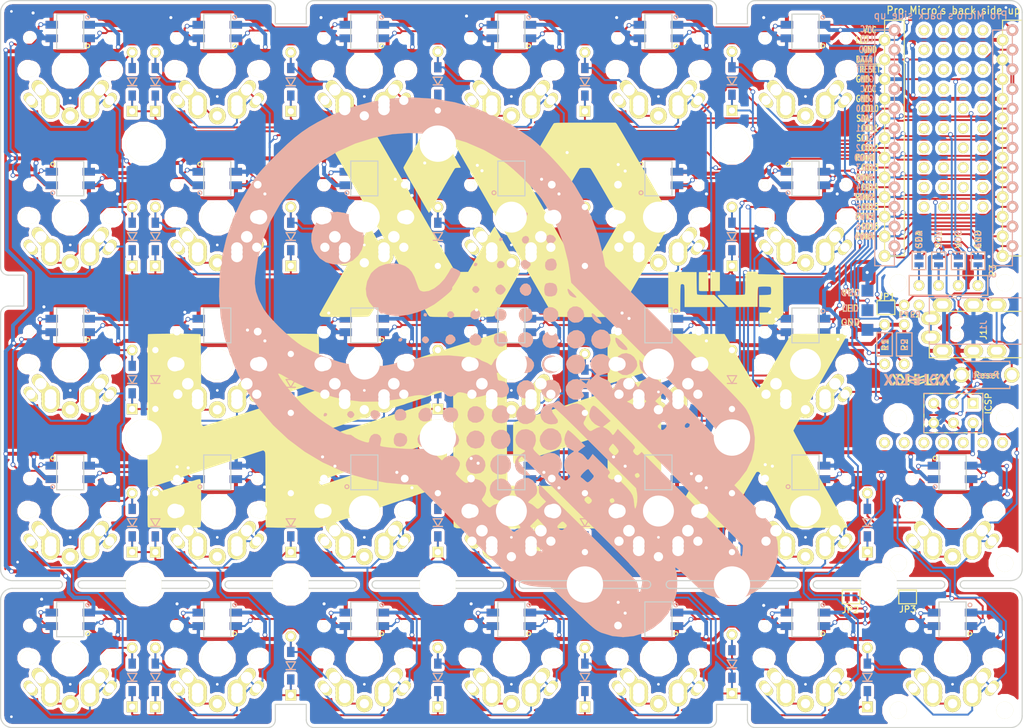
<source format=kicad_pcb>
(kicad_pcb (version 20171130) (host pcbnew "(5.1.4)-1")
  (layers (0 F.Cu signal) (31 B.Cu signal) (34 B.Paste user) (35 F.Paste user) (36 B.SilkS user) (37 F.SilkS user) (38 B.Mask user) (39 F.Mask user) (44 Edge.Cuts user))
  (net 0 "")
  (net 1 row0)
  (net 2 "Net-(D1-Pad2)")
  (net 3 "Net-(D2-Pad2)")
  (net 4 "Net-(D3-Pad2)")
  (net 5 "Net-(D4-Pad2)")
  (net 6 "Net-(D5-Pad2)")
  (net 7 "Net-(D6-Pad2)")
  (net 8 row1)
  (net 9 "Net-(D7-Pad2)")
  (net 10 "Net-(D8-Pad2)")
  (net 11 "Net-(D9-Pad2)")
  (net 12 "Net-(D10-Pad2)")
  (net 13 "Net-(D11-Pad2)")
  (net 14 "Net-(D12-Pad2)")
  (net 15 row2)
  (net 16 "Net-(D13-Pad2)")
  (net 17 "Net-(D14-Pad2)")
  (net 18 "Net-(D15-Pad2)")
  (net 19 "Net-(D16-Pad2)")
  (net 20 "Net-(D17-Pad2)")
  (net 21 "Net-(D18-Pad2)")
  (net 22 row3)
  (net 23 "Net-(D19-Pad2)")
  (net 24 "Net-(D20-Pad2)")
  (net 25 "Net-(D21-Pad2)")
  (net 26 "Net-(D22-Pad2)")
  (net 27 "Net-(D23-Pad2)")
  (net 28 "Net-(D24-Pad2)")
  (net 29 /SDA)
  (net 30 VCC)
  (net 31 GND)
  (net 32 LED)
  (net 33 col3)
  (net 34 col2)
  (net 35 col4)
  (net 36 /~RESET)
  (net 37 col0)
  (net 38 col1)
  (net 39 col5)
  (net 40 /SCL)
  (net 41 "Net-(D25-Pad2)")
  (net 42 row4)
  (net 43 "Net-(D26-Pad2)")
  (net 44 "Net-(D27-Pad2)")
  (net 45 "Net-(D28-Pad2)")
  (net 46 "Net-(D29-Pad2)")
  (net 47 "Net-(D30-Pad2)")
  (net 48 "Net-(D31-Pad2)")
  (net 49 "Net-(D32-Pad2)")
  (net 50 "Net-(J1-PadB)")
  (net 51 "Net-(J1-PadA)")
  (net 52 "Net-(JP4-Pad2)")
  (net 53 "Net-(JP5-Pad2)")
  (net 54 "Net-(JP10-Pad2)")
  (net 55 "Net-(JP11-Pad2)")
  (net 56 col6)
  (net 57 "Net-(U2-Pad1)")
  (net 58 "Net-(U2-Pad3)")
  (net 59 "Net-(U3-Pad3)")
  (net 60 "Net-(U4-Pad3)")
  (net 61 "Net-(U5-Pad3)")
  (net 62 "Net-(U6-Pad3)")
  (net 63 "Net-(U8-Pad1)")
  (net 64 "Net-(U10-Pad3)")
  (net 65 "Net-(U10-Pad1)")
  (net 66 "Net-(U11-Pad1)")
  (net 67 "Net-(U12-Pad1)")
  (net 68 "Net-(U13-Pad1)")
  (net 69 "Net-(U14-Pad1)")
  (net 70 "Net-(U14-Pad3)")
  (net 71 "Net-(U15-Pad3)")
  (net 72 "Net-(U16-Pad3)")
  (net 73 "Net-(U17-Pad3)")
  (net 74 "Net-(U18-Pad3)")
  (net 75 "Net-(U20-Pad1)")
  (net 76 "Net-(U21-Pad1)")
  (net 77 "Net-(U22-Pad1)")
  (net 78 "Net-(U23-Pad1)")
  (net 79 "Net-(U24-Pad1)")
  (net 80 "Net-(U27-Pad1)")
  (net 81 "Net-(U27-Pad3)")
  (net 82 "Net-(U28-Pad3)")
  (net 83 "Net-(U29-Pad3)")
  (net 84 "Net-(U30-Pad3)")
  (net 85 "Net-(U31-Pad3)")
  (net 86 data)
  (net 87 "Net-(JP2-Pad1)")
  (net 88 "Net-(JP2-Pad2)")
  (net 89 "Net-(JP3-Pad1)")
  (net 90 /ex1)
  (net 91 /ex2)
  (module LOGO (layer B.Cu) (at 201.4 93 180)
    (fp_text reference G*** hide)
    (fp_text value LOGO hide)
  )
  (module LOGO (layer F.Cu) (at 201.4 93)
    (fp_text reference G*** hide)
    (fp_text value LOGO hide)
  )
  (module MYLIB:HOLE_M2_TH (layer F.Cu) (at 139.5 100.5)
    (fp_text reference HOLE_3M hide)
    (fp_text value VAL** hide)
    (pad "" np_thru_hole circle (at 0 0 90) (size 4.7004 4.7004) (drill 4.7004) (layers *.Cu *.Mask F.SilkS) (clearance 0.1))
  )
  (module MYLIB:HOLE_M2_TH (layer F.Cu) (at 139.5 62.5)
    (fp_text reference HOLE_3M hide)
    (fp_text value VAL** hide)
    (pad "" np_thru_hole circle (at 0 0 90) (size 4.7004 4.7004) (drill 4.7004) (layers *.Cu *.Mask F.SilkS) (clearance 0.1))
  )
  (module MYLIB:HOLE_M2_TH (layer F.Cu) (at 158.5 119.5)
    (fp_text reference HOLE_3M hide)
    (fp_text value VAL** hide)
    (pad "" np_thru_hole circle (at 0 0 90) (size 4.7004 4.7004) (drill 4.7004) (layers *.Cu *.Mask F.SilkS) (clearance 0.3))
  )
  (module MYLIB:HOLE_M2_TH (layer F.Cu) (at 120.5 119.5)
    (fp_text reference HOLE_3M hide)
    (fp_text value VAL** hide)
    (pad "" np_thru_hole circle (at 0 0 90) (size 4.7004 4.7004) (drill 4.7004) (layers *.Cu *.Mask F.SilkS) (clearance 0.3))
  )
  (module MYLIB:MY_SIL-2x3 (layer F.Cu) (at 206.11 97.34 270)
    (fp_text reference P5 hide)
    (fp_text value ICSP (at -1.24 -4.52 90) (layer F.SilkS) (effects (font (size 0.8128 0.8128))))
    (pad 1 thru_hole rect (at -1.27 -2.54 270) (size 1.397 1.397) (drill 0.8128) (layers *.Cu *.Mask F.SilkS) (net 39 col5))
    (pad 2 thru_hole circle (at 1.27 -2.54 270) (size 1.397 1.397) (drill 0.8128) (layers *.Cu *.Mask F.SilkS) (net 30 VCC))
    (pad 3 thru_hole circle (at -1.27 0 270) (size 1.397 1.397) (drill 0.8128) (layers *.Cu *.Mask F.SilkS) (net 35 col4))
    (pad 4 thru_hole circle (at 1.27 0 270) (size 1.397 1.397) (drill 0.8128) (layers *.Cu *.Mask F.SilkS) (net 56 col6))
    (pad 5 thru_hole circle (at -1.27 2.54 270) (size 1.397 1.397) (drill 0.8128) (layers *.Cu *.Mask F.SilkS) (net 36 /~RESET))
    (pad 6 thru_hole circle (at 1.27 2.54 270) (size 1.397 1.397) (drill 0.8128) (layers *.Cu *.Mask F.SilkS) (net 31 GND))
  )
  (module MYLIB:HOLE_M2_TH (layer F.Cu) (at 139.5 119.5)
    (fp_text reference HOLE_3M hide)
    (fp_text value VAL** hide)
    (pad "" np_thru_hole circle (at 0 0 90) (size 4.7004 4.7004) (drill 4.7004) (layers *.Cu *.Mask F.SilkS) (clearance 0.3))
  )
  (module MYLIB:HOLE_M2_TH (layer F.Cu) (at 196.5 119.5)
    (fp_text reference HOLE_3M hide)
    (fp_text value VAL** hide)
    (pad "" np_thru_hole circle (at 0 0 90) (size 4.7004 4.7004) (drill 4.7004) (layers *.Cu *.Mask F.SilkS) (clearance 0.3))
  )
  (module MYLIB_REV:SK6812MINI_rev (layer F.Cu) (at 111 48)
    (fp_text reference U3 hide)
    (fp_text value SK6812mini hide)
    (pad 4 smd rect (at 2.4 0.875) (size 1.6 1) (layers F.Cu F.Paste F.Mask) (net 30 VCC))
    (pad 3 smd rect (at 2.4 -0.875) (size 1.6 1) (layers F.Cu F.Paste F.Mask) (net 59 "Net-(U3-Pad3)"))
    (pad 1 smd rect (at -2.4 0.875) (size 1.6 1) (layers F.Cu F.Paste F.Mask) (net 58 "Net-(U2-Pad3)"))
    (pad 2 smd rect (at -2.4 -0.875) (size 1.6 1) (layers F.Cu F.Paste F.Mask) (net 31 GND))
    (pad 3 smd rect (at 2.4 0.875) (size 1.6 1) (layers B.Cu B.Paste B.Mask) (net 59 "Net-(U3-Pad3)"))
    (pad 4 smd rect (at 2.4 -0.875) (size 1.6 1) (layers B.Cu B.Paste B.Mask) (net 30 VCC))
    (pad 1 smd rect (at -2.4 -0.875) (size 1.6 1) (layers B.Cu B.Paste B.Mask) (net 58 "Net-(U2-Pad3)"))
    (pad 2 smd rect (at -2.4 0.875) (size 1.6 1) (layers B.Cu B.Paste B.Mask) (net 31 GND))
  )
  (module SK6812MINI_rev (layer F.Cu) (at 92 48)
    (fp_text reference U2 hide)
    (fp_text value SK6812mini hide)
    (pad 4 smd rect (at 2.4 0.875) (size 1.6 1) (layers F.Cu F.Paste F.Mask) (net 30 VCC))
    (pad 3 smd rect (at 2.4 -0.875) (size 1.6 1) (layers F.Cu F.Paste F.Mask) (net 58 "Net-(U2-Pad3)"))
    (pad 1 smd rect (at -2.4 0.875) (size 1.6 1) (layers F.Cu F.Paste F.Mask) (net 57 "Net-(U2-Pad1)"))
    (pad 2 smd rect (at -2.4 -0.875) (size 1.6 1) (layers F.Cu F.Paste F.Mask) (net 31 GND))
    (pad 3 smd rect (at 2.4 0.875) (size 1.6 1) (layers B.Cu B.Paste B.Mask) (net 58 "Net-(U2-Pad3)"))
    (pad 4 smd rect (at 2.4 -0.875) (size 1.6 1) (layers B.Cu B.Paste B.Mask) (net 30 VCC))
    (pad 1 smd rect (at -2.4 -0.875) (size 1.6 1) (layers B.Cu B.Paste B.Mask) (net 57 "Net-(U2-Pad1)"))
    (pad 2 smd rect (at -2.4 0.875) (size 1.6 1) (layers B.Cu B.Paste B.Mask) (net 31 GND))
  )
  (module MYLIB:via (layer F.Cu) (at 85.2 116.6)
    (fp_text reference "" hide)
    (fp_text value "")
    (pad "" thru_hole circle (at 0 0) (size 0.7 0.7) (drill 0.35) (layers *.Cu) (net 31 GND) (clearance -0.000001))
  )
  (module MYLIB:via (layer F.Cu) (at 84.4 136.6)
    (fp_text reference "" hide)
    (fp_text value "")
    (pad "" thru_hole circle (at 0 0) (size 0.7 0.7) (drill 0.35) (layers *.Cu) (net 31 GND) (clearance -0.000001))
  )
  (module MYLIB:via (layer F.Cu) (at 92 132.4)
    (fp_text reference "" hide)
    (fp_text value "")
    (pad "" thru_hole circle (at 0 0) (size 0.7 0.7) (drill 0.35) (layers *.Cu) (net 31 GND) (clearance -0.000001))
  )
  (module MYLIB:via (layer F.Cu) (at 111 132.4)
    (fp_text reference "" hide)
    (fp_text value "")
    (pad "" thru_hole circle (at 0 0) (size 0.7 0.7) (drill 0.35) (layers *.Cu) (net 31 GND) (clearance -0.000001))
  )
  (module MYLIB:via (layer F.Cu) (at 130 132.4)
    (fp_text reference "" hide)
    (fp_text value "")
    (pad "" thru_hole circle (at 0 0) (size 0.7 0.7) (drill 0.35) (layers *.Cu) (net 31 GND) (clearance -0.000001))
  )
  (module MYLIB:via (layer F.Cu) (at 149 132.4)
    (fp_text reference "" hide)
    (fp_text value "")
    (pad "" thru_hole circle (at 0 0) (size 0.7 0.7) (drill 0.35) (layers *.Cu) (net 31 GND) (clearance -0.000001))
  )
  (module MYLIB:via (layer F.Cu) (at 168 132.4)
    (fp_text reference "" hide)
    (fp_text value "")
    (pad "" thru_hole circle (at 0 0) (size 0.7 0.7) (drill 0.35) (layers *.Cu) (net 31 GND) (clearance -0.000001))
  )
  (module MYLIB:via (layer F.Cu) (at 187 132.4)
    (fp_text reference "" hide)
    (fp_text value "")
    (pad "" thru_hole circle (at 0 0) (size 0.7 0.7) (drill 0.35) (layers *.Cu) (net 31 GND) (clearance -0.000001))
  )
  (module MYLIB:via (layer F.Cu) (at 206 132.4)
    (fp_text reference "" hide)
    (fp_text value "")
    (pad "" thru_hole circle (at 0 0) (size 0.7 0.7) (drill 0.35) (layers *.Cu) (net 31 GND) (clearance -0.000001))
  )
  (module MYLIB:via (layer F.Cu) (at 187 113.4)
    (fp_text reference "" hide)
    (fp_text value "")
    (pad "" thru_hole circle (at 0 0) (size 0.7 0.7) (drill 0.35) (layers *.Cu) (net 31 GND) (clearance -0.000001))
  )
  (module MYLIB:via (layer F.Cu) (at 168 113.4)
    (fp_text reference "" hide)
    (fp_text value "")
    (pad "" thru_hole circle (at 0 0) (size 0.7 0.7) (drill 0.35) (layers *.Cu) (net 31 GND) (clearance -0.000001))
  )
  (module MYLIB:via (layer F.Cu) (at 149 113.4)
    (fp_text reference "" hide)
    (fp_text value "")
    (pad "" thru_hole circle (at 0 0) (size 0.7 0.7) (drill 0.35) (layers *.Cu) (net 31 GND) (clearance -0.000001))
  )
  (module MYLIB:via (layer F.Cu) (at 130 113.4)
    (fp_text reference "" hide)
    (fp_text value "")
    (pad "" thru_hole circle (at 0 0) (size 0.7 0.7) (drill 0.35) (layers *.Cu) (net 31 GND) (clearance -0.000001))
  )
  (module MYLIB:via (layer F.Cu) (at 111 113.4)
    (fp_text reference "" hide)
    (fp_text value "")
    (pad "" thru_hole circle (at 0 0) (size 0.7 0.7) (drill 0.35) (layers *.Cu) (net 31 GND) (clearance -0.000001))
  )
  (module MYLIB:via (layer F.Cu) (at 92 113.4)
    (fp_text reference "" hide)
    (fp_text value "")
    (pad "" thru_hole circle (at 0 0) (size 0.7 0.7) (drill 0.35) (layers *.Cu) (net 31 GND) (clearance -0.000001))
  )
  (module MYLIB:via (layer F.Cu) (at 92 94.4)
    (fp_text reference "" hide)
    (fp_text value "")
    (pad "" thru_hole circle (at 0 0) (size 0.7 0.7) (drill 0.35) (layers *.Cu) (net 31 GND) (clearance -0.000001))
  )
  (module MYLIB:via (layer F.Cu) (at 111 94.4)
    (fp_text reference "" hide)
    (fp_text value "")
    (pad "" thru_hole circle (at 0 0) (size 0.7 0.7) (drill 0.35) (layers *.Cu) (net 31 GND) (clearance -0.000001))
  )
  (module MYLIB:via (layer F.Cu) (at 130 94.4)
    (fp_text reference "" hide)
    (fp_text value "")
    (pad "" thru_hole circle (at 0 0) (size 0.7 0.7) (drill 0.35) (layers *.Cu) (net 31 GND) (clearance -0.000001))
  )
  (module MYLIB:via (layer F.Cu) (at 149 94.4)
    (fp_text reference "" hide)
    (fp_text value "")
    (pad "" thru_hole circle (at 0 0) (size 0.7 0.7) (drill 0.35) (layers *.Cu) (net 31 GND) (clearance -0.000001))
  )
  (module MYLIB:via (layer F.Cu) (at 168 94.6)
    (fp_text reference "" hide)
    (fp_text value "")
    (pad "" thru_hole circle (at 0 0) (size 0.7 0.7) (drill 0.35) (layers *.Cu) (net 31 GND) (clearance -0.000001))
  )
  (module MYLIB:via (layer F.Cu) (at 180.6 74.4)
    (fp_text reference "" hide)
    (fp_text value "")
    (pad "" thru_hole circle (at 0 0) (size 0.7 0.7) (drill 0.35) (layers *.Cu) (net 31 GND) (clearance -0.000001))
  )
  (module MYLIB:via (layer F.Cu) (at 168 75.6)
    (fp_text reference "" hide)
    (fp_text value "")
    (pad "" thru_hole circle (at 0 0) (size 0.7 0.7) (drill 0.35) (layers *.Cu) (net 31 GND) (clearance -0.000001))
  )
  (module MYLIB:via (layer F.Cu) (at 149 75.6)
    (fp_text reference "" hide)
    (fp_text value "")
    (pad "" thru_hole circle (at 0 0) (size 0.7 0.7) (drill 0.35) (layers *.Cu) (net 31 GND) (clearance -0.000001))
  )
  (module MYLIB:via (layer F.Cu) (at 130 75.6)
    (fp_text reference "" hide)
    (fp_text value "")
    (pad "" thru_hole circle (at 0 0) (size 0.7 0.7) (drill 0.35) (layers *.Cu) (net 31 GND) (clearance -0.000001))
  )
  (module MYLIB:via (layer F.Cu) (at 111 75.6)
    (fp_text reference "" hide)
    (fp_text value "")
    (pad "" thru_hole circle (at 0 0) (size 0.7 0.7) (drill 0.35) (layers *.Cu) (net 31 GND) (clearance -0.000001))
  )
  (module MYLIB:via (layer F.Cu) (at 92 75.6)
    (fp_text reference "" hide)
    (fp_text value "")
    (pad "" thru_hole circle (at 0 0) (size 0.7 0.7) (drill 0.35) (layers *.Cu) (net 31 GND) (clearance -0.000001))
  )
  (module MYLIB:via (layer F.Cu) (at 84.4 45.4)
    (fp_text reference "" hide)
    (fp_text value "")
    (pad "" thru_hole circle (at 0 0) (size 0.7 0.7) (drill 0.35) (layers *.Cu) (net 31 GND) (clearance -0.000001))
  )
  (module MYLIB:via (layer F.Cu) (at 92 56.6)
    (fp_text reference "" hide)
    (fp_text value "")
    (pad "" thru_hole circle (at 0 0) (size 0.7 0.7) (drill 0.35) (layers *.Cu) (net 31 GND) (clearance -0.000001))
  )
  (module MYLIB:via (layer F.Cu) (at 111 56.4)
    (fp_text reference "" hide)
    (fp_text value "")
    (pad "" thru_hole circle (at 0 0) (size 0.7 0.7) (drill 0.35) (layers *.Cu) (net 31 GND) (clearance -0.000001))
  )
  (module MYLIB:via (layer F.Cu) (at 130 56.4)
    (fp_text reference "" hide)
    (fp_text value "")
    (pad "" thru_hole circle (at 0 0) (size 0.7 0.7) (drill 0.35) (layers *.Cu) (net 31 GND) (clearance -0.000001))
  )
  (module MYLIB:via (layer F.Cu) (at 149 56.4)
    (fp_text reference "" hide)
    (fp_text value "")
    (pad "" thru_hole circle (at 0 0) (size 0.7 0.7) (drill 0.35) (layers *.Cu) (net 31 GND) (clearance -0.000001))
  )
  (module MYLIB:via (layer F.Cu) (at 168 56.4)
    (fp_text reference "" hide)
    (fp_text value "")
    (pad "" thru_hole circle (at 0 0) (size 0.7 0.7) (drill 0.35) (layers *.Cu) (net 31 GND) (clearance -0.000001))
  )
  (module MYLIB:via (layer F.Cu) (at 187 56.4)
    (fp_text reference "" hide)
    (fp_text value "")
    (pad "" thru_hole circle (at 0 0) (size 0.7 0.7) (drill 0.35) (layers *.Cu) (net 31 GND) (clearance -0.000001))
  )
  (module MYLIB:via (layer F.Cu) (at 212.9 44.9)
    (fp_text reference "" hide)
    (fp_text value "")
    (pad "" thru_hole circle (at 0 0) (size 0.7 0.7) (drill 0.35) (layers *.Cu) (net 31 GND) (clearance -0.000001))
  )
  (module LOGO (layer B.Cu) (at 148.2 91.7 225)
    (fp_text reference G*** hide)
    (fp_text value LOGO hide)
  )
  (module LOGO (layer F.Cu) (at 146.95 86)
    (fp_text reference G*** hide)
    (fp_text value LOGO hide)
  )
  (module MYLIB:HOLE_M2 (layer F.Cu) (at 199 98)
    (fp_text reference HOLE_M2 hide)
    (fp_text value VAL** hide)
    (pad "" np_thru_hole circle (at 0 0) (size 2.2 2.2) (drill 2.2) (layers *.Cu *.Mask F.SilkS) (clearance 0.85))
  )
  (module MYLIB:HOLE_M2 (layer F.Cu) (at 212.75 98)
    (fp_text reference HOLE_M2 hide)
    (fp_text value VAL** hide)
    (pad "" np_thru_hole circle (at 0 0) (size 2.2 2.2) (drill 2.2) (layers *.Cu *.Mask F.SilkS) (clearance 0.85))
  )
  (module MYLIB:HOLE_M2_TH (layer F.Cu) (at 177.5 119.5)
    (fp_text reference HOLE_3M hide)
    (fp_text value VAL** hide)
    (pad "" np_thru_hole circle (at 0 0 90) (size 4.7004 4.7004) (drill 4.7004) (layers *.Cu *.Mask F.SilkS) (clearance 0.3))
  )
  (module MYLIB:HOLE_M2_TH (layer F.Cu) (at 177.5 100.5)
    (fp_text reference HOLE_3M hide)
    (fp_text value VAL** hide)
    (pad "" np_thru_hole circle (at 0 0 90) (size 4.7004 4.7004) (drill 4.7004) (layers *.Cu *.Mask F.SilkS) (clearance 0.3))
  )
  (module MYLIB:HOLE_M2_TH (layer F.Cu) (at 177.5 62.5)
    (fp_text reference HOLE_3M hide)
    (fp_text value VAL** hide)
    (pad "" np_thru_hole circle (at 0 0 90) (size 4.7004 4.7004) (drill 4.7004) (layers *.Cu *.Mask F.SilkS) (clearance 0.1))
  )
  (module MYLIB:ProMicro_rev (layer B.Cu) (at 206.11 61.78 180)
    (fp_text reference U1 hide)
    (fp_text value ProMicro hide)
    (pad 1 thru_hole circle (at -7.62 13.97 180) (size 1.524 1.524) (drill 0.8128) (layers *.Cu *.Mask B.SilkS) (net 32 LED))
    (pad 2 thru_hole circle (at -7.62 11.43 180) (size 1.524 1.524) (drill 0.8128) (layers *.Cu *.Mask B.SilkS) (net 86 data))
    (pad 3 thru_hole circle (at -7.62 8.89 180) (size 1.524 1.524) (drill 0.8128) (layers *.Cu *.Mask B.SilkS) (net 31 GND))
    (pad 4 thru_hole circle (at -7.62 6.35 180) (size 1.524 1.524) (drill 0.8128) (layers *.Cu *.Mask B.SilkS) (net 31 GND))
    (pad 5 thru_hole circle (at -7.62 3.81 180) (size 1.524 1.524) (drill 0.8128) (layers *.Cu *.Mask B.SilkS) (net 29 /SDA))
    (pad 6 thru_hole circle (at -7.62 1.27 180) (size 1.524 1.524) (drill 0.8128) (layers *.Cu *.Mask B.SilkS) (net 40 /SCL))
    (pad 7 thru_hole circle (at -7.62 -1.27 180) (size 1.524 1.524) (drill 0.8128) (layers *.Cu *.Mask B.SilkS) (net 1 row0))
    (pad 8 thru_hole circle (at -7.62 -3.81 180) (size 1.524 1.524) (drill 0.8128) (layers *.Cu *.Mask B.SilkS) (net 8 row1))
    (pad 9 thru_hole circle (at -7.62 -6.35 180) (size 1.524 1.524) (drill 0.8128) (layers *.Cu *.Mask B.SilkS) (net 15 row2))
    (pad 10 thru_hole circle (at -7.62 -8.89 180) (size 1.524 1.524) (drill 0.8128) (layers *.Cu *.Mask B.SilkS) (net 22 row3))
    (pad 11 thru_hole circle (at -7.62 -11.43 180) (size 1.524 1.524) (drill 0.8128) (layers *.Cu *.Mask B.SilkS) (net 42 row4))
    (pad 12 thru_hole circle (at -7.62 -13.97 180) (size 1.524 1.524) (drill 0.8128) (layers *.Cu *.Mask B.SilkS) (net 90 /ex1))
    (pad 13 thru_hole circle (at 7.62 -13.97 180) (size 1.524 1.524) (drill 0.8128) (layers *.Cu *.Mask B.SilkS) (net 91 /ex2))
    (pad 14 thru_hole circle (at 7.62 -11.43 180) (size 1.524 1.524) (drill 0.8128) (layers *.Cu *.Mask B.SilkS) (net 56 col6))
    (pad 15 thru_hole circle (at 7.62 -8.89 180) (size 1.524 1.524) (drill 0.8128) (layers *.Cu *.Mask B.SilkS) (net 39 col5))
    (pad 16 thru_hole circle (at 7.62 -6.35 180) (size 1.524 1.524) (drill 0.8128) (layers *.Cu *.Mask B.SilkS) (net 35 col4))
    (pad 17 thru_hole circle (at 7.62 -3.81 180) (size 1.524 1.524) (drill 0.8128) (layers *.Cu *.Mask B.SilkS) (net 33 col3))
    (pad 18 thru_hole circle (at 7.62 -1.27 180) (size 1.524 1.524) (drill 0.8128) (layers *.Cu *.Mask B.SilkS) (net 34 col2))
    (pad 19 thru_hole circle (at 7.62 1.27 180) (size 1.524 1.524) (drill 0.8128) (layers *.Cu *.Mask B.SilkS) (net 38 col1))
    (pad 20 thru_hole circle (at 7.62 3.81 180) (size 1.524 1.524) (drill 0.8128) (layers *.Cu *.Mask B.SilkS) (net 37 col0))
    (pad 21 thru_hole circle (at 7.62 6.35 180) (size 1.524 1.524) (drill 0.8128) (layers *.Cu *.Mask B.SilkS) (net 30 VCC))
    (pad 22 thru_hole circle (at 7.62 8.89 180) (size 1.524 1.524) (drill 0.8128) (layers *.Cu *.Mask B.SilkS) (net 36 /~RESET))
    (pad 23 thru_hole circle (at 7.62 11.43 180) (size 1.524 1.524) (drill 0.8128) (layers *.Cu *.Mask B.SilkS) (net 31 GND))
    (pad 24 thru_hole circle (at 7.62 13.97 180) (size 1.524 1.524) (drill 0.8128) (layers *.Cu *.Mask B.SilkS) (net 30 VCC))
  )
  (module R2 (layer F.Cu) (at 199.76 88.45 270)
    (fp_text reference R2 (at 0.05 -0.04 270) (layer F.SilkS) (effects (font (size 0.8128 0.8128))))
    (fp_text value R hide)
    (pad 1 thru_hole circle (at -2.54 0 270) (size 1.397 1.397) (drill 0.8128) (layers *.Cu *.Mask F.SilkS) (net 30 VCC))
    (pad 2 thru_hole circle (at 2.54 0 270) (size 1.397 1.397) (drill 0.8128) (layers *.Cu *.Mask F.SilkS) (net 40 /SCL))
  )
  (module MYLIB:R2 (layer F.Cu) (at 197.22 88.45 270)
    (fp_text reference R1 (at 0.05 -0.08 270) (layer F.SilkS) (effects (font (size 0.8128 0.8128))))
    (fp_text value R hide)
    (pad 1 thru_hole circle (at -2.54 0 270) (size 1.397 1.397) (drill 0.8128) (layers *.Cu *.Mask F.SilkS) (net 30 VCC))
    (pad 2 thru_hole circle (at 2.54 0 270) (size 1.397 1.397) (drill 0.8128) (layers *.Cu *.Mask F.SilkS) (net 29 /SDA))
  )
  (module MYLIB:HOLE_M2 (layer F.Cu) (at 199 135.75)
    (fp_text reference HOLE_M2 hide)
    (fp_text value VAL** hide)
    (pad "" np_thru_hole circle (at 0 0) (size 2.2 2.2) (drill 2.2) (layers *.Cu *.Mask F.SilkS) (clearance 1))
  )
  (module MYLIB:HOLE_M2 (layer F.Cu) (at 212.75 135.75)
    (fp_text reference HOLE_M2 hide)
    (fp_text value VAL** hide)
    (pad "" np_thru_hole circle (at 0 0) (size 2.2 2.2) (drill 2.2) (layers *.Cu *.Mask F.SilkS) (clearance 1))
  )
  (module MYLIB:1PIN_0.1 (layer F.Cu) (at 197.22 101.15)
    (fp_text reference 1PIN hide)
    (fp_text value Val** hide)
    (pad 1 thru_hole circle (at 0 0) (size 1.397 1.397) (drill 0.8128) (layers *.Cu *.Mask F.SilkS))
  )
  (module MYLIB:1PIN_0.1 (layer F.Cu) (at 199.76 101.15)
    (fp_text reference 1PIN hide)
    (fp_text value Val** hide)
    (pad 1 thru_hole circle (at 0 0) (size 1.397 1.397) (drill 0.8128) (layers *.Cu *.Mask F.SilkS))
  )
  (module MYLIB:1PIN_0.1 (layer F.Cu) (at 212.46 101.15)
    (fp_text reference 1PIN hide)
    (fp_text value Val** hide)
    (pad 1 thru_hole circle (at 0 0) (size 1.397 1.397) (drill 0.8128) (layers *.Cu *.Mask F.SilkS))
  )
  (module MYLIB:1PIN_0.1 (layer F.Cu) (at 209.92 101.15)
    (fp_text reference 1PIN hide)
    (fp_text value Val** hide)
    (pad 1 thru_hole circle (at 0 0) (size 1.397 1.397) (drill 0.8128) (layers *.Cu *.Mask F.SilkS))
  )
  (module MYLIB:1PIN_0.1 (layer F.Cu) (at 207.38 101.15)
    (fp_text reference 1PIN hide)
    (fp_text value Val** hide)
    (pad 1 thru_hole circle (at 0 0) (size 1.397 1.397) (drill 0.8128) (layers *.Cu *.Mask F.SilkS))
  )
  (module MYLIB:1PIN_0.1 (layer F.Cu) (at 204.84 101.15)
    (fp_text reference 1PIN hide)
    (fp_text value Val** hide)
    (pad 1 thru_hole circle (at 0 0) (size 1.397 1.397) (drill 0.8128) (layers *.Cu *.Mask F.SilkS))
  )
  (module MYLIB:1PIN_0.1 (layer F.Cu) (at 202.3 101.15)
    (fp_text reference 1PIN hide)
    (fp_text value Val** hide)
    (pad 1 thru_hole circle (at 0 0) (size 1.397 1.397) (drill 0.8128) (layers *.Cu *.Mask F.SilkS))
  )
  (module MYLIB:HOLE_M2 (layer F.Cu) (at 199 116.75)
    (fp_text reference HOLE_M2 hide)
    (fp_text value VAL** hide)
    (pad "" np_thru_hole circle (at 0 0) (size 2.2 2.2) (drill 2.2) (layers *.Cu *.Mask F.SilkS) (clearance 1))
  )
  (module MYLIB:HOLE_M2 (layer F.Cu) (at 212.75 116.75)
    (fp_text reference HOLE_M2 hide)
    (fp_text value VAL** hide)
    (pad "" np_thru_hole circle (at 0 0) (size 2.2 2.2) (drill 2.2) (layers *.Cu *.Mask F.SilkS) (clearance 1))
  )
  (module MYLIB:HOLE_M2 (layer F.Cu) (at 199 80.5)
    (fp_text reference HOLE_M2 hide)
    (fp_text value VAL** hide)
    (pad "" np_thru_hole circle (at 0 0) (size 2.2 2.2) (drill 2.2) (layers *.Cu *.Mask F.SilkS) (clearance 0.8))
  )
  (module MYLIB:MY_SIL-4 (layer F.Cu) (at 209.285 80.83 180)
    (fp_text reference P3 (at -1.915 1.93 270) (layer F.SilkS) (effects (font (size 0.8128 0.8128))))
    (fp_text value OLED hide)
    (pad 1 thru_hole circle (at 0 0 180) (size 1.397 1.397) (drill 0.8128) (layers *.Cu *.Mask F.SilkS) (net 52 "Net-(JP4-Pad2)"))
    (pad 2 thru_hole circle (at 2.54 0 180) (size 1.397 1.397) (drill 0.8128) (layers *.Cu *.Mask F.SilkS) (net 53 "Net-(JP5-Pad2)"))
    (pad 3 thru_hole circle (at 5.08 0 180) (size 1.397 1.397) (drill 0.8128) (layers *.Cu *.Mask F.SilkS) (net 54 "Net-(JP10-Pad2)"))
    (pad 4 thru_hole circle (at 7.62 0 180) (size 1.397 1.397) (drill 0.8128) (layers *.Cu *.Mask F.SilkS) (net 55 "Net-(JP11-Pad2)"))
  )
  (module MYLIB:HOLE_M2_TH (layer F.Cu) (at 101.5 100.5)
    (fp_text reference HOLE_3M hide)
    (fp_text value VAL** hide)
    (pad "" np_thru_hole circle (at 0 0 90) (size 4.7004 4.7004) (drill 4.7004) (layers *.Cu *.Mask F.SilkS) (clearance 0.50114))
  )
  (module MYLIB:HOLE_M2_TH (layer F.Cu) (at 101.5 119.5)
    (fp_text reference HOLE_3M hide)
    (fp_text value VAL** hide)
    (pad "" np_thru_hole circle (at 0 0 90) (size 4.7004 4.7004) (drill 4.7004) (layers *.Cu *.Mask F.SilkS) (clearance 0.50114))
  )
  (module MYLIB:1PIN_0.1 (layer F.Cu) (at 209.92 70.67)
    (fp_text reference 1PIN hide)
    (fp_text value Val** hide)
    (pad 1 thru_hole circle (at 0 0) (size 1.397 1.397) (drill 0.8128) (layers *.Cu *.Mask F.SilkS))
  )
  (module MYLIB:1PIN_0.1 (layer F.Cu) (at 207.38 70.67)
    (fp_text reference 1PIN hide)
    (fp_text value Val** hide)
    (pad 1 thru_hole circle (at 0 0) (size 1.397 1.397) (drill 0.8128) (layers *.Cu *.Mask F.SilkS))
  )
  (module MYLIB:1PIN_0.1 (layer F.Cu) (at 204.84 70.67)
    (fp_text reference 1PIN hide)
    (fp_text value Val** hide)
    (pad 1 thru_hole circle (at 0 0) (size 1.397 1.397) (drill 0.8128) (layers *.Cu *.Mask F.SilkS))
  )
  (module MYLIB:1PIN_0.1 (layer F.Cu) (at 202.3 70.67)
    (fp_text reference 1PIN hide)
    (fp_text value Val** hide)
    (pad 1 thru_hole circle (at 0 0) (size 1.397 1.397) (drill 0.8128) (layers *.Cu *.Mask F.SilkS))
  )
  (module MYLIB:1PIN_0.1 (layer F.Cu) (at 202.3 68.13)
    (fp_text reference 1PIN hide)
    (fp_text value Val** hide)
    (pad 1 thru_hole circle (at 0 0) (size 1.397 1.397) (drill 0.8128) (layers *.Cu *.Mask F.SilkS))
  )
  (module MYLIB:1PIN_0.1 (layer F.Cu) (at 204.84 68.13)
    (fp_text reference 1PIN hide)
    (fp_text value Val** hide)
    (pad 1 thru_hole circle (at 0 0) (size 1.397 1.397) (drill 0.8128) (layers *.Cu *.Mask F.SilkS))
  )
  (module MYLIB:1PIN_0.1 (layer F.Cu) (at 207.38 68.13)
    (fp_text reference 1PIN hide)
    (fp_text value Val** hide)
    (pad 1 thru_hole circle (at 0 0) (size 1.397 1.397) (drill 0.8128) (layers *.Cu *.Mask F.SilkS))
  )
  (module MYLIB:1PIN_0.1 (layer F.Cu) (at 209.92 68.13)
    (fp_text reference 1PIN hide)
    (fp_text value Val** hide)
    (pad 1 thru_hole circle (at 0 0) (size 1.397 1.397) (drill 0.8128) (layers *.Cu *.Mask F.SilkS))
  )
  (module MYLIB:1PIN_0.1 (layer F.Cu) (at 209.92 65.59)
    (fp_text reference 1PIN hide)
    (fp_text value Val** hide)
    (pad 1 thru_hole circle (at 0 0) (size 1.397 1.397) (drill 0.8128) (layers *.Cu *.Mask F.SilkS))
  )
  (module MYLIB:1PIN_0.1 (layer F.Cu) (at 207.38 65.59)
    (fp_text reference 1PIN hide)
    (fp_text value Val** hide)
    (pad 1 thru_hole circle (at 0 0) (size 1.397 1.397) (drill 0.8128) (layers *.Cu *.Mask F.SilkS))
  )
  (module MYLIB:1PIN_0.1 (layer F.Cu) (at 204.84 65.59)
    (fp_text reference 1PIN hide)
    (fp_text value Val** hide)
    (pad 1 thru_hole circle (at 0 0) (size 1.397 1.397) (drill 0.8128) (layers *.Cu *.Mask F.SilkS))
  )
  (module MYLIB:1PIN_0.1 (layer F.Cu) (at 202.3 65.59)
    (fp_text reference 1PIN hide)
    (fp_text value Val** hide)
    (pad 1 thru_hole circle (at 0 0) (size 1.397 1.397) (drill 0.8128) (layers *.Cu *.Mask F.SilkS))
  )
  (module MYLIB:1PIN_0.1 (layer F.Cu) (at 202.3 63.05)
    (fp_text reference 1PIN hide)
    (fp_text value Val** hide)
    (pad 1 thru_hole circle (at 0 0) (size 1.397 1.397) (drill 0.8128) (layers *.Cu *.Mask F.SilkS))
  )
  (module MYLIB:1PIN_0.1 (layer F.Cu) (at 204.84 63.05)
    (fp_text reference 1PIN hide)
    (fp_text value Val** hide)
    (pad 1 thru_hole circle (at 0 0) (size 1.397 1.397) (drill 0.8128) (layers *.Cu *.Mask F.SilkS))
  )
  (module MYLIB:1PIN_0.1 (layer F.Cu) (at 207.38 63.05)
    (fp_text reference 1PIN hide)
    (fp_text value Val** hide)
    (pad 1 thru_hole circle (at 0 0) (size 1.397 1.397) (drill 0.8128) (layers *.Cu *.Mask F.SilkS))
  )
  (module MYLIB:1PIN_0.1 (layer F.Cu) (at 209.92 63.05)
    (fp_text reference 1PIN hide)
    (fp_text value Val** hide)
    (pad 1 thru_hole circle (at 0 0) (size 1.397 1.397) (drill 0.8128) (layers *.Cu *.Mask F.SilkS))
  )
  (module MYLIB:1PIN_0.1 (layer F.Cu) (at 209.92 60.51)
    (fp_text reference 1PIN hide)
    (fp_text value Val** hide)
    (pad 1 thru_hole circle (at 0 0) (size 1.397 1.397) (drill 0.8128) (layers *.Cu *.Mask F.SilkS))
  )
  (module MYLIB:1PIN_0.1 (layer F.Cu) (at 207.38 60.51)
    (fp_text reference 1PIN hide)
    (fp_text value Val** hide)
    (pad 1 thru_hole circle (at 0 0) (size 1.397 1.397) (drill 0.8128) (layers *.Cu *.Mask F.SilkS))
  )
  (module MYLIB:1PIN_0.1 (layer F.Cu) (at 204.84 60.51)
    (fp_text reference 1PIN hide)
    (fp_text value Val** hide)
    (pad 1 thru_hole circle (at 0 0) (size 1.397 1.397) (drill 0.8128) (layers *.Cu *.Mask F.SilkS))
  )
  (module MYLIB:1PIN_0.1 (layer F.Cu) (at 202.3 60.51)
    (fp_text reference 1PIN hide)
    (fp_text value Val** hide)
    (pad 1 thru_hole circle (at 0 0) (size 1.397 1.397) (drill 0.8128) (layers *.Cu *.Mask F.SilkS))
  )
  (module MYLIB:1PIN_0.1 (layer F.Cu) (at 202.3 57.97)
    (fp_text reference 1PIN hide)
    (fp_text value Val** hide)
    (pad 1 thru_hole circle (at 0 0) (size 1.397 1.397) (drill 0.8128) (layers *.Cu *.Mask F.SilkS))
  )
  (module MYLIB:1PIN_0.1 (layer F.Cu) (at 204.84 57.97)
    (fp_text reference 1PIN hide)
    (fp_text value Val** hide)
    (pad 1 thru_hole circle (at 0 0) (size 1.397 1.397) (drill 0.8128) (layers *.Cu *.Mask F.SilkS))
  )
  (module MYLIB:1PIN_0.1 (layer F.Cu) (at 207.38 57.97)
    (fp_text reference 1PIN hide)
    (fp_text value Val** hide)
    (pad 1 thru_hole circle (at 0 0) (size 1.397 1.397) (drill 0.8128) (layers *.Cu *.Mask F.SilkS))
  )
  (module MYLIB:1PIN_0.1 (layer F.Cu) (at 209.92 57.97)
    (fp_text reference 1PIN hide)
    (fp_text value Val** hide)
    (pad 1 thru_hole circle (at 0 0) (size 1.397 1.397) (drill 0.8128) (layers *.Cu *.Mask F.SilkS))
  )
  (module MYLIB:1PIN_0.1 (layer F.Cu) (at 209.92 55.43)
    (fp_text reference 1PIN hide)
    (fp_text value Val** hide)
    (pad 1 thru_hole circle (at 0 0) (size 1.397 1.397) (drill 0.8128) (layers *.Cu *.Mask F.SilkS))
  )
  (module MYLIB:1PIN_0.1 (layer F.Cu) (at 207.38 55.43)
    (fp_text reference 1PIN hide)
    (fp_text value Val** hide)
    (pad 1 thru_hole circle (at 0 0) (size 1.397 1.397) (drill 0.8128) (layers *.Cu *.Mask F.SilkS))
  )
  (module MYLIB:1PIN_0.1 (layer F.Cu) (at 204.84 55.43)
    (fp_text reference 1PIN hide)
    (fp_text value Val** hide)
    (pad 1 thru_hole circle (at 0 0) (size 1.397 1.397) (drill 0.8128) (layers *.Cu *.Mask F.SilkS))
  )
  (module MYLIB:1PIN_0.1 (layer F.Cu) (at 202.3 55.43)
    (fp_text reference 1PIN hide)
    (fp_text value Val** hide)
    (pad 1 thru_hole circle (at 0 0) (size 1.397 1.397) (drill 0.8128) (layers *.Cu *.Mask F.SilkS))
  )
  (module MYLIB:1PIN_0.1 (layer F.Cu) (at 202.3 52.89)
    (fp_text reference 1PIN hide)
    (fp_text value Val** hide)
    (pad 1 thru_hole circle (at 0 0) (size 1.397 1.397) (drill 0.8128) (layers *.Cu *.Mask F.SilkS))
  )
  (module MYLIB:1PIN_0.1 (layer F.Cu) (at 204.84 52.89)
    (fp_text reference 1PIN hide)
    (fp_text value Val** hide)
    (pad 1 thru_hole circle (at 0 0) (size 1.397 1.397) (drill 0.8128) (layers *.Cu *.Mask F.SilkS))
  )
  (module MYLIB:1PIN_0.1 (layer F.Cu) (at 207.38 52.89)
    (fp_text reference 1PIN hide)
    (fp_text value Val** hide)
    (pad 1 thru_hole circle (at 0 0) (size 1.397 1.397) (drill 0.8128) (layers *.Cu *.Mask F.SilkS))
  )
  (module MYLIB:1PIN_0.1 (layer F.Cu) (at 209.92 52.89)
    (fp_text reference 1PIN hide)
    (fp_text value Val** hide)
    (pad 1 thru_hole circle (at 0 0) (size 1.397 1.397) (drill 0.8128) (layers *.Cu *.Mask F.SilkS))
  )
  (module MYLIB:1PIN_0.1 (layer F.Cu) (at 209.92 50.35)
    (fp_text reference 1PIN hide)
    (fp_text value Val** hide)
    (pad 1 thru_hole circle (at 0 0) (size 1.397 1.397) (drill 0.8128) (layers *.Cu *.Mask F.SilkS))
  )
  (module MYLIB:1PIN_0.1 (layer F.Cu) (at 207.38 50.35)
    (fp_text reference 1PIN hide)
    (fp_text value Val** hide)
    (pad 1 thru_hole circle (at 0 0) (size 1.397 1.397) (drill 0.8128) (layers *.Cu *.Mask F.SilkS))
  )
  (module MYLIB:1PIN_0.1 (layer F.Cu) (at 204.84 50.35)
    (fp_text reference 1PIN hide)
    (fp_text value Val** hide)
    (pad 1 thru_hole circle (at 0 0) (size 1.397 1.397) (drill 0.8128) (layers *.Cu *.Mask F.SilkS))
  )
  (module MYLIB:1PIN_0.1 (layer F.Cu) (at 202.3 50.35)
    (fp_text reference 1PIN hide)
    (fp_text value Val** hide)
    (pad 1 thru_hole circle (at 0 0) (size 1.397 1.397) (drill 0.8128) (layers *.Cu *.Mask F.SilkS))
  )
  (module MYLIB:1PIN_0.1 (layer F.Cu) (at 202.3 47.81)
    (fp_text reference 1PIN hide)
    (fp_text value Val** hide)
    (pad 1 thru_hole circle (at 0 0) (size 1.397 1.397) (drill 0.8128) (layers *.Cu *.Mask F.SilkS))
  )
  (module MYLIB:1PIN_0.1 (layer F.Cu) (at 204.84 47.81)
    (fp_text reference 1PIN hide)
    (fp_text value Val** hide)
    (pad 1 thru_hole circle (at 0 0) (size 1.397 1.397) (drill 0.8128) (layers *.Cu *.Mask F.SilkS))
  )
  (module MYLIB:1PIN_0.1 (layer F.Cu) (at 207.38 47.81)
    (fp_text reference 1PIN hide)
    (fp_text value Val** hide)
    (pad 1 thru_hole circle (at 0 0) (size 1.397 1.397) (drill 0.8128) (layers *.Cu *.Mask F.SilkS))
  )
  (module MYLIB:1PIN_0.1 (layer F.Cu) (at 209.92 47.81)
    (fp_text reference 1PIN hide)
    (fp_text value Val** hide)
    (pad 1 thru_hole circle (at 0 0) (size 1.397 1.397) (drill 0.8128) (layers *.Cu *.Mask F.SilkS))
  )
  (module MYLIB:Jumper (layer F.Cu) (at 209.285 77.655 270)
    (fp_text reference JP4 hide)
    (fp_text value GND (at -2.755 0 270) (layer F.SilkS) (effects (font (size 0.8128 0.8128))))
    (pad 1 smd rect (at -0.50038 0 270) (size 0.635 1.143) (layers F.Cu F.Paste F.Mask) (net 31 GND) (clearance 0.1905))
    (pad 2 smd rect (at 0.50038 0 270) (size 0.635 1.143) (layers F.Cu F.Paste F.Mask) (net 52 "Net-(JP4-Pad2)") (clearance 0.1905))
  )
  (module MYLIB:Jumper (layer F.Cu) (at 206.745 77.655 270)
    (fp_text reference JP5 hide)
    (fp_text value VCC (at -2.755 0 270) (layer F.SilkS) (effects (font (size 0.8128 0.8128))))
    (pad 1 smd rect (at -0.50038 0 270) (size 0.635 1.143) (layers F.Cu F.Paste F.Mask) (net 30 VCC) (clearance 0.1905))
    (pad 2 smd rect (at 0.50038 0 270) (size 0.635 1.143) (layers F.Cu F.Paste F.Mask) (net 53 "Net-(JP5-Pad2)") (clearance 0.1905))
  )
  (module MYLIB:Jumper (layer F.Cu) (at 204.205 77.655 270)
    (fp_text reference JP6 hide)
    (fp_text value SCL (at -2.755 0.005 270) (layer F.SilkS) (effects (font (size 0.8128 0.8128))))
    (pad 1 smd rect (at -0.50038 0 270) (size 0.635 1.143) (layers F.Cu F.Paste F.Mask) (net 40 /SCL) (clearance 0.1905))
    (pad 2 smd rect (at 0.50038 0 270) (size 0.635 1.143) (layers F.Cu F.Paste F.Mask) (net 54 "Net-(JP10-Pad2)") (clearance 0.1905))
  )
  (module MYLIB:Jumper (layer F.Cu) (at 201.665 77.655 270)
    (fp_text reference JP7 hide)
    (fp_text value SDA (at -2.755 0 270) (layer F.SilkS) (effects (font (size 0.8128 0.8128))))
    (pad 1 smd rect (at -0.50038 0 270) (size 0.635 1.143) (layers F.Cu F.Paste F.Mask) (net 29 /SDA) (clearance 0.1905))
    (pad 2 smd rect (at 0.50038 0 270) (size 0.635 1.143) (layers F.Cu F.Paste F.Mask) (net 55 "Net-(JP11-Pad2)") (clearance 0.1905))
  )
  (module MYLIB:Jumper (layer B.Cu) (at 209.285 77.655 270)
    (fp_text reference JP8 hide)
    (fp_text value SDA (at -2.755 -0.015 270) (layer B.SilkS) (effects (font (size 0.8128 0.8128)) (justify mirror)))
    (pad 1 smd rect (at -0.50038 0 270) (size 0.635 1.143) (layers B.Cu B.Paste B.Mask) (net 29 /SDA) (clearance 0.1905))
    (pad 2 smd rect (at 0.50038 0 270) (size 0.635 1.143) (layers B.Cu B.Paste B.Mask) (net 52 "Net-(JP4-Pad2)") (clearance 0.1905))
  )
  (module MYLIB:Jumper (layer B.Cu) (at 206.745 77.655 270)
    (fp_text reference JP9 hide)
    (fp_text value SCL (at -2.855 0 270) (layer B.SilkS) (effects (font (size 0.8128 0.8128)) (justify mirror)))
    (pad 1 smd rect (at -0.50038 0 270) (size 0.635 1.143) (layers B.Cu B.Paste B.Mask) (net 40 /SCL) (clearance 0.1905))
    (pad 2 smd rect (at 0.50038 0 270) (size 0.635 1.143) (layers B.Cu B.Paste B.Mask) (net 53 "Net-(JP5-Pad2)") (clearance 0.1905))
  )
  (module MYLIB:Jumper (layer B.Cu) (at 204.205 77.655 270)
    (fp_text reference JP10 hide)
    (fp_text value VCC (at -2.755 0 270) (layer B.SilkS) (effects (font (size 0.8128 0.8128)) (justify mirror)))
    (pad 1 smd rect (at -0.50038 0 270) (size 0.635 1.143) (layers B.Cu B.Paste B.Mask) (net 30 VCC) (clearance 0.1905))
    (pad 2 smd rect (at 0.50038 0 270) (size 0.635 1.143) (layers B.Cu B.Paste B.Mask) (net 54 "Net-(JP10-Pad2)") (clearance 0.1905))
  )
  (module MYLIB:Jumper (layer B.Cu) (at 201.665 77.655 270)
    (fp_text reference JP11 hide)
    (fp_text value GND (at -2.755 0 270) (layer B.SilkS) (effects (font (size 0.8128 0.8128)) (justify mirror)))
    (pad 1 smd rect (at -0.50038 0 270) (size 0.635 1.143) (layers B.Cu B.Paste B.Mask) (net 31 GND) (clearance 0.1905))
    (pad 2 smd rect (at 0.50038 0 270) (size 0.635 1.143) (layers B.Cu B.Paste B.Mask) (net 55 "Net-(JP11-Pad2)") (clearance 0.1905))
  )
  (module MYLIB:1PIN_0.1 (layer F.Cu) (at 199.76 83.37)
    (fp_text reference P1 (at -0.06 1.23) (layer F.SilkS) (effects (font (size 0.7 0.7))))
    (fp_text value CONN_01X01 hide)
    (pad 1 thru_hole circle (at 0 0) (size 1.397 1.397) (drill 0.8128) (layers *.Cu *.Mask F.SilkS) (net 50 "Net-(J1-PadB)"))
  )
  (module MYLIB:1PIN_0.1 (layer F.Cu) (at 201.665 83.37)
    (fp_text reference P2 (at -0.465 1.23) (layer F.SilkS) (effects (font (size 0.7 0.7))))
    (fp_text value CONN_01X01 hide)
    (pad 1 thru_hole circle (at 0 0) (size 1.397 1.397) (drill 0.8128) (layers *.Cu *.Mask F.SilkS) (net 51 "Net-(J1-PadA)"))
  )
  (module MYLIB:HOLE_M2_TH (layer F.Cu) (at 101.5 62.5)
    (fp_text reference HOLE_3M hide)
    (fp_text value VAL** hide)
    (pad "" np_thru_hole circle (at 0 0 90) (size 4.7004 4.7004) (drill 4.7004) (layers *.Cu *.Mask F.SilkS) (clearance 0.50114))
  )
  (module MYLIB:D3_TH_SMD (layer F.Cu) (at 100 54.5 90)
    (fp_text reference D1 hide)
    (fp_text value D hide)
    (pad 1 smd rect (at -1.775 0 90) (size 1.3 0.95) (layers F.Cu F.Paste F.Mask) (net 1 row0))
    (pad 2 smd rect (at 1.775 0 90) (size 1.3 0.95) (layers B.Cu B.Paste B.Mask) (net 2 "Net-(D1-Pad2)"))
    (pad 1 smd rect (at -1.775 0 90) (size 1.3 0.95) (layers B.Cu B.Paste B.Mask) (net 1 row0))
    (pad 1 thru_hole rect (at -3.81 0 90) (size 1.397 1.397) (drill 0.8128) (layers *.Cu *.Mask F.SilkS) (net 1 row0))
    (pad 2 thru_hole circle (at 3.81 0 90) (size 1.397 1.397) (drill 0.8128) (layers *.Cu *.Mask F.SilkS) (net 2 "Net-(D1-Pad2)"))
    (pad 2 smd rect (at 1.775 0 90) (size 1.3 0.95) (layers F.Cu F.Paste F.Mask) (net 2 "Net-(D1-Pad2)"))
  )
  (module MYLIB:D3_TH_SMD (layer F.Cu) (at 103 54.5 90)
    (fp_text reference D2 hide)
    (fp_text value D hide)
    (pad 1 smd rect (at -1.775 0 90) (size 1.3 0.95) (layers F.Cu F.Paste F.Mask) (net 1 row0))
    (pad 2 smd rect (at 1.775 0 90) (size 1.3 0.95) (layers B.Cu B.Paste B.Mask) (net 3 "Net-(D2-Pad2)"))
    (pad 1 smd rect (at -1.775 0 90) (size 1.3 0.95) (layers B.Cu B.Paste B.Mask) (net 1 row0))
    (pad 1 thru_hole rect (at -3.81 0 90) (size 1.397 1.397) (drill 0.8128) (layers *.Cu *.Mask F.SilkS) (net 1 row0))
    (pad 2 thru_hole circle (at 3.81 0 90) (size 1.397 1.397) (drill 0.8128) (layers *.Cu *.Mask F.SilkS) (net 3 "Net-(D2-Pad2)"))
    (pad 2 smd rect (at 1.775 0 90) (size 1.3 0.95) (layers F.Cu F.Paste F.Mask) (net 3 "Net-(D2-Pad2)"))
  )
  (module MYLIB:D3_TH_SMD (layer F.Cu) (at 120.5 54.5 90)
    (fp_text reference D3 hide)
    (fp_text value D hide)
    (pad 1 smd rect (at -1.775 0 90) (size 1.3 0.95) (layers F.Cu F.Paste F.Mask) (net 1 row0))
    (pad 2 smd rect (at 1.775 0 90) (size 1.3 0.95) (layers B.Cu B.Paste B.Mask) (net 4 "Net-(D3-Pad2)"))
    (pad 1 smd rect (at -1.775 0 90) (size 1.3 0.95) (layers B.Cu B.Paste B.Mask) (net 1 row0))
    (pad 1 thru_hole rect (at -3.81 0 90) (size 1.397 1.397) (drill 0.8128) (layers *.Cu *.Mask F.SilkS) (net 1 row0))
    (pad 2 thru_hole circle (at 3.81 0 90) (size 1.397 1.397) (drill 0.8128) (layers *.Cu *.Mask F.SilkS) (net 4 "Net-(D3-Pad2)"))
    (pad 2 smd rect (at 1.775 0 90) (size 1.3 0.95) (layers F.Cu F.Paste F.Mask) (net 4 "Net-(D3-Pad2)"))
  )
  (module MYLIB:D3_TH_SMD (layer F.Cu) (at 139.5 54.4 90)
    (fp_text reference D4 hide)
    (fp_text value D hide)
    (pad 1 smd rect (at -1.775 0 90) (size 1.3 0.95) (layers F.Cu F.Paste F.Mask) (net 1 row0))
    (pad 2 smd rect (at 1.775 0 90) (size 1.3 0.95) (layers B.Cu B.Paste B.Mask) (net 5 "Net-(D4-Pad2)"))
    (pad 1 smd rect (at -1.775 0 90) (size 1.3 0.95) (layers B.Cu B.Paste B.Mask) (net 1 row0))
    (pad 1 thru_hole rect (at -3.81 0 90) (size 1.397 1.397) (drill 0.8128) (layers *.Cu *.Mask F.SilkS) (net 1 row0))
    (pad 2 thru_hole circle (at 3.81 0 90) (size 1.397 1.397) (drill 0.8128) (layers *.Cu *.Mask F.SilkS) (net 5 "Net-(D4-Pad2)"))
    (pad 2 smd rect (at 1.775 0 90) (size 1.3 0.95) (layers F.Cu F.Paste F.Mask) (net 5 "Net-(D4-Pad2)"))
  )
  (module MYLIB:D3_TH_SMD (layer F.Cu) (at 158.5 54.5 90)
    (fp_text reference D5 hide)
    (fp_text value D hide)
    (pad 1 smd rect (at -1.775 0 90) (size 1.3 0.95) (layers F.Cu F.Paste F.Mask) (net 1 row0))
    (pad 2 smd rect (at 1.775 0 90) (size 1.3 0.95) (layers B.Cu B.Paste B.Mask) (net 6 "Net-(D5-Pad2)"))
    (pad 1 smd rect (at -1.775 0 90) (size 1.3 0.95) (layers B.Cu B.Paste B.Mask) (net 1 row0))
    (pad 1 thru_hole rect (at -3.81 0 90) (size 1.397 1.397) (drill 0.8128) (layers *.Cu *.Mask F.SilkS) (net 1 row0))
    (pad 2 thru_hole circle (at 3.81 0 90) (size 1.397 1.397) (drill 0.8128) (layers *.Cu *.Mask F.SilkS) (net 6 "Net-(D5-Pad2)"))
    (pad 2 smd rect (at 1.775 0 90) (size 1.3 0.95) (layers F.Cu F.Paste F.Mask) (net 6 "Net-(D5-Pad2)"))
  )
  (module MYLIB:D3_TH_SMD (layer F.Cu) (at 177.5 54.4 90)
    (fp_text reference D6 hide)
    (fp_text value D hide)
    (pad 1 smd rect (at -1.775 0 90) (size 1.3 0.95) (layers F.Cu F.Paste F.Mask) (net 1 row0))
    (pad 2 smd rect (at 1.775 0 90) (size 1.3 0.95) (layers B.Cu B.Paste B.Mask) (net 7 "Net-(D6-Pad2)"))
    (pad 1 smd rect (at -1.775 0 90) (size 1.3 0.95) (layers B.Cu B.Paste B.Mask) (net 1 row0))
    (pad 1 thru_hole rect (at -3.81 0 90) (size 1.397 1.397) (drill 0.8128) (layers *.Cu *.Mask F.SilkS) (net 1 row0))
    (pad 2 thru_hole circle (at 3.81 0 90) (size 1.397 1.397) (drill 0.8128) (layers *.Cu *.Mask F.SilkS) (net 7 "Net-(D6-Pad2)"))
    (pad 2 smd rect (at 1.775 0 90) (size 1.3 0.95) (layers F.Cu F.Paste F.Mask) (net 7 "Net-(D6-Pad2)"))
  )
  (module MYLIB:D3_TH_SMD (layer F.Cu) (at 100 74.5 90)
    (fp_text reference D7 hide)
    (fp_text value D hide)
    (pad 1 smd rect (at -1.775 0 90) (size 1.3 0.95) (layers F.Cu F.Paste F.Mask) (net 8 row1))
    (pad 2 smd rect (at 1.775 0 90) (size 1.3 0.95) (layers B.Cu B.Paste B.Mask) (net 9 "Net-(D7-Pad2)"))
    (pad 1 smd rect (at -1.775 0 90) (size 1.3 0.95) (layers B.Cu B.Paste B.Mask) (net 8 row1))
    (pad 1 thru_hole rect (at -3.81 0 90) (size 1.397 1.397) (drill 0.8128) (layers *.Cu *.Mask F.SilkS) (net 8 row1))
    (pad 2 thru_hole circle (at 3.81 0 90) (size 1.397 1.397) (drill 0.8128) (layers *.Cu *.Mask F.SilkS) (net 9 "Net-(D7-Pad2)"))
    (pad 2 smd rect (at 1.775 0 90) (size 1.3 0.95) (layers F.Cu F.Paste F.Mask) (net 9 "Net-(D7-Pad2)"))
  )
  (module MYLIB:D3_TH_SMD (layer F.Cu) (at 103 74.5 90)
    (fp_text reference D8 hide)
    (fp_text value D hide)
    (pad 1 smd rect (at -1.775 0 90) (size 1.3 0.95) (layers F.Cu F.Paste F.Mask) (net 8 row1))
    (pad 2 smd rect (at 1.775 0 90) (size 1.3 0.95) (layers B.Cu B.Paste B.Mask) (net 10 "Net-(D8-Pad2)"))
    (pad 1 smd rect (at -1.775 0 90) (size 1.3 0.95) (layers B.Cu B.Paste B.Mask) (net 8 row1))
    (pad 1 thru_hole rect (at -3.81 0 90) (size 1.397 1.397) (drill 0.8128) (layers *.Cu *.Mask F.SilkS) (net 8 row1))
    (pad 2 thru_hole circle (at 3.81 0 90) (size 1.397 1.397) (drill 0.8128) (layers *.Cu *.Mask F.SilkS) (net 10 "Net-(D8-Pad2)"))
    (pad 2 smd rect (at 1.775 0 90) (size 1.3 0.95) (layers F.Cu F.Paste F.Mask) (net 10 "Net-(D8-Pad2)"))
  )
  (module MYLIB:D3_TH_SMD (layer F.Cu) (at 120.5 74.5 90)
    (fp_text reference D9 hide)
    (fp_text value D hide)
    (pad 1 smd rect (at -1.775 0 90) (size 1.3 0.95) (layers F.Cu F.Paste F.Mask) (net 8 row1))
    (pad 2 smd rect (at 1.775 0 90) (size 1.3 0.95) (layers B.Cu B.Paste B.Mask) (net 11 "Net-(D9-Pad2)"))
    (pad 1 smd rect (at -1.775 0 90) (size 1.3 0.95) (layers B.Cu B.Paste B.Mask) (net 8 row1))
    (pad 1 thru_hole rect (at -3.81 0 90) (size 1.397 1.397) (drill 0.8128) (layers *.Cu *.Mask F.SilkS) (net 8 row1))
    (pad 2 thru_hole circle (at 3.81 0 90) (size 1.397 1.397) (drill 0.8128) (layers *.Cu *.Mask F.SilkS) (net 11 "Net-(D9-Pad2)"))
    (pad 2 smd rect (at 1.775 0 90) (size 1.3 0.95) (layers F.Cu F.Paste F.Mask) (net 11 "Net-(D9-Pad2)"))
  )
  (module MYLIB:D3_TH_SMD (layer F.Cu) (at 139.5 74.5 90)
    (fp_text reference D10 hide)
    (fp_text value D hide)
    (pad 1 smd rect (at -1.775 0 90) (size 1.3 0.95) (layers F.Cu F.Paste F.Mask) (net 8 row1))
    (pad 2 smd rect (at 1.775 0 90) (size 1.3 0.95) (layers B.Cu B.Paste B.Mask) (net 12 "Net-(D10-Pad2)"))
    (pad 1 smd rect (at -1.775 0 90) (size 1.3 0.95) (layers B.Cu B.Paste B.Mask) (net 8 row1))
    (pad 1 thru_hole rect (at -3.81 0 90) (size 1.397 1.397) (drill 0.8128) (layers *.Cu *.Mask F.SilkS) (net 8 row1))
    (pad 2 thru_hole circle (at 3.81 0 90) (size 1.397 1.397) (drill 0.8128) (layers *.Cu *.Mask F.SilkS) (net 12 "Net-(D10-Pad2)"))
    (pad 2 smd rect (at 1.775 0 90) (size 1.3 0.95) (layers F.Cu F.Paste F.Mask) (net 12 "Net-(D10-Pad2)"))
  )
  (module MYLIB:D3_TH_SMD (layer F.Cu) (at 158.5 74.5 90)
    (fp_text reference D11 hide)
    (fp_text value D hide)
    (pad 1 smd rect (at -1.775 0 90) (size 1.3 0.95) (layers F.Cu F.Paste F.Mask) (net 8 row1))
    (pad 2 smd rect (at 1.775 0 90) (size 1.3 0.95) (layers B.Cu B.Paste B.Mask) (net 13 "Net-(D11-Pad2)"))
    (pad 1 smd rect (at -1.775 0 90) (size 1.3 0.95) (layers B.Cu B.Paste B.Mask) (net 8 row1))
    (pad 1 thru_hole rect (at -3.81 0 90) (size 1.397 1.397) (drill 0.8128) (layers *.Cu *.Mask F.SilkS) (net 8 row1))
    (pad 2 thru_hole circle (at 3.81 0 90) (size 1.397 1.397) (drill 0.8128) (layers *.Cu *.Mask F.SilkS) (net 13 "Net-(D11-Pad2)"))
    (pad 2 smd rect (at 1.775 0 90) (size 1.3 0.95) (layers F.Cu F.Paste F.Mask) (net 13 "Net-(D11-Pad2)"))
  )
  (module MYLIB:D3_TH_SMD (layer F.Cu) (at 177.5 74.5 90)
    (fp_text reference D12 hide)
    (fp_text value D hide)
    (pad 1 smd rect (at -1.775 0 90) (size 1.3 0.95) (layers F.Cu F.Paste F.Mask) (net 8 row1))
    (pad 2 smd rect (at 1.775 0 90) (size 1.3 0.95) (layers B.Cu B.Paste B.Mask) (net 14 "Net-(D12-Pad2)"))
    (pad 1 smd rect (at -1.775 0 90) (size 1.3 0.95) (layers B.Cu B.Paste B.Mask) (net 8 row1))
    (pad 1 thru_hole rect (at -3.81 0 90) (size 1.397 1.397) (drill 0.8128) (layers *.Cu *.Mask F.SilkS) (net 8 row1))
    (pad 2 thru_hole circle (at 3.81 0 90) (size 1.397 1.397) (drill 0.8128) (layers *.Cu *.Mask F.SilkS) (net 14 "Net-(D12-Pad2)"))
    (pad 2 smd rect (at 1.775 0 90) (size 1.3 0.95) (layers F.Cu F.Paste F.Mask) (net 14 "Net-(D12-Pad2)"))
  )
  (module MYLIB:D3_TH_SMD (layer F.Cu) (at 100 93 90)
    (fp_text reference D13 hide)
    (fp_text value D hide)
    (pad 1 smd rect (at -1.775 0 90) (size 1.3 0.95) (layers F.Cu F.Paste F.Mask) (net 15 row2))
    (pad 2 smd rect (at 1.775 0 90) (size 1.3 0.95) (layers B.Cu B.Paste B.Mask) (net 16 "Net-(D13-Pad2)"))
    (pad 1 smd rect (at -1.775 0 90) (size 1.3 0.95) (layers B.Cu B.Paste B.Mask) (net 15 row2))
    (pad 1 thru_hole rect (at -3.81 0 90) (size 1.397 1.397) (drill 0.8128) (layers *.Cu *.Mask F.SilkS) (net 15 row2))
    (pad 2 thru_hole circle (at 3.81 0 90) (size 1.397 1.397) (drill 0.8128) (layers *.Cu *.Mask F.SilkS) (net 16 "Net-(D13-Pad2)"))
    (pad 2 smd rect (at 1.775 0 90) (size 1.3 0.95) (layers F.Cu F.Paste F.Mask) (net 16 "Net-(D13-Pad2)"))
  )
  (module MYLIB:D3_TH_SMD (layer F.Cu) (at 103 93 90)
    (fp_text reference D14 hide)
    (fp_text value D hide)
    (pad 1 smd rect (at -1.775 0 90) (size 1.3 0.95) (layers F.Cu F.Paste F.Mask) (net 15 row2))
    (pad 2 smd rect (at 1.775 0 90) (size 1.3 0.95) (layers B.Cu B.Paste B.Mask) (net 17 "Net-(D14-Pad2)"))
    (pad 1 smd rect (at -1.775 0 90) (size 1.3 0.95) (layers B.Cu B.Paste B.Mask) (net 15 row2))
    (pad 1 thru_hole rect (at -3.81 0 90) (size 1.397 1.397) (drill 0.8128) (layers *.Cu *.Mask F.SilkS) (net 15 row2))
    (pad 2 thru_hole circle (at 3.81 0 90) (size 1.397 1.397) (drill 0.8128) (layers *.Cu *.Mask F.SilkS) (net 17 "Net-(D14-Pad2)"))
    (pad 2 smd rect (at 1.775 0 90) (size 1.3 0.95) (layers F.Cu F.Paste F.Mask) (net 17 "Net-(D14-Pad2)"))
  )
  (module MYLIB:D3_TH_SMD (layer F.Cu) (at 120.5 93.5 90)
    (fp_text reference D15 hide)
    (fp_text value D hide)
    (pad 1 smd rect (at -1.775 0 90) (size 1.3 0.95) (layers F.Cu F.Paste F.Mask) (net 15 row2))
    (pad 2 smd rect (at 1.775 0 90) (size 1.3 0.95) (layers B.Cu B.Paste B.Mask) (net 18 "Net-(D15-Pad2)"))
    (pad 1 smd rect (at -1.775 0 90) (size 1.3 0.95) (layers B.Cu B.Paste B.Mask) (net 15 row2))
    (pad 1 thru_hole rect (at -3.81 0 90) (size 1.397 1.397) (drill 0.8128) (layers *.Cu *.Mask F.SilkS) (net 15 row2))
    (pad 2 thru_hole circle (at 3.81 0 90) (size 1.397 1.397) (drill 0.8128) (layers *.Cu *.Mask F.SilkS) (net 18 "Net-(D15-Pad2)"))
    (pad 2 smd rect (at 1.775 0 90) (size 1.3 0.95) (layers F.Cu F.Paste F.Mask) (net 18 "Net-(D15-Pad2)"))
  )
  (module MYLIB:D3_TH_SMD (layer F.Cu) (at 139.5 93 90)
    (fp_text reference D16 hide)
    (fp_text value D hide)
    (pad 1 smd rect (at -1.775 0 90) (size 1.3 0.95) (layers F.Cu F.Paste F.Mask) (net 15 row2))
    (pad 2 smd rect (at 1.775 0 90) (size 1.3 0.95) (layers B.Cu B.Paste B.Mask) (net 19 "Net-(D16-Pad2)"))
    (pad 1 smd rect (at -1.775 0 90) (size 1.3 0.95) (layers B.Cu B.Paste B.Mask) (net 15 row2))
    (pad 1 thru_hole rect (at -3.81 0 90) (size 1.397 1.397) (drill 0.8128) (layers *.Cu *.Mask F.SilkS) (net 15 row2))
    (pad 2 thru_hole circle (at 3.81 0 90) (size 1.397 1.397) (drill 0.8128) (layers *.Cu *.Mask F.SilkS) (net 19 "Net-(D16-Pad2)"))
    (pad 2 smd rect (at 1.775 0 90) (size 1.3 0.95) (layers F.Cu F.Paste F.Mask) (net 19 "Net-(D16-Pad2)"))
  )
  (module MYLIB:D3_TH_SMD (layer F.Cu) (at 158.5 93.5 90)
    (fp_text reference D17 hide)
    (fp_text value D hide)
    (pad 1 smd rect (at -1.775 0 90) (size 1.3 0.95) (layers F.Cu F.Paste F.Mask) (net 15 row2))
    (pad 2 smd rect (at 1.775 0 90) (size 1.3 0.95) (layers B.Cu B.Paste B.Mask) (net 20 "Net-(D17-Pad2)"))
    (pad 1 smd rect (at -1.775 0 90) (size 1.3 0.95) (layers B.Cu B.Paste B.Mask) (net 15 row2))
    (pad 1 thru_hole rect (at -3.81 0 90) (size 1.397 1.397) (drill 0.8128) (layers *.Cu *.Mask F.SilkS) (net 15 row2))
    (pad 2 thru_hole circle (at 3.81 0 90) (size 1.397 1.397) (drill 0.8128) (layers *.Cu *.Mask F.SilkS) (net 20 "Net-(D17-Pad2)"))
    (pad 2 smd rect (at 1.775 0 90) (size 1.3 0.95) (layers F.Cu F.Paste F.Mask) (net 20 "Net-(D17-Pad2)"))
  )
  (module MYLIB:D3_TH_SMD (layer F.Cu) (at 177.5 93 90)
    (fp_text reference D18 hide)
    (fp_text value D hide)
    (pad 1 smd rect (at -1.775 0 90) (size 1.3 0.95) (layers F.Cu F.Paste F.Mask) (net 15 row2))
    (pad 2 smd rect (at 1.775 0 90) (size 1.3 0.95) (layers B.Cu B.Paste B.Mask) (net 21 "Net-(D18-Pad2)"))
    (pad 1 smd rect (at -1.775 0 90) (size 1.3 0.95) (layers B.Cu B.Paste B.Mask) (net 15 row2))
    (pad 1 thru_hole rect (at -3.81 0 90) (size 1.397 1.397) (drill 0.8128) (layers *.Cu *.Mask F.SilkS) (net 15 row2))
    (pad 2 thru_hole circle (at 3.81 0 90) (size 1.397 1.397) (drill 0.8128) (layers *.Cu *.Mask F.SilkS) (net 21 "Net-(D18-Pad2)"))
    (pad 2 smd rect (at 1.775 0 90) (size 1.3 0.95) (layers F.Cu F.Paste F.Mask) (net 21 "Net-(D18-Pad2)"))
  )
  (module MYLIB:D3_TH_SMD (layer F.Cu) (at 100 111.5 90)
    (fp_text reference D19 hide)
    (fp_text value D hide)
    (pad 1 smd rect (at -1.775 0 90) (size 1.3 0.95) (layers F.Cu F.Paste F.Mask) (net 22 row3))
    (pad 2 smd rect (at 1.775 0 90) (size 1.3 0.95) (layers B.Cu B.Paste B.Mask) (net 23 "Net-(D19-Pad2)"))
    (pad 1 smd rect (at -1.775 0 90) (size 1.3 0.95) (layers B.Cu B.Paste B.Mask) (net 22 row3))
    (pad 1 thru_hole rect (at -3.81 0 90) (size 1.397 1.397) (drill 0.8128) (layers *.Cu *.Mask F.SilkS) (net 22 row3))
    (pad 2 thru_hole circle (at 3.81 0 90) (size 1.397 1.397) (drill 0.8128) (layers *.Cu *.Mask F.SilkS) (net 23 "Net-(D19-Pad2)"))
    (pad 2 smd rect (at 1.775 0 90) (size 1.3 0.95) (layers F.Cu F.Paste F.Mask) (net 23 "Net-(D19-Pad2)"))
  )
  (module MYLIB:D3_TH_SMD (layer F.Cu) (at 103 111.5 90)
    (fp_text reference D20 hide)
    (fp_text value D hide)
    (pad 1 smd rect (at -1.775 0 90) (size 1.3 0.95) (layers F.Cu F.Paste F.Mask) (net 22 row3))
    (pad 2 smd rect (at 1.775 0 90) (size 1.3 0.95) (layers B.Cu B.Paste B.Mask) (net 24 "Net-(D20-Pad2)"))
    (pad 1 smd rect (at -1.775 0 90) (size 1.3 0.95) (layers B.Cu B.Paste B.Mask) (net 22 row3))
    (pad 1 thru_hole rect (at -3.81 0 90) (size 1.397 1.397) (drill 0.8128) (layers *.Cu *.Mask F.SilkS) (net 22 row3))
    (pad 2 thru_hole circle (at 3.81 0 90) (size 1.397 1.397) (drill 0.8128) (layers *.Cu *.Mask F.SilkS) (net 24 "Net-(D20-Pad2)"))
    (pad 2 smd rect (at 1.775 0 90) (size 1.3 0.95) (layers F.Cu F.Paste F.Mask) (net 24 "Net-(D20-Pad2)"))
  )
  (module MYLIB:D3_TH_SMD (layer F.Cu) (at 120.5 111.5 90)
    (fp_text reference D21 hide)
    (fp_text value D hide)
    (pad 1 smd rect (at -1.775 0 90) (size 1.3 0.95) (layers F.Cu F.Paste F.Mask) (net 22 row3))
    (pad 2 smd rect (at 1.775 0 90) (size 1.3 0.95) (layers B.Cu B.Paste B.Mask) (net 25 "Net-(D21-Pad2)"))
    (pad 1 smd rect (at -1.775 0 90) (size 1.3 0.95) (layers B.Cu B.Paste B.Mask) (net 22 row3))
    (pad 1 thru_hole rect (at -3.81 0 90) (size 1.397 1.397) (drill 0.8128) (layers *.Cu *.Mask F.SilkS) (net 22 row3))
    (pad 2 thru_hole circle (at 3.81 0 90) (size 1.397 1.397) (drill 0.8128) (layers *.Cu *.Mask F.SilkS) (net 25 "Net-(D21-Pad2)"))
    (pad 2 smd rect (at 1.775 0 90) (size 1.3 0.95) (layers F.Cu F.Paste F.Mask) (net 25 "Net-(D21-Pad2)"))
  )
  (module MYLIB:D3_TH_SMD (layer F.Cu) (at 139.5 111.5 90)
    (fp_text reference D22 hide)
    (fp_text value D hide)
    (pad 1 smd rect (at -1.775 0 90) (size 1.3 0.95) (layers F.Cu F.Paste F.Mask) (net 22 row3))
    (pad 2 smd rect (at 1.775 0 90) (size 1.3 0.95) (layers B.Cu B.Paste B.Mask) (net 26 "Net-(D22-Pad2)"))
    (pad 1 smd rect (at -1.775 0 90) (size 1.3 0.95) (layers B.Cu B.Paste B.Mask) (net 22 row3))
    (pad 1 thru_hole rect (at -3.81 0 90) (size 1.397 1.397) (drill 0.8128) (layers *.Cu *.Mask F.SilkS) (net 22 row3))
    (pad 2 thru_hole circle (at 3.81 0 90) (size 1.397 1.397) (drill 0.8128) (layers *.Cu *.Mask F.SilkS) (net 26 "Net-(D22-Pad2)"))
    (pad 2 smd rect (at 1.775 0 90) (size 1.3 0.95) (layers F.Cu F.Paste F.Mask) (net 26 "Net-(D22-Pad2)"))
  )
  (module MYLIB:D3_TH_SMD (layer F.Cu) (at 158.5 111.5 90)
    (fp_text reference D23 hide)
    (fp_text value D hide)
    (pad 1 smd rect (at -1.775 0 90) (size 1.3 0.95) (layers F.Cu F.Paste F.Mask) (net 22 row3))
    (pad 2 smd rect (at 1.775 0 90) (size 1.3 0.95) (layers B.Cu B.Paste B.Mask) (net 27 "Net-(D23-Pad2)"))
    (pad 1 smd rect (at -1.775 0 90) (size 1.3 0.95) (layers B.Cu B.Paste B.Mask) (net 22 row3))
    (pad 1 thru_hole rect (at -3.81 0 90) (size 1.397 1.397) (drill 0.8128) (layers *.Cu *.Mask F.SilkS) (net 22 row3))
    (pad 2 thru_hole circle (at 3.81 0 90) (size 1.397 1.397) (drill 0.8128) (layers *.Cu *.Mask F.SilkS) (net 27 "Net-(D23-Pad2)"))
    (pad 2 smd rect (at 1.775 0 90) (size 1.3 0.95) (layers F.Cu F.Paste F.Mask) (net 27 "Net-(D23-Pad2)"))
  )
  (module MYLIB:D3_TH_SMD (layer F.Cu) (at 177.5 111.5 90)
    (fp_text reference D24 hide)
    (fp_text value D hide)
    (pad 1 smd rect (at -1.775 0 90) (size 1.3 0.95) (layers F.Cu F.Paste F.Mask) (net 22 row3))
    (pad 2 smd rect (at 1.775 0 90) (size 1.3 0.95) (layers B.Cu B.Paste B.Mask) (net 28 "Net-(D24-Pad2)"))
    (pad 1 smd rect (at -1.775 0 90) (size 1.3 0.95) (layers B.Cu B.Paste B.Mask) (net 22 row3))
    (pad 1 thru_hole rect (at -3.81 0 90) (size 1.397 1.397) (drill 0.8128) (layers *.Cu *.Mask F.SilkS) (net 22 row3))
    (pad 2 thru_hole circle (at 3.81 0 90) (size 1.397 1.397) (drill 0.8128) (layers *.Cu *.Mask F.SilkS) (net 28 "Net-(D24-Pad2)"))
    (pad 2 smd rect (at 1.775 0 90) (size 1.3 0.95) (layers F.Cu F.Paste F.Mask) (net 28 "Net-(D24-Pad2)"))
  )
  (module MYLIB:D3_TH_SMD (layer F.Cu) (at 195 111.5 90)
    (fp_text reference D25 hide)
    (fp_text value D hide)
    (pad 1 smd rect (at -1.775 0 90) (size 1.3 0.95) (layers F.Cu F.Paste F.Mask) (net 22 row3))
    (pad 2 smd rect (at 1.775 0 90) (size 1.3 0.95) (layers B.Cu B.Paste B.Mask) (net 41 "Net-(D25-Pad2)"))
    (pad 1 smd rect (at -1.775 0 90) (size 1.3 0.95) (layers B.Cu B.Paste B.Mask) (net 22 row3))
    (pad 1 thru_hole rect (at -3.81 0 90) (size 1.397 1.397) (drill 0.8128) (layers *.Cu *.Mask F.SilkS) (net 22 row3))
    (pad 2 thru_hole circle (at 3.81 0 90) (size 1.397 1.397) (drill 0.8128) (layers *.Cu *.Mask F.SilkS) (net 41 "Net-(D25-Pad2)"))
    (pad 2 smd rect (at 1.775 0 90) (size 1.3 0.95) (layers F.Cu F.Paste F.Mask) (net 41 "Net-(D25-Pad2)"))
  )
  (module MYLIB:D3_TH_SMD (layer F.Cu) (at 100 131.5 90)
    (fp_text reference D26 hide)
    (fp_text value D hide)
    (pad 1 smd rect (at -1.775 0 90) (size 1.3 0.95) (layers F.Cu F.Paste F.Mask) (net 42 row4))
    (pad 2 smd rect (at 1.775 0 90) (size 1.3 0.95) (layers B.Cu B.Paste B.Mask) (net 43 "Net-(D26-Pad2)"))
    (pad 1 smd rect (at -1.775 0 90) (size 1.3 0.95) (layers B.Cu B.Paste B.Mask) (net 42 row4))
    (pad 1 thru_hole rect (at -3.81 0 90) (size 1.397 1.397) (drill 0.8128) (layers *.Cu *.Mask F.SilkS) (net 42 row4))
    (pad 2 thru_hole circle (at 3.81 0 90) (size 1.397 1.397) (drill 0.8128) (layers *.Cu *.Mask F.SilkS) (net 43 "Net-(D26-Pad2)"))
    (pad 2 smd rect (at 1.775 0 90) (size 1.3 0.95) (layers F.Cu F.Paste F.Mask) (net 43 "Net-(D26-Pad2)"))
  )
  (module MYLIB:D3_TH_SMD (layer F.Cu) (at 103 131.5 90)
    (fp_text reference D27 hide)
    (fp_text value D hide)
    (pad 1 smd rect (at -1.775 0 90) (size 1.3 0.95) (layers F.Cu F.Paste F.Mask) (net 42 row4))
    (pad 2 smd rect (at 1.775 0 90) (size 1.3 0.95) (layers B.Cu B.Paste B.Mask) (net 44 "Net-(D27-Pad2)"))
    (pad 1 smd rect (at -1.775 0 90) (size 1.3 0.95) (layers B.Cu B.Paste B.Mask) (net 42 row4))
    (pad 1 thru_hole rect (at -3.81 0 90) (size 1.397 1.397) (drill 0.8128) (layers *.Cu *.Mask F.SilkS) (net 42 row4))
    (pad 2 thru_hole circle (at 3.81 0 90) (size 1.397 1.397) (drill 0.8128) (layers *.Cu *.Mask F.SilkS) (net 44 "Net-(D27-Pad2)"))
    (pad 2 smd rect (at 1.775 0 90) (size 1.3 0.95) (layers F.Cu F.Paste F.Mask) (net 44 "Net-(D27-Pad2)"))
  )
  (module MYLIB:D3_TH_SMD (layer F.Cu) (at 120.5 130 90)
    (fp_text reference D28 hide)
    (fp_text value D hide)
    (pad 1 smd rect (at -1.775 0 90) (size 1.3 0.95) (layers F.Cu F.Paste F.Mask) (net 42 row4))
    (pad 2 smd rect (at 1.775 0 90) (size 1.3 0.95) (layers B.Cu B.Paste B.Mask) (net 45 "Net-(D28-Pad2)"))
    (pad 1 smd rect (at -1.775 0 90) (size 1.3 0.95) (layers B.Cu B.Paste B.Mask) (net 42 row4))
    (pad 1 thru_hole rect (at -3.81 0 90) (size 1.397 1.397) (drill 0.8128) (layers *.Cu *.Mask F.SilkS) (net 42 row4))
    (pad 2 thru_hole circle (at 3.81 0 90) (size 1.397 1.397) (drill 0.8128) (layers *.Cu *.Mask F.SilkS) (net 45 "Net-(D28-Pad2)"))
    (pad 2 smd rect (at 1.775 0 90) (size 1.3 0.95) (layers F.Cu F.Paste F.Mask) (net 45 "Net-(D28-Pad2)"))
  )
  (module MYLIB:D3_TH_SMD (layer F.Cu) (at 139.5 131.5 90)
    (fp_text reference D29 hide)
    (fp_text value D hide)
    (pad 1 smd rect (at -1.775 0 90) (size 1.3 0.95) (layers F.Cu F.Paste F.Mask) (net 42 row4))
    (pad 2 smd rect (at 1.775 0 90) (size 1.3 0.95) (layers B.Cu B.Paste B.Mask) (net 46 "Net-(D29-Pad2)"))
    (pad 1 smd rect (at -1.775 0 90) (size 1.3 0.95) (layers B.Cu B.Paste B.Mask) (net 42 row4))
    (pad 1 thru_hole rect (at -3.81 0 90) (size 1.397 1.397) (drill 0.8128) (layers *.Cu *.Mask F.SilkS) (net 42 row4))
    (pad 2 thru_hole circle (at 3.81 0 90) (size 1.397 1.397) (drill 0.8128) (layers *.Cu *.Mask F.SilkS) (net 46 "Net-(D29-Pad2)"))
    (pad 2 smd rect (at 1.775 0 90) (size 1.3 0.95) (layers F.Cu F.Paste F.Mask) (net 46 "Net-(D29-Pad2)"))
  )
  (module MYLIB:D3_TH_SMD (layer F.Cu) (at 158.5 131.5 90)
    (fp_text reference D30 hide)
    (fp_text value D hide)
    (pad 1 smd rect (at -1.775 0 90) (size 1.3 0.95) (layers F.Cu F.Paste F.Mask) (net 42 row4))
    (pad 2 smd rect (at 1.775 0 90) (size 1.3 0.95) (layers B.Cu B.Paste B.Mask) (net 47 "Net-(D30-Pad2)"))
    (pad 1 smd rect (at -1.775 0 90) (size 1.3 0.95) (layers B.Cu B.Paste B.Mask) (net 42 row4))
    (pad 1 thru_hole rect (at -3.81 0 90) (size 1.397 1.397) (drill 0.8128) (layers *.Cu *.Mask F.SilkS) (net 42 row4))
    (pad 2 thru_hole circle (at 3.81 0 90) (size 1.397 1.397) (drill 0.8128) (layers *.Cu *.Mask F.SilkS) (net 47 "Net-(D30-Pad2)"))
    (pad 2 smd rect (at 1.775 0 90) (size 1.3 0.95) (layers F.Cu F.Paste F.Mask) (net 47 "Net-(D30-Pad2)"))
  )
  (module MYLIB:D3_TH_SMD (layer F.Cu) (at 177.5 129.775 90)
    (fp_text reference D31 hide)
    (fp_text value D hide)
    (pad 1 smd rect (at -1.775 0 90) (size 1.3 0.95) (layers F.Cu F.Paste F.Mask) (net 42 row4))
    (pad 2 smd rect (at 1.775 0 90) (size 1.3 0.95) (layers B.Cu B.Paste B.Mask) (net 48 "Net-(D31-Pad2)"))
    (pad 1 smd rect (at -1.775 0 90) (size 1.3 0.95) (layers B.Cu B.Paste B.Mask) (net 42 row4))
    (pad 1 thru_hole rect (at -3.81 0 90) (size 1.397 1.397) (drill 0.8128) (layers *.Cu *.Mask F.SilkS) (net 42 row4))
    (pad 2 thru_hole circle (at 3.81 0 90) (size 1.397 1.397) (drill 0.8128) (layers *.Cu *.Mask F.SilkS) (net 48 "Net-(D31-Pad2)"))
    (pad 2 smd rect (at 1.775 0 90) (size 1.3 0.95) (layers F.Cu F.Paste F.Mask) (net 48 "Net-(D31-Pad2)"))
  )
  (module MYLIB:D3_TH_SMD (layer F.Cu) (at 195 131.5 90)
    (fp_text reference D32 hide)
    (fp_text value D hide)
    (pad 1 smd rect (at -1.775 0 90) (size 1.3 0.95) (layers F.Cu F.Paste F.Mask) (net 42 row4))
    (pad 2 smd rect (at 1.775 0 90) (size 1.3 0.95) (layers B.Cu B.Paste B.Mask) (net 49 "Net-(D32-Pad2)"))
    (pad 1 smd rect (at -1.775 0 90) (size 1.3 0.95) (layers B.Cu B.Paste B.Mask) (net 42 row4))
    (pad 1 thru_hole rect (at -3.81 0 90) (size 1.397 1.397) (drill 0.8128) (layers *.Cu *.Mask F.SilkS) (net 42 row4))
    (pad 2 thru_hole circle (at 3.81 0 90) (size 1.397 1.397) (drill 0.8128) (layers *.Cu *.Mask F.SilkS) (net 49 "Net-(D32-Pad2)"))
    (pad 2 smd rect (at 1.775 0 90) (size 1.3 0.95) (layers F.Cu F.Paste F.Mask) (net 49 "Net-(D32-Pad2)"))
  )
  (module MYLIB:ProMicro_rev (layer F.Cu) (at 204.84 63.05)
    (fp_text reference U1 hide)
    (fp_text value ProMicro hide)
    (pad 1 thru_hole circle (at -7.62 -13.97) (size 1.524 1.524) (drill 0.8128) (layers *.Cu *.Mask F.SilkS) (net 32 LED))
    (pad 2 thru_hole circle (at -7.62 -11.43) (size 1.524 1.524) (drill 0.8128) (layers *.Cu *.Mask F.SilkS) (net 86 data))
    (pad 3 thru_hole circle (at -7.62 -8.89) (size 1.524 1.524) (drill 0.8128) (layers *.Cu *.Mask F.SilkS) (net 31 GND))
    (pad 4 thru_hole circle (at -7.62 -6.35) (size 1.524 1.524) (drill 0.8128) (layers *.Cu *.Mask F.SilkS) (net 31 GND))
    (pad 5 thru_hole circle (at -7.62 -3.81) (size 1.524 1.524) (drill 0.8128) (layers *.Cu *.Mask F.SilkS) (net 29 /SDA))
    (pad 6 thru_hole circle (at -7.62 -1.27) (size 1.524 1.524) (drill 0.8128) (layers *.Cu *.Mask F.SilkS) (net 40 /SCL))
    (pad 7 thru_hole circle (at -7.62 1.27) (size 1.524 1.524) (drill 0.8128) (layers *.Cu *.Mask F.SilkS) (net 1 row0))
    (pad 8 thru_hole circle (at -7.62 3.81) (size 1.524 1.524) (drill 0.8128) (layers *.Cu *.Mask F.SilkS) (net 8 row1))
    (pad 9 thru_hole circle (at -7.62 6.35) (size 1.524 1.524) (drill 0.8128) (layers *.Cu *.Mask F.SilkS) (net 15 row2))
    (pad 10 thru_hole circle (at -7.62 8.89) (size 1.524 1.524) (drill 0.8128) (layers *.Cu *.Mask F.SilkS) (net 22 row3))
    (pad 11 thru_hole circle (at -7.62 11.43) (size 1.524 1.524) (drill 0.8128) (layers *.Cu *.Mask F.SilkS) (net 42 row4))
    (pad 12 thru_hole circle (at -7.62 13.97) (size 1.524 1.524) (drill 0.8128) (layers *.Cu *.Mask F.SilkS) (net 90 /ex1))
    (pad 13 thru_hole circle (at 7.62 13.97) (size 1.524 1.524) (drill 0.8128) (layers *.Cu *.Mask F.SilkS) (net 91 /ex2))
    (pad 14 thru_hole circle (at 7.62 11.43) (size 1.524 1.524) (drill 0.8128) (layers *.Cu *.Mask F.SilkS) (net 56 col6))
    (pad 15 thru_hole circle (at 7.62 8.89) (size 1.524 1.524) (drill 0.8128) (layers *.Cu *.Mask F.SilkS) (net 39 col5))
    (pad 16 thru_hole circle (at 7.62 6.35) (size 1.524 1.524) (drill 0.8128) (layers *.Cu *.Mask F.SilkS) (net 35 col4))
    (pad 17 thru_hole circle (at 7.62 3.81) (size 1.524 1.524) (drill 0.8128) (layers *.Cu *.Mask F.SilkS) (net 33 col3))
    (pad 18 thru_hole circle (at 7.62 1.27) (size 1.524 1.524) (drill 0.8128) (layers *.Cu *.Mask F.SilkS) (net 34 col2))
    (pad 19 thru_hole circle (at 7.62 -1.27) (size 1.524 1.524) (drill 0.8128) (layers *.Cu *.Mask F.SilkS) (net 38 col1))
    (pad 20 thru_hole circle (at 7.62 -3.81) (size 1.524 1.524) (drill 0.8128) (layers *.Cu *.Mask F.SilkS) (net 37 col0))
    (pad 21 thru_hole circle (at 7.62 -6.35) (size 1.524 1.524) (drill 0.8128) (layers *.Cu *.Mask F.SilkS) (net 30 VCC))
    (pad 22 thru_hole circle (at 7.62 -8.89) (size 1.524 1.524) (drill 0.8128) (layers *.Cu *.Mask F.SilkS) (net 36 /~RESET))
    (pad 23 thru_hole circle (at 7.62 -11.43) (size 1.524 1.524) (drill 0.8128) (layers *.Cu *.Mask F.SilkS) (net 31 GND))
    (pad 24 thru_hole circle (at 7.62 -13.97) (size 1.524 1.524) (drill 0.8128) (layers *.Cu *.Mask F.SilkS) (net 30 VCC))
  )
  (module MYLIB:HOLE_M2 (layer F.Cu) (at 212.75 80.5)
    (fp_text reference HOLE_M2 hide)
    (fp_text value VAL** hide)
    (pad "" np_thru_hole circle (at 0 0) (size 2.2 2.2) (drill 2.2) (layers *.Cu *.Mask F.SilkS) (clearance 0.9))
  )
  (module MYLIB:SW_3.5x6.0_TH (layer F.Cu) (at 210.4 92.4 180)
    (fp_text reference SW33 hide)
    (fp_text value Reset (at 0.011 -0.032 180) (layer F.SilkS) (effects (font (size 0.8128 0.8128))))
    (pad 1 thru_hole circle (at 3.25 0 180) (size 2 2) (drill 1.3) (layers *.Cu *.Mask F.SilkS) (net 31 GND))
    (pad 2 thru_hole circle (at -3.25 0 180) (size 2 2) (drill 1.3) (layers *.Cu *.Mask F.SilkS) (net 36 /~RESET))
  )
  (module MYLIB:Jumper (layer F.Cu) (at 192.9 121.1)
    (fp_text reference JP2 (at -0.1 1.7) (layer F.SilkS) (effects (font (size 0.8128 0.8128) (thickness 0.1524))))
    (fp_text value JP2 hide)
    (pad 1 smd rect (at -0.50038 0) (size 0.635 1.143) (layers F.Cu F.Paste F.Mask) (net 87 "Net-(JP2-Pad1)") (clearance 0.1905))
    (pad 2 smd rect (at 0.50038 0) (size 0.635 1.143) (layers F.Cu F.Paste F.Mask) (net 88 "Net-(JP2-Pad2)") (clearance 0.1905))
  )
  (module MYLIB:Jumper (layer F.Cu) (at 200.2 121.1 180)
    (fp_text reference JP3 (at 0 -1.6 180) (layer F.SilkS) (effects (font (size 0.8128 0.8128) (thickness 0.1524))))
    (fp_text value JP2 hide)
    (pad 1 smd rect (at -0.50038 0 180) (size 0.635 1.143) (layers F.Cu F.Paste F.Mask) (net 89 "Net-(JP3-Pad1)") (clearance 0.1905))
    (pad 2 smd rect (at 0.50038 0 180) (size 0.635 1.143) (layers F.Cu F.Paste F.Mask) (net 88 "Net-(JP2-Pad2)") (clearance 0.1905))
  )
  (module MYLIB_REV:MJ-4PP-9_rev2 (layer F.Cu) (at 215 87.18 270)
    (fp_text reference J1 (at 0 5 270) (layer F.SilkS) (effects (font (size 0.8 0.8))))
    (fp_text value MJ-4PP-9 hide)
    (pad "" np_thru_hole circle (at -1.75 8.5 270) (size 1.2 1.2) (drill 1.2) (layers *.Cu *.Mask F.SilkS))
    (pad "" np_thru_hole circle (at -1.75 1.5 270) (size 1.2 1.2) (drill 1.2) (layers *.Cu *.Mask F.SilkS))
    (pad D thru_hole oval (at -3.85 10.3 270) (size 1.7 2.5) (drill oval 1 1.5) (layers *.Cu *.Mask F.SilkS) (net 30 VCC) (clearance 0.15))
    (pad A thru_hole oval (at 0.35 11.8 270) (size 1.7 2.5) (drill oval 1 1.5) (layers *.Cu *.Mask F.SilkS) (net 51 "Net-(J1-PadA)") (clearance 0.15))
    (pad B thru_hole oval (at -3.85 3.3 270) (size 1.7 2.5) (drill oval 1 1.5) (layers *.Cu *.Mask F.SilkS) (net 50 "Net-(J1-PadB)"))
    (pad C thru_hole oval (at -3.85 6.3 270) (size 1.7 2.5) (drill oval 1 1.5) (layers *.Cu *.Mask F.SilkS) (net 31 GND))
    (pad "" np_thru_hole circle (at 0 1.5 270) (size 1.2 1.2) (drill 1.2) (layers *.Cu *.Mask F.SilkS))
    (pad "" np_thru_hole circle (at 0 8.5 270) (size 1.2 1.2) (drill 1.2) (layers *.Cu *.Mask F.SilkS))
    (pad B thru_hole oval (at 2.1 3.3 270) (size 1.7 2.5) (drill oval 1 1.5) (layers *.Cu *.Mask F.SilkS) (net 50 "Net-(J1-PadB)"))
    (pad C thru_hole oval (at 2.1 6.3 270) (size 1.7 2.5) (drill oval 1 1.5) (layers *.Cu *.Mask F.SilkS) (net 31 GND))
    (pad D thru_hole oval (at 2.1 10.3 270) (size 1.7 2.5) (drill oval 1 1.5) (layers *.Cu *.Mask F.SilkS) (net 30 VCC) (clearance 0.15))
    (pad A thru_hole oval (at -2.1 11.8 270) (size 1.7 2.5) (drill oval 1 1.5) (layers *.Cu *.Mask F.SilkS) (net 51 "Net-(J1-PadA)") (clearance 0.15))
  )
  (module MYLIB:JPC2 (layer F.Cu) (at 197.4 83.7)
    (fp_text reference JP1 (at 0.1 -1.4) (layer F.SilkS) (effects (font (size 0.8128 0.8128) (thickness 0.1524))))
    (fp_text value JPC2 hide)
    (pad 1 smd rect (at -0.50038 0) (size 0.635 1.143) (layers F.Cu F.Paste F.Mask) (net 86 data) (clearance 0.1905))
    (pad 2 smd rect (at 0.50038 0) (size 0.635 1.143) (layers F.Cu F.Paste F.Mask) (net 50 "Net-(J1-PadB)") (clearance 0.1905))
    (pad "" smd rect (at 0 0 90) (size 0.381 0.381) (layers F.Cu F.Paste F.Mask) (clearance 0.00254))
  )
  (module MYLIB_REV:SK6812MINI_rev (layer F.Cu) (at 130 48)
    (fp_text reference U4 hide)
    (fp_text value SK6812mini hide)
    (pad 4 smd rect (at 2.4 0.875) (size 1.6 1) (layers F.Cu F.Paste F.Mask) (net 30 VCC))
    (pad 3 smd rect (at 2.4 -0.875) (size 1.6 1) (layers F.Cu F.Paste F.Mask) (net 60 "Net-(U4-Pad3)"))
    (pad 1 smd rect (at -2.4 0.875) (size 1.6 1) (layers F.Cu F.Paste F.Mask) (net 59 "Net-(U3-Pad3)"))
    (pad 2 smd rect (at -2.4 -0.875) (size 1.6 1) (layers F.Cu F.Paste F.Mask) (net 31 GND))
    (pad 3 smd rect (at 2.4 0.875) (size 1.6 1) (layers B.Cu B.Paste B.Mask) (net 60 "Net-(U4-Pad3)"))
    (pad 4 smd rect (at 2.4 -0.875) (size 1.6 1) (layers B.Cu B.Paste B.Mask) (net 30 VCC))
    (pad 1 smd rect (at -2.4 -0.875) (size 1.6 1) (layers B.Cu B.Paste B.Mask) (net 59 "Net-(U3-Pad3)"))
    (pad 2 smd rect (at -2.4 0.875) (size 1.6 1) (layers B.Cu B.Paste B.Mask) (net 31 GND))
  )
  (module MYLIB_REV:SK6812MINI_rev (layer F.Cu) (at 149 48)
    (fp_text reference U5 hide)
    (fp_text value SK6812mini hide)
    (pad 4 smd rect (at 2.4 0.875) (size 1.6 1) (layers F.Cu F.Paste F.Mask) (net 30 VCC))
    (pad 3 smd rect (at 2.4 -0.875) (size 1.6 1) (layers F.Cu F.Paste F.Mask) (net 61 "Net-(U5-Pad3)"))
    (pad 1 smd rect (at -2.4 0.875) (size 1.6 1) (layers F.Cu F.Paste F.Mask) (net 60 "Net-(U4-Pad3)"))
    (pad 2 smd rect (at -2.4 -0.875) (size 1.6 1) (layers F.Cu F.Paste F.Mask) (net 31 GND))
    (pad 3 smd rect (at 2.4 0.875) (size 1.6 1) (layers B.Cu B.Paste B.Mask) (net 61 "Net-(U5-Pad3)"))
    (pad 4 smd rect (at 2.4 -0.875) (size 1.6 1) (layers B.Cu B.Paste B.Mask) (net 30 VCC))
    (pad 1 smd rect (at -2.4 -0.875) (size 1.6 1) (layers B.Cu B.Paste B.Mask) (net 60 "Net-(U4-Pad3)"))
    (pad 2 smd rect (at -2.4 0.875) (size 1.6 1) (layers B.Cu B.Paste B.Mask) (net 31 GND))
  )
  (module MYLIB_REV:SK6812MINI_rev (layer F.Cu) (at 168 48)
    (fp_text reference U6 hide)
    (fp_text value SK6812mini hide)
    (pad 4 smd rect (at 2.4 0.875) (size 1.6 1) (layers F.Cu F.Paste F.Mask) (net 30 VCC))
    (pad 3 smd rect (at 2.4 -0.875) (size 1.6 1) (layers F.Cu F.Paste F.Mask) (net 62 "Net-(U6-Pad3)"))
    (pad 1 smd rect (at -2.4 0.875) (size 1.6 1) (layers F.Cu F.Paste F.Mask) (net 61 "Net-(U5-Pad3)"))
    (pad 2 smd rect (at -2.4 -0.875) (size 1.6 1) (layers F.Cu F.Paste F.Mask) (net 31 GND))
    (pad 3 smd rect (at 2.4 0.875) (size 1.6 1) (layers B.Cu B.Paste B.Mask) (net 62 "Net-(U6-Pad3)"))
    (pad 4 smd rect (at 2.4 -0.875) (size 1.6 1) (layers B.Cu B.Paste B.Mask) (net 30 VCC))
    (pad 1 smd rect (at -2.4 -0.875) (size 1.6 1) (layers B.Cu B.Paste B.Mask) (net 61 "Net-(U5-Pad3)"))
    (pad 2 smd rect (at -2.4 0.875) (size 1.6 1) (layers B.Cu B.Paste B.Mask) (net 31 GND))
  )
  (module MYLIB_REV:SK6812MINI_rev (layer F.Cu) (at 92 67 180)
    (fp_text reference U8 hide)
    (fp_text value SK6812mini hide)
    (pad 4 smd rect (at 2.4 0.875 180) (size 1.6 1) (layers F.Cu F.Paste F.Mask) (net 30 VCC))
    (pad 3 smd rect (at 2.4 -0.875 180) (size 1.6 1) (layers F.Cu F.Paste F.Mask) (net 57 "Net-(U2-Pad1)"))
    (pad 1 smd rect (at -2.4 0.875 180) (size 1.6 1) (layers F.Cu F.Paste F.Mask) (net 63 "Net-(U8-Pad1)"))
    (pad 2 smd rect (at -2.4 -0.875 180) (size 1.6 1) (layers F.Cu F.Paste F.Mask) (net 31 GND))
    (pad 3 smd rect (at 2.4 0.875 180) (size 1.6 1) (layers B.Cu B.Paste B.Mask) (net 57 "Net-(U2-Pad1)"))
    (pad 4 smd rect (at 2.4 -0.875 180) (size 1.6 1) (layers B.Cu B.Paste B.Mask) (net 30 VCC))
    (pad 1 smd rect (at -2.4 -0.875 180) (size 1.6 1) (layers B.Cu B.Paste B.Mask) (net 63 "Net-(U8-Pad1)"))
    (pad 2 smd rect (at -2.4 0.875 180) (size 1.6 1) (layers B.Cu B.Paste B.Mask) (net 31 GND))
  )
  (module MYLIB_REV:SK6812MINI_rev (layer F.Cu) (at 111 67 180)
    (fp_text reference U9 hide)
    (fp_text value SK6812mini hide)
    (pad 4 smd rect (at 2.4 0.875 180) (size 1.6 1) (layers F.Cu F.Paste F.Mask) (net 30 VCC))
    (pad 3 smd rect (at 2.4 -0.875 180) (size 1.6 1) (layers F.Cu F.Paste F.Mask) (net 63 "Net-(U8-Pad1)"))
    (pad 1 smd rect (at -2.4 0.875 180) (size 1.6 1) (layers F.Cu F.Paste F.Mask) (net 64 "Net-(U10-Pad3)"))
    (pad 2 smd rect (at -2.4 -0.875 180) (size 1.6 1) (layers F.Cu F.Paste F.Mask) (net 31 GND))
    (pad 3 smd rect (at 2.4 0.875 180) (size 1.6 1) (layers B.Cu B.Paste B.Mask) (net 63 "Net-(U8-Pad1)"))
    (pad 4 smd rect (at 2.4 -0.875 180) (size 1.6 1) (layers B.Cu B.Paste B.Mask) (net 30 VCC))
    (pad 1 smd rect (at -2.4 -0.875 180) (size 1.6 1) (layers B.Cu B.Paste B.Mask) (net 64 "Net-(U10-Pad3)"))
    (pad 2 smd rect (at -2.4 0.875 180) (size 1.6 1) (layers B.Cu B.Paste B.Mask) (net 31 GND))
  )
  (module MYLIB_REV:SK6812MINI_rev (layer F.Cu) (at 130 67 180)
    (fp_text reference U10 hide)
    (fp_text value SK6812mini hide)
    (pad 4 smd rect (at 2.4 0.875 180) (size 1.6 1) (layers F.Cu F.Paste F.Mask) (net 30 VCC))
    (pad 3 smd rect (at 2.4 -0.875 180) (size 1.6 1) (layers F.Cu F.Paste F.Mask) (net 64 "Net-(U10-Pad3)"))
    (pad 1 smd rect (at -2.4 0.875 180) (size 1.6 1) (layers F.Cu F.Paste F.Mask) (net 65 "Net-(U10-Pad1)"))
    (pad 2 smd rect (at -2.4 -0.875 180) (size 1.6 1) (layers F.Cu F.Paste F.Mask) (net 31 GND))
    (pad 3 smd rect (at 2.4 0.875 180) (size 1.6 1) (layers B.Cu B.Paste B.Mask) (net 64 "Net-(U10-Pad3)"))
    (pad 4 smd rect (at 2.4 -0.875 180) (size 1.6 1) (layers B.Cu B.Paste B.Mask) (net 30 VCC))
    (pad 1 smd rect (at -2.4 -0.875 180) (size 1.6 1) (layers B.Cu B.Paste B.Mask) (net 65 "Net-(U10-Pad1)"))
    (pad 2 smd rect (at -2.4 0.875 180) (size 1.6 1) (layers B.Cu B.Paste B.Mask) (net 31 GND))
  )
  (module MYLIB_REV:SK6812MINI_rev (layer F.Cu) (at 149 67 180)
    (fp_text reference U11 hide)
    (fp_text value SK6812mini hide)
    (pad 4 smd rect (at 2.4 0.875 180) (size 1.6 1) (layers F.Cu F.Paste F.Mask) (net 30 VCC))
    (pad 3 smd rect (at 2.4 -0.875 180) (size 1.6 1) (layers F.Cu F.Paste F.Mask) (net 65 "Net-(U10-Pad1)"))
    (pad 1 smd rect (at -2.4 0.875 180) (size 1.6 1) (layers F.Cu F.Paste F.Mask) (net 66 "Net-(U11-Pad1)"))
    (pad 2 smd rect (at -2.4 -0.875 180) (size 1.6 1) (layers F.Cu F.Paste F.Mask) (net 31 GND))
    (pad 3 smd rect (at 2.4 0.875 180) (size 1.6 1) (layers B.Cu B.Paste B.Mask) (net 65 "Net-(U10-Pad1)"))
    (pad 4 smd rect (at 2.4 -0.875 180) (size 1.6 1) (layers B.Cu B.Paste B.Mask) (net 30 VCC))
    (pad 1 smd rect (at -2.4 -0.875 180) (size 1.6 1) (layers B.Cu B.Paste B.Mask) (net 66 "Net-(U11-Pad1)"))
    (pad 2 smd rect (at -2.4 0.875 180) (size 1.6 1) (layers B.Cu B.Paste B.Mask) (net 31 GND))
  )
  (module MYLIB_REV:SK6812MINI_rev (layer F.Cu) (at 168 67 180)
    (fp_text reference U12 hide)
    (fp_text value SK6812mini hide)
    (pad 4 smd rect (at 2.4 0.875 180) (size 1.6 1) (layers F.Cu F.Paste F.Mask) (net 30 VCC))
    (pad 3 smd rect (at 2.4 -0.875 180) (size 1.6 1) (layers F.Cu F.Paste F.Mask) (net 66 "Net-(U11-Pad1)"))
    (pad 1 smd rect (at -2.4 0.875 180) (size 1.6 1) (layers F.Cu F.Paste F.Mask) (net 67 "Net-(U12-Pad1)"))
    (pad 2 smd rect (at -2.4 -0.875 180) (size 1.6 1) (layers F.Cu F.Paste F.Mask) (net 31 GND))
    (pad 3 smd rect (at 2.4 0.875 180) (size 1.6 1) (layers B.Cu B.Paste B.Mask) (net 66 "Net-(U11-Pad1)"))
    (pad 4 smd rect (at 2.4 -0.875 180) (size 1.6 1) (layers B.Cu B.Paste B.Mask) (net 30 VCC))
    (pad 1 smd rect (at -2.4 -0.875 180) (size 1.6 1) (layers B.Cu B.Paste B.Mask) (net 67 "Net-(U12-Pad1)"))
    (pad 2 smd rect (at -2.4 0.875 180) (size 1.6 1) (layers B.Cu B.Paste B.Mask) (net 31 GND))
  )
  (module MYLIB_REV:SK6812MINI_rev (layer F.Cu) (at 187 67 180)
    (fp_text reference U13 hide)
    (fp_text value SK6812mini hide)
    (pad 4 smd rect (at 2.4 0.875 180) (size 1.6 1) (layers F.Cu F.Paste F.Mask) (net 30 VCC))
    (pad 3 smd rect (at 2.4 -0.875 180) (size 1.6 1) (layers F.Cu F.Paste F.Mask) (net 67 "Net-(U12-Pad1)"))
    (pad 1 smd rect (at -2.4 0.875 180) (size 1.6 1) (layers F.Cu F.Paste F.Mask) (net 68 "Net-(U13-Pad1)"))
    (pad 2 smd rect (at -2.4 -0.875 180) (size 1.6 1) (layers F.Cu F.Paste F.Mask) (net 31 GND))
    (pad 3 smd rect (at 2.4 0.875 180) (size 1.6 1) (layers B.Cu B.Paste B.Mask) (net 67 "Net-(U12-Pad1)"))
    (pad 4 smd rect (at 2.4 -0.875 180) (size 1.6 1) (layers B.Cu B.Paste B.Mask) (net 30 VCC))
    (pad 1 smd rect (at -2.4 -0.875 180) (size 1.6 1) (layers B.Cu B.Paste B.Mask) (net 68 "Net-(U13-Pad1)"))
    (pad 2 smd rect (at -2.4 0.875 180) (size 1.6 1) (layers B.Cu B.Paste B.Mask) (net 31 GND))
  )
  (module MYLIB_REV:SK6812MINI_rev (layer F.Cu) (at 92 86)
    (fp_text reference U14 hide)
    (fp_text value SK6812mini hide)
    (pad 4 smd rect (at 2.4 0.875) (size 1.6 1) (layers F.Cu F.Paste F.Mask) (net 30 VCC))
    (pad 3 smd rect (at 2.4 -0.875) (size 1.6 1) (layers F.Cu F.Paste F.Mask) (net 70 "Net-(U14-Pad3)"))
    (pad 1 smd rect (at -2.4 0.875) (size 1.6 1) (layers F.Cu F.Paste F.Mask) (net 69 "Net-(U14-Pad1)"))
    (pad 2 smd rect (at -2.4 -0.875) (size 1.6 1) (layers F.Cu F.Paste F.Mask) (net 31 GND))
    (pad 3 smd rect (at 2.4 0.875) (size 1.6 1) (layers B.Cu B.Paste B.Mask) (net 70 "Net-(U14-Pad3)"))
    (pad 4 smd rect (at 2.4 -0.875) (size 1.6 1) (layers B.Cu B.Paste B.Mask) (net 30 VCC))
    (pad 1 smd rect (at -2.4 -0.875) (size 1.6 1) (layers B.Cu B.Paste B.Mask) (net 69 "Net-(U14-Pad1)"))
    (pad 2 smd rect (at -2.4 0.875) (size 1.6 1) (layers B.Cu B.Paste B.Mask) (net 31 GND))
  )
  (module MYLIB_REV:SK6812MINI_rev (layer F.Cu) (at 111 86)
    (fp_text reference U15 hide)
    (fp_text value SK6812mini hide)
    (pad 4 smd rect (at 2.4 0.875) (size 1.6 1) (layers F.Cu F.Paste F.Mask) (net 30 VCC))
    (pad 3 smd rect (at 2.4 -0.875) (size 1.6 1) (layers F.Cu F.Paste F.Mask) (net 71 "Net-(U15-Pad3)"))
    (pad 1 smd rect (at -2.4 0.875) (size 1.6 1) (layers F.Cu F.Paste F.Mask) (net 70 "Net-(U14-Pad3)"))
    (pad 2 smd rect (at -2.4 -0.875) (size 1.6 1) (layers F.Cu F.Paste F.Mask) (net 31 GND))
    (pad 3 smd rect (at 2.4 0.875) (size 1.6 1) (layers B.Cu B.Paste B.Mask) (net 71 "Net-(U15-Pad3)"))
    (pad 4 smd rect (at 2.4 -0.875) (size 1.6 1) (layers B.Cu B.Paste B.Mask) (net 30 VCC))
    (pad 1 smd rect (at -2.4 -0.875) (size 1.6 1) (layers B.Cu B.Paste B.Mask) (net 70 "Net-(U14-Pad3)"))
    (pad 2 smd rect (at -2.4 0.875) (size 1.6 1) (layers B.Cu B.Paste B.Mask) (net 31 GND))
  )
  (module MYLIB_REV:SK6812MINI_rev (layer F.Cu) (at 130 86)
    (fp_text reference U16 hide)
    (fp_text value SK6812mini hide)
    (pad 4 smd rect (at 2.4 0.875) (size 1.6 1) (layers F.Cu F.Paste F.Mask) (net 30 VCC))
    (pad 3 smd rect (at 2.4 -0.875) (size 1.6 1) (layers F.Cu F.Paste F.Mask) (net 72 "Net-(U16-Pad3)"))
    (pad 1 smd rect (at -2.4 0.875) (size 1.6 1) (layers F.Cu F.Paste F.Mask) (net 71 "Net-(U15-Pad3)"))
    (pad 2 smd rect (at -2.4 -0.875) (size 1.6 1) (layers F.Cu F.Paste F.Mask) (net 31 GND))
    (pad 3 smd rect (at 2.4 0.875) (size 1.6 1) (layers B.Cu B.Paste B.Mask) (net 72 "Net-(U16-Pad3)"))
    (pad 4 smd rect (at 2.4 -0.875) (size 1.6 1) (layers B.Cu B.Paste B.Mask) (net 30 VCC))
    (pad 1 smd rect (at -2.4 -0.875) (size 1.6 1) (layers B.Cu B.Paste B.Mask) (net 71 "Net-(U15-Pad3)"))
    (pad 2 smd rect (at -2.4 0.875) (size 1.6 1) (layers B.Cu B.Paste B.Mask) (net 31 GND))
  )
  (module MYLIB_REV:SK6812MINI_rev (layer F.Cu) (at 149 86)
    (fp_text reference U17 hide)
    (fp_text value SK6812mini hide)
    (pad 4 smd rect (at 2.4 0.875) (size 1.6 1) (layers F.Cu F.Paste F.Mask) (net 30 VCC))
    (pad 3 smd rect (at 2.4 -0.875) (size 1.6 1) (layers F.Cu F.Paste F.Mask) (net 73 "Net-(U17-Pad3)"))
    (pad 1 smd rect (at -2.4 0.875) (size 1.6 1) (layers F.Cu F.Paste F.Mask) (net 72 "Net-(U16-Pad3)"))
    (pad 2 smd rect (at -2.4 -0.875) (size 1.6 1) (layers F.Cu F.Paste F.Mask) (net 31 GND))
    (pad 3 smd rect (at 2.4 0.875) (size 1.6 1) (layers B.Cu B.Paste B.Mask) (net 73 "Net-(U17-Pad3)"))
    (pad 4 smd rect (at 2.4 -0.875) (size 1.6 1) (layers B.Cu B.Paste B.Mask) (net 30 VCC))
    (pad 1 smd rect (at -2.4 -0.875) (size 1.6 1) (layers B.Cu B.Paste B.Mask) (net 72 "Net-(U16-Pad3)"))
    (pad 2 smd rect (at -2.4 0.875) (size 1.6 1) (layers B.Cu B.Paste B.Mask) (net 31 GND))
  )
  (module MYLIB_REV:SK6812MINI_rev (layer F.Cu) (at 168 86)
    (fp_text reference U18 hide)
    (fp_text value SK6812mini hide)
    (pad 4 smd rect (at 2.4 0.875) (size 1.6 1) (layers F.Cu F.Paste F.Mask) (net 30 VCC))
    (pad 3 smd rect (at 2.4 -0.875) (size 1.6 1) (layers F.Cu F.Paste F.Mask) (net 74 "Net-(U18-Pad3)"))
    (pad 1 smd rect (at -2.4 0.875) (size 1.6 1) (layers F.Cu F.Paste F.Mask) (net 73 "Net-(U17-Pad3)"))
    (pad 2 smd rect (at -2.4 -0.875) (size 1.6 1) (layers F.Cu F.Paste F.Mask) (net 31 GND))
    (pad 3 smd rect (at 2.4 0.875) (size 1.6 1) (layers B.Cu B.Paste B.Mask) (net 74 "Net-(U18-Pad3)"))
    (pad 4 smd rect (at 2.4 -0.875) (size 1.6 1) (layers B.Cu B.Paste B.Mask) (net 30 VCC))
    (pad 1 smd rect (at -2.4 -0.875) (size 1.6 1) (layers B.Cu B.Paste B.Mask) (net 73 "Net-(U17-Pad3)"))
    (pad 2 smd rect (at -2.4 0.875) (size 1.6 1) (layers B.Cu B.Paste B.Mask) (net 31 GND))
  )
  (module MYLIB_REV:SK6812MINI_rev (layer F.Cu) (at 187 86)
    (fp_text reference U19 hide)
    (fp_text value SK6812mini hide)
    (pad 4 smd rect (at 2.4 0.875) (size 1.6 1) (layers F.Cu F.Paste F.Mask) (net 30 VCC))
    (pad 3 smd rect (at 2.4 -0.875) (size 1.6 1) (layers F.Cu F.Paste F.Mask) (net 68 "Net-(U13-Pad1)"))
    (pad 1 smd rect (at -2.4 0.875) (size 1.6 1) (layers F.Cu F.Paste F.Mask) (net 74 "Net-(U18-Pad3)"))
    (pad 2 smd rect (at -2.4 -0.875) (size 1.6 1) (layers F.Cu F.Paste F.Mask) (net 31 GND))
    (pad 3 smd rect (at 2.4 0.875) (size 1.6 1) (layers B.Cu B.Paste B.Mask) (net 68 "Net-(U13-Pad1)"))
    (pad 4 smd rect (at 2.4 -0.875) (size 1.6 1) (layers B.Cu B.Paste B.Mask) (net 30 VCC))
    (pad 1 smd rect (at -2.4 -0.875) (size 1.6 1) (layers B.Cu B.Paste B.Mask) (net 74 "Net-(U18-Pad3)"))
    (pad 2 smd rect (at -2.4 0.875) (size 1.6 1) (layers B.Cu B.Paste B.Mask) (net 31 GND))
  )
  (module MYLIB_REV:SK6812MINI_rev (layer F.Cu) (at 92 105 180)
    (fp_text reference U20 hide)
    (fp_text value SK6812mini hide)
    (pad 4 smd rect (at 2.4 0.875 180) (size 1.6 1) (layers F.Cu F.Paste F.Mask) (net 30 VCC))
    (pad 3 smd rect (at 2.4 -0.875 180) (size 1.6 1) (layers F.Cu F.Paste F.Mask) (net 69 "Net-(U14-Pad1)"))
    (pad 1 smd rect (at -2.4 0.875 180) (size 1.6 1) (layers F.Cu F.Paste F.Mask) (net 75 "Net-(U20-Pad1)"))
    (pad 2 smd rect (at -2.4 -0.875 180) (size 1.6 1) (layers F.Cu F.Paste F.Mask) (net 31 GND))
    (pad 3 smd rect (at 2.4 0.875 180) (size 1.6 1) (layers B.Cu B.Paste B.Mask) (net 69 "Net-(U14-Pad1)"))
    (pad 4 smd rect (at 2.4 -0.875 180) (size 1.6 1) (layers B.Cu B.Paste B.Mask) (net 30 VCC))
    (pad 1 smd rect (at -2.4 -0.875 180) (size 1.6 1) (layers B.Cu B.Paste B.Mask) (net 75 "Net-(U20-Pad1)"))
    (pad 2 smd rect (at -2.4 0.875 180) (size 1.6 1) (layers B.Cu B.Paste B.Mask) (net 31 GND))
  )
  (module MYLIB_REV:SK6812MINI_rev (layer F.Cu) (at 111 105 180)
    (fp_text reference U21 hide)
    (fp_text value SK6812mini hide)
    (pad 4 smd rect (at 2.4 0.875 180) (size 1.6 1) (layers F.Cu F.Paste F.Mask) (net 30 VCC))
    (pad 3 smd rect (at 2.4 -0.875 180) (size 1.6 1) (layers F.Cu F.Paste F.Mask) (net 75 "Net-(U20-Pad1)"))
    (pad 1 smd rect (at -2.4 0.875 180) (size 1.6 1) (layers F.Cu F.Paste F.Mask) (net 76 "Net-(U21-Pad1)"))
    (pad 2 smd rect (at -2.4 -0.875 180) (size 1.6 1) (layers F.Cu F.Paste F.Mask) (net 31 GND))
    (pad 3 smd rect (at 2.4 0.875 180) (size 1.6 1) (layers B.Cu B.Paste B.Mask) (net 75 "Net-(U20-Pad1)"))
    (pad 4 smd rect (at 2.4 -0.875 180) (size 1.6 1) (layers B.Cu B.Paste B.Mask) (net 30 VCC))
    (pad 1 smd rect (at -2.4 -0.875 180) (size 1.6 1) (layers B.Cu B.Paste B.Mask) (net 76 "Net-(U21-Pad1)"))
    (pad 2 smd rect (at -2.4 0.875 180) (size 1.6 1) (layers B.Cu B.Paste B.Mask) (net 31 GND))
  )
  (module MYLIB_REV:SK6812MINI_rev (layer F.Cu) (at 130 105 180)
    (fp_text reference U22 hide)
    (fp_text value SK6812mini hide)
    (pad 4 smd rect (at 2.4 0.875 180) (size 1.6 1) (layers F.Cu F.Paste F.Mask) (net 30 VCC))
    (pad 3 smd rect (at 2.4 -0.875 180) (size 1.6 1) (layers F.Cu F.Paste F.Mask) (net 76 "Net-(U21-Pad1)"))
    (pad 1 smd rect (at -2.4 0.875 180) (size 1.6 1) (layers F.Cu F.Paste F.Mask) (net 77 "Net-(U22-Pad1)"))
    (pad 2 smd rect (at -2.4 -0.875 180) (size 1.6 1) (layers F.Cu F.Paste F.Mask) (net 31 GND))
    (pad 3 smd rect (at 2.4 0.875 180) (size 1.6 1) (layers B.Cu B.Paste B.Mask) (net 76 "Net-(U21-Pad1)"))
    (pad 4 smd rect (at 2.4 -0.875 180) (size 1.6 1) (layers B.Cu B.Paste B.Mask) (net 30 VCC))
    (pad 1 smd rect (at -2.4 -0.875 180) (size 1.6 1) (layers B.Cu B.Paste B.Mask) (net 77 "Net-(U22-Pad1)"))
    (pad 2 smd rect (at -2.4 0.875 180) (size 1.6 1) (layers B.Cu B.Paste B.Mask) (net 31 GND))
  )
  (module MYLIB_REV:SK6812MINI_rev (layer F.Cu) (at 149 105 180)
    (fp_text reference U23 hide)
    (fp_text value SK6812mini hide)
    (pad 4 smd rect (at 2.4 0.875 180) (size 1.6 1) (layers F.Cu F.Paste F.Mask) (net 30 VCC))
    (pad 3 smd rect (at 2.4 -0.875 180) (size 1.6 1) (layers F.Cu F.Paste F.Mask) (net 77 "Net-(U22-Pad1)"))
    (pad 1 smd rect (at -2.4 0.875 180) (size 1.6 1) (layers F.Cu F.Paste F.Mask) (net 78 "Net-(U23-Pad1)"))
    (pad 2 smd rect (at -2.4 -0.875 180) (size 1.6 1) (layers F.Cu F.Paste F.Mask) (net 31 GND))
    (pad 3 smd rect (at 2.4 0.875 180) (size 1.6 1) (layers B.Cu B.Paste B.Mask) (net 77 "Net-(U22-Pad1)"))
    (pad 4 smd rect (at 2.4 -0.875 180) (size 1.6 1) (layers B.Cu B.Paste B.Mask) (net 30 VCC))
    (pad 1 smd rect (at -2.4 -0.875 180) (size 1.6 1) (layers B.Cu B.Paste B.Mask) (net 78 "Net-(U23-Pad1)"))
    (pad 2 smd rect (at -2.4 0.875 180) (size 1.6 1) (layers B.Cu B.Paste B.Mask) (net 31 GND))
  )
  (module MYLIB_REV:SK6812MINI_rev (layer F.Cu) (at 168 105 180)
    (fp_text reference U24 hide)
    (fp_text value SK6812mini hide)
    (pad 4 smd rect (at 2.4 0.875 180) (size 1.6 1) (layers F.Cu F.Paste F.Mask) (net 30 VCC))
    (pad 3 smd rect (at 2.4 -0.875 180) (size 1.6 1) (layers F.Cu F.Paste F.Mask) (net 78 "Net-(U23-Pad1)"))
    (pad 1 smd rect (at -2.4 0.875 180) (size 1.6 1) (layers F.Cu F.Paste F.Mask) (net 79 "Net-(U24-Pad1)"))
    (pad 2 smd rect (at -2.4 -0.875 180) (size 1.6 1) (layers F.Cu F.Paste F.Mask) (net 31 GND))
    (pad 3 smd rect (at 2.4 0.875 180) (size 1.6 1) (layers B.Cu B.Paste B.Mask) (net 78 "Net-(U23-Pad1)"))
    (pad 4 smd rect (at 2.4 -0.875 180) (size 1.6 1) (layers B.Cu B.Paste B.Mask) (net 30 VCC))
    (pad 1 smd rect (at -2.4 -0.875 180) (size 1.6 1) (layers B.Cu B.Paste B.Mask) (net 79 "Net-(U24-Pad1)"))
    (pad 2 smd rect (at -2.4 0.875 180) (size 1.6 1) (layers B.Cu B.Paste B.Mask) (net 31 GND))
  )
  (module MYLIB_REV:SK6812MINI_rev (layer F.Cu) (at 187 105 180)
    (fp_text reference U25 hide)
    (fp_text value SK6812mini hide)
    (pad 4 smd rect (at 2.4 0.875 180) (size 1.6 1) (layers F.Cu F.Paste F.Mask) (net 30 VCC))
    (pad 3 smd rect (at 2.4 -0.875 180) (size 1.6 1) (layers F.Cu F.Paste F.Mask) (net 79 "Net-(U24-Pad1)"))
    (pad 1 smd rect (at -2.4 0.875 180) (size 1.6 1) (layers F.Cu F.Paste F.Mask) (net 88 "Net-(JP2-Pad2)"))
    (pad 2 smd rect (at -2.4 -0.875 180) (size 1.6 1) (layers F.Cu F.Paste F.Mask) (net 31 GND))
    (pad 3 smd rect (at 2.4 0.875 180) (size 1.6 1) (layers B.Cu B.Paste B.Mask) (net 79 "Net-(U24-Pad1)"))
    (pad 4 smd rect (at 2.4 -0.875 180) (size 1.6 1) (layers B.Cu B.Paste B.Mask) (net 30 VCC))
    (pad 1 smd rect (at -2.4 -0.875 180) (size 1.6 1) (layers B.Cu B.Paste B.Mask) (net 88 "Net-(JP2-Pad2)"))
    (pad 2 smd rect (at -2.4 0.875 180) (size 1.6 1) (layers B.Cu B.Paste B.Mask) (net 31 GND))
  )
  (module MYLIB_REV:SK6812MINI_rev (layer F.Cu) (at 206 105 180)
    (fp_text reference U26 hide)
    (fp_text value SK6812mini hide)
    (pad 4 smd rect (at 2.4 0.875 180) (size 1.6 1) (layers F.Cu F.Paste F.Mask) (net 30 VCC))
    (pad 3 smd rect (at 2.4 -0.875 180) (size 1.6 1) (layers F.Cu F.Paste F.Mask) (net 88 "Net-(JP2-Pad2)"))
    (pad 1 smd rect (at -2.4 0.875 180) (size 1.6 1) (layers F.Cu F.Paste F.Mask) (net 89 "Net-(JP3-Pad1)"))
    (pad 2 smd rect (at -2.4 -0.875 180) (size 1.6 1) (layers F.Cu F.Paste F.Mask) (net 31 GND))
    (pad 3 smd rect (at 2.4 0.875 180) (size 1.6 1) (layers B.Cu B.Paste B.Mask) (net 88 "Net-(JP2-Pad2)"))
    (pad 4 smd rect (at 2.4 -0.875 180) (size 1.6 1) (layers B.Cu B.Paste B.Mask) (net 30 VCC))
    (pad 1 smd rect (at -2.4 -0.875 180) (size 1.6 1) (layers B.Cu B.Paste B.Mask) (net 89 "Net-(JP3-Pad1)"))
    (pad 2 smd rect (at -2.4 0.875 180) (size 1.6 1) (layers B.Cu B.Paste B.Mask) (net 31 GND))
  )
  (module MYLIB_REV:SK6812MINI_rev (layer F.Cu) (at 92 124)
    (fp_text reference U27 hide)
    (fp_text value SK6812mini hide)
    (pad 4 smd rect (at 2.4 0.875) (size 1.6 1) (layers F.Cu F.Paste F.Mask) (net 30 VCC))
    (pad 3 smd rect (at 2.4 -0.875) (size 1.6 1) (layers F.Cu F.Paste F.Mask) (net 81 "Net-(U27-Pad3)"))
    (pad 1 smd rect (at -2.4 0.875) (size 1.6 1) (layers F.Cu F.Paste F.Mask) (net 80 "Net-(U27-Pad1)"))
    (pad 2 smd rect (at -2.4 -0.875) (size 1.6 1) (layers F.Cu F.Paste F.Mask) (net 31 GND))
    (pad 3 smd rect (at 2.4 0.875) (size 1.6 1) (layers B.Cu B.Paste B.Mask) (net 81 "Net-(U27-Pad3)"))
    (pad 4 smd rect (at 2.4 -0.875) (size 1.6 1) (layers B.Cu B.Paste B.Mask) (net 30 VCC))
    (pad 1 smd rect (at -2.4 -0.875) (size 1.6 1) (layers B.Cu B.Paste B.Mask) (net 80 "Net-(U27-Pad1)"))
    (pad 2 smd rect (at -2.4 0.875) (size 1.6 1) (layers B.Cu B.Paste B.Mask) (net 31 GND))
  )
  (module MYLIB_REV:SK6812MINI_rev (layer F.Cu) (at 111 124)
    (fp_text reference U28 hide)
    (fp_text value SK6812mini hide)
    (pad 4 smd rect (at 2.4 0.875) (size 1.6 1) (layers F.Cu F.Paste F.Mask) (net 30 VCC))
    (pad 3 smd rect (at 2.4 -0.875) (size 1.6 1) (layers F.Cu F.Paste F.Mask) (net 82 "Net-(U28-Pad3)"))
    (pad 1 smd rect (at -2.4 0.875) (size 1.6 1) (layers F.Cu F.Paste F.Mask) (net 81 "Net-(U27-Pad3)"))
    (pad 2 smd rect (at -2.4 -0.875) (size 1.6 1) (layers F.Cu F.Paste F.Mask) (net 31 GND))
    (pad 3 smd rect (at 2.4 0.875) (size 1.6 1) (layers B.Cu B.Paste B.Mask) (net 82 "Net-(U28-Pad3)"))
    (pad 4 smd rect (at 2.4 -0.875) (size 1.6 1) (layers B.Cu B.Paste B.Mask) (net 30 VCC))
    (pad 1 smd rect (at -2.4 -0.875) (size 1.6 1) (layers B.Cu B.Paste B.Mask) (net 81 "Net-(U27-Pad3)"))
    (pad 2 smd rect (at -2.4 0.875) (size 1.6 1) (layers B.Cu B.Paste B.Mask) (net 31 GND))
  )
  (module MYLIB_REV:SK6812MINI_rev (layer F.Cu) (at 130 124)
    (fp_text reference U29 hide)
    (fp_text value SK6812mini hide)
    (pad 4 smd rect (at 2.4 0.875) (size 1.6 1) (layers F.Cu F.Paste F.Mask) (net 30 VCC))
    (pad 3 smd rect (at 2.4 -0.875) (size 1.6 1) (layers F.Cu F.Paste F.Mask) (net 83 "Net-(U29-Pad3)"))
    (pad 1 smd rect (at -2.4 0.875) (size 1.6 1) (layers F.Cu F.Paste F.Mask) (net 82 "Net-(U28-Pad3)"))
    (pad 2 smd rect (at -2.4 -0.875) (size 1.6 1) (layers F.Cu F.Paste F.Mask) (net 31 GND))
    (pad 3 smd rect (at 2.4 0.875) (size 1.6 1) (layers B.Cu B.Paste B.Mask) (net 83 "Net-(U29-Pad3)"))
    (pad 4 smd rect (at 2.4 -0.875) (size 1.6 1) (layers B.Cu B.Paste B.Mask) (net 30 VCC))
    (pad 1 smd rect (at -2.4 -0.875) (size 1.6 1) (layers B.Cu B.Paste B.Mask) (net 82 "Net-(U28-Pad3)"))
    (pad 2 smd rect (at -2.4 0.875) (size 1.6 1) (layers B.Cu B.Paste B.Mask) (net 31 GND))
  )
  (module MYLIB_REV:SK6812MINI_rev (layer F.Cu) (at 149 124)
    (fp_text reference U30 hide)
    (fp_text value SK6812mini hide)
    (pad 4 smd rect (at 2.4 0.875) (size 1.6 1) (layers F.Cu F.Paste F.Mask) (net 30 VCC))
    (pad 3 smd rect (at 2.4 -0.875) (size 1.6 1) (layers F.Cu F.Paste F.Mask) (net 84 "Net-(U30-Pad3)"))
    (pad 1 smd rect (at -2.4 0.875) (size 1.6 1) (layers F.Cu F.Paste F.Mask) (net 83 "Net-(U29-Pad3)"))
    (pad 2 smd rect (at -2.4 -0.875) (size 1.6 1) (layers F.Cu F.Paste F.Mask) (net 31 GND))
    (pad 3 smd rect (at 2.4 0.875) (size 1.6 1) (layers B.Cu B.Paste B.Mask) (net 84 "Net-(U30-Pad3)"))
    (pad 4 smd rect (at 2.4 -0.875) (size 1.6 1) (layers B.Cu B.Paste B.Mask) (net 30 VCC))
    (pad 1 smd rect (at -2.4 -0.875) (size 1.6 1) (layers B.Cu B.Paste B.Mask) (net 83 "Net-(U29-Pad3)"))
    (pad 2 smd rect (at -2.4 0.875) (size 1.6 1) (layers B.Cu B.Paste B.Mask) (net 31 GND))
  )
  (module MYLIB_REV:SK6812MINI_rev (layer F.Cu) (at 168 124)
    (fp_text reference U31 hide)
    (fp_text value SK6812mini hide)
    (pad 4 smd rect (at 2.4 0.875) (size 1.6 1) (layers F.Cu F.Paste F.Mask) (net 30 VCC))
    (pad 3 smd rect (at 2.4 -0.875) (size 1.6 1) (layers F.Cu F.Paste F.Mask) (net 85 "Net-(U31-Pad3)"))
    (pad 1 smd rect (at -2.4 0.875) (size 1.6 1) (layers F.Cu F.Paste F.Mask) (net 84 "Net-(U30-Pad3)"))
    (pad 2 smd rect (at -2.4 -0.875) (size 1.6 1) (layers F.Cu F.Paste F.Mask) (net 31 GND))
    (pad 3 smd rect (at 2.4 0.875) (size 1.6 1) (layers B.Cu B.Paste B.Mask) (net 85 "Net-(U31-Pad3)"))
    (pad 4 smd rect (at 2.4 -0.875) (size 1.6 1) (layers B.Cu B.Paste B.Mask) (net 30 VCC))
    (pad 1 smd rect (at -2.4 -0.875) (size 1.6 1) (layers B.Cu B.Paste B.Mask) (net 84 "Net-(U30-Pad3)"))
    (pad 2 smd rect (at -2.4 0.875) (size 1.6 1) (layers B.Cu B.Paste B.Mask) (net 31 GND))
  )
  (module MYLIB_REV:SK6812MINI_rev (layer F.Cu) (at 187 124)
    (fp_text reference U32 hide)
    (fp_text value SK6812mini hide)
    (pad 4 smd rect (at 2.4 0.875) (size 1.6 1) (layers F.Cu F.Paste F.Mask) (net 30 VCC))
    (pad 3 smd rect (at 2.4 -0.875) (size 1.6 1) (layers F.Cu F.Paste F.Mask) (net 87 "Net-(JP2-Pad1)"))
    (pad 1 smd rect (at -2.4 0.875) (size 1.6 1) (layers F.Cu F.Paste F.Mask) (net 85 "Net-(U31-Pad3)"))
    (pad 2 smd rect (at -2.4 -0.875) (size 1.6 1) (layers F.Cu F.Paste F.Mask) (net 31 GND))
    (pad 3 smd rect (at 2.4 0.875) (size 1.6 1) (layers B.Cu B.Paste B.Mask) (net 87 "Net-(JP2-Pad1)"))
    (pad 4 smd rect (at 2.4 -0.875) (size 1.6 1) (layers B.Cu B.Paste B.Mask) (net 30 VCC))
    (pad 1 smd rect (at -2.4 -0.875) (size 1.6 1) (layers B.Cu B.Paste B.Mask) (net 85 "Net-(U31-Pad3)"))
    (pad 2 smd rect (at -2.4 0.875) (size 1.6 1) (layers B.Cu B.Paste B.Mask) (net 31 GND))
  )
  (module MYLIB_REV:SK6812MINI_rev (layer F.Cu) (at 206 124)
    (fp_text reference U33 hide)
    (fp_text value SK6812mini hide)
    (pad 4 smd rect (at 2.4 0.875) (size 1.6 1) (layers F.Cu F.Paste F.Mask) (net 30 VCC))
    (pad 3 smd rect (at 2.4 -0.875) (size 1.6 1) (layers F.Cu F.Paste F.Mask) (net 89 "Net-(JP3-Pad1)"))
    (pad 1 smd rect (at -2.4 0.875) (size 1.6 1) (layers F.Cu F.Paste F.Mask) (net 87 "Net-(JP2-Pad1)"))
    (pad 2 smd rect (at -2.4 -0.875) (size 1.6 1) (layers F.Cu F.Paste F.Mask) (net 31 GND))
    (pad 3 smd rect (at 2.4 0.875) (size 1.6 1) (layers B.Cu B.Paste B.Mask) (net 89 "Net-(JP3-Pad1)"))
    (pad 4 smd rect (at 2.4 -0.875) (size 1.6 1) (layers B.Cu B.Paste B.Mask) (net 30 VCC))
    (pad 1 smd rect (at -2.4 -0.875) (size 1.6 1) (layers B.Cu B.Paste B.Mask) (net 87 "Net-(JP2-Pad1)"))
    (pad 2 smd rect (at -2.4 0.875) (size 1.6 1) (layers B.Cu B.Paste B.Mask) (net 31 GND))
  )
  (module MYLIB_REV:SK6812MINI_rev (layer F.Cu) (at 187 48)
    (fp_text reference U7 hide)
    (fp_text value SK6812mini hide)
    (pad 4 smd rect (at 2.4 0.875) (size 1.6 1) (layers F.Cu F.Paste F.Mask) (net 30 VCC))
    (pad 3 smd rect (at 2.4 -0.875) (size 1.6 1) (layers F.Cu F.Paste F.Mask) (net 32 LED))
    (pad 1 smd rect (at -2.4 0.875) (size 1.6 1) (layers F.Cu F.Paste F.Mask) (net 62 "Net-(U6-Pad3)"))
    (pad 2 smd rect (at -2.4 -0.875) (size 1.6 1) (layers F.Cu F.Paste F.Mask) (net 31 GND))
    (pad 3 smd rect (at 2.4 0.875) (size 1.6 1) (layers B.Cu B.Paste B.Mask) (net 32 LED))
    (pad 4 smd rect (at 2.4 -0.875) (size 1.6 1) (layers B.Cu B.Paste B.Mask) (net 30 VCC))
    (pad 1 smd rect (at -2.4 -0.875) (size 1.6 1) (layers B.Cu B.Paste B.Mask) (net 62 "Net-(U6-Pad3)"))
    (pad 2 smd rect (at -2.4 0.875) (size 1.6 1) (layers B.Cu B.Paste B.Mask) (net 31 GND))
  )
  (module MYLIB_REV:StripLED_rev (layer F.Cu) (at 195 81.5)
    (fp_text reference P4 hide)
    (fp_text value LED hide)
    (pad 3 smd rect (at 0 5.08) (size 1.524 1.524) (layers F.Cu F.Paste F.Mask) (net 31 GND))
    (pad 2 smd rect (at 0 2.54) (size 1.524 1.524) (layers F.Cu F.Paste F.Mask) (net 32 LED))
    (pad 1 smd rect (at 0 0) (size 1.524 1.524) (layers F.Cu F.Paste F.Mask) (net 30 VCC))
    (pad 1 smd rect (at 0 5.08) (size 1.524 1.524) (layers B.Cu B.Paste B.Mask) (net 30 VCC))
    (pad 2 smd rect (at 0 2.54) (size 1.524 1.524) (layers B.Cu B.Paste B.Mask) (net 32 LED))
    (pad 3 smd rect (at 0 0) (size 1.524 1.524) (layers B.Cu B.Paste B.Mask) (net 31 GND))
  )
  (module MYLIB_REV:MX_ALPS_PG1350_noLed (layer F.Cu) (at 130 72 180)
    (fp_text reference SW9 hide)
    (fp_text value SW_PUSH hide)
    (pad 1 thru_hole oval (at 5.1 -3.9 130) (size 2.2 1.25) (drill 1.2) (layers *.Cu *.Mask F.SilkS) (net 34 col2))
    (pad "" np_thru_hole circle (at 0 0 270) (size 4 4) (drill 4) (layers *.Cu *.Mask F.SilkS))
    (pad "" np_thru_hole circle (at -5.5 0 270) (size 1.9 1.9) (drill 1.9) (layers *.Cu *.Mask F.SilkS))
    (pad "" np_thru_hole circle (at 5.5 0 270) (size 1.9 1.9) (drill 1.9) (layers *.Cu *.Mask F.SilkS))
    (pad 1 thru_hole oval (at -5.1 -3.9 230) (size 2.2 1.25) (drill 1.2) (layers *.Cu *.Mask F.SilkS) (net 34 col2))
    (pad 2 thru_hole circle (at 0 -5.9 270) (size 2.2 2.2) (drill 1.2) (layers *.Cu *.Mask F.SilkS) (net 11 "Net-(D9-Pad2)"))
    (pad 2 thru_hole circle (at 2.54 -5.08 180) (size 2.4 2.4) (drill 1.5) (layers *.Cu *.Mask F.SilkS) (net 11 "Net-(D9-Pad2)"))
    (pad 1 thru_hole oval (at -3.81 -2.54 230) (size 2.8 1.55) (drill 1.5) (layers *.Cu *.Mask F.SilkS) (net 34 col2))
    (pad 1 thru_hole circle (at -2.54 -5.08 180) (size 2.4 2.4) (drill 1.5) (layers *.Cu *.Mask F.SilkS) (net 34 col2))
    (pad 2 thru_hole oval (at 3.81 -2.54 130) (size 2.8 1.55) (drill 1.5) (layers *.Cu *.Mask F.SilkS) (net 11 "Net-(D9-Pad2)"))
    (pad 2 thru_hole circle (at 2.54 -4.5 180) (size 2.4 2.4) (drill 1.5) (layers *.Cu *.Mask F.SilkS) (net 11 "Net-(D9-Pad2)"))
    (pad 2 thru_hole circle (at 2.54 -4 180) (size 2.4 2.4) (drill 1.5) (layers *.Cu *.Mask F.SilkS) (net 11 "Net-(D9-Pad2)"))
    (pad 1 thru_hole circle (at -2.54 -4 180) (size 2.4 2.4) (drill 1.5) (layers *.Cu *.Mask F.SilkS) (net 34 col2))
    (pad 1 thru_hole circle (at -2.54 -4.5 180) (size 2.4 2.4) (drill 1.5) (layers *.Cu *.Mask F.SilkS) (net 34 col2))
    (pad "" np_thru_hole circle (at 5.08 0 180) (size 1.7 1.7) (drill 1.7) (layers *.Cu *.Mask F.SilkS))
    (pad "" np_thru_hole circle (at -5.08 0 180) (size 1.7 1.7) (drill 1.7) (layers *.Cu *.Mask F.SilkS))
    (pad "" np_thru_hole circle (at 5.22 4.2 180) (size 1 1) (drill 1) (layers *.Cu *.Mask F.SilkS))
    (pad "" np_thru_hole circle (at -5.22 4.2 180) (size 1 1) (drill 1) (layers *.Cu *.Mask F.SilkS))
  )
  (module MYLIB_REV:MX_ALPS_PG1350_noLed (layer F.Cu) (at 149 53 180)
    (fp_text reference SW4 hide)
    (fp_text value SW_PUSH hide)
    (pad 1 thru_hole oval (at 5.1 -3.9 130) (size 2.2 1.25) (drill 1.2) (layers *.Cu *.Mask F.SilkS) (net 33 col3))
    (pad "" np_thru_hole circle (at 0 0 270) (size 4 4) (drill 4) (layers *.Cu *.Mask F.SilkS))
    (pad "" np_thru_hole circle (at -5.5 0 270) (size 1.9 1.9) (drill 1.9) (layers *.Cu *.Mask F.SilkS))
    (pad "" np_thru_hole circle (at 5.5 0 270) (size 1.9 1.9) (drill 1.9) (layers *.Cu *.Mask F.SilkS))
    (pad 1 thru_hole oval (at -5.1 -3.9 230) (size 2.2 1.25) (drill 1.2) (layers *.Cu *.Mask F.SilkS) (net 33 col3))
    (pad 2 thru_hole circle (at 0 -5.9 270) (size 2.2 2.2) (drill 1.2) (layers *.Cu *.Mask F.SilkS) (net 5 "Net-(D4-Pad2)"))
    (pad 2 thru_hole circle (at 2.54 -5.08 180) (size 2.4 2.4) (drill 1.5) (layers *.Cu *.Mask F.SilkS) (net 5 "Net-(D4-Pad2)"))
    (pad 1 thru_hole oval (at -3.81 -2.54 230) (size 2.8 1.55) (drill 1.5) (layers *.Cu *.Mask F.SilkS) (net 33 col3))
    (pad 1 thru_hole circle (at -2.54 -5.08 180) (size 2.4 2.4) (drill 1.5) (layers *.Cu *.Mask F.SilkS) (net 33 col3))
    (pad 2 thru_hole oval (at 3.81 -2.54 130) (size 2.8 1.55) (drill 1.5) (layers *.Cu *.Mask F.SilkS) (net 5 "Net-(D4-Pad2)"))
    (pad 2 thru_hole circle (at 2.54 -4.5 180) (size 2.4 2.4) (drill 1.5) (layers *.Cu *.Mask F.SilkS) (net 5 "Net-(D4-Pad2)"))
    (pad 2 thru_hole circle (at 2.54 -4 180) (size 2.4 2.4) (drill 1.5) (layers *.Cu *.Mask F.SilkS) (net 5 "Net-(D4-Pad2)"))
    (pad 1 thru_hole circle (at -2.54 -4 180) (size 2.4 2.4) (drill 1.5) (layers *.Cu *.Mask F.SilkS) (net 33 col3))
    (pad 1 thru_hole circle (at -2.54 -4.5 180) (size 2.4 2.4) (drill 1.5) (layers *.Cu *.Mask F.SilkS) (net 33 col3))
    (pad "" np_thru_hole circle (at 5.08 0 180) (size 1.7 1.7) (drill 1.7) (layers *.Cu *.Mask F.SilkS))
    (pad "" np_thru_hole circle (at -5.08 0 180) (size 1.7 1.7) (drill 1.7) (layers *.Cu *.Mask F.SilkS))
    (pad "" np_thru_hole circle (at 5.22 4.2 180) (size 1 1) (drill 1) (layers *.Cu *.Mask F.SilkS))
    (pad "" np_thru_hole circle (at -5.22 4.2 180) (size 1 1) (drill 1) (layers *.Cu *.Mask F.SilkS))
  )
  (module MYLIB_REV:MX_ALPS_PG1350_noLed (layer F.Cu) (at 92 53 180)
    (fp_text reference SW1 hide)
    (fp_text value SW_PUSH hide)
    (pad 1 thru_hole oval (at 5.1 -3.9 130) (size 2.2 1.25) (drill 1.2) (layers *.Cu *.Mask F.SilkS) (net 37 col0))
    (pad "" np_thru_hole circle (at 0 0 270) (size 4 4) (drill 4) (layers *.Cu *.Mask F.SilkS))
    (pad "" np_thru_hole circle (at -5.5 0 270) (size 1.9 1.9) (drill 1.9) (layers *.Cu *.Mask F.SilkS))
    (pad "" np_thru_hole circle (at 5.5 0 270) (size 1.9 1.9) (drill 1.9) (layers *.Cu *.Mask F.SilkS))
    (pad 1 thru_hole oval (at -5.1 -3.9 230) (size 2.2 1.25) (drill 1.2) (layers *.Cu *.Mask F.SilkS) (net 37 col0))
    (pad 2 thru_hole circle (at 0 -5.9 270) (size 2.2 2.2) (drill 1.2) (layers *.Cu *.Mask F.SilkS) (net 2 "Net-(D1-Pad2)"))
    (pad 2 thru_hole circle (at 2.54 -5.08 180) (size 2.4 2.4) (drill 1.5) (layers *.Cu *.Mask F.SilkS) (net 2 "Net-(D1-Pad2)"))
    (pad 1 thru_hole oval (at -3.81 -2.54 230) (size 2.8 1.55) (drill 1.5) (layers *.Cu *.Mask F.SilkS) (net 37 col0))
    (pad 1 thru_hole circle (at -2.54 -5.08 180) (size 2.4 2.4) (drill 1.5) (layers *.Cu *.Mask F.SilkS) (net 37 col0))
    (pad 2 thru_hole oval (at 3.81 -2.54 130) (size 2.8 1.55) (drill 1.5) (layers *.Cu *.Mask F.SilkS) (net 2 "Net-(D1-Pad2)"))
    (pad 2 thru_hole circle (at 2.54 -4.5 180) (size 2.4 2.4) (drill 1.5) (layers *.Cu *.Mask F.SilkS) (net 2 "Net-(D1-Pad2)"))
    (pad 2 thru_hole circle (at 2.54 -4 180) (size 2.4 2.4) (drill 1.5) (layers *.Cu *.Mask F.SilkS) (net 2 "Net-(D1-Pad2)"))
    (pad 1 thru_hole circle (at -2.54 -4 180) (size 2.4 2.4) (drill 1.5) (layers *.Cu *.Mask F.SilkS) (net 37 col0))
    (pad 1 thru_hole circle (at -2.54 -4.5 180) (size 2.4 2.4) (drill 1.5) (layers *.Cu *.Mask F.SilkS) (net 37 col0))
    (pad "" np_thru_hole circle (at 5.08 0 180) (size 1.7 1.7) (drill 1.7) (layers *.Cu *.Mask F.SilkS))
    (pad "" np_thru_hole circle (at -5.08 0 180) (size 1.7 1.7) (drill 1.7) (layers *.Cu *.Mask F.SilkS))
    (pad "" np_thru_hole circle (at 5.22 4.2 180) (size 1 1) (drill 1) (layers *.Cu *.Mask F.SilkS))
    (pad "" np_thru_hole circle (at -5.22 4.2 180) (size 1 1) (drill 1) (layers *.Cu *.Mask F.SilkS))
  )
  (module MYLIB_REV:MX_ALPS_PG1350_noLed (layer F.Cu) (at 206 129 180)
    (fp_text reference SW32 hide)
    (fp_text value SW_PUSH hide)
    (pad 1 thru_hole oval (at 5.1 -3.9 130) (size 2.2 1.25) (drill 1.2) (layers *.Cu *.Mask F.SilkS) (net 56 col6))
    (pad "" np_thru_hole circle (at 0 0 270) (size 4 4) (drill 4) (layers *.Cu *.Mask F.SilkS))
    (pad "" np_thru_hole circle (at -5.5 0 270) (size 1.9 1.9) (drill 1.9) (layers *.Cu *.Mask F.SilkS))
    (pad "" np_thru_hole circle (at 5.5 0 270) (size 1.9 1.9) (drill 1.9) (layers *.Cu *.Mask F.SilkS))
    (pad 1 thru_hole oval (at -5.1 -3.9 230) (size 2.2 1.25) (drill 1.2) (layers *.Cu *.Mask F.SilkS) (net 56 col6))
    (pad 2 thru_hole circle (at 0 -5.9 270) (size 2.2 2.2) (drill 1.2) (layers *.Cu *.Mask F.SilkS) (net 49 "Net-(D32-Pad2)"))
    (pad 2 thru_hole circle (at 2.54 -5.08 180) (size 2.4 2.4) (drill 1.5) (layers *.Cu *.Mask F.SilkS) (net 49 "Net-(D32-Pad2)"))
    (pad 1 thru_hole oval (at -3.81 -2.54 230) (size 2.8 1.55) (drill 1.5) (layers *.Cu *.Mask F.SilkS) (net 56 col6))
    (pad 1 thru_hole circle (at -2.54 -5.08 180) (size 2.4 2.4) (drill 1.5) (layers *.Cu *.Mask F.SilkS) (net 56 col6))
    (pad 2 thru_hole oval (at 3.81 -2.54 130) (size 2.8 1.55) (drill 1.5) (layers *.Cu *.Mask F.SilkS) (net 49 "Net-(D32-Pad2)"))
    (pad 2 thru_hole circle (at 2.54 -4.5 180) (size 2.4 2.4) (drill 1.5) (layers *.Cu *.Mask F.SilkS) (net 49 "Net-(D32-Pad2)"))
    (pad 2 thru_hole circle (at 2.54 -4 180) (size 2.4 2.4) (drill 1.5) (layers *.Cu *.Mask F.SilkS) (net 49 "Net-(D32-Pad2)"))
    (pad 1 thru_hole circle (at -2.54 -4 180) (size 2.4 2.4) (drill 1.5) (layers *.Cu *.Mask F.SilkS) (net 56 col6))
    (pad 1 thru_hole circle (at -2.54 -4.5 180) (size 2.4 2.4) (drill 1.5) (layers *.Cu *.Mask F.SilkS) (net 56 col6))
    (pad "" np_thru_hole circle (at 5.08 0 180) (size 1.7 1.7) (drill 1.7) (layers *.Cu *.Mask F.SilkS))
    (pad "" np_thru_hole circle (at -5.08 0 180) (size 1.7 1.7) (drill 1.7) (layers *.Cu *.Mask F.SilkS))
    (pad "" np_thru_hole circle (at 5.22 4.2 180) (size 1 1) (drill 1) (layers *.Cu *.Mask F.SilkS))
    (pad "" np_thru_hole circle (at -5.22 4.2 180) (size 1 1) (drill 1) (layers *.Cu *.Mask F.SilkS))
  )
  (module MYLIB_REV:MX_ALPS_PG1350_noLed (layer F.Cu) (at 187 129 180)
    (fp_text reference SW31 hide)
    (fp_text value SW_PUSH hide)
    (pad 1 thru_hole oval (at 5.1 -3.9 130) (size 2.2 1.25) (drill 1.2) (layers *.Cu *.Mask F.SilkS) (net 39 col5))
    (pad "" np_thru_hole circle (at 0 0 270) (size 4 4) (drill 4) (layers *.Cu *.Mask F.SilkS))
    (pad "" np_thru_hole circle (at -5.5 0 270) (size 1.9 1.9) (drill 1.9) (layers *.Cu *.Mask F.SilkS))
    (pad "" np_thru_hole circle (at 5.5 0 270) (size 1.9 1.9) (drill 1.9) (layers *.Cu *.Mask F.SilkS))
    (pad 1 thru_hole oval (at -5.1 -3.9 230) (size 2.2 1.25) (drill 1.2) (layers *.Cu *.Mask F.SilkS) (net 39 col5))
    (pad 2 thru_hole circle (at 0 -5.9 270) (size 2.2 2.2) (drill 1.2) (layers *.Cu *.Mask F.SilkS) (net 48 "Net-(D31-Pad2)"))
    (pad 2 thru_hole circle (at 2.54 -5.08 180) (size 2.4 2.4) (drill 1.5) (layers *.Cu *.Mask F.SilkS) (net 48 "Net-(D31-Pad2)"))
    (pad 1 thru_hole oval (at -3.81 -2.54 230) (size 2.8 1.55) (drill 1.5) (layers *.Cu *.Mask F.SilkS) (net 39 col5))
    (pad 1 thru_hole circle (at -2.54 -5.08 180) (size 2.4 2.4) (drill 1.5) (layers *.Cu *.Mask F.SilkS) (net 39 col5))
    (pad 2 thru_hole oval (at 3.81 -2.54 130) (size 2.8 1.55) (drill 1.5) (layers *.Cu *.Mask F.SilkS) (net 48 "Net-(D31-Pad2)"))
    (pad 2 thru_hole circle (at 2.54 -4.5 180) (size 2.4 2.4) (drill 1.5) (layers *.Cu *.Mask F.SilkS) (net 48 "Net-(D31-Pad2)"))
    (pad 2 thru_hole circle (at 2.54 -4 180) (size 2.4 2.4) (drill 1.5) (layers *.Cu *.Mask F.SilkS) (net 48 "Net-(D31-Pad2)"))
    (pad 1 thru_hole circle (at -2.54 -4 180) (size 2.4 2.4) (drill 1.5) (layers *.Cu *.Mask F.SilkS) (net 39 col5))
    (pad 1 thru_hole circle (at -2.54 -4.5 180) (size 2.4 2.4) (drill 1.5) (layers *.Cu *.Mask F.SilkS) (net 39 col5))
    (pad "" np_thru_hole circle (at 5.08 0 180) (size 1.7 1.7) (drill 1.7) (layers *.Cu *.Mask F.SilkS))
    (pad "" np_thru_hole circle (at -5.08 0 180) (size 1.7 1.7) (drill 1.7) (layers *.Cu *.Mask F.SilkS))
    (pad "" np_thru_hole circle (at 5.22 4.2 180) (size 1 1) (drill 1) (layers *.Cu *.Mask F.SilkS))
    (pad "" np_thru_hole circle (at -5.22 4.2 180) (size 1 1) (drill 1) (layers *.Cu *.Mask F.SilkS))
  )
  (module MYLIB_REV:MX_ALPS_PG1350_noLed (layer F.Cu) (at 168 129 180)
    (fp_text reference SW30 hide)
    (fp_text value SW_PUSH hide)
    (pad 1 thru_hole oval (at 5.1 -3.9 130) (size 2.2 1.25) (drill 1.2) (layers *.Cu *.Mask F.SilkS) (net 35 col4))
    (pad "" np_thru_hole circle (at 0 0 270) (size 4 4) (drill 4) (layers *.Cu *.Mask F.SilkS))
    (pad "" np_thru_hole circle (at -5.5 0 270) (size 1.9 1.9) (drill 1.9) (layers *.Cu *.Mask F.SilkS))
    (pad "" np_thru_hole circle (at 5.5 0 270) (size 1.9 1.9) (drill 1.9) (layers *.Cu *.Mask F.SilkS))
    (pad 1 thru_hole oval (at -5.1 -3.9 230) (size 2.2 1.25) (drill 1.2) (layers *.Cu *.Mask F.SilkS) (net 35 col4))
    (pad 2 thru_hole circle (at 0 -5.9 270) (size 2.2 2.2) (drill 1.2) (layers *.Cu *.Mask F.SilkS) (net 47 "Net-(D30-Pad2)"))
    (pad 2 thru_hole circle (at 2.54 -5.08 180) (size 2.4 2.4) (drill 1.5) (layers *.Cu *.Mask F.SilkS) (net 47 "Net-(D30-Pad2)"))
    (pad 1 thru_hole oval (at -3.81 -2.54 230) (size 2.8 1.55) (drill 1.5) (layers *.Cu *.Mask F.SilkS) (net 35 col4))
    (pad 1 thru_hole circle (at -2.54 -5.08 180) (size 2.4 2.4) (drill 1.5) (layers *.Cu *.Mask F.SilkS) (net 35 col4))
    (pad 2 thru_hole oval (at 3.81 -2.54 130) (size 2.8 1.55) (drill 1.5) (layers *.Cu *.Mask F.SilkS) (net 47 "Net-(D30-Pad2)"))
    (pad 2 thru_hole circle (at 2.54 -4.5 180) (size 2.4 2.4) (drill 1.5) (layers *.Cu *.Mask F.SilkS) (net 47 "Net-(D30-Pad2)"))
    (pad 2 thru_hole circle (at 2.54 -4 180) (size 2.4 2.4) (drill 1.5) (layers *.Cu *.Mask F.SilkS) (net 47 "Net-(D30-Pad2)"))
    (pad 1 thru_hole circle (at -2.54 -4 180) (size 2.4 2.4) (drill 1.5) (layers *.Cu *.Mask F.SilkS) (net 35 col4))
    (pad 1 thru_hole circle (at -2.54 -4.5 180) (size 2.4 2.4) (drill 1.5) (layers *.Cu *.Mask F.SilkS) (net 35 col4))
    (pad "" np_thru_hole circle (at 5.08 0 180) (size 1.7 1.7) (drill 1.7) (layers *.Cu *.Mask F.SilkS))
    (pad "" np_thru_hole circle (at -5.08 0 180) (size 1.7 1.7) (drill 1.7) (layers *.Cu *.Mask F.SilkS))
    (pad "" np_thru_hole circle (at 5.22 4.2 180) (size 1 1) (drill 1) (layers *.Cu *.Mask F.SilkS))
    (pad "" np_thru_hole circle (at -5.22 4.2 180) (size 1 1) (drill 1) (layers *.Cu *.Mask F.SilkS))
  )
  (module MYLIB_REV:MX_ALPS_PG1350_noLed (layer F.Cu) (at 149 129 180)
    (fp_text reference SW29 hide)
    (fp_text value SW_PUSH hide)
    (pad 1 thru_hole oval (at 5.1 -3.9 130) (size 2.2 1.25) (drill 1.2) (layers *.Cu *.Mask F.SilkS) (net 33 col3))
    (pad "" np_thru_hole circle (at 0 0 270) (size 4 4) (drill 4) (layers *.Cu *.Mask F.SilkS))
    (pad "" np_thru_hole circle (at -5.5 0 270) (size 1.9 1.9) (drill 1.9) (layers *.Cu *.Mask F.SilkS))
    (pad "" np_thru_hole circle (at 5.5 0 270) (size 1.9 1.9) (drill 1.9) (layers *.Cu *.Mask F.SilkS))
    (pad 1 thru_hole oval (at -5.1 -3.9 230) (size 2.2 1.25) (drill 1.2) (layers *.Cu *.Mask F.SilkS) (net 33 col3))
    (pad 2 thru_hole circle (at 0 -5.9 270) (size 2.2 2.2) (drill 1.2) (layers *.Cu *.Mask F.SilkS) (net 46 "Net-(D29-Pad2)"))
    (pad 2 thru_hole circle (at 2.54 -5.08 180) (size 2.4 2.4) (drill 1.5) (layers *.Cu *.Mask F.SilkS) (net 46 "Net-(D29-Pad2)"))
    (pad 1 thru_hole oval (at -3.81 -2.54 230) (size 2.8 1.55) (drill 1.5) (layers *.Cu *.Mask F.SilkS) (net 33 col3))
    (pad 1 thru_hole circle (at -2.54 -5.08 180) (size 2.4 2.4) (drill 1.5) (layers *.Cu *.Mask F.SilkS) (net 33 col3))
    (pad 2 thru_hole oval (at 3.81 -2.54 130) (size 2.8 1.55) (drill 1.5) (layers *.Cu *.Mask F.SilkS) (net 46 "Net-(D29-Pad2)"))
    (pad 2 thru_hole circle (at 2.54 -4.5 180) (size 2.4 2.4) (drill 1.5) (layers *.Cu *.Mask F.SilkS) (net 46 "Net-(D29-Pad2)"))
    (pad 2 thru_hole circle (at 2.54 -4 180) (size 2.4 2.4) (drill 1.5) (layers *.Cu *.Mask F.SilkS) (net 46 "Net-(D29-Pad2)"))
    (pad 1 thru_hole circle (at -2.54 -4 180) (size 2.4 2.4) (drill 1.5) (layers *.Cu *.Mask F.SilkS) (net 33 col3))
    (pad 1 thru_hole circle (at -2.54 -4.5 180) (size 2.4 2.4) (drill 1.5) (layers *.Cu *.Mask F.SilkS) (net 33 col3))
    (pad "" np_thru_hole circle (at 5.08 0 180) (size 1.7 1.7) (drill 1.7) (layers *.Cu *.Mask F.SilkS))
    (pad "" np_thru_hole circle (at -5.08 0 180) (size 1.7 1.7) (drill 1.7) (layers *.Cu *.Mask F.SilkS))
    (pad "" np_thru_hole circle (at 5.22 4.2 180) (size 1 1) (drill 1) (layers *.Cu *.Mask F.SilkS))
    (pad "" np_thru_hole circle (at -5.22 4.2 180) (size 1 1) (drill 1) (layers *.Cu *.Mask F.SilkS))
  )
  (module MYLIB_REV:MX_ALPS_PG1350_noLed (layer F.Cu) (at 130 129 180)
    (fp_text reference SW28 hide)
    (fp_text value SW_PUSH hide)
    (pad 1 thru_hole oval (at 5.1 -3.9 130) (size 2.2 1.25) (drill 1.2) (layers *.Cu *.Mask F.SilkS) (net 34 col2))
    (pad "" np_thru_hole circle (at 0 0 270) (size 4 4) (drill 4) (layers *.Cu *.Mask F.SilkS))
    (pad "" np_thru_hole circle (at -5.5 0 270) (size 1.9 1.9) (drill 1.9) (layers *.Cu *.Mask F.SilkS))
    (pad "" np_thru_hole circle (at 5.5 0 270) (size 1.9 1.9) (drill 1.9) (layers *.Cu *.Mask F.SilkS))
    (pad 1 thru_hole oval (at -5.1 -3.9 230) (size 2.2 1.25) (drill 1.2) (layers *.Cu *.Mask F.SilkS) (net 34 col2))
    (pad 2 thru_hole circle (at 0 -5.9 270) (size 2.2 2.2) (drill 1.2) (layers *.Cu *.Mask F.SilkS) (net 45 "Net-(D28-Pad2)"))
    (pad 2 thru_hole circle (at 2.54 -5.08 180) (size 2.4 2.4) (drill 1.5) (layers *.Cu *.Mask F.SilkS) (net 45 "Net-(D28-Pad2)"))
    (pad 1 thru_hole oval (at -3.81 -2.54 230) (size 2.8 1.55) (drill 1.5) (layers *.Cu *.Mask F.SilkS) (net 34 col2))
    (pad 1 thru_hole circle (at -2.54 -5.08 180) (size 2.4 2.4) (drill 1.5) (layers *.Cu *.Mask F.SilkS) (net 34 col2))
    (pad 2 thru_hole oval (at 3.81 -2.54 130) (size 2.8 1.55) (drill 1.5) (layers *.Cu *.Mask F.SilkS) (net 45 "Net-(D28-Pad2)"))
    (pad 2 thru_hole circle (at 2.54 -4.5 180) (size 2.4 2.4) (drill 1.5) (layers *.Cu *.Mask F.SilkS) (net 45 "Net-(D28-Pad2)"))
    (pad 2 thru_hole circle (at 2.54 -4 180) (size 2.4 2.4) (drill 1.5) (layers *.Cu *.Mask F.SilkS) (net 45 "Net-(D28-Pad2)"))
    (pad 1 thru_hole circle (at -2.54 -4 180) (size 2.4 2.4) (drill 1.5) (layers *.Cu *.Mask F.SilkS) (net 34 col2))
    (pad 1 thru_hole circle (at -2.54 -4.5 180) (size 2.4 2.4) (drill 1.5) (layers *.Cu *.Mask F.SilkS) (net 34 col2))
    (pad "" np_thru_hole circle (at 5.08 0 180) (size 1.7 1.7) (drill 1.7) (layers *.Cu *.Mask F.SilkS))
    (pad "" np_thru_hole circle (at -5.08 0 180) (size 1.7 1.7) (drill 1.7) (layers *.Cu *.Mask F.SilkS))
    (pad "" np_thru_hole circle (at 5.22 4.2 180) (size 1 1) (drill 1) (layers *.Cu *.Mask F.SilkS))
    (pad "" np_thru_hole circle (at -5.22 4.2 180) (size 1 1) (drill 1) (layers *.Cu *.Mask F.SilkS))
  )
  (module MYLIB_REV:MX_ALPS_PG1350_noLed (layer F.Cu) (at 111 129 180)
    (fp_text reference SW27 hide)
    (fp_text value SW_PUSH hide)
    (pad 1 thru_hole oval (at 5.1 -3.9 130) (size 2.2 1.25) (drill 1.2) (layers *.Cu *.Mask F.SilkS) (net 38 col1))
    (pad "" np_thru_hole circle (at 0 0 270) (size 4 4) (drill 4) (layers *.Cu *.Mask F.SilkS))
    (pad "" np_thru_hole circle (at -5.5 0 270) (size 1.9 1.9) (drill 1.9) (layers *.Cu *.Mask F.SilkS))
    (pad "" np_thru_hole circle (at 5.5 0 270) (size 1.9 1.9) (drill 1.9) (layers *.Cu *.Mask F.SilkS))
    (pad 1 thru_hole oval (at -5.1 -3.9 230) (size 2.2 1.25) (drill 1.2) (layers *.Cu *.Mask F.SilkS) (net 38 col1))
    (pad 2 thru_hole circle (at 0 -5.9 270) (size 2.2 2.2) (drill 1.2) (layers *.Cu *.Mask F.SilkS) (net 44 "Net-(D27-Pad2)"))
    (pad 2 thru_hole circle (at 2.54 -5.08 180) (size 2.4 2.4) (drill 1.5) (layers *.Cu *.Mask F.SilkS) (net 44 "Net-(D27-Pad2)"))
    (pad 1 thru_hole oval (at -3.81 -2.54 230) (size 2.8 1.55) (drill 1.5) (layers *.Cu *.Mask F.SilkS) (net 38 col1))
    (pad 1 thru_hole circle (at -2.54 -5.08 180) (size 2.4 2.4) (drill 1.5) (layers *.Cu *.Mask F.SilkS) (net 38 col1))
    (pad 2 thru_hole oval (at 3.81 -2.54 130) (size 2.8 1.55) (drill 1.5) (layers *.Cu *.Mask F.SilkS) (net 44 "Net-(D27-Pad2)"))
    (pad 2 thru_hole circle (at 2.54 -4.5 180) (size 2.4 2.4) (drill 1.5) (layers *.Cu *.Mask F.SilkS) (net 44 "Net-(D27-Pad2)"))
    (pad 2 thru_hole circle (at 2.54 -4 180) (size 2.4 2.4) (drill 1.5) (layers *.Cu *.Mask F.SilkS) (net 44 "Net-(D27-Pad2)"))
    (pad 1 thru_hole circle (at -2.54 -4 180) (size 2.4 2.4) (drill 1.5) (layers *.Cu *.Mask F.SilkS) (net 38 col1))
    (pad 1 thru_hole circle (at -2.54 -4.5 180) (size 2.4 2.4) (drill 1.5) (layers *.Cu *.Mask F.SilkS) (net 38 col1))
    (pad "" np_thru_hole circle (at 5.08 0 180) (size 1.7 1.7) (drill 1.7) (layers *.Cu *.Mask F.SilkS))
    (pad "" np_thru_hole circle (at -5.08 0 180) (size 1.7 1.7) (drill 1.7) (layers *.Cu *.Mask F.SilkS))
    (pad "" np_thru_hole circle (at 5.22 4.2 180) (size 1 1) (drill 1) (layers *.Cu *.Mask F.SilkS))
    (pad "" np_thru_hole circle (at -5.22 4.2 180) (size 1 1) (drill 1) (layers *.Cu *.Mask F.SilkS))
  )
  (module MYLIB_REV:MX_ALPS_PG1350_noLed (layer F.Cu) (at 92 129 180)
    (fp_text reference SW26 hide)
    (fp_text value SW_PUSH hide)
    (pad 1 thru_hole oval (at 5.1 -3.9 130) (size 2.2 1.25) (drill 1.2) (layers *.Cu *.Mask F.SilkS) (net 37 col0))
    (pad "" np_thru_hole circle (at 0 0 270) (size 4 4) (drill 4) (layers *.Cu *.Mask F.SilkS))
    (pad "" np_thru_hole circle (at -5.5 0 270) (size 1.9 1.9) (drill 1.9) (layers *.Cu *.Mask F.SilkS))
    (pad "" np_thru_hole circle (at 5.5 0 270) (size 1.9 1.9) (drill 1.9) (layers *.Cu *.Mask F.SilkS))
    (pad 1 thru_hole oval (at -5.1 -3.9 230) (size 2.2 1.25) (drill 1.2) (layers *.Cu *.Mask F.SilkS) (net 37 col0))
    (pad 2 thru_hole circle (at 0 -5.9 270) (size 2.2 2.2) (drill 1.2) (layers *.Cu *.Mask F.SilkS) (net 43 "Net-(D26-Pad2)"))
    (pad 2 thru_hole circle (at 2.54 -5.08 180) (size 2.4 2.4) (drill 1.5) (layers *.Cu *.Mask F.SilkS) (net 43 "Net-(D26-Pad2)"))
    (pad 1 thru_hole oval (at -3.81 -2.54 230) (size 2.8 1.55) (drill 1.5) (layers *.Cu *.Mask F.SilkS) (net 37 col0))
    (pad 1 thru_hole circle (at -2.54 -5.08 180) (size 2.4 2.4) (drill 1.5) (layers *.Cu *.Mask F.SilkS) (net 37 col0))
    (pad 2 thru_hole oval (at 3.81 -2.54 130) (size 2.8 1.55) (drill 1.5) (layers *.Cu *.Mask F.SilkS) (net 43 "Net-(D26-Pad2)"))
    (pad 2 thru_hole circle (at 2.54 -4.5 180) (size 2.4 2.4) (drill 1.5) (layers *.Cu *.Mask F.SilkS) (net 43 "Net-(D26-Pad2)"))
    (pad 2 thru_hole circle (at 2.54 -4 180) (size 2.4 2.4) (drill 1.5) (layers *.Cu *.Mask F.SilkS) (net 43 "Net-(D26-Pad2)"))
    (pad 1 thru_hole circle (at -2.54 -4 180) (size 2.4 2.4) (drill 1.5) (layers *.Cu *.Mask F.SilkS) (net 37 col0))
    (pad 1 thru_hole circle (at -2.54 -4.5 180) (size 2.4 2.4) (drill 1.5) (layers *.Cu *.Mask F.SilkS) (net 37 col0))
    (pad "" np_thru_hole circle (at 5.08 0 180) (size 1.7 1.7) (drill 1.7) (layers *.Cu *.Mask F.SilkS))
    (pad "" np_thru_hole circle (at -5.08 0 180) (size 1.7 1.7) (drill 1.7) (layers *.Cu *.Mask F.SilkS))
    (pad "" np_thru_hole circle (at 5.22 4.2 180) (size 1 1) (drill 1) (layers *.Cu *.Mask F.SilkS))
    (pad "" np_thru_hole circle (at -5.22 4.2 180) (size 1 1) (drill 1) (layers *.Cu *.Mask F.SilkS))
  )
  (module MYLIB_REV:MX_ALPS_PG1350_noLed (layer F.Cu) (at 206 110 180)
    (fp_text reference SW25 hide)
    (fp_text value SW_PUSH hide)
    (pad 1 thru_hole oval (at 5.1 -3.9 130) (size 2.2 1.25) (drill 1.2) (layers *.Cu *.Mask F.SilkS) (net 56 col6))
    (pad "" np_thru_hole circle (at 0 0 270) (size 4 4) (drill 4) (layers *.Cu *.Mask F.SilkS))
    (pad "" np_thru_hole circle (at -5.5 0 270) (size 1.9 1.9) (drill 1.9) (layers *.Cu *.Mask F.SilkS))
    (pad "" np_thru_hole circle (at 5.5 0 270) (size 1.9 1.9) (drill 1.9) (layers *.Cu *.Mask F.SilkS))
    (pad 1 thru_hole oval (at -5.1 -3.9 230) (size 2.2 1.25) (drill 1.2) (layers *.Cu *.Mask F.SilkS) (net 56 col6))
    (pad 2 thru_hole circle (at 0 -5.9 270) (size 2.2 2.2) (drill 1.2) (layers *.Cu *.Mask F.SilkS) (net 41 "Net-(D25-Pad2)"))
    (pad 2 thru_hole circle (at 2.54 -5.08 180) (size 2.4 2.4) (drill 1.5) (layers *.Cu *.Mask F.SilkS) (net 41 "Net-(D25-Pad2)"))
    (pad 1 thru_hole oval (at -3.81 -2.54 230) (size 2.8 1.55) (drill 1.5) (layers *.Cu *.Mask F.SilkS) (net 56 col6))
    (pad 1 thru_hole circle (at -2.54 -5.08 180) (size 2.4 2.4) (drill 1.5) (layers *.Cu *.Mask F.SilkS) (net 56 col6))
    (pad 2 thru_hole oval (at 3.81 -2.54 130) (size 2.8 1.55) (drill 1.5) (layers *.Cu *.Mask F.SilkS) (net 41 "Net-(D25-Pad2)"))
    (pad 2 thru_hole circle (at 2.54 -4.5 180) (size 2.4 2.4) (drill 1.5) (layers *.Cu *.Mask F.SilkS) (net 41 "Net-(D25-Pad2)"))
    (pad 2 thru_hole circle (at 2.54 -4 180) (size 2.4 2.4) (drill 1.5) (layers *.Cu *.Mask F.SilkS) (net 41 "Net-(D25-Pad2)"))
    (pad 1 thru_hole circle (at -2.54 -4 180) (size 2.4 2.4) (drill 1.5) (layers *.Cu *.Mask F.SilkS) (net 56 col6))
    (pad 1 thru_hole circle (at -2.54 -4.5 180) (size 2.4 2.4) (drill 1.5) (layers *.Cu *.Mask F.SilkS) (net 56 col6))
    (pad "" np_thru_hole circle (at 5.08 0 180) (size 1.7 1.7) (drill 1.7) (layers *.Cu *.Mask F.SilkS))
    (pad "" np_thru_hole circle (at -5.08 0 180) (size 1.7 1.7) (drill 1.7) (layers *.Cu *.Mask F.SilkS))
    (pad "" np_thru_hole circle (at 5.22 4.2 180) (size 1 1) (drill 1) (layers *.Cu *.Mask F.SilkS))
    (pad "" np_thru_hole circle (at -5.22 4.2 180) (size 1 1) (drill 1) (layers *.Cu *.Mask F.SilkS))
  )
  (module MYLIB_REV:MX_ALPS_PG1350_noLed (layer F.Cu) (at 187 110 180)
    (fp_text reference SW24 hide)
    (fp_text value SW_PUSH hide)
    (pad 1 thru_hole oval (at 5.1 -3.9 130) (size 2.2 1.25) (drill 1.2) (layers *.Cu *.Mask F.SilkS) (net 39 col5))
    (pad "" np_thru_hole circle (at 0 0 270) (size 4 4) (drill 4) (layers *.Cu *.Mask F.SilkS))
    (pad "" np_thru_hole circle (at -5.5 0 270) (size 1.9 1.9) (drill 1.9) (layers *.Cu *.Mask F.SilkS))
    (pad "" np_thru_hole circle (at 5.5 0 270) (size 1.9 1.9) (drill 1.9) (layers *.Cu *.Mask F.SilkS))
    (pad 1 thru_hole oval (at -5.1 -3.9 230) (size 2.2 1.25) (drill 1.2) (layers *.Cu *.Mask F.SilkS) (net 39 col5))
    (pad 2 thru_hole circle (at 0 -5.9 270) (size 2.2 2.2) (drill 1.2) (layers *.Cu *.Mask F.SilkS) (net 28 "Net-(D24-Pad2)"))
    (pad 2 thru_hole circle (at 2.54 -5.08 180) (size 2.4 2.4) (drill 1.5) (layers *.Cu *.Mask F.SilkS) (net 28 "Net-(D24-Pad2)"))
    (pad 1 thru_hole oval (at -3.81 -2.54 230) (size 2.8 1.55) (drill 1.5) (layers *.Cu *.Mask F.SilkS) (net 39 col5))
    (pad 1 thru_hole circle (at -2.54 -5.08 180) (size 2.4 2.4) (drill 1.5) (layers *.Cu *.Mask F.SilkS) (net 39 col5))
    (pad 2 thru_hole oval (at 3.81 -2.54 130) (size 2.8 1.55) (drill 1.5) (layers *.Cu *.Mask F.SilkS) (net 28 "Net-(D24-Pad2)"))
    (pad 2 thru_hole circle (at 2.54 -4.5 180) (size 2.4 2.4) (drill 1.5) (layers *.Cu *.Mask F.SilkS) (net 28 "Net-(D24-Pad2)"))
    (pad 2 thru_hole circle (at 2.54 -4 180) (size 2.4 2.4) (drill 1.5) (layers *.Cu *.Mask F.SilkS) (net 28 "Net-(D24-Pad2)"))
    (pad 1 thru_hole circle (at -2.54 -4 180) (size 2.4 2.4) (drill 1.5) (layers *.Cu *.Mask F.SilkS) (net 39 col5))
    (pad 1 thru_hole circle (at -2.54 -4.5 180) (size 2.4 2.4) (drill 1.5) (layers *.Cu *.Mask F.SilkS) (net 39 col5))
    (pad "" np_thru_hole circle (at 5.08 0 180) (size 1.7 1.7) (drill 1.7) (layers *.Cu *.Mask F.SilkS))
    (pad "" np_thru_hole circle (at -5.08 0 180) (size 1.7 1.7) (drill 1.7) (layers *.Cu *.Mask F.SilkS))
    (pad "" np_thru_hole circle (at 5.22 4.2 180) (size 1 1) (drill 1) (layers *.Cu *.Mask F.SilkS))
    (pad "" np_thru_hole circle (at -5.22 4.2 180) (size 1 1) (drill 1) (layers *.Cu *.Mask F.SilkS))
  )
  (module MYLIB_REV:MX_ALPS_PG1350_noLed (layer F.Cu) (at 168 110 180)
    (fp_text reference SW23 hide)
    (fp_text value SW_PUSH hide)
    (pad 1 thru_hole oval (at 5.1 -3.9 130) (size 2.2 1.25) (drill 1.2) (layers *.Cu *.Mask F.SilkS) (net 35 col4))
    (pad "" np_thru_hole circle (at 0 0 270) (size 4 4) (drill 4) (layers *.Cu *.Mask F.SilkS))
    (pad "" np_thru_hole circle (at -5.5 0 270) (size 1.9 1.9) (drill 1.9) (layers *.Cu *.Mask F.SilkS))
    (pad "" np_thru_hole circle (at 5.5 0 270) (size 1.9 1.9) (drill 1.9) (layers *.Cu *.Mask F.SilkS))
    (pad 1 thru_hole oval (at -5.1 -3.9 230) (size 2.2 1.25) (drill 1.2) (layers *.Cu *.Mask F.SilkS) (net 35 col4))
    (pad 2 thru_hole circle (at 0 -5.9 270) (size 2.2 2.2) (drill 1.2) (layers *.Cu *.Mask F.SilkS) (net 27 "Net-(D23-Pad2)"))
    (pad 2 thru_hole circle (at 2.54 -5.08 180) (size 2.4 2.4) (drill 1.5) (layers *.Cu *.Mask F.SilkS) (net 27 "Net-(D23-Pad2)"))
    (pad 1 thru_hole oval (at -3.81 -2.54 230) (size 2.8 1.55) (drill 1.5) (layers *.Cu *.Mask F.SilkS) (net 35 col4))
    (pad 1 thru_hole circle (at -2.54 -5.08 180) (size 2.4 2.4) (drill 1.5) (layers *.Cu *.Mask F.SilkS) (net 35 col4))
    (pad 2 thru_hole oval (at 3.81 -2.54 130) (size 2.8 1.55) (drill 1.5) (layers *.Cu *.Mask F.SilkS) (net 27 "Net-(D23-Pad2)"))
    (pad 2 thru_hole circle (at 2.54 -4.5 180) (size 2.4 2.4) (drill 1.5) (layers *.Cu *.Mask F.SilkS) (net 27 "Net-(D23-Pad2)"))
    (pad 2 thru_hole circle (at 2.54 -4 180) (size 2.4 2.4) (drill 1.5) (layers *.Cu *.Mask F.SilkS) (net 27 "Net-(D23-Pad2)"))
    (pad 1 thru_hole circle (at -2.54 -4 180) (size 2.4 2.4) (drill 1.5) (layers *.Cu *.Mask F.SilkS) (net 35 col4))
    (pad 1 thru_hole circle (at -2.54 -4.5 180) (size 2.4 2.4) (drill 1.5) (layers *.Cu *.Mask F.SilkS) (net 35 col4))
    (pad "" np_thru_hole circle (at 5.08 0 180) (size 1.7 1.7) (drill 1.7) (layers *.Cu *.Mask F.SilkS))
    (pad "" np_thru_hole circle (at -5.08 0 180) (size 1.7 1.7) (drill 1.7) (layers *.Cu *.Mask F.SilkS))
    (pad "" np_thru_hole circle (at 5.22 4.2 180) (size 1 1) (drill 1) (layers *.Cu *.Mask F.SilkS))
    (pad "" np_thru_hole circle (at -5.22 4.2 180) (size 1 1) (drill 1) (layers *.Cu *.Mask F.SilkS))
  )
  (module MYLIB_REV:MX_ALPS_PG1350_noLed (layer F.Cu) (at 149 110 180)
    (fp_text reference SW22 hide)
    (fp_text value SW_PUSH hide)
    (pad 1 thru_hole oval (at 5.1 -3.9 130) (size 2.2 1.25) (drill 1.2) (layers *.Cu *.Mask F.SilkS) (net 33 col3))
    (pad "" np_thru_hole circle (at 0 0 270) (size 4 4) (drill 4) (layers *.Cu *.Mask F.SilkS))
    (pad "" np_thru_hole circle (at -5.5 0 270) (size 1.9 1.9) (drill 1.9) (layers *.Cu *.Mask F.SilkS))
    (pad "" np_thru_hole circle (at 5.5 0 270) (size 1.9 1.9) (drill 1.9) (layers *.Cu *.Mask F.SilkS))
    (pad 1 thru_hole oval (at -5.1 -3.9 230) (size 2.2 1.25) (drill 1.2) (layers *.Cu *.Mask F.SilkS) (net 33 col3))
    (pad 2 thru_hole circle (at 0 -5.9 270) (size 2.2 2.2) (drill 1.2) (layers *.Cu *.Mask F.SilkS) (net 26 "Net-(D22-Pad2)"))
    (pad 2 thru_hole circle (at 2.54 -5.08 180) (size 2.4 2.4) (drill 1.5) (layers *.Cu *.Mask F.SilkS) (net 26 "Net-(D22-Pad2)"))
    (pad 1 thru_hole oval (at -3.81 -2.54 230) (size 2.8 1.55) (drill 1.5) (layers *.Cu *.Mask F.SilkS) (net 33 col3))
    (pad 1 thru_hole circle (at -2.54 -5.08 180) (size 2.4 2.4) (drill 1.5) (layers *.Cu *.Mask F.SilkS) (net 33 col3))
    (pad 2 thru_hole oval (at 3.81 -2.54 130) (size 2.8 1.55) (drill 1.5) (layers *.Cu *.Mask F.SilkS) (net 26 "Net-(D22-Pad2)"))
    (pad 2 thru_hole circle (at 2.54 -4.5 180) (size 2.4 2.4) (drill 1.5) (layers *.Cu *.Mask F.SilkS) (net 26 "Net-(D22-Pad2)"))
    (pad 2 thru_hole circle (at 2.54 -4 180) (size 2.4 2.4) (drill 1.5) (layers *.Cu *.Mask F.SilkS) (net 26 "Net-(D22-Pad2)"))
    (pad 1 thru_hole circle (at -2.54 -4 180) (size 2.4 2.4) (drill 1.5) (layers *.Cu *.Mask F.SilkS) (net 33 col3))
    (pad 1 thru_hole circle (at -2.54 -4.5 180) (size 2.4 2.4) (drill 1.5) (layers *.Cu *.Mask F.SilkS) (net 33 col3))
    (pad "" np_thru_hole circle (at 5.08 0 180) (size 1.7 1.7) (drill 1.7) (layers *.Cu *.Mask F.SilkS))
    (pad "" np_thru_hole circle (at -5.08 0 180) (size 1.7 1.7) (drill 1.7) (layers *.Cu *.Mask F.SilkS))
    (pad "" np_thru_hole circle (at 5.22 4.2 180) (size 1 1) (drill 1) (layers *.Cu *.Mask F.SilkS))
    (pad "" np_thru_hole circle (at -5.22 4.2 180) (size 1 1) (drill 1) (layers *.Cu *.Mask F.SilkS))
  )
  (module MYLIB_REV:MX_ALPS_PG1350_noLed (layer F.Cu) (at 130 110 180)
    (fp_text reference SW21 hide)
    (fp_text value SW_PUSH hide)
    (pad 1 thru_hole oval (at 5.1 -3.9 130) (size 2.2 1.25) (drill 1.2) (layers *.Cu *.Mask F.SilkS) (net 34 col2))
    (pad "" np_thru_hole circle (at 0 0 270) (size 4 4) (drill 4) (layers *.Cu *.Mask F.SilkS))
    (pad "" np_thru_hole circle (at -5.5 0 270) (size 1.9 1.9) (drill 1.9) (layers *.Cu *.Mask F.SilkS))
    (pad "" np_thru_hole circle (at 5.5 0 270) (size 1.9 1.9) (drill 1.9) (layers *.Cu *.Mask F.SilkS))
    (pad 1 thru_hole oval (at -5.1 -3.9 230) (size 2.2 1.25) (drill 1.2) (layers *.Cu *.Mask F.SilkS) (net 34 col2))
    (pad 2 thru_hole circle (at 0 -5.9 270) (size 2.2 2.2) (drill 1.2) (layers *.Cu *.Mask F.SilkS) (net 25 "Net-(D21-Pad2)"))
    (pad 2 thru_hole circle (at 2.54 -5.08 180) (size 2.4 2.4) (drill 1.5) (layers *.Cu *.Mask F.SilkS) (net 25 "Net-(D21-Pad2)"))
    (pad 1 thru_hole oval (at -3.81 -2.54 230) (size 2.8 1.55) (drill 1.5) (layers *.Cu *.Mask F.SilkS) (net 34 col2))
    (pad 1 thru_hole circle (at -2.54 -5.08 180) (size 2.4 2.4) (drill 1.5) (layers *.Cu *.Mask F.SilkS) (net 34 col2))
    (pad 2 thru_hole oval (at 3.81 -2.54 130) (size 2.8 1.55) (drill 1.5) (layers *.Cu *.Mask F.SilkS) (net 25 "Net-(D21-Pad2)"))
    (pad 2 thru_hole circle (at 2.54 -4.5 180) (size 2.4 2.4) (drill 1.5) (layers *.Cu *.Mask F.SilkS) (net 25 "Net-(D21-Pad2)"))
    (pad 2 thru_hole circle (at 2.54 -4 180) (size 2.4 2.4) (drill 1.5) (layers *.Cu *.Mask F.SilkS) (net 25 "Net-(D21-Pad2)"))
    (pad 1 thru_hole circle (at -2.54 -4 180) (size 2.4 2.4) (drill 1.5) (layers *.Cu *.Mask F.SilkS) (net 34 col2))
    (pad 1 thru_hole circle (at -2.54 -4.5 180) (size 2.4 2.4) (drill 1.5) (layers *.Cu *.Mask F.SilkS) (net 34 col2))
    (pad "" np_thru_hole circle (at 5.08 0 180) (size 1.7 1.7) (drill 1.7) (layers *.Cu *.Mask F.SilkS))
    (pad "" np_thru_hole circle (at -5.08 0 180) (size 1.7 1.7) (drill 1.7) (layers *.Cu *.Mask F.SilkS))
    (pad "" np_thru_hole circle (at 5.22 4.2 180) (size 1 1) (drill 1) (layers *.Cu *.Mask F.SilkS))
    (pad "" np_thru_hole circle (at -5.22 4.2 180) (size 1 1) (drill 1) (layers *.Cu *.Mask F.SilkS))
  )
  (module MYLIB_REV:MX_ALPS_PG1350_noLed (layer F.Cu) (at 111 110 180)
    (fp_text reference SW20 hide)
    (fp_text value SW_PUSH hide)
    (pad 1 thru_hole oval (at 5.1 -3.9 130) (size 2.2 1.25) (drill 1.2) (layers *.Cu *.Mask F.SilkS) (net 38 col1))
    (pad "" np_thru_hole circle (at 0 0 270) (size 4 4) (drill 4) (layers *.Cu *.Mask F.SilkS))
    (pad "" np_thru_hole circle (at -5.5 0 270) (size 1.9 1.9) (drill 1.9) (layers *.Cu *.Mask F.SilkS))
    (pad "" np_thru_hole circle (at 5.5 0 270) (size 1.9 1.9) (drill 1.9) (layers *.Cu *.Mask F.SilkS))
    (pad 1 thru_hole oval (at -5.1 -3.9 230) (size 2.2 1.25) (drill 1.2) (layers *.Cu *.Mask F.SilkS) (net 38 col1))
    (pad 2 thru_hole circle (at 0 -5.9 270) (size 2.2 2.2) (drill 1.2) (layers *.Cu *.Mask F.SilkS) (net 24 "Net-(D20-Pad2)"))
    (pad 2 thru_hole circle (at 2.54 -5.08 180) (size 2.4 2.4) (drill 1.5) (layers *.Cu *.Mask F.SilkS) (net 24 "Net-(D20-Pad2)"))
    (pad 1 thru_hole oval (at -3.81 -2.54 230) (size 2.8 1.55) (drill 1.5) (layers *.Cu *.Mask F.SilkS) (net 38 col1))
    (pad 1 thru_hole circle (at -2.54 -5.08 180) (size 2.4 2.4) (drill 1.5) (layers *.Cu *.Mask F.SilkS) (net 38 col1))
    (pad 2 thru_hole oval (at 3.81 -2.54 130) (size 2.8 1.55) (drill 1.5) (layers *.Cu *.Mask F.SilkS) (net 24 "Net-(D20-Pad2)"))
    (pad 2 thru_hole circle (at 2.54 -4.5 180) (size 2.4 2.4) (drill 1.5) (layers *.Cu *.Mask F.SilkS) (net 24 "Net-(D20-Pad2)"))
    (pad 2 thru_hole circle (at 2.54 -4 180) (size 2.4 2.4) (drill 1.5) (layers *.Cu *.Mask F.SilkS) (net 24 "Net-(D20-Pad2)"))
    (pad 1 thru_hole circle (at -2.54 -4 180) (size 2.4 2.4) (drill 1.5) (layers *.Cu *.Mask F.SilkS) (net 38 col1))
    (pad 1 thru_hole circle (at -2.54 -4.5 180) (size 2.4 2.4) (drill 1.5) (layers *.Cu *.Mask F.SilkS) (net 38 col1))
    (pad "" np_thru_hole circle (at 5.08 0 180) (size 1.7 1.7) (drill 1.7) (layers *.Cu *.Mask F.SilkS))
    (pad "" np_thru_hole circle (at -5.08 0 180) (size 1.7 1.7) (drill 1.7) (layers *.Cu *.Mask F.SilkS))
    (pad "" np_thru_hole circle (at 5.22 4.2 180) (size 1 1) (drill 1) (layers *.Cu *.Mask F.SilkS))
    (pad "" np_thru_hole circle (at -5.22 4.2 180) (size 1 1) (drill 1) (layers *.Cu *.Mask F.SilkS))
  )
  (module MYLIB_REV:MX_ALPS_PG1350_noLed (layer F.Cu) (at 92 110 180)
    (fp_text reference SW19 hide)
    (fp_text value SW_PUSH hide)
    (pad 1 thru_hole oval (at 5.1 -3.9 130) (size 2.2 1.25) (drill 1.2) (layers *.Cu *.Mask F.SilkS) (net 37 col0))
    (pad "" np_thru_hole circle (at 0 0 270) (size 4 4) (drill 4) (layers *.Cu *.Mask F.SilkS))
    (pad "" np_thru_hole circle (at -5.5 0 270) (size 1.9 1.9) (drill 1.9) (layers *.Cu *.Mask F.SilkS))
    (pad "" np_thru_hole circle (at 5.5 0 270) (size 1.9 1.9) (drill 1.9) (layers *.Cu *.Mask F.SilkS))
    (pad 1 thru_hole oval (at -5.1 -3.9 230) (size 2.2 1.25) (drill 1.2) (layers *.Cu *.Mask F.SilkS) (net 37 col0))
    (pad 2 thru_hole circle (at 0 -5.9 270) (size 2.2 2.2) (drill 1.2) (layers *.Cu *.Mask F.SilkS) (net 23 "Net-(D19-Pad2)"))
    (pad 2 thru_hole circle (at 2.54 -5.08 180) (size 2.4 2.4) (drill 1.5) (layers *.Cu *.Mask F.SilkS) (net 23 "Net-(D19-Pad2)"))
    (pad 1 thru_hole oval (at -3.81 -2.54 230) (size 2.8 1.55) (drill 1.5) (layers *.Cu *.Mask F.SilkS) (net 37 col0))
    (pad 1 thru_hole circle (at -2.54 -5.08 180) (size 2.4 2.4) (drill 1.5) (layers *.Cu *.Mask F.SilkS) (net 37 col0))
    (pad 2 thru_hole oval (at 3.81 -2.54 130) (size 2.8 1.55) (drill 1.5) (layers *.Cu *.Mask F.SilkS) (net 23 "Net-(D19-Pad2)"))
    (pad 2 thru_hole circle (at 2.54 -4.5 180) (size 2.4 2.4) (drill 1.5) (layers *.Cu *.Mask F.SilkS) (net 23 "Net-(D19-Pad2)"))
    (pad 2 thru_hole circle (at 2.54 -4 180) (size 2.4 2.4) (drill 1.5) (layers *.Cu *.Mask F.SilkS) (net 23 "Net-(D19-Pad2)"))
    (pad 1 thru_hole circle (at -2.54 -4 180) (size 2.4 2.4) (drill 1.5) (layers *.Cu *.Mask F.SilkS) (net 37 col0))
    (pad 1 thru_hole circle (at -2.54 -4.5 180) (size 2.4 2.4) (drill 1.5) (layers *.Cu *.Mask F.SilkS) (net 37 col0))
    (pad "" np_thru_hole circle (at 5.08 0 180) (size 1.7 1.7) (drill 1.7) (layers *.Cu *.Mask F.SilkS))
    (pad "" np_thru_hole circle (at -5.08 0 180) (size 1.7 1.7) (drill 1.7) (layers *.Cu *.Mask F.SilkS))
    (pad "" np_thru_hole circle (at 5.22 4.2 180) (size 1 1) (drill 1) (layers *.Cu *.Mask F.SilkS))
    (pad "" np_thru_hole circle (at -5.22 4.2 180) (size 1 1) (drill 1) (layers *.Cu *.Mask F.SilkS))
  )
  (module MYLIB_REV:MX_ALPS_PG1350_noLed (layer F.Cu) (at 187 91 180)
    (fp_text reference SW18 hide)
    (fp_text value SW_PUSH hide)
    (pad 1 thru_hole oval (at 5.1 -3.9 130) (size 2.2 1.25) (drill 1.2) (layers *.Cu *.Mask F.SilkS) (net 39 col5))
    (pad "" np_thru_hole circle (at 0 0 270) (size 4 4) (drill 4) (layers *.Cu *.Mask F.SilkS))
    (pad "" np_thru_hole circle (at -5.5 0 270) (size 1.9 1.9) (drill 1.9) (layers *.Cu *.Mask F.SilkS))
    (pad "" np_thru_hole circle (at 5.5 0 270) (size 1.9 1.9) (drill 1.9) (layers *.Cu *.Mask F.SilkS))
    (pad 1 thru_hole oval (at -5.1 -3.9 230) (size 2.2 1.25) (drill 1.2) (layers *.Cu *.Mask F.SilkS) (net 39 col5))
    (pad 2 thru_hole circle (at 0 -5.9 270) (size 2.2 2.2) (drill 1.2) (layers *.Cu *.Mask F.SilkS) (net 21 "Net-(D18-Pad2)"))
    (pad 2 thru_hole circle (at 2.54 -5.08 180) (size 2.4 2.4) (drill 1.5) (layers *.Cu *.Mask F.SilkS) (net 21 "Net-(D18-Pad2)"))
    (pad 1 thru_hole oval (at -3.81 -2.54 230) (size 2.8 1.55) (drill 1.5) (layers *.Cu *.Mask F.SilkS) (net 39 col5))
    (pad 1 thru_hole circle (at -2.54 -5.08 180) (size 2.4 2.4) (drill 1.5) (layers *.Cu *.Mask F.SilkS) (net 39 col5))
    (pad 2 thru_hole oval (at 3.81 -2.54 130) (size 2.8 1.55) (drill 1.5) (layers *.Cu *.Mask F.SilkS) (net 21 "Net-(D18-Pad2)"))
    (pad 2 thru_hole circle (at 2.54 -4.5 180) (size 2.4 2.4) (drill 1.5) (layers *.Cu *.Mask F.SilkS) (net 21 "Net-(D18-Pad2)"))
    (pad 2 thru_hole circle (at 2.54 -4 180) (size 2.4 2.4) (drill 1.5) (layers *.Cu *.Mask F.SilkS) (net 21 "Net-(D18-Pad2)"))
    (pad 1 thru_hole circle (at -2.54 -4 180) (size 2.4 2.4) (drill 1.5) (layers *.Cu *.Mask F.SilkS) (net 39 col5))
    (pad 1 thru_hole circle (at -2.54 -4.5 180) (size 2.4 2.4) (drill 1.5) (layers *.Cu *.Mask F.SilkS) (net 39 col5))
    (pad "" np_thru_hole circle (at 5.08 0 180) (size 1.7 1.7) (drill 1.7) (layers *.Cu *.Mask F.SilkS))
    (pad "" np_thru_hole circle (at -5.08 0 180) (size 1.7 1.7) (drill 1.7) (layers *.Cu *.Mask F.SilkS))
    (pad "" np_thru_hole circle (at 5.22 4.2 180) (size 1 1) (drill 1) (layers *.Cu *.Mask F.SilkS))
    (pad "" np_thru_hole circle (at -5.22 4.2 180) (size 1 1) (drill 1) (layers *.Cu *.Mask F.SilkS))
  )
  (module MYLIB_REV:MX_ALPS_PG1350_noLed (layer F.Cu) (at 168 91 180)
    (fp_text reference SW17 hide)
    (fp_text value SW_PUSH hide)
    (pad 1 thru_hole oval (at 5.1 -3.9 130) (size 2.2 1.25) (drill 1.2) (layers *.Cu *.Mask F.SilkS) (net 35 col4))
    (pad "" np_thru_hole circle (at 0 0 270) (size 4 4) (drill 4) (layers *.Cu *.Mask F.SilkS))
    (pad "" np_thru_hole circle (at -5.5 0 270) (size 1.9 1.9) (drill 1.9) (layers *.Cu *.Mask F.SilkS))
    (pad "" np_thru_hole circle (at 5.5 0 270) (size 1.9 1.9) (drill 1.9) (layers *.Cu *.Mask F.SilkS))
    (pad 1 thru_hole oval (at -5.1 -3.9 230) (size 2.2 1.25) (drill 1.2) (layers *.Cu *.Mask F.SilkS) (net 35 col4))
    (pad 2 thru_hole circle (at 0 -5.9 270) (size 2.2 2.2) (drill 1.2) (layers *.Cu *.Mask F.SilkS) (net 20 "Net-(D17-Pad2)"))
    (pad 2 thru_hole circle (at 2.54 -5.08 180) (size 2.4 2.4) (drill 1.5) (layers *.Cu *.Mask F.SilkS) (net 20 "Net-(D17-Pad2)"))
    (pad 1 thru_hole oval (at -3.81 -2.54 230) (size 2.8 1.55) (drill 1.5) (layers *.Cu *.Mask F.SilkS) (net 35 col4))
    (pad 1 thru_hole circle (at -2.54 -5.08 180) (size 2.4 2.4) (drill 1.5) (layers *.Cu *.Mask F.SilkS) (net 35 col4))
    (pad 2 thru_hole oval (at 3.81 -2.54 130) (size 2.8 1.55) (drill 1.5) (layers *.Cu *.Mask F.SilkS) (net 20 "Net-(D17-Pad2)"))
    (pad 2 thru_hole circle (at 2.54 -4.5 180) (size 2.4 2.4) (drill 1.5) (layers *.Cu *.Mask F.SilkS) (net 20 "Net-(D17-Pad2)"))
    (pad 2 thru_hole circle (at 2.54 -4 180) (size 2.4 2.4) (drill 1.5) (layers *.Cu *.Mask F.SilkS) (net 20 "Net-(D17-Pad2)"))
    (pad 1 thru_hole circle (at -2.54 -4 180) (size 2.4 2.4) (drill 1.5) (layers *.Cu *.Mask F.SilkS) (net 35 col4))
    (pad 1 thru_hole circle (at -2.54 -4.5 180) (size 2.4 2.4) (drill 1.5) (layers *.Cu *.Mask F.SilkS) (net 35 col4))
    (pad "" np_thru_hole circle (at 5.08 0 180) (size 1.7 1.7) (drill 1.7) (layers *.Cu *.Mask F.SilkS))
    (pad "" np_thru_hole circle (at -5.08 0 180) (size 1.7 1.7) (drill 1.7) (layers *.Cu *.Mask F.SilkS))
    (pad "" np_thru_hole circle (at 5.22 4.2 180) (size 1 1) (drill 1) (layers *.Cu *.Mask F.SilkS))
    (pad "" np_thru_hole circle (at -5.22 4.2 180) (size 1 1) (drill 1) (layers *.Cu *.Mask F.SilkS))
  )
  (module MYLIB_REV:MX_ALPS_PG1350_noLed (layer F.Cu) (at 149 91 180)
    (fp_text reference SW16 hide)
    (fp_text value SW_PUSH hide)
    (pad 1 thru_hole oval (at 5.1 -3.9 130) (size 2.2 1.25) (drill 1.2) (layers *.Cu *.Mask F.SilkS) (net 33 col3))
    (pad "" np_thru_hole circle (at 0 0 270) (size 4 4) (drill 4) (layers *.Cu *.Mask F.SilkS))
    (pad "" np_thru_hole circle (at -5.5 0 270) (size 1.9 1.9) (drill 1.9) (layers *.Cu *.Mask F.SilkS))
    (pad "" np_thru_hole circle (at 5.5 0 270) (size 1.9 1.9) (drill 1.9) (layers *.Cu *.Mask F.SilkS))
    (pad 1 thru_hole oval (at -5.1 -3.9 230) (size 2.2 1.25) (drill 1.2) (layers *.Cu *.Mask F.SilkS) (net 33 col3))
    (pad 2 thru_hole circle (at 0 -5.9 270) (size 2.2 2.2) (drill 1.2) (layers *.Cu *.Mask F.SilkS) (net 19 "Net-(D16-Pad2)"))
    (pad 2 thru_hole circle (at 2.54 -5.08 180) (size 2.4 2.4) (drill 1.5) (layers *.Cu *.Mask F.SilkS) (net 19 "Net-(D16-Pad2)"))
    (pad 1 thru_hole oval (at -3.81 -2.54 230) (size 2.8 1.55) (drill 1.5) (layers *.Cu *.Mask F.SilkS) (net 33 col3))
    (pad 1 thru_hole circle (at -2.54 -5.08 180) (size 2.4 2.4) (drill 1.5) (layers *.Cu *.Mask F.SilkS) (net 33 col3))
    (pad 2 thru_hole oval (at 3.81 -2.54 130) (size 2.8 1.55) (drill 1.5) (layers *.Cu *.Mask F.SilkS) (net 19 "Net-(D16-Pad2)"))
    (pad 2 thru_hole circle (at 2.54 -4.5 180) (size 2.4 2.4) (drill 1.5) (layers *.Cu *.Mask F.SilkS) (net 19 "Net-(D16-Pad2)"))
    (pad 2 thru_hole circle (at 2.54 -4 180) (size 2.4 2.4) (drill 1.5) (layers *.Cu *.Mask F.SilkS) (net 19 "Net-(D16-Pad2)"))
    (pad 1 thru_hole circle (at -2.54 -4 180) (size 2.4 2.4) (drill 1.5) (layers *.Cu *.Mask F.SilkS) (net 33 col3))
    (pad 1 thru_hole circle (at -2.54 -4.5 180) (size 2.4 2.4) (drill 1.5) (layers *.Cu *.Mask F.SilkS) (net 33 col3))
    (pad "" np_thru_hole circle (at 5.08 0 180) (size 1.7 1.7) (drill 1.7) (layers *.Cu *.Mask F.SilkS))
    (pad "" np_thru_hole circle (at -5.08 0 180) (size 1.7 1.7) (drill 1.7) (layers *.Cu *.Mask F.SilkS))
    (pad "" np_thru_hole circle (at 5.22 4.2 180) (size 1 1) (drill 1) (layers *.Cu *.Mask F.SilkS))
    (pad "" np_thru_hole circle (at -5.22 4.2 180) (size 1 1) (drill 1) (layers *.Cu *.Mask F.SilkS))
  )
  (module MYLIB_REV:MX_ALPS_PG1350_noLed (layer F.Cu) (at 130 91 180)
    (fp_text reference SW15 hide)
    (fp_text value SW_PUSH hide)
    (pad 1 thru_hole oval (at 5.1 -3.9 130) (size 2.2 1.25) (drill 1.2) (layers *.Cu *.Mask F.SilkS) (net 34 col2))
    (pad "" np_thru_hole circle (at 0 0 270) (size 4 4) (drill 4) (layers *.Cu *.Mask F.SilkS))
    (pad "" np_thru_hole circle (at -5.5 0 270) (size 1.9 1.9) (drill 1.9) (layers *.Cu *.Mask F.SilkS))
    (pad "" np_thru_hole circle (at 5.5 0 270) (size 1.9 1.9) (drill 1.9) (layers *.Cu *.Mask F.SilkS))
    (pad 1 thru_hole oval (at -5.1 -3.9 230) (size 2.2 1.25) (drill 1.2) (layers *.Cu *.Mask F.SilkS) (net 34 col2))
    (pad 2 thru_hole circle (at 0 -5.9 270) (size 2.2 2.2) (drill 1.2) (layers *.Cu *.Mask F.SilkS) (net 18 "Net-(D15-Pad2)"))
    (pad 2 thru_hole circle (at 2.54 -5.08 180) (size 2.4 2.4) (drill 1.5) (layers *.Cu *.Mask F.SilkS) (net 18 "Net-(D15-Pad2)"))
    (pad 1 thru_hole oval (at -3.81 -2.54 230) (size 2.8 1.55) (drill 1.5) (layers *.Cu *.Mask F.SilkS) (net 34 col2))
    (pad 1 thru_hole circle (at -2.54 -5.08 180) (size 2.4 2.4) (drill 1.5) (layers *.Cu *.Mask F.SilkS) (net 34 col2))
    (pad 2 thru_hole oval (at 3.81 -2.54 130) (size 2.8 1.55) (drill 1.5) (layers *.Cu *.Mask F.SilkS) (net 18 "Net-(D15-Pad2)"))
    (pad 2 thru_hole circle (at 2.54 -4.5 180) (size 2.4 2.4) (drill 1.5) (layers *.Cu *.Mask F.SilkS) (net 18 "Net-(D15-Pad2)"))
    (pad 2 thru_hole circle (at 2.54 -4 180) (size 2.4 2.4) (drill 1.5) (layers *.Cu *.Mask F.SilkS) (net 18 "Net-(D15-Pad2)"))
    (pad 1 thru_hole circle (at -2.54 -4 180) (size 2.4 2.4) (drill 1.5) (layers *.Cu *.Mask F.SilkS) (net 34 col2))
    (pad 1 thru_hole circle (at -2.54 -4.5 180) (size 2.4 2.4) (drill 1.5) (layers *.Cu *.Mask F.SilkS) (net 34 col2))
    (pad "" np_thru_hole circle (at 5.08 0 180) (size 1.7 1.7) (drill 1.7) (layers *.Cu *.Mask F.SilkS))
    (pad "" np_thru_hole circle (at -5.08 0 180) (size 1.7 1.7) (drill 1.7) (layers *.Cu *.Mask F.SilkS))
    (pad "" np_thru_hole circle (at 5.22 4.2 180) (size 1 1) (drill 1) (layers *.Cu *.Mask F.SilkS))
    (pad "" np_thru_hole circle (at -5.22 4.2 180) (size 1 1) (drill 1) (layers *.Cu *.Mask F.SilkS))
  )
  (module MYLIB_REV:MX_ALPS_PG1350_noLed (layer F.Cu) (at 111 91 180)
    (fp_text reference SW14 hide)
    (fp_text value SW_PUSH hide)
    (pad 1 thru_hole oval (at 5.1 -3.9 130) (size 2.2 1.25) (drill 1.2) (layers *.Cu *.Mask F.SilkS) (net 38 col1))
    (pad "" np_thru_hole circle (at 0 0 270) (size 4 4) (drill 4) (layers *.Cu *.Mask F.SilkS))
    (pad "" np_thru_hole circle (at -5.5 0 270) (size 1.9 1.9) (drill 1.9) (layers *.Cu *.Mask F.SilkS))
    (pad "" np_thru_hole circle (at 5.5 0 270) (size 1.9 1.9) (drill 1.9) (layers *.Cu *.Mask F.SilkS))
    (pad 1 thru_hole oval (at -5.1 -3.9 230) (size 2.2 1.25) (drill 1.2) (layers *.Cu *.Mask F.SilkS) (net 38 col1))
    (pad 2 thru_hole circle (at 0 -5.9 270) (size 2.2 2.2) (drill 1.2) (layers *.Cu *.Mask F.SilkS) (net 17 "Net-(D14-Pad2)"))
    (pad 2 thru_hole circle (at 2.54 -5.08 180) (size 2.4 2.4) (drill 1.5) (layers *.Cu *.Mask F.SilkS) (net 17 "Net-(D14-Pad2)"))
    (pad 1 thru_hole oval (at -3.81 -2.54 230) (size 2.8 1.55) (drill 1.5) (layers *.Cu *.Mask F.SilkS) (net 38 col1))
    (pad 1 thru_hole circle (at -2.54 -5.08 180) (size 2.4 2.4) (drill 1.5) (layers *.Cu *.Mask F.SilkS) (net 38 col1))
    (pad 2 thru_hole oval (at 3.81 -2.54 130) (size 2.8 1.55) (drill 1.5) (layers *.Cu *.Mask F.SilkS) (net 17 "Net-(D14-Pad2)"))
    (pad 2 thru_hole circle (at 2.54 -4.5 180) (size 2.4 2.4) (drill 1.5) (layers *.Cu *.Mask F.SilkS) (net 17 "Net-(D14-Pad2)"))
    (pad 2 thru_hole circle (at 2.54 -4 180) (size 2.4 2.4) (drill 1.5) (layers *.Cu *.Mask F.SilkS) (net 17 "Net-(D14-Pad2)"))
    (pad 1 thru_hole circle (at -2.54 -4 180) (size 2.4 2.4) (drill 1.5) (layers *.Cu *.Mask F.SilkS) (net 38 col1))
    (pad 1 thru_hole circle (at -2.54 -4.5 180) (size 2.4 2.4) (drill 1.5) (layers *.Cu *.Mask F.SilkS) (net 38 col1))
    (pad "" np_thru_hole circle (at 5.08 0 180) (size 1.7 1.7) (drill 1.7) (layers *.Cu *.Mask F.SilkS))
    (pad "" np_thru_hole circle (at -5.08 0 180) (size 1.7 1.7) (drill 1.7) (layers *.Cu *.Mask F.SilkS))
    (pad "" np_thru_hole circle (at 5.22 4.2 180) (size 1 1) (drill 1) (layers *.Cu *.Mask F.SilkS))
    (pad "" np_thru_hole circle (at -5.22 4.2 180) (size 1 1) (drill 1) (layers *.Cu *.Mask F.SilkS))
  )
  (module MYLIB_REV:MX_ALPS_PG1350_noLed (layer F.Cu) (at 92 91 180)
    (fp_text reference SW13 hide)
    (fp_text value SW_PUSH hide)
    (pad 1 thru_hole oval (at 5.1 -3.9 130) (size 2.2 1.25) (drill 1.2) (layers *.Cu *.Mask F.SilkS) (net 37 col0))
    (pad "" np_thru_hole circle (at 0 0 270) (size 4 4) (drill 4) (layers *.Cu *.Mask F.SilkS))
    (pad "" np_thru_hole circle (at -5.5 0 270) (size 1.9 1.9) (drill 1.9) (layers *.Cu *.Mask F.SilkS))
    (pad "" np_thru_hole circle (at 5.5 0 270) (size 1.9 1.9) (drill 1.9) (layers *.Cu *.Mask F.SilkS))
    (pad 1 thru_hole oval (at -5.1 -3.9 230) (size 2.2 1.25) (drill 1.2) (layers *.Cu *.Mask F.SilkS) (net 37 col0))
    (pad 2 thru_hole circle (at 0 -5.9 270) (size 2.2 2.2) (drill 1.2) (layers *.Cu *.Mask F.SilkS) (net 16 "Net-(D13-Pad2)"))
    (pad 2 thru_hole circle (at 2.54 -5.08 180) (size 2.4 2.4) (drill 1.5) (layers *.Cu *.Mask F.SilkS) (net 16 "Net-(D13-Pad2)"))
    (pad 1 thru_hole oval (at -3.81 -2.54 230) (size 2.8 1.55) (drill 1.5) (layers *.Cu *.Mask F.SilkS) (net 37 col0))
    (pad 1 thru_hole circle (at -2.54 -5.08 180) (size 2.4 2.4) (drill 1.5) (layers *.Cu *.Mask F.SilkS) (net 37 col0))
    (pad 2 thru_hole oval (at 3.81 -2.54 130) (size 2.8 1.55) (drill 1.5) (layers *.Cu *.Mask F.SilkS) (net 16 "Net-(D13-Pad2)"))
    (pad 2 thru_hole circle (at 2.54 -4.5 180) (size 2.4 2.4) (drill 1.5) (layers *.Cu *.Mask F.SilkS) (net 16 "Net-(D13-Pad2)"))
    (pad 2 thru_hole circle (at 2.54 -4 180) (size 2.4 2.4) (drill 1.5) (layers *.Cu *.Mask F.SilkS) (net 16 "Net-(D13-Pad2)"))
    (pad 1 thru_hole circle (at -2.54 -4 180) (size 2.4 2.4) (drill 1.5) (layers *.Cu *.Mask F.SilkS) (net 37 col0))
    (pad 1 thru_hole circle (at -2.54 -4.5 180) (size 2.4 2.4) (drill 1.5) (layers *.Cu *.Mask F.SilkS) (net 37 col0))
    (pad "" np_thru_hole circle (at 5.08 0 180) (size 1.7 1.7) (drill 1.7) (layers *.Cu *.Mask F.SilkS))
    (pad "" np_thru_hole circle (at -5.08 0 180) (size 1.7 1.7) (drill 1.7) (layers *.Cu *.Mask F.SilkS))
    (pad "" np_thru_hole circle (at 5.22 4.2 180) (size 1 1) (drill 1) (layers *.Cu *.Mask F.SilkS))
    (pad "" np_thru_hole circle (at -5.22 4.2 180) (size 1 1) (drill 1) (layers *.Cu *.Mask F.SilkS))
  )
  (module MYLIB_REV:MX_ALPS_PG1350_noLed (layer F.Cu) (at 187 72 180)
    (fp_text reference SW12 hide)
    (fp_text value SW_PUSH hide)
    (pad 1 thru_hole oval (at 5.1 -3.9 130) (size 2.2 1.25) (drill 1.2) (layers *.Cu *.Mask F.SilkS) (net 39 col5))
    (pad "" np_thru_hole circle (at 0 0 270) (size 4 4) (drill 4) (layers *.Cu *.Mask F.SilkS))
    (pad "" np_thru_hole circle (at -5.5 0 270) (size 1.9 1.9) (drill 1.9) (layers *.Cu *.Mask F.SilkS))
    (pad "" np_thru_hole circle (at 5.5 0 270) (size 1.9 1.9) (drill 1.9) (layers *.Cu *.Mask F.SilkS))
    (pad 1 thru_hole oval (at -5.1 -3.9 230) (size 2.2 1.25) (drill 1.2) (layers *.Cu *.Mask F.SilkS) (net 39 col5))
    (pad 2 thru_hole circle (at 0 -5.9 270) (size 2.2 2.2) (drill 1.2) (layers *.Cu *.Mask F.SilkS) (net 14 "Net-(D12-Pad2)"))
    (pad 2 thru_hole circle (at 2.54 -5.08 180) (size 2.4 2.4) (drill 1.5) (layers *.Cu *.Mask F.SilkS) (net 14 "Net-(D12-Pad2)"))
    (pad 1 thru_hole oval (at -3.81 -2.54 230) (size 2.8 1.55) (drill 1.5) (layers *.Cu *.Mask F.SilkS) (net 39 col5))
    (pad 1 thru_hole circle (at -2.54 -5.08 180) (size 2.4 2.4) (drill 1.5) (layers *.Cu *.Mask F.SilkS) (net 39 col5))
    (pad 2 thru_hole oval (at 3.81 -2.54 130) (size 2.8 1.55) (drill 1.5) (layers *.Cu *.Mask F.SilkS) (net 14 "Net-(D12-Pad2)"))
    (pad 2 thru_hole circle (at 2.54 -4.5 180) (size 2.4 2.4) (drill 1.5) (layers *.Cu *.Mask F.SilkS) (net 14 "Net-(D12-Pad2)"))
    (pad 2 thru_hole circle (at 2.54 -4 180) (size 2.4 2.4) (drill 1.5) (layers *.Cu *.Mask F.SilkS) (net 14 "Net-(D12-Pad2)"))
    (pad 1 thru_hole circle (at -2.54 -4 180) (size 2.4 2.4) (drill 1.5) (layers *.Cu *.Mask F.SilkS) (net 39 col5))
    (pad 1 thru_hole circle (at -2.54 -4.5 180) (size 2.4 2.4) (drill 1.5) (layers *.Cu *.Mask F.SilkS) (net 39 col5))
    (pad "" np_thru_hole circle (at 5.08 0 180) (size 1.7 1.7) (drill 1.7) (layers *.Cu *.Mask F.SilkS))
    (pad "" np_thru_hole circle (at -5.08 0 180) (size 1.7 1.7) (drill 1.7) (layers *.Cu *.Mask F.SilkS))
    (pad "" np_thru_hole circle (at 5.22 4.2 180) (size 1 1) (drill 1) (layers *.Cu *.Mask F.SilkS))
    (pad "" np_thru_hole circle (at -5.22 4.2 180) (size 1 1) (drill 1) (layers *.Cu *.Mask F.SilkS))
  )
  (module MYLIB_REV:MX_ALPS_PG1350_noLed (layer F.Cu) (at 168 72 180)
    (fp_text reference SW11 hide)
    (fp_text value SW_PUSH hide)
    (pad 1 thru_hole oval (at 5.1 -3.9 130) (size 2.2 1.25) (drill 1.2) (layers *.Cu *.Mask F.SilkS) (net 35 col4))
    (pad "" np_thru_hole circle (at 0 0 270) (size 4 4) (drill 4) (layers *.Cu *.Mask F.SilkS))
    (pad "" np_thru_hole circle (at -5.5 0 270) (size 1.9 1.9) (drill 1.9) (layers *.Cu *.Mask F.SilkS))
    (pad "" np_thru_hole circle (at 5.5 0 270) (size 1.9 1.9) (drill 1.9) (layers *.Cu *.Mask F.SilkS))
    (pad 1 thru_hole oval (at -5.1 -3.9 230) (size 2.2 1.25) (drill 1.2) (layers *.Cu *.Mask F.SilkS) (net 35 col4))
    (pad 2 thru_hole circle (at 0 -5.9 270) (size 2.2 2.2) (drill 1.2) (layers *.Cu *.Mask F.SilkS) (net 13 "Net-(D11-Pad2)"))
    (pad 2 thru_hole circle (at 2.54 -5.08 180) (size 2.4 2.4) (drill 1.5) (layers *.Cu *.Mask F.SilkS) (net 13 "Net-(D11-Pad2)"))
    (pad 1 thru_hole oval (at -3.81 -2.54 230) (size 2.8 1.55) (drill 1.5) (layers *.Cu *.Mask F.SilkS) (net 35 col4))
    (pad 1 thru_hole circle (at -2.54 -5.08 180) (size 2.4 2.4) (drill 1.5) (layers *.Cu *.Mask F.SilkS) (net 35 col4))
    (pad 2 thru_hole oval (at 3.81 -2.54 130) (size 2.8 1.55) (drill 1.5) (layers *.Cu *.Mask F.SilkS) (net 13 "Net-(D11-Pad2)"))
    (pad 2 thru_hole circle (at 2.54 -4.5 180) (size 2.4 2.4) (drill 1.5) (layers *.Cu *.Mask F.SilkS) (net 13 "Net-(D11-Pad2)"))
    (pad 2 thru_hole circle (at 2.54 -4 180) (size 2.4 2.4) (drill 1.5) (layers *.Cu *.Mask F.SilkS) (net 13 "Net-(D11-Pad2)"))
    (pad 1 thru_hole circle (at -2.54 -4 180) (size 2.4 2.4) (drill 1.5) (layers *.Cu *.Mask F.SilkS) (net 35 col4))
    (pad 1 thru_hole circle (at -2.54 -4.5 180) (size 2.4 2.4) (drill 1.5) (layers *.Cu *.Mask F.SilkS) (net 35 col4))
    (pad "" np_thru_hole circle (at 5.08 0 180) (size 1.7 1.7) (drill 1.7) (layers *.Cu *.Mask F.SilkS))
    (pad "" np_thru_hole circle (at -5.08 0 180) (size 1.7 1.7) (drill 1.7) (layers *.Cu *.Mask F.SilkS))
    (pad "" np_thru_hole circle (at 5.22 4.2 180) (size 1 1) (drill 1) (layers *.Cu *.Mask F.SilkS))
    (pad "" np_thru_hole circle (at -5.22 4.2 180) (size 1 1) (drill 1) (layers *.Cu *.Mask F.SilkS))
  )
  (module MYLIB_REV:MX_ALPS_PG1350_noLed (layer F.Cu) (at 149 72 180)
    (fp_text reference SW10 hide)
    (fp_text value SW_PUSH hide)
    (pad 1 thru_hole oval (at 5.1 -3.9 130) (size 2.2 1.25) (drill 1.2) (layers *.Cu *.Mask F.SilkS) (net 33 col3))
    (pad "" np_thru_hole circle (at 0 0 270) (size 4 4) (drill 4) (layers *.Cu *.Mask F.SilkS))
    (pad "" np_thru_hole circle (at -5.5 0 270) (size 1.9 1.9) (drill 1.9) (layers *.Cu *.Mask F.SilkS))
    (pad "" np_thru_hole circle (at 5.5 0 270) (size 1.9 1.9) (drill 1.9) (layers *.Cu *.Mask F.SilkS))
    (pad 1 thru_hole oval (at -5.1 -3.9 230) (size 2.2 1.25) (drill 1.2) (layers *.Cu *.Mask F.SilkS) (net 33 col3))
    (pad 2 thru_hole circle (at 0 -5.9 270) (size 2.2 2.2) (drill 1.2) (layers *.Cu *.Mask F.SilkS) (net 12 "Net-(D10-Pad2)"))
    (pad 2 thru_hole circle (at 2.54 -5.08 180) (size 2.4 2.4) (drill 1.5) (layers *.Cu *.Mask F.SilkS) (net 12 "Net-(D10-Pad2)"))
    (pad 1 thru_hole oval (at -3.81 -2.54 230) (size 2.8 1.55) (drill 1.5) (layers *.Cu *.Mask F.SilkS) (net 33 col3))
    (pad 1 thru_hole circle (at -2.54 -5.08 180) (size 2.4 2.4) (drill 1.5) (layers *.Cu *.Mask F.SilkS) (net 33 col3))
    (pad 2 thru_hole oval (at 3.81 -2.54 130) (size 2.8 1.55) (drill 1.5) (layers *.Cu *.Mask F.SilkS) (net 12 "Net-(D10-Pad2)"))
    (pad 2 thru_hole circle (at 2.54 -4.5 180) (size 2.4 2.4) (drill 1.5) (layers *.Cu *.Mask F.SilkS) (net 12 "Net-(D10-Pad2)"))
    (pad 2 thru_hole circle (at 2.54 -4 180) (size 2.4 2.4) (drill 1.5) (layers *.Cu *.Mask F.SilkS) (net 12 "Net-(D10-Pad2)"))
    (pad 1 thru_hole circle (at -2.54 -4 180) (size 2.4 2.4) (drill 1.5) (layers *.Cu *.Mask F.SilkS) (net 33 col3))
    (pad 1 thru_hole circle (at -2.54 -4.5 180) (size 2.4 2.4) (drill 1.5) (layers *.Cu *.Mask F.SilkS) (net 33 col3))
    (pad "" np_thru_hole circle (at 5.08 0 180) (size 1.7 1.7) (drill 1.7) (layers *.Cu *.Mask F.SilkS))
    (pad "" np_thru_hole circle (at -5.08 0 180) (size 1.7 1.7) (drill 1.7) (layers *.Cu *.Mask F.SilkS))
    (pad "" np_thru_hole circle (at 5.22 4.2 180) (size 1 1) (drill 1) (layers *.Cu *.Mask F.SilkS))
    (pad "" np_thru_hole circle (at -5.22 4.2 180) (size 1 1) (drill 1) (layers *.Cu *.Mask F.SilkS))
  )
  (module MYLIB_REV:MX_ALPS_PG1350_noLed (layer F.Cu) (at 111 72 180)
    (fp_text reference SW8 hide)
    (fp_text value SW_PUSH hide)
    (pad 1 thru_hole oval (at 5.1 -3.9 130) (size 2.2 1.25) (drill 1.2) (layers *.Cu *.Mask F.SilkS) (net 38 col1))
    (pad "" np_thru_hole circle (at 0 0 270) (size 4 4) (drill 4) (layers *.Cu *.Mask F.SilkS))
    (pad "" np_thru_hole circle (at -5.5 0 270) (size 1.9 1.9) (drill 1.9) (layers *.Cu *.Mask F.SilkS))
    (pad "" np_thru_hole circle (at 5.5 0 270) (size 1.9 1.9) (drill 1.9) (layers *.Cu *.Mask F.SilkS))
    (pad 1 thru_hole oval (at -5.1 -3.9 230) (size 2.2 1.25) (drill 1.2) (layers *.Cu *.Mask F.SilkS) (net 38 col1))
    (pad 2 thru_hole circle (at 0 -5.9 270) (size 2.2 2.2) (drill 1.2) (layers *.Cu *.Mask F.SilkS) (net 10 "Net-(D8-Pad2)"))
    (pad 2 thru_hole circle (at 2.54 -5.08 180) (size 2.4 2.4) (drill 1.5) (layers *.Cu *.Mask F.SilkS) (net 10 "Net-(D8-Pad2)"))
    (pad 1 thru_hole oval (at -3.81 -2.54 230) (size 2.8 1.55) (drill 1.5) (layers *.Cu *.Mask F.SilkS) (net 38 col1))
    (pad 1 thru_hole circle (at -2.54 -5.08 180) (size 2.4 2.4) (drill 1.5) (layers *.Cu *.Mask F.SilkS) (net 38 col1))
    (pad 2 thru_hole oval (at 3.81 -2.54 130) (size 2.8 1.55) (drill 1.5) (layers *.Cu *.Mask F.SilkS) (net 10 "Net-(D8-Pad2)"))
    (pad 2 thru_hole circle (at 2.54 -4.5 180) (size 2.4 2.4) (drill 1.5) (layers *.Cu *.Mask F.SilkS) (net 10 "Net-(D8-Pad2)"))
    (pad 2 thru_hole circle (at 2.54 -4 180) (size 2.4 2.4) (drill 1.5) (layers *.Cu *.Mask F.SilkS) (net 10 "Net-(D8-Pad2)"))
    (pad 1 thru_hole circle (at -2.54 -4 180) (size 2.4 2.4) (drill 1.5) (layers *.Cu *.Mask F.SilkS) (net 38 col1))
    (pad 1 thru_hole circle (at -2.54 -4.5 180) (size 2.4 2.4) (drill 1.5) (layers *.Cu *.Mask F.SilkS) (net 38 col1))
    (pad "" np_thru_hole circle (at 5.08 0 180) (size 1.7 1.7) (drill 1.7) (layers *.Cu *.Mask F.SilkS))
    (pad "" np_thru_hole circle (at -5.08 0 180) (size 1.7 1.7) (drill 1.7) (layers *.Cu *.Mask F.SilkS))
    (pad "" np_thru_hole circle (at 5.22 4.2 180) (size 1 1) (drill 1) (layers *.Cu *.Mask F.SilkS))
    (pad "" np_thru_hole circle (at -5.22 4.2 180) (size 1 1) (drill 1) (layers *.Cu *.Mask F.SilkS))
  )
  (module MYLIB_REV:MX_ALPS_PG1350_noLed (layer F.Cu) (at 92 72 180)
    (fp_text reference SW7 hide)
    (fp_text value SW_PUSH hide)
    (pad 1 thru_hole oval (at 5.1 -3.9 130) (size 2.2 1.25) (drill 1.2) (layers *.Cu *.Mask F.SilkS) (net 37 col0))
    (pad "" np_thru_hole circle (at 0 0 270) (size 4 4) (drill 4) (layers *.Cu *.Mask F.SilkS))
    (pad "" np_thru_hole circle (at -5.5 0 270) (size 1.9 1.9) (drill 1.9) (layers *.Cu *.Mask F.SilkS))
    (pad "" np_thru_hole circle (at 5.5 0 270) (size 1.9 1.9) (drill 1.9) (layers *.Cu *.Mask F.SilkS))
    (pad 1 thru_hole oval (at -5.1 -3.9 230) (size 2.2 1.25) (drill 1.2) (layers *.Cu *.Mask F.SilkS) (net 37 col0))
    (pad 2 thru_hole circle (at 0 -5.9 270) (size 2.2 2.2) (drill 1.2) (layers *.Cu *.Mask F.SilkS) (net 9 "Net-(D7-Pad2)"))
    (pad 2 thru_hole circle (at 2.54 -5.08 180) (size 2.4 2.4) (drill 1.5) (layers *.Cu *.Mask F.SilkS) (net 9 "Net-(D7-Pad2)"))
    (pad 1 thru_hole oval (at -3.81 -2.54 230) (size 2.8 1.55) (drill 1.5) (layers *.Cu *.Mask F.SilkS) (net 37 col0))
    (pad 1 thru_hole circle (at -2.54 -5.08 180) (size 2.4 2.4) (drill 1.5) (layers *.Cu *.Mask F.SilkS) (net 37 col0))
    (pad 2 thru_hole oval (at 3.81 -2.54 130) (size 2.8 1.55) (drill 1.5) (layers *.Cu *.Mask F.SilkS) (net 9 "Net-(D7-Pad2)"))
    (pad 2 thru_hole circle (at 2.54 -4.5 180) (size 2.4 2.4) (drill 1.5) (layers *.Cu *.Mask F.SilkS) (net 9 "Net-(D7-Pad2)"))
    (pad 2 thru_hole circle (at 2.54 -4 180) (size 2.4 2.4) (drill 1.5) (layers *.Cu *.Mask F.SilkS) (net 9 "Net-(D7-Pad2)"))
    (pad 1 thru_hole circle (at -2.54 -4 180) (size 2.4 2.4) (drill 1.5) (layers *.Cu *.Mask F.SilkS) (net 37 col0))
    (pad 1 thru_hole circle (at -2.54 -4.5 180) (size 2.4 2.4) (drill 1.5) (layers *.Cu *.Mask F.SilkS) (net 37 col0))
    (pad "" np_thru_hole circle (at 5.08 0 180) (size 1.7 1.7) (drill 1.7) (layers *.Cu *.Mask F.SilkS))
    (pad "" np_thru_hole circle (at -5.08 0 180) (size 1.7 1.7) (drill 1.7) (layers *.Cu *.Mask F.SilkS))
    (pad "" np_thru_hole circle (at 5.22 4.2 180) (size 1 1) (drill 1) (layers *.Cu *.Mask F.SilkS))
    (pad "" np_thru_hole circle (at -5.22 4.2 180) (size 1 1) (drill 1) (layers *.Cu *.Mask F.SilkS))
  )
  (module MYLIB_REV:MX_ALPS_PG1350_noLed (layer F.Cu) (at 168 53 180)
    (fp_text reference SW5 hide)
    (fp_text value SW_PUSH hide)
    (pad 1 thru_hole oval (at 5.1 -3.9 130) (size 2.2 1.25) (drill 1.2) (layers *.Cu *.Mask F.SilkS) (net 35 col4))
    (pad "" np_thru_hole circle (at 0 0 270) (size 4 4) (drill 4) (layers *.Cu *.Mask F.SilkS))
    (pad "" np_thru_hole circle (at -5.5 0 270) (size 1.9 1.9) (drill 1.9) (layers *.Cu *.Mask F.SilkS))
    (pad "" np_thru_hole circle (at 5.5 0 270) (size 1.9 1.9) (drill 1.9) (layers *.Cu *.Mask F.SilkS))
    (pad 1 thru_hole oval (at -5.1 -3.9 230) (size 2.2 1.25) (drill 1.2) (layers *.Cu *.Mask F.SilkS) (net 35 col4))
    (pad 2 thru_hole circle (at 0 -5.9 270) (size 2.2 2.2) (drill 1.2) (layers *.Cu *.Mask F.SilkS) (net 6 "Net-(D5-Pad2)"))
    (pad 2 thru_hole circle (at 2.54 -5.08 180) (size 2.4 2.4) (drill 1.5) (layers *.Cu *.Mask F.SilkS) (net 6 "Net-(D5-Pad2)"))
    (pad 1 thru_hole oval (at -3.81 -2.54 230) (size 2.8 1.55) (drill 1.5) (layers *.Cu *.Mask F.SilkS) (net 35 col4))
    (pad 1 thru_hole circle (at -2.54 -5.08 180) (size 2.4 2.4) (drill 1.5) (layers *.Cu *.Mask F.SilkS) (net 35 col4))
    (pad 2 thru_hole oval (at 3.81 -2.54 130) (size 2.8 1.55) (drill 1.5) (layers *.Cu *.Mask F.SilkS) (net 6 "Net-(D5-Pad2)"))
    (pad 2 thru_hole circle (at 2.54 -4.5 180) (size 2.4 2.4) (drill 1.5) (layers *.Cu *.Mask F.SilkS) (net 6 "Net-(D5-Pad2)"))
    (pad 2 thru_hole circle (at 2.54 -4 180) (size 2.4 2.4) (drill 1.5) (layers *.Cu *.Mask F.SilkS) (net 6 "Net-(D5-Pad2)"))
    (pad 1 thru_hole circle (at -2.54 -4 180) (size 2.4 2.4) (drill 1.5) (layers *.Cu *.Mask F.SilkS) (net 35 col4))
    (pad 1 thru_hole circle (at -2.54 -4.5 180) (size 2.4 2.4) (drill 1.5) (layers *.Cu *.Mask F.SilkS) (net 35 col4))
    (pad "" np_thru_hole circle (at 5.08 0 180) (size 1.7 1.7) (drill 1.7) (layers *.Cu *.Mask F.SilkS))
    (pad "" np_thru_hole circle (at -5.08 0 180) (size 1.7 1.7) (drill 1.7) (layers *.Cu *.Mask F.SilkS))
    (pad "" np_thru_hole circle (at 5.22 4.2 180) (size 1 1) (drill 1) (layers *.Cu *.Mask F.SilkS))
    (pad "" np_thru_hole circle (at -5.22 4.2 180) (size 1 1) (drill 1) (layers *.Cu *.Mask F.SilkS))
  )
  (module MYLIB_REV:MX_ALPS_PG1350_noLed (layer F.Cu) (at 130 53 180)
    (fp_text reference SW3 hide)
    (fp_text value SW_PUSH hide)
    (pad 1 thru_hole oval (at 5.1 -3.9 130) (size 2.2 1.25) (drill 1.2) (layers *.Cu *.Mask F.SilkS) (net 34 col2))
    (pad "" np_thru_hole circle (at 0 0 270) (size 4 4) (drill 4) (layers *.Cu *.Mask F.SilkS))
    (pad "" np_thru_hole circle (at -5.5 0 270) (size 1.9 1.9) (drill 1.9) (layers *.Cu *.Mask F.SilkS))
    (pad "" np_thru_hole circle (at 5.5 0 270) (size 1.9 1.9) (drill 1.9) (layers *.Cu *.Mask F.SilkS))
    (pad 1 thru_hole oval (at -5.1 -3.9 230) (size 2.2 1.25) (drill 1.2) (layers *.Cu *.Mask F.SilkS) (net 34 col2))
    (pad 2 thru_hole circle (at 0 -5.9 270) (size 2.2 2.2) (drill 1.2) (layers *.Cu *.Mask F.SilkS) (net 4 "Net-(D3-Pad2)"))
    (pad 2 thru_hole circle (at 2.54 -5.08 180) (size 2.4 2.4) (drill 1.5) (layers *.Cu *.Mask F.SilkS) (net 4 "Net-(D3-Pad2)"))
    (pad 1 thru_hole oval (at -3.81 -2.54 230) (size 2.8 1.55) (drill 1.5) (layers *.Cu *.Mask F.SilkS) (net 34 col2))
    (pad 1 thru_hole circle (at -2.54 -5.08 180) (size 2.4 2.4) (drill 1.5) (layers *.Cu *.Mask F.SilkS) (net 34 col2))
    (pad 2 thru_hole oval (at 3.81 -2.54 130) (size 2.8 1.55) (drill 1.5) (layers *.Cu *.Mask F.SilkS) (net 4 "Net-(D3-Pad2)"))
    (pad 2 thru_hole circle (at 2.54 -4.5 180) (size 2.4 2.4) (drill 1.5) (layers *.Cu *.Mask F.SilkS) (net 4 "Net-(D3-Pad2)"))
    (pad 2 thru_hole circle (at 2.54 -4 180) (size 2.4 2.4) (drill 1.5) (layers *.Cu *.Mask F.SilkS) (net 4 "Net-(D3-Pad2)"))
    (pad 1 thru_hole circle (at -2.54 -4 180) (size 2.4 2.4) (drill 1.5) (layers *.Cu *.Mask F.SilkS) (net 34 col2))
    (pad 1 thru_hole circle (at -2.54 -4.5 180) (size 2.4 2.4) (drill 1.5) (layers *.Cu *.Mask F.SilkS) (net 34 col2))
    (pad "" np_thru_hole circle (at 5.08 0 180) (size 1.7 1.7) (drill 1.7) (layers *.Cu *.Mask F.SilkS))
    (pad "" np_thru_hole circle (at -5.08 0 180) (size 1.7 1.7) (drill 1.7) (layers *.Cu *.Mask F.SilkS))
    (pad "" np_thru_hole circle (at 5.22 4.2 180) (size 1 1) (drill 1) (layers *.Cu *.Mask F.SilkS))
    (pad "" np_thru_hole circle (at -5.22 4.2 180) (size 1 1) (drill 1) (layers *.Cu *.Mask F.SilkS))
  )
  (module MYLIB_REV:MX_ALPS_PG1350_noLed (layer F.Cu) (at 111 53 180)
    (fp_text reference SW2 hide)
    (fp_text value SW_PUSH hide)
    (pad 1 thru_hole oval (at 5.1 -3.9 130) (size 2.2 1.25) (drill 1.2) (layers *.Cu *.Mask F.SilkS) (net 38 col1))
    (pad "" np_thru_hole circle (at 0 0 270) (size 4 4) (drill 4) (layers *.Cu *.Mask F.SilkS))
    (pad "" np_thru_hole circle (at -5.5 0 270) (size 1.9 1.9) (drill 1.9) (layers *.Cu *.Mask F.SilkS))
    (pad "" np_thru_hole circle (at 5.5 0 270) (size 1.9 1.9) (drill 1.9) (layers *.Cu *.Mask F.SilkS))
    (pad 1 thru_hole oval (at -5.1 -3.9 230) (size 2.2 1.25) (drill 1.2) (layers *.Cu *.Mask F.SilkS) (net 38 col1))
    (pad 2 thru_hole circle (at 0 -5.9 270) (size 2.2 2.2) (drill 1.2) (layers *.Cu *.Mask F.SilkS) (net 3 "Net-(D2-Pad2)"))
    (pad 2 thru_hole circle (at 2.54 -5.08 180) (size 2.4 2.4) (drill 1.5) (layers *.Cu *.Mask F.SilkS) (net 3 "Net-(D2-Pad2)"))
    (pad 1 thru_hole oval (at -3.81 -2.54 230) (size 2.8 1.55) (drill 1.5) (layers *.Cu *.Mask F.SilkS) (net 38 col1))
    (pad 1 thru_hole circle (at -2.54 -5.08 180) (size 2.4 2.4) (drill 1.5) (layers *.Cu *.Mask F.SilkS) (net 38 col1))
    (pad 2 thru_hole oval (at 3.81 -2.54 130) (size 2.8 1.55) (drill 1.5) (layers *.Cu *.Mask F.SilkS) (net 3 "Net-(D2-Pad2)"))
    (pad 2 thru_hole circle (at 2.54 -4.5 180) (size 2.4 2.4) (drill 1.5) (layers *.Cu *.Mask F.SilkS) (net 3 "Net-(D2-Pad2)"))
    (pad 2 thru_hole circle (at 2.54 -4 180) (size 2.4 2.4) (drill 1.5) (layers *.Cu *.Mask F.SilkS) (net 3 "Net-(D2-Pad2)"))
    (pad 1 thru_hole circle (at -2.54 -4 180) (size 2.4 2.4) (drill 1.5) (layers *.Cu *.Mask F.SilkS) (net 38 col1))
    (pad 1 thru_hole circle (at -2.54 -4.5 180) (size 2.4 2.4) (drill 1.5) (layers *.Cu *.Mask F.SilkS) (net 38 col1))
    (pad "" np_thru_hole circle (at 5.08 0 180) (size 1.7 1.7) (drill 1.7) (layers *.Cu *.Mask F.SilkS))
    (pad "" np_thru_hole circle (at -5.08 0 180) (size 1.7 1.7) (drill 1.7) (layers *.Cu *.Mask F.SilkS))
    (pad "" np_thru_hole circle (at 5.22 4.2 180) (size 1 1) (drill 1) (layers *.Cu *.Mask F.SilkS))
    (pad "" np_thru_hole circle (at -5.22 4.2 180) (size 1 1) (drill 1) (layers *.Cu *.Mask F.SilkS))
  )
  (module MYLIB_REV:MX_ALPS_PG1350_noLed (layer F.Cu) (at 187 53 180)
    (fp_text reference SW6 hide)
    (fp_text value SW_PUSH hide)
    (pad 1 thru_hole oval (at 5.1 -3.9 130) (size 2.2 1.25) (drill 1.2) (layers *.Cu *.Mask F.SilkS) (net 39 col5))
    (pad "" np_thru_hole circle (at 0 0 270) (size 4 4) (drill 4) (layers *.Cu *.Mask F.SilkS))
    (pad "" np_thru_hole circle (at -5.5 0 270) (size 1.9 1.9) (drill 1.9) (layers *.Cu *.Mask F.SilkS))
    (pad "" np_thru_hole circle (at 5.5 0 270) (size 1.9 1.9) (drill 1.9) (layers *.Cu *.Mask F.SilkS))
    (pad 1 thru_hole oval (at -5.1 -3.9 230) (size 2.2 1.25) (drill 1.2) (layers *.Cu *.Mask F.SilkS) (net 39 col5))
    (pad 2 thru_hole circle (at 0 -5.9 270) (size 2.2 2.2) (drill 1.2) (layers *.Cu *.Mask F.SilkS) (net 7 "Net-(D6-Pad2)"))
    (pad 2 thru_hole circle (at 2.54 -5.08 180) (size 2.4 2.4) (drill 1.5) (layers *.Cu *.Mask F.SilkS) (net 7 "Net-(D6-Pad2)"))
    (pad 1 thru_hole oval (at -3.81 -2.54 230) (size 2.8 1.55) (drill 1.5) (layers *.Cu *.Mask F.SilkS) (net 39 col5))
    (pad 1 thru_hole circle (at -2.54 -5.08 180) (size 2.4 2.4) (drill 1.5) (layers *.Cu *.Mask F.SilkS) (net 39 col5))
    (pad 2 thru_hole oval (at 3.81 -2.54 130) (size 2.8 1.55) (drill 1.5) (layers *.Cu *.Mask F.SilkS) (net 7 "Net-(D6-Pad2)"))
    (pad 2 thru_hole circle (at 2.54 -4.5 180) (size 2.4 2.4) (drill 1.5) (layers *.Cu *.Mask F.SilkS) (net 7 "Net-(D6-Pad2)"))
    (pad 2 thru_hole circle (at 2.54 -4 180) (size 2.4 2.4) (drill 1.5) (layers *.Cu *.Mask F.SilkS) (net 7 "Net-(D6-Pad2)"))
    (pad 1 thru_hole circle (at -2.54 -4 180) (size 2.4 2.4) (drill 1.5) (layers *.Cu *.Mask F.SilkS) (net 39 col5))
    (pad 1 thru_hole circle (at -2.54 -4.5 180) (size 2.4 2.4) (drill 1.5) (layers *.Cu *.Mask F.SilkS) (net 39 col5))
    (pad "" np_thru_hole circle (at 5.08 0 180) (size 1.7 1.7) (drill 1.7) (layers *.Cu *.Mask F.SilkS))
    (pad "" np_thru_hole circle (at -5.08 0 180) (size 1.7 1.7) (drill 1.7) (layers *.Cu *.Mask F.SilkS))
    (pad "" np_thru_hole circle (at 5.22 4.2 180) (size 1 1) (drill 1) (layers *.Cu *.Mask F.SilkS))
    (pad "" np_thru_hole circle (at -5.22 4.2 180) (size 1 1) (drill 1) (layers *.Cu *.Mask F.SilkS))
  )
  (gr_line (start 180.5 138) (end 213.5 138) (layer Edge.Cuts) (width 0.15))
  (gr_line (start 179.5 135) (end 179.5 137) (layer Edge.Cuts) (width 0.15))
  (gr_line (start 175.5 137) (end 175.5 135) (layer Edge.Cuts) (width 0.15))
  (gr_line (start 123.5 138) (end 174.5 138) (layer Edge.Cuts) (width 0.15))
  (gr_line (start 117.5 138) (end 84.5 138) (layer Edge.Cuts) (width 0.15))
  (gr_line (start 122.5 135) (end 122.5 137) (layer Edge.Cuts) (width 0.15))
  (gr_line (start 118.5 135) (end 118.5 137) (layer Edge.Cuts) (width 0.15))
  (gr_line (start 83 84.5) (end 83 117.5) (layer Edge.Cuts) (width 0.15))
  (gr_line (start 86 83.5) (end 84 83.5) (layer Edge.Cuts) (width 0.15))
  (gr_line (start 84 79.5) (end 86 79.5) (layer Edge.Cuts) (width 0.15))
  (gr_line (start 83 45.5) (end 83 78.5) (layer Edge.Cuts) (width 0.15))
  (gr_arc (start 180.5 137) (end 180.5 138) (angle 90) (layer Edge.Cuts) (width 0.15))
  (gr_arc (start 174.5 137) (end 175.5 137) (angle 90) (layer Edge.Cuts) (width 0.15))
  (gr_arc (start 123.5 137) (end 123.5 138) (angle 90) (layer Edge.Cuts) (width 0.15))
  (gr_arc (start 117.5 137) (end 118.5 137) (angle 90) (layer Edge.Cuts) (width 0.15))
  (gr_arc (start 84 84.5) (end 83 84.5) (angle 90) (layer Edge.Cuts) (width 0.15))
  (gr_arc (start 84 78.5) (end 84 79.5) (angle 90) (layer Edge.Cuts) (width 0.15))
  (gr_line (start 180.5 44) (end 213.5 44) (layer Edge.Cuts) (width 0.15))
  (gr_line (start 179.5 45) (end 179.5 47) (layer Edge.Cuts) (width 0.15))
  (gr_arc (start 180.5 45) (end 179.5 45) (angle 90) (layer Edge.Cuts) (width 0.15))
  (gr_line (start 175.5 45) (end 175.5 47) (layer Edge.Cuts) (width 0.15))
  (gr_arc (start 174.5 45) (end 174.5 44) (angle 90) (layer Edge.Cuts) (width 0.15))
  (gr_line (start 123.5 44) (end 174.5 44) (layer Edge.Cuts) (width 0.15))
  (gr_line (start 122.5 47) (end 122.5 45) (layer Edge.Cuts) (width 0.15))
  (gr_arc (start 123.5 45) (end 122.5 45) (angle 90) (layer Edge.Cuts) (width 0.15))
  (gr_line (start 117.5 44) (end 84.5 44) (layer Edge.Cuts) (width 0.15))
  (gr_line (start 118.5 45) (end 118.5 47) (layer Edge.Cuts) (width 0.15))
  (gr_arc (start 117.5 45) (end 117.5 44) (angle 90) (layer Edge.Cuts) (width 0.15))
  (gr_line (start 175.5 135) (end 179.5 135) (layer Edge.Cuts) (width 0.15))
  (gr_line (start 118.5 135) (end 122.5 135) (layer Edge.Cuts) (width 0.15))
  (gr_line (start 175.5 47) (end 179.5 47) (layer Edge.Cuts) (width 0.15))
  (gr_line (start 118.5 47) (end 122.5 47) (layer Edge.Cuts) (width 0.15))
  (gr_line (start 86 79.5) (end 86 83.5) (layer Edge.Cuts) (width 0.15))
  (gr_line (start 204.25 126.25) (end 204.25 121.75) (angle 90) (layer Edge.Cuts) (width 0.15))
  (gr_line (start 207.75 126.25) (end 204.25 126.25) (angle 90) (layer Edge.Cuts) (width 0.15))
  (gr_line (start 207.75 121.75) (end 207.75 126.25) (angle 90) (layer Edge.Cuts) (width 0.15))
  (gr_line (start 204.25 121.75) (end 207.75 121.75) (angle 90) (layer Edge.Cuts) (width 0.15))
  (gr_line (start 185.25 126.25) (end 185.25 121.75) (angle 90) (layer Edge.Cuts) (width 0.15))
  (gr_line (start 188.75 126.25) (end 185.25 126.25) (angle 90) (layer Edge.Cuts) (width 0.15))
  (gr_line (start 188.75 121.75) (end 188.75 126.25) (angle 90) (layer Edge.Cuts) (width 0.15))
  (gr_line (start 185.25 121.75) (end 188.75 121.75) (angle 90) (layer Edge.Cuts) (width 0.15))
  (gr_line (start 166.25 126.25) (end 166.25 121.75) (angle 90) (layer Edge.Cuts) (width 0.15))
  (gr_line (start 169.75 126.25) (end 166.25 126.25) (angle 90) (layer Edge.Cuts) (width 0.15))
  (gr_line (start 169.75 121.75) (end 169.75 126.25) (angle 90) (layer Edge.Cuts) (width 0.15))
  (gr_line (start 166.25 121.75) (end 169.75 121.75) (angle 90) (layer Edge.Cuts) (width 0.15))
  (gr_line (start 147.25 126.25) (end 147.25 121.75) (angle 90) (layer Edge.Cuts) (width 0.15))
  (gr_line (start 150.75 126.25) (end 147.25 126.25) (angle 90) (layer Edge.Cuts) (width 0.15))
  (gr_line (start 150.75 121.75) (end 150.75 126.25) (angle 90) (layer Edge.Cuts) (width 0.15))
  (gr_line (start 147.25 121.75) (end 150.75 121.75) (angle 90) (layer Edge.Cuts) (width 0.15))
  (gr_line (start 128.25 126.25) (end 128.25 121.75) (angle 90) (layer Edge.Cuts) (width 0.15))
  (gr_line (start 131.75 126.25) (end 128.25 126.25) (angle 90) (layer Edge.Cuts) (width 0.15))
  (gr_line (start 131.75 121.75) (end 131.75 126.25) (angle 90) (layer Edge.Cuts) (width 0.15))
  (gr_line (start 128.25 121.75) (end 131.75 121.75) (angle 90) (layer Edge.Cuts) (width 0.15))
  (gr_line (start 109.25 126.25) (end 109.25 121.75) (angle 90) (layer Edge.Cuts) (width 0.15))
  (gr_line (start 112.75 126.25) (end 109.25 126.25) (angle 90) (layer Edge.Cuts) (width 0.15))
  (gr_line (start 112.75 121.75) (end 112.75 126.25) (angle 90) (layer Edge.Cuts) (width 0.15))
  (gr_line (start 109.25 121.75) (end 112.75 121.75) (angle 90) (layer Edge.Cuts) (width 0.15))
  (gr_line (start 90.25 126.25) (end 90.25 121.75) (angle 90) (layer Edge.Cuts) (width 0.15))
  (gr_line (start 93.75 126.25) (end 90.25 126.25) (angle 90) (layer Edge.Cuts) (width 0.15))
  (gr_line (start 93.75 121.75) (end 93.75 126.25) (angle 90) (layer Edge.Cuts) (width 0.15))
  (gr_line (start 90.25 121.75) (end 93.75 121.75) (angle 90) (layer Edge.Cuts) (width 0.15))
  (gr_line (start 90.25 107.25) (end 90.25 102.75) (angle 90) (layer Edge.Cuts) (width 0.15))
  (gr_line (start 93.75 107.25) (end 90.25 107.25) (angle 90) (layer Edge.Cuts) (width 0.15))
  (gr_line (start 93.75 102.75) (end 93.75 107.25) (angle 90) (layer Edge.Cuts) (width 0.15))
  (gr_line (start 90.25 102.75) (end 93.75 102.75) (angle 90) (layer Edge.Cuts) (width 0.15))
  (gr_line (start 109.25 107.25) (end 109.25 102.75) (angle 90) (layer Edge.Cuts) (width 0.15))
  (gr_line (start 112.75 107.25) (end 109.25 107.25) (angle 90) (layer Edge.Cuts) (width 0.15))
  (gr_line (start 112.75 102.75) (end 112.75 107.25) (angle 90) (layer Edge.Cuts) (width 0.15))
  (gr_line (start 109.25 102.75) (end 112.75 102.75) (angle 90) (layer Edge.Cuts) (width 0.15))
  (gr_line (start 128.25 107.25) (end 128.25 102.75) (angle 90) (layer Edge.Cuts) (width 0.15))
  (gr_line (start 131.75 107.25) (end 128.25 107.25) (angle 90) (layer Edge.Cuts) (width 0.15))
  (gr_line (start 131.75 102.75) (end 131.75 107.25) (angle 90) (layer Edge.Cuts) (width 0.15))
  (gr_line (start 128.25 102.75) (end 131.75 102.75) (angle 90) (layer Edge.Cuts) (width 0.15))
  (gr_line (start 147.25 107.25) (end 147.25 102.75) (angle 90) (layer Edge.Cuts) (width 0.15))
  (gr_line (start 150.75 107.25) (end 147.25 107.25) (angle 90) (layer Edge.Cuts) (width 0.15))
  (gr_line (start 150.75 102.75) (end 150.75 107.25) (angle 90) (layer Edge.Cuts) (width 0.15))
  (gr_line (start 147.25 102.75) (end 150.75 102.75) (angle 90) (layer Edge.Cuts) (width 0.15))
  (gr_line (start 166.25 107.25) (end 166.25 102.75) (angle 90) (layer Edge.Cuts) (width 0.15))
  (gr_line (start 169.75 107.25) (end 166.25 107.25) (angle 90) (layer Edge.Cuts) (width 0.15))
  (gr_line (start 169.75 102.75) (end 169.75 107.25) (angle 90) (layer Edge.Cuts) (width 0.15))
  (gr_line (start 166.25 102.75) (end 169.75 102.75) (angle 90) (layer Edge.Cuts) (width 0.15))
  (gr_line (start 185.25 107.25) (end 185.25 102.75) (angle 90) (layer Edge.Cuts) (width 0.15))
  (gr_line (start 188.75 107.25) (end 185.25 107.25) (angle 90) (layer Edge.Cuts) (width 0.15))
  (gr_line (start 188.75 102.75) (end 188.75 107.25) (angle 90) (layer Edge.Cuts) (width 0.15))
  (gr_line (start 185.25 102.75) (end 188.75 102.75) (angle 90) (layer Edge.Cuts) (width 0.15))
  (gr_line (start 204.25 107.25) (end 204.25 102.75) (angle 90) (layer Edge.Cuts) (width 0.15))
  (gr_line (start 207.75 107.25) (end 204.25 107.25) (angle 90) (layer Edge.Cuts) (width 0.15))
  (gr_line (start 207.75 102.75) (end 207.75 107.25) (angle 90) (layer Edge.Cuts) (width 0.15))
  (gr_line (start 204.25 102.75) (end 207.75 102.75) (angle 90) (layer Edge.Cuts) (width 0.15))
  (gr_line (start 185.25 88.25) (end 185.25 83.75) (angle 90) (layer Edge.Cuts) (width 0.15))
  (gr_line (start 188.75 88.25) (end 185.25 88.25) (angle 90) (layer Edge.Cuts) (width 0.15))
  (gr_line (start 188.75 83.75) (end 188.75 88.25) (angle 90) (layer Edge.Cuts) (width 0.15))
  (gr_line (start 185.25 83.75) (end 188.75 83.75) (angle 90) (layer Edge.Cuts) (width 0.15))
  (gr_line (start 166.25 88.25) (end 166.25 83.75) (angle 90) (layer Edge.Cuts) (width 0.15))
  (gr_line (start 169.75 88.25) (end 166.25 88.25) (angle 90) (layer Edge.Cuts) (width 0.15))
  (gr_line (start 169.75 83.75) (end 169.75 88.25) (angle 90) (layer Edge.Cuts) (width 0.15))
  (gr_line (start 166.25 83.75) (end 169.75 83.75) (angle 90) (layer Edge.Cuts) (width 0.15))
  (gr_line (start 147.25 88.25) (end 147.25 83.75) (angle 90) (layer Edge.Cuts) (width 0.15))
  (gr_line (start 150.75 88.25) (end 147.25 88.25) (angle 90) (layer Edge.Cuts) (width 0.15))
  (gr_line (start 150.75 83.75) (end 150.75 88.25) (angle 90) (layer Edge.Cuts) (width 0.15))
  (gr_line (start 147.25 83.75) (end 150.75 83.75) (angle 90) (layer Edge.Cuts) (width 0.15))
  (gr_line (start 128.25 88.25) (end 128.25 83.75) (angle 90) (layer Edge.Cuts) (width 0.15))
  (gr_line (start 131.75 88.25) (end 128.25 88.25) (angle 90) (layer Edge.Cuts) (width 0.15))
  (gr_line (start 131.75 83.75) (end 131.75 88.25) (angle 90) (layer Edge.Cuts) (width 0.15))
  (gr_line (start 128.25 83.75) (end 131.75 83.75) (angle 90) (layer Edge.Cuts) (width 0.15))
  (gr_line (start 109.25 88.25) (end 109.25 83.75) (angle 90) (layer Edge.Cuts) (width 0.15))
  (gr_line (start 112.75 88.25) (end 109.25 88.25) (angle 90) (layer Edge.Cuts) (width 0.15))
  (gr_line (start 112.75 83.75) (end 112.75 88.25) (angle 90) (layer Edge.Cuts) (width 0.15))
  (gr_line (start 109.25 83.75) (end 112.75 83.75) (angle 90) (layer Edge.Cuts) (width 0.15))
  (gr_line (start 90.25 88.25) (end 90.25 83.75) (angle 90) (layer Edge.Cuts) (width 0.15))
  (gr_line (start 93.75 88.25) (end 90.25 88.25) (angle 90) (layer Edge.Cuts) (width 0.15))
  (gr_line (start 93.75 83.75) (end 93.75 88.25) (angle 90) (layer Edge.Cuts) (width 0.15))
  (gr_line (start 90.25 83.75) (end 93.75 83.75) (angle 90) (layer Edge.Cuts) (width 0.15))
  (gr_line (start 90.25 69.25) (end 90.25 64.75) (angle 90) (layer Edge.Cuts) (width 0.15))
  (gr_line (start 93.75 69.25) (end 90.25 69.25) (angle 90) (layer Edge.Cuts) (width 0.15))
  (gr_line (start 93.75 64.75) (end 93.75 69.25) (angle 90) (layer Edge.Cuts) (width 0.15))
  (gr_line (start 90.25 64.75) (end 93.75 64.75) (angle 90) (layer Edge.Cuts) (width 0.15))
  (gr_line (start 109.25 69.25) (end 109.25 64.75) (angle 90) (layer Edge.Cuts) (width 0.15))
  (gr_line (start 112.75 69.25) (end 109.25 69.25) (angle 90) (layer Edge.Cuts) (width 0.15))
  (gr_line (start 112.75 64.75) (end 112.75 69.25) (angle 90) (layer Edge.Cuts) (width 0.15))
  (gr_line (start 109.25 64.75) (end 112.75 64.75) (angle 90) (layer Edge.Cuts) (width 0.15))
  (gr_line (start 128.25 69.25) (end 128.25 64.75) (angle 90) (layer Edge.Cuts) (width 0.15))
  (gr_line (start 131.75 69.25) (end 128.25 69.25) (angle 90) (layer Edge.Cuts) (width 0.15))
  (gr_line (start 131.75 64.75) (end 131.75 69.25) (angle 90) (layer Edge.Cuts) (width 0.15))
  (gr_line (start 128.25 64.75) (end 131.75 64.75) (angle 90) (layer Edge.Cuts) (width 0.15))
  (gr_line (start 147.25 69.25) (end 147.25 64.75) (angle 90) (layer Edge.Cuts) (width 0.15))
  (gr_line (start 150.75 69.25) (end 147.25 69.25) (angle 90) (layer Edge.Cuts) (width 0.15))
  (gr_line (start 150.75 64.75) (end 150.75 69.25) (angle 90) (layer Edge.Cuts) (width 0.15))
  (gr_line (start 147.25 64.75) (end 150.75 64.75) (angle 90) (layer Edge.Cuts) (width 0.15))
  (gr_line (start 166.25 69.25) (end 166.25 64.75) (angle 90) (layer Edge.Cuts) (width 0.15))
  (gr_line (start 169.75 69.25) (end 166.25 69.25) (angle 90) (layer Edge.Cuts) (width 0.15))
  (gr_line (start 169.75 64.75) (end 169.75 69.25) (angle 90) (layer Edge.Cuts) (width 0.15))
  (gr_line (start 166.25 64.75) (end 169.75 64.75) (angle 90) (layer Edge.Cuts) (width 0.15))
  (gr_line (start 185.25 69.25) (end 185.25 64.75) (angle 90) (layer Edge.Cuts) (width 0.15))
  (gr_line (start 188.75 69.25) (end 185.25 69.25) (angle 90) (layer Edge.Cuts) (width 0.15))
  (gr_line (start 188.75 64.75) (end 188.75 69.25) (angle 90) (layer Edge.Cuts) (width 0.15))
  (gr_line (start 185.25 64.75) (end 188.75 64.75) (angle 90) (layer Edge.Cuts) (width 0.15))
  (gr_line (start 185.25 50.25) (end 185.25 45.75) (angle 90) (layer Edge.Cuts) (width 0.15))
  (gr_line (start 188.75 50.25) (end 185.25 50.25) (angle 90) (layer Edge.Cuts) (width 0.15))
  (gr_line (start 188.75 45.75) (end 188.75 50.25) (angle 90) (layer Edge.Cuts) (width 0.15))
  (gr_line (start 185.25 45.75) (end 188.75 45.75) (angle 90) (layer Edge.Cuts) (width 0.15))
  (gr_line (start 166.25 50.25) (end 166.25 45.75) (angle 90) (layer Edge.Cuts) (width 0.15))
  (gr_line (start 169.75 50.25) (end 166.25 50.25) (angle 90) (layer Edge.Cuts) (width 0.15))
  (gr_line (start 169.75 45.75) (end 169.75 50.25) (angle 90) (layer Edge.Cuts) (width 0.15))
  (gr_line (start 166.25 45.75) (end 169.75 45.75) (angle 90) (layer Edge.Cuts) (width 0.15))
  (gr_line (start 147.25 50.25) (end 147.25 45.75) (angle 90) (layer Edge.Cuts) (width 0.15))
  (gr_line (start 150.75 50.25) (end 147.25 50.25) (angle 90) (layer Edge.Cuts) (width 0.15))
  (gr_line (start 150.75 45.75) (end 150.75 50.25) (angle 90) (layer Edge.Cuts) (width 0.15))
  (gr_line (start 147.25 45.75) (end 150.75 45.75) (angle 90) (layer Edge.Cuts) (width 0.15))
  (gr_line (start 128.25 50.25) (end 128.25 45.75) (angle 90) (layer Edge.Cuts) (width 0.15))
  (gr_line (start 131.75 50.25) (end 128.25 50.25) (angle 90) (layer Edge.Cuts) (width 0.15))
  (gr_line (start 131.75 45.75) (end 131.75 50.25) (angle 90) (layer Edge.Cuts) (width 0.15))
  (gr_line (start 128.25 45.75) (end 131.75 45.75) (angle 90) (layer Edge.Cuts) (width 0.15))
  (gr_line (start 109.25 50.25) (end 109.25 45.75) (angle 90) (layer Edge.Cuts) (width 0.15))
  (gr_line (start 112.75 50.25) (end 109.25 50.25) (angle 90) (layer Edge.Cuts) (width 0.15))
  (gr_line (start 112.75 45.75) (end 112.75 50.25) (angle 90) (layer Edge.Cuts) (width 0.15))
  (gr_line (start 109.25 45.75) (end 112.75 45.75) (angle 90) (layer Edge.Cuts) (width 0.15))
  (gr_line (start 90.25 50.25) (end 90.25 45.75) (angle 90) (layer Edge.Cuts) (width 0.15))
  (gr_line (start 93.75 50.25) (end 90.25 50.25) (angle 90) (layer Edge.Cuts) (width 0.15))
  (gr_line (start 93.75 45.75) (end 93.75 50.25) (angle 90) (layer Edge.Cuts) (width 0.15))
  (gr_line (start 90.25 45.75) (end 93.75 45.75) (angle 90) (layer Edge.Cuts) (width 0.15))
  (gr_text J1 (at 210 86 90) (layer B.SilkS) (effects (font (size 0.8 0.8)) (justify mirror)))
  (gr_text P3 (at 211.2 79.1 90) (layer B.SilkS) (effects (font (size 0.8 0.8)) (justify mirror)))
  (gr_text P2 (at 201.2 84.6) (layer B.SilkS) (effects (font (size 0.7 0.7)) (justify mirror)))
  (gr_text P1 (at 199.7 84.6) (layer B.SilkS) (effects (font (size 0.7 0.7)) (justify mirror)))
  (gr_text ROW4 (at 194.553 74.48) (layer B.SilkS) (effects (font (size 0.8128 0.6)) (justify mirror)))
  (gr_text COL6 (at 194.68 73.21) (layer B.SilkS) (effects (font (size 0.8128 0.6)) (justify mirror)))
  (gr_text ROW3 (at 194.68 71.94) (layer B.SilkS) (effects (font (size 0.8128 0.6)) (justify mirror)))
  (gr_text COL5 (at 194.68 70.67) (layer B.SilkS) (effects (font (size 0.8128 0.6)) (justify mirror)))
  (gr_text ROW2 (at 194.553 69.4) (layer B.SilkS) (effects (font (size 0.8128 0.6)) (justify mirror)))
  (gr_text COL4 (at 194.68 68.13) (layer B.SilkS) (effects (font (size 0.8128 0.6)) (justify mirror)))
  (gr_text ROW1 (at 194.553 66.86) (layer B.SilkS) (effects (font (size 0.8128 0.6)) (justify mirror)))
  (gr_text COL3 (at 194.68 65.59) (layer B.SilkS) (effects (font (size 0.8128 0.6)) (justify mirror)))
  (gr_text ROW0 (at 194.553 64.32) (layer B.SilkS) (effects (font (size 0.8128 0.6)) (justify mirror)))
  (gr_text COL2 (at 194.68 63.05) (layer B.SilkS) (effects (font (size 0.8128 0.6)) (justify mirror)))
  (gr_text SCL (at 194.934 61.78) (layer B.SilkS) (effects (font (size 0.8128 0.6)) (justify mirror)))
  (gr_text COL1 (at 194.68 60.51) (layer B.SilkS) (effects (font (size 0.8128 0.6)) (justify mirror)))
  (gr_text SDA (at 194.934 59.24) (layer B.SilkS) (effects (font (size 0.8128 0.6)) (justify mirror)))
  (gr_text COL0 (at 194.68 57.97) (layer B.SilkS) (effects (font (size 0.8128 0.6)) (justify mirror)))
  (gr_text GND (at 194.934 56.7) (layer B.SilkS) (effects (font (size 0.8128 0.6)) (justify mirror)))
  (gr_text VCC (at 194.934 55.43) (layer B.SilkS) (effects (font (size 0.8128 0.6)) (justify mirror)))
  (gr_text GND (at 194.934 54.16) (layer B.SilkS) (effects (font (size 0.8128 0.6)) (justify mirror)))
  (gr_text ~RESET (at 194.68 52.89) (layer B.SilkS) (effects (font (size 0.8128 0.5) (thickness 0.125)) (justify mirror)))
  (gr_text DATA (at 194.68 51.62) (layer B.SilkS) (effects (font (size 0.8128 0.6)) (justify mirror)))
  (gr_text GND (at 194.807 50.35) (layer B.SilkS) (effects (font (size 0.8128 0.6)) (justify mirror)))
  (gr_text LED (at 194.934 48.953) (layer B.SilkS) (effects (font (size 0.8128 0.6)) (justify mirror)))
  (gr_text VCC (at 194.934 47.683) (layer B.SilkS) (effects (font (size 0.8128 0.6)) (justify mirror)))
  (gr_text R2 (at 199.8 88.5 90) (layer B.SilkS) (effects (font (size 0.8128 0.8128)) (justify mirror)))
  (gr_text R1 (at 197.3 88.5 90) (layer B.SilkS) (effects (font (size 0.8128 0.8128)) (justify mirror)))
  (gr_text Reset (at 210.4 92.4) (layer B.SilkS) (effects (font (size 0.8128 0.8128)) (justify mirror)))
  (gr_text GND (at 192.8 81.8) (layer B.SilkS) (effects (font (size 0.8128 0.8128)) (justify mirror)))
  (gr_text LED (at 192.8 83.8) (layer B.SilkS) (effects (font (size 0.8128 0.8128)) (justify mirror)))
  (gr_text VCC (at 192.8 85.6) (layer B.SilkS) (effects (font (size 0.8128 0.8128)) (justify mirror)))
  (gr_text "Pro Micro's back side up" (at 204.459 45.905) (layer B.SilkS) (effects (font (size 1 0.9)) (justify mirror)))
  (gr_text VCC (at 195.315 55.43) (layer F.SilkS) (effects (font (size 0.8128 0.6))))
  (gr_text GND (at 194.426 56.7) (layer F.SilkS) (effects (font (size 0.8128 0.6))))
  (gr_text GND (at 194.426 54.16) (layer F.SilkS) (effects (font (size 0.8128 0.6))))
  (gr_text ~RESET (at 195.315 52.89) (layer F.SilkS) (effects (font (size 0.8128 0.6))))
  (gr_text DATA (at 194.553 51.62) (layer F.SilkS) (effects (font (size 0.8128 0.6))))
  (gr_text SDA (at 194.426 59.24) (layer F.SilkS) (effects (font (size 0.8128 0.6))))
  (gr_text SCL (at 194.426 61.78) (layer F.SilkS) (effects (font (size 0.8128 0.6))))
  (gr_text ROW0 (at 194.68 64.32) (layer F.SilkS) (effects (font (size 0.8128 0.6))))
  (gr_text ROW1 (at 194.68 66.86) (layer F.SilkS) (effects (font (size 0.8128 0.6))))
  (gr_text ROW2 (at 194.68 69.4) (layer F.SilkS) (effects (font (size 0.8128 0.6))))
  (gr_text ROW3 (at 194.68 71.94) (layer F.SilkS) (effects (font (size 0.8128 0.6))))
  (gr_text ROW4 (at 194.68 74.48) (layer F.SilkS) (effects (font (size 0.8128 0.6))))
  (gr_text COL6 (at 195.315 73.21) (layer F.SilkS) (effects (font (size 0.8128 0.6))))
  (gr_text COL5 (at 195.315 70.67) (layer F.SilkS) (effects (font (size 0.8128 0.6))))
  (gr_text COL4 (at 195.315 68.13) (layer F.SilkS) (effects (font (size 0.8128 0.6))))
  (gr_text COL3 (at 195.315 65.59) (layer F.SilkS) (effects (font (size 0.8128 0.6))))
  (gr_text COL2 (at 195.315 63.05) (layer F.SilkS) (effects (font (size 0.8128 0.6))))
  (gr_text COL1 (at 195.315 60.51) (layer F.SilkS) (effects (font (size 0.8128 0.6))))
  (gr_text COL0 (at 195.315 57.97) (layer F.SilkS) (effects (font (size 0.8128 0.6))))
  (gr_text GND (at 195.315 50.35) (layer F.SilkS) (effects (font (size 0.8128 0.6))))
  (gr_text LED (at 194.299 49.08) (layer F.SilkS) (effects (font (size 0.8128 0.6))))
  (gr_text VCC (at 195.315 47.81) (layer F.SilkS) (effects (font (size 0.8128 0.6))))
  (gr_text "Pro Micro's back side up" (at 206.11 45.27) (layer F.SilkS) (effects (font (size 1 0.9))))
  (gr_line (start 204.5 120) (end 188.5 120) (angle 90) (layer Edge.Cuts) (width 0.15))
  (gr_line (start 188.5 119) (end 204.5 119) (angle 90) (layer Edge.Cuts) (width 0.15))
  (gr_line (start 185.5 120) (end 169.5 120) (angle 90) (layer Edge.Cuts) (width 0.15))
  (gr_line (start 169.5 119) (end 185.5 119) (angle 90) (layer Edge.Cuts) (width 0.15))
  (gr_line (start 166.5 120) (end 150.5 120) (angle 90) (layer Edge.Cuts) (width 0.15))
  (gr_line (start 150.5 119) (end 166.5 119) (angle 90) (layer Edge.Cuts) (width 0.15))
  (gr_line (start 147.5 120) (end 131.5 120) (angle 90) (layer Edge.Cuts) (width 0.15))
  (gr_line (start 131.5 119) (end 147.5 119) (angle 90) (layer Edge.Cuts) (width 0.15))
  (gr_line (start 128.5 120) (end 112.5 120) (angle 90) (layer Edge.Cuts) (width 0.15))
  (gr_line (start 112.5 119) (end 128.5 119) (angle 90) (layer Edge.Cuts) (width 0.15))
  (gr_line (start 93.5 120) (end 109.5 120) (angle 90) (layer Edge.Cuts) (width 0.15))
  (gr_line (start 93.5 119) (end 109.5 119) (angle 90) (layer Edge.Cuts) (width 0.15))
  (gr_line (start 90.5 120) (end 84.5 120) (angle 90) (layer Edge.Cuts) (width 0.15))
  (gr_line (start 84.5 119) (end 90.5 119) (angle 90) (layer Edge.Cuts) (width 0.15))
  (gr_line (start 215 117.5) (end 215 45.5) (angle 90) (layer Edge.Cuts) (width 0.15))
  (gr_line (start 207.5 119) (end 213.5 119) (angle 90) (layer Edge.Cuts) (width 0.15))
  (gr_line (start 213.5 120) (end 207.5 120) (angle 90) (layer Edge.Cuts) (width 0.15))
  (gr_line (start 215 136.5) (end 215 121.5) (angle 90) (layer Edge.Cuts) (width 0.15))
  (gr_line (start 83 121.5) (end 83 136.5) (angle 90) (layer Edge.Cuts) (width 0.15))
  (gr_arc (start 213.5 45.5) (end 213.5 44) (angle 90) (layer Edge.Cuts) (width 0.15))
  (gr_arc (start 84.5 45.5) (end 83 45.5) (angle 90) (layer Edge.Cuts) (width 0.15))
  (gr_arc (start 207.5 119.5) (end 207.5 120) (angle 90) (layer Edge.Cuts) (width 0.15))
  (gr_arc (start 207.5 119.5) (end 207 119.5) (angle 90) (layer Edge.Cuts) (width 0.15))
  (gr_arc (start 204.5 119.5) (end 205 119.5) (angle 90) (layer Edge.Cuts) (width 0.15))
  (gr_arc (start 204.5 119.5) (end 204.5 119) (angle 90) (layer Edge.Cuts) (width 0.15))
  (gr_arc (start 188.5 119.5) (end 188.5 120) (angle 90) (layer Edge.Cuts) (width 0.15))
  (gr_arc (start 188.5 119.5) (end 188 119.5) (angle 90) (layer Edge.Cuts) (width 0.15))
  (gr_arc (start 185.5 119.5) (end 186 119.5) (angle 90) (layer Edge.Cuts) (width 0.15))
  (gr_arc (start 185.5 119.5) (end 185.5 119) (angle 90) (layer Edge.Cuts) (width 0.15))
  (gr_arc (start 169.5 119.5) (end 169.5 120) (angle 90) (layer Edge.Cuts) (width 0.15))
  (gr_arc (start 169.5 119.5) (end 169 119.5) (angle 90) (layer Edge.Cuts) (width 0.15))
  (gr_arc (start 166.5 119.5) (end 167 119.5) (angle 90) (layer Edge.Cuts) (width 0.15))
  (gr_arc (start 166.5 119.5) (end 166.5 119) (angle 90) (layer Edge.Cuts) (width 0.15))
  (gr_arc (start 150.5 119.5) (end 150.5 120) (angle 90) (layer Edge.Cuts) (width 0.15))
  (gr_arc (start 150.5 119.5) (end 150 119.5) (angle 90) (layer Edge.Cuts) (width 0.15))
  (gr_arc (start 147.5 119.5) (end 148 119.5) (angle 90) (layer Edge.Cuts) (width 0.15))
  (gr_arc (start 147.5 119.5) (end 147.5 119) (angle 90) (layer Edge.Cuts) (width 0.15))
  (gr_arc (start 131.5 119.5) (end 131.5 120) (angle 90) (layer Edge.Cuts) (width 0.15))
  (gr_arc (start 131.5 119.5) (end 131 119.5) (angle 90) (layer Edge.Cuts) (width 0.15))
  (gr_arc (start 128.5 119.5) (end 129 119.5) (angle 90) (layer Edge.Cuts) (width 0.15))
  (gr_arc (start 128.5 119.5) (end 128.5 119) (angle 90) (layer Edge.Cuts) (width 0.15))
  (gr_arc (start 112.5 119.5) (end 112.5 120) (angle 90) (layer Edge.Cuts) (width 0.15))
  (gr_arc (start 112.5 119.5) (end 112 119.5) (angle 90) (layer Edge.Cuts) (width 0.15))
  (gr_arc (start 109.5 119.5) (end 110 119.5) (angle 90) (layer Edge.Cuts) (width 0.15))
  (gr_arc (start 109.5 119.5) (end 109.5 119) (angle 90) (layer Edge.Cuts) (width 0.15))
  (gr_arc (start 93.5 119.5) (end 93.5 120) (angle 90) (layer Edge.Cuts) (width 0.15))
  (gr_arc (start 93.5 119.5) (end 93 119.5) (angle 90) (layer Edge.Cuts) (width 0.15))
  (gr_arc (start 90.5 119.5) (end 91 119.5) (angle 90) (layer Edge.Cuts) (width 0.15))
  (gr_arc (start 90.5 119.5) (end 90.5 119) (angle 90) (layer Edge.Cuts) (width 0.15))
  (gr_arc (start 84.5 117.5) (end 84.5 119) (angle 90) (layer Edge.Cuts) (width 0.15))
  (gr_arc (start 84.5 121.5) (end 83 121.5) (angle 90) (layer Edge.Cuts) (width 0.15))
  (gr_arc (start 84.5 136.5) (end 84.5 138) (angle 90) (layer Edge.Cuts) (width 0.15))
  (gr_arc (start 213.5 136.5) (end 215 136.5) (angle 90) (layer Edge.Cuts) (width 0.15))
  (gr_arc (start 213.5 121.5) (end 213.5 120) (angle 90) (layer Edge.Cuts) (width 0.15))
  (gr_arc (start 213.5 117.5) (end 215 117.5) (angle 90) (layer Edge.Cuts) (width 0.15))
  (gr_text GND (at 192.8 85.6) (layer F.SilkS) (effects (font (size 0.8128 0.8128))))
  (gr_text LED (at 192.8 83.8) (layer F.SilkS) (effects (font (size 0.8128 0.8128))))
  (gr_text VCC (at 192.9 81.8) (layer F.SilkS) (effects (font (size 0.8128 0.8128))))
  (segment (start 176.578599 54.749988) (end 179.149984 54.749988) (width 0.25) (layer F.Cu) (net 1))
  (segment (start 176.249988 55.350012) (end 176.249988 55.078599) (width 0.25) (layer F.Cu) (net 1))
  (segment (start 158.5 59.5) (end 159.325001 60.325001) (width 0.25) (layer F.Cu) (net 1))
  (segment (start 179.149984 54.749988) (end 179.900001 55.500005) (width 0.25) (layer F.Cu) (net 1))
  (segment (start 176.249988 55.078599) (end 176.578599 54.749988) (width 0.25) (layer F.Cu) (net 1))
  (segment (start 171.274999 60.325001) (end 176.249988 55.350012) (width 0.25) (layer F.Cu) (net 1))
  (segment (start 159.325001 60.325001) (end 171.274999 60.325001) (width 0.25) (layer F.Cu) (net 1))
  (segment (start 179.900001 55.500005) (end 180.2 55.800004) (width 0.25) (layer F.Cu) (net 1))
  (segment (start 180.2 60.6) (end 180.2 58.6) (width 0.25) (layer B.Cu) (net 1))
  (segment (start 180.2 58.6) (end 180.2 55.800004) (width 0.25) (layer B.Cu) (net 1))
  (segment (start 177.5 58.21) (end 179.81 58.21) (width 0.25) (layer B.Cu) (net 1))
  (segment (start 179.81 58.21) (end 180.2 58.6) (width 0.25) (layer B.Cu) (net 1))
  (segment (start 177.5 56.175) (end 177.5 58.21) (width 0.25) (layer B.Cu) (net 1))
  (segment (start 177.5 56.175) (end 177.5 58.21) (width 0.25) (layer F.Cu) (net 1))
  (via (at 180.2 55.800004) (size 0.6) (drill 0.4) (layers F.Cu B.Cu) (net 1))
  (segment (start 158.5 58.31) (end 158.5 59.5) (width 0.25) (layer F.Cu) (net 1))
  (segment (start 158.5 56.275) (end 158.5 58.31) (width 0.25) (layer B.Cu) (net 1))
  (segment (start 158.5 56.275) (end 158.5 58.31) (width 0.25) (layer F.Cu) (net 1))
  (segment (start 139.5 58.21) (end 143.58282 58.21) (width 0.25) (layer F.Cu) (net 1))
  (segment (start 143.58282 58.21) (end 145.772798 60.399978) (width 0.25) (layer F.Cu) (net 1))
  (segment (start 145.772798 60.399978) (end 157.600022 60.399978) (width 0.25) (layer F.Cu) (net 1))
  (segment (start 157.600022 60.399978) (end 158.5 59.5) (width 0.25) (layer F.Cu) (net 1))
  (segment (start 139.5 56.175) (end 139.5 58.21) (width 0.25) (layer B.Cu) (net 1))
  (segment (start 139.5 56.175) (end 139.5 58.21) (width 0.25) (layer F.Cu) (net 1))
  (segment (start 120.5 60.4) (end 121.8 60.4) (width 0.25) (layer F.Cu) (net 1))
  (segment (start 121.8 60.4) (end 133.227179 60.4) (width 0.25) (layer F.Cu) (net 1))
  (segment (start 120.5 58.31) (end 120.5 59.2585) (width 0.25) (layer F.Cu) (net 1))
  (segment (start 120.5 59.2585) (end 121.6415 60.4) (width 0.25) (layer F.Cu) (net 1))
  (segment (start 121.6415 60.4) (end 121.8 60.4) (width 0.25) (layer F.Cu) (net 1))
  (segment (start 120.5 56.275) (end 120.5 58.31) (width 0.25) (layer B.Cu) (net 1))
  (segment (start 120.5 56.275) (end 120.5 58.31) (width 0.25) (layer F.Cu) (net 1))
  (segment (start 103 56.275) (end 103 58.31) (width 0.25) (layer B.Cu) (net 1))
  (segment (start 100 56.275) (end 100 58.31) (width 0.25) (layer B.Cu) (net 1))
  (segment (start 103 58.31) (end 103 56.275) (width 0.25) (layer F.Cu) (net 1))
  (segment (start 100 58.31) (end 100 56.275) (width 0.25) (layer F.Cu) (net 1))
  (segment (start 103 58.31) (end 100 58.31) (width 0.25) (layer F.Cu) (net 1))
  (segment (start 120.5 60.4) (end 104.1415 60.4) (width 0.25) (layer F.Cu) (net 1))
  (segment (start 104.1415 60.4) (end 103 59.2585) (width 0.25) (layer F.Cu) (net 1))
  (segment (start 103 59.2585) (end 103 58.31) (width 0.25) (layer F.Cu) (net 1))
  (segment (start 133.227179 60.4) (end 135.227178 58.4) (width 0.25) (layer F.Cu) (net 1))
  (segment (start 135.227178 58.4) (end 135.417178 58.21) (width 0.25) (layer F.Cu) (net 1))
  (segment (start 135.417178 58.21) (end 139.5 58.21) (width 0.25) (layer F.Cu) (net 1))
  (segment (start 183.6 63.558001) (end 183.158001 63.558001) (width 0.25) (layer F.Cu) (net 1))
  (segment (start 183.158001 63.558001) (end 180.2 60.6) (width 0.25) (layer F.Cu) (net 1))
  (via (at 180.2 60.6) (size 0.6) (drill 0.4) (layers F.Cu B.Cu) (net 1))
  (segment (start 196.458001 63.558001) (end 183.6 63.558001) (width 0.25) (layer F.Cu) (net 1))
  (segment (start 197.22 64.32) (end 196.458001 63.558001) (width 0.25) (layer F.Cu) (net 1))
  (segment (start 199.6 63.8) (end 199.08 64.32) (width 0.25) (layer B.Cu) (net 1))
  (segment (start 199.08 64.32) (end 198.29763 64.32) (width 0.25) (layer B.Cu) (net 1))
  (segment (start 198.29763 64.32) (end 197.22 64.32) (width 0.25) (layer B.Cu) (net 1))
  (segment (start 210.411281 64.073501) (end 199.873501 64.073501) (width 0.25) (layer F.Cu) (net 1))
  (segment (start 213.73 63.05) (end 211.434782 63.05) (width 0.25) (layer F.Cu) (net 1))
  (segment (start 211.434782 63.05) (end 210.411281 64.073501) (width 0.25) (layer F.Cu) (net 1))
  (via (at 199.6 63.8) (size 0.6) (drill 0.4) (layers F.Cu B.Cu) (net 1))
  (segment (start 199.873501 64.073501) (end 199.6 63.8) (width 0.25) (layer F.Cu) (net 1))
  (segment (start 100 52.725) (end 100 50.69) (width 0.25) (layer F.Cu) (net 2))
  (segment (start 100 50.69) (end 100 52.725) (width 0.25) (layer B.Cu) (net 2))
  (segment (start 96.650998 51.69) (end 99 51.69) (width 0.25) (layer F.Cu) (net 2))
  (segment (start 99 51.69) (end 100 50.69) (width 0.25) (layer F.Cu) (net 2))
  (segment (start 92.940998 55.4) (end 96.650998 51.69) (width 0.25) (layer F.Cu) (net 2))
  (segment (start 92 58.6) (end 92.940998 57.659002) (width 0.25) (layer F.Cu) (net 2))
  (segment (start 92.940998 57.659002) (end 92.940998 55.4) (width 0.25) (layer F.Cu) (net 2))
  (segment (start 92 58.9) (end 92 58.6) (width 0.25) (layer F.Cu) (net 2))
  (segment (start 92 58.9) (end 90.1 57) (width 0.25) (layer F.Cu) (net 2))
  (segment (start 90.1 57) (end 89.46 57) (width 0.25) (layer F.Cu) (net 2))
  (segment (start 88.19 55.54) (end 88.19 55.73) (width 0.25) (layer F.Cu) (net 2))
  (segment (start 88.19 55.73) (end 89.46 57) (width 0.25) (layer F.Cu) (net 2))
  (segment (start 103 52.725) (end 103 53) (width 0.25) (layer B.Cu) (net 3))
  (segment (start 103 53) (end 104.483107 54.483107) (width 0.25) (layer B.Cu) (net 3))
  (segment (start 104.483107 54.483107) (end 106.133107 54.483107) (width 0.25) (layer B.Cu) (net 3))
  (segment (start 106.133107 54.483107) (end 107.19 55.54) (width 0.25) (layer B.Cu) (net 3))
  (segment (start 103 52.725) (end 103 50.69) (width 0.25) (layer B.Cu) (net 3))
  (segment (start 103 50.69) (end 103 52.725) (width 0.25) (layer F.Cu) (net 3))
  (segment (start 108.46 57) (end 110.36 58.9) (width 0.25) (layer F.Cu) (net 3))
  (segment (start 110.36 58.9) (end 111 58.9) (width 0.25) (layer F.Cu) (net 3))
  (segment (start 107.19 55.54) (end 107.19 55.73) (width 0.25) (layer F.Cu) (net 3))
  (segment (start 107.19 55.73) (end 108.46 57) (width 0.25) (layer F.Cu) (net 3))
  (segment (start 126.19 55.54) (end 125.133107 54.483107) (width 0.25) (layer B.Cu) (net 4))
  (segment (start 125.133107 54.483107) (end 122.683107 54.483107) (width 0.25) (layer B.Cu) (net 4))
  (segment (start 122.683107 54.483107) (end 120.925 52.725) (width 0.25) (layer B.Cu) (net 4))
  (segment (start 120.925 52.725) (end 120.5 52.725) (width 0.25) (layer B.Cu) (net 4))
  (segment (start 120.5 52.725) (end 120.5 50.69) (width 0.25) (layer B.Cu) (net 4))
  (segment (start 120.5 50.69) (end 120.5 52.725) (width 0.25) (layer F.Cu) (net 4))
  (segment (start 127.46 57) (end 127.46 56.81) (width 0.25) (layer F.Cu) (net 4))
  (segment (start 127.46 56.81) (end 126.19 55.54) (width 0.25) (layer F.Cu) (net 4))
  (segment (start 130 58.9) (end 128.1 57) (width 0.25) (layer F.Cu) (net 4))
  (segment (start 128.1 57) (end 127.46 57) (width 0.25) (layer F.Cu) (net 4))
  (segment (start 139.5 52.625) (end 140.225 52.625) (width 0.25) (layer B.Cu) (net 5))
  (segment (start 140.225 52.625) (end 142 54.4) (width 0.25) (layer B.Cu) (net 5))
  (segment (start 142 54.4) (end 144.05 54.4) (width 0.25) (layer B.Cu) (net 5))
  (segment (start 144.05 54.4) (end 145.19 55.54) (width 0.25) (layer B.Cu) (net 5))
  (segment (start 139.5 52.625) (end 139.5 50.59) (width 0.25) (layer B.Cu) (net 5))
  (segment (start 139.5 52.625) (end 139.5 50.59) (width 0.25) (layer F.Cu) (net 5))
  (segment (start 146.46 57) (end 146.46 56.81) (width 0.25) (layer B.Cu) (net 5))
  (segment (start 146.46 56.81) (end 145.19 55.54) (width 0.25) (layer B.Cu) (net 5))
  (segment (start 149 58.9) (end 147.28 58.9) (width 0.25) (layer F.Cu) (net 5))
  (segment (start 147.28 58.9) (end 146.46 58.08) (width 0.25) (layer F.Cu) (net 5))
  (segment (start 158.5 52.725) (end 159.535 52.725) (width 0.25) (layer B.Cu) (net 6))
  (segment (start 159.535 52.725) (end 161.085001 54.275001) (width 0.25) (layer B.Cu) (net 6))
  (segment (start 158.5 52.725) (end 158.5 50.69) (width 0.25) (layer B.Cu) (net 6))
  (segment (start 158.5 50.69) (end 158.5 52.725) (width 0.25) (layer F.Cu) (net 6))
  (segment (start 164.19 55.54) (end 164.19 55.73) (width 0.25) (layer B.Cu) (net 6))
  (segment (start 164.19 55.73) (end 165.46 57) (width 0.25) (layer B.Cu) (net 6))
  (segment (start 163.133107 54.483107) (end 164.19 55.54) (width 0.25) (layer B.Cu) (net 6))
  (segment (start 161.085001 54.275001) (end 162.925001 54.275001) (width 0.25) (layer B.Cu) (net 6))
  (segment (start 162.925001 54.275001) (end 163.133107 54.483107) (width 0.25) (layer B.Cu) (net 6))
  (segment (start 168 58.9) (end 166.28 58.9) (width 0.25) (layer F.Cu) (net 6))
  (segment (start 166.28 58.9) (end 165.46 58.08) (width 0.25) (layer F.Cu) (net 6))
  (segment (start 163.133107 54.483107) (end 164.19 55.54) (width 0.25) (layer F.Cu) (net 6))
  (segment (start 177.5 52.625) (end 178.625 52.625) (width 0.25) (layer B.Cu) (net 7))
  (segment (start 178.625 52.625) (end 180.4 54.4) (width 0.25) (layer B.Cu) (net 7))
  (segment (start 180.4 54.4) (end 182.2 54.4) (width 0.25) (layer B.Cu) (net 7))
  (segment (start 182.2 54.4) (end 182.133107 54.466893) (width 0.25) (layer B.Cu) (net 7))
  (segment (start 182.133107 54.483107) (end 183.19 55.54) (width 0.25) (layer B.Cu) (net 7))
  (segment (start 182.133107 54.466893) (end 182.133107 54.483107) (width 0.25) (layer B.Cu) (net 7))
  (segment (start 177.5 52.625) (end 177.5 50.59) (width 0.25) (layer B.Cu) (net 7))
  (segment (start 177.5 50.59) (end 177.5 52.625) (width 0.25) (layer F.Cu) (net 7))
  (segment (start 183.19 55.54) (end 183.19 55.73) (width 0.25) (layer B.Cu) (net 7))
  (segment (start 183.19 55.73) (end 184.46 57) (width 0.25) (layer B.Cu) (net 7))
  (segment (start 187 58.9) (end 185.28 58.9) (width 0.25) (layer F.Cu) (net 7))
  (segment (start 185.28 58.9) (end 184.46 58.08) (width 0.25) (layer F.Cu) (net 7))
  (segment (start 177.5 79.2585) (end 178.016512 79.775012) (width 0.25) (layer F.Cu) (net 8))
  (segment (start 190.461399 79.775012) (end 194.02502 76.211391) (width 0.25) (layer F.Cu) (net 8))
  (segment (start 194.02502 76.211391) (end 194.02502 75.6724) (width 0.25) (layer F.Cu) (net 8))
  (segment (start 177.5 78.31) (end 177.5 79.2585) (width 0.25) (layer F.Cu) (net 8))
  (segment (start 178.016512 79.775012) (end 190.461399 79.775012) (width 0.25) (layer F.Cu) (net 8))
  (segment (start 194.02502 75.6724) (end 194.02502 75.248136) (width 0.25) (layer F.Cu) (net 8))
  (segment (start 194.700022 72.890747) (end 194.02502 73.565749) (width 0.25) (layer B.Cu) (net 8))
  (segment (start 194.02502 74.823872) (end 194.02502 75.248136) (width 0.25) (layer B.Cu) (net 8))
  (segment (start 194.700022 66.824286) (end 194.700022 72.890747) (width 0.25) (layer B.Cu) (net 8))
  (segment (start 194.5 66.624264) (end 194.700022 66.824286) (width 0.25) (layer B.Cu) (net 8))
  (segment (start 194.5 66.2) (end 194.5 66.624264) (width 0.25) (layer B.Cu) (net 8))
  (segment (start 194.02502 73.565749) (end 194.02502 74.823872) (width 0.25) (layer B.Cu) (net 8))
  (via (at 194.02502 75.248136) (size 0.6) (drill 0.4) (layers F.Cu B.Cu) (net 8))
  (segment (start 158.8 79.4) (end 158.4 79.4) (width 0.25) (layer F.Cu) (net 8))
  (segment (start 139.6 79.4) (end 139.4 79.4) (width 0.25) (layer F.Cu) (net 8))
  (segment (start 139.4 79.4) (end 120 79.4) (width 0.25) (layer F.Cu) (net 8))
  (segment (start 120 79.4) (end 103 79.4) (width 0.25) (layer F.Cu) (net 8))
  (segment (start 120.4 79.4) (end 120 79.4) (width 0.25) (layer F.Cu) (net 8))
  (segment (start 139.5 78.31) (end 139.5 79.3) (width 0.25) (layer F.Cu) (net 8))
  (segment (start 139.5 79.3) (end 139.4 79.4) (width 0.25) (layer F.Cu) (net 8))
  (segment (start 158.5 78.31) (end 158.5 79.3) (width 0.25) (layer F.Cu) (net 8))
  (segment (start 158.5 79.3) (end 158.4 79.4) (width 0.25) (layer F.Cu) (net 8))
  (segment (start 158.4 79.4) (end 139.6 79.4) (width 0.25) (layer F.Cu) (net 8))
  (segment (start 158.8 79.4) (end 176.9615 79.4) (width 0.25) (layer F.Cu) (net 8))
  (segment (start 176.9615 79.4) (end 178.0515 78.31) (width 0.25) (layer F.Cu) (net 8))
  (segment (start 120.5 78.31) (end 120.5 79.3) (width 0.25) (layer F.Cu) (net 8))
  (segment (start 120.5 79.3) (end 120.4 79.4) (width 0.25) (layer F.Cu) (net 8))
  (segment (start 103 78.31) (end 103 79.4) (width 0.25) (layer F.Cu) (net 8))
  (segment (start 100 78.31) (end 100 79.2585) (width 0.25) (layer F.Cu) (net 8))
  (segment (start 100 79.2585) (end 100.1415 79.4) (width 0.25) (layer F.Cu) (net 8))
  (segment (start 100.1415 79.4) (end 103 79.4) (width 0.25) (layer F.Cu) (net 8))
  (segment (start 194.799999 66.499999) (end 194.5 66.2) (width 0.25) (layer F.Cu) (net 8))
  (segment (start 197.22 66.86) (end 195.16 66.86) (width 0.25) (layer F.Cu) (net 8))
  (segment (start 195.16 66.86) (end 194.799999 66.499999) (width 0.25) (layer F.Cu) (net 8))
  (via (at 194.5 66.2) (size 0.6) (drill 0.4) (layers F.Cu B.Cu) (net 8))
  (segment (start 199 66.86) (end 198.29763 66.86) (width 0.25) (layer B.Cu) (net 8))
  (segment (start 199.6 66.4) (end 199.14 66.86) (width 0.25) (layer B.Cu) (net 8))
  (segment (start 199.14 66.86) (end 199 66.86) (width 0.25) (layer B.Cu) (net 8))
  (segment (start 211.434782 65.59) (end 210.411281 66.613501) (width 0.25) (layer F.Cu) (net 8))
  (segment (start 213.73 65.59) (end 211.434782 65.59) (width 0.25) (layer F.Cu) (net 8))
  (segment (start 210.411281 66.613501) (end 199.813501 66.613501) (width 0.25) (layer F.Cu) (net 8))
  (segment (start 199.813501 66.613501) (end 199.6 66.4) (width 0.25) (layer F.Cu) (net 8))
  (via (at 199.6 66.4) (size 0.6) (drill 0.4) (layers F.Cu B.Cu) (net 8))
  (segment (start 198.29763 66.86) (end 197.22 66.86) (width 0.25) (layer B.Cu) (net 8))
  (segment (start 120.5 76.275) (end 120.5 78.31) (width 0.25) (layer B.Cu) (net 8))
  (segment (start 139.5 76.275) (end 139.5 78.31) (width 0.25) (layer B.Cu) (net 8))
  (segment (start 158.5 76.275) (end 158.5 78.31) (width 0.25) (layer B.Cu) (net 8))
  (segment (start 177.5 76.275) (end 177.5 78.31) (width 0.25) (layer B.Cu) (net 8))
  (segment (start 177.5 76.275) (end 177.5 78.31) (width 0.25) (layer F.Cu) (net 8))
  (segment (start 158.5 76.275) (end 158.5 78.31) (width 0.25) (layer F.Cu) (net 8))
  (segment (start 139.5 76.275) (end 139.5 78.31) (width 0.25) (layer F.Cu) (net 8))
  (segment (start 120.5 76.275) (end 120.5 78.31) (width 0.25) (layer F.Cu) (net 8))
  (segment (start 100 76.275) (end 100 78.31) (width 0.25) (layer B.Cu) (net 8))
  (segment (start 103 76.275) (end 103 78.31) (width 0.25) (layer B.Cu) (net 8))
  (segment (start 100 76.275) (end 100 78.31) (width 0.25) (layer F.Cu) (net 8))
  (segment (start 103 76.275) (end 103 78.31) (width 0.25) (layer F.Cu) (net 8))
  (segment (start 96.650998 70.69) (end 92.940998 74.4) (width 0.25) (layer F.Cu) (net 9))
  (segment (start 92 77.6) (end 92.940998 76.659002) (width 0.25) (layer F.Cu) (net 9))
  (segment (start 92.940998 76.659002) (end 92.940998 74.4) (width 0.25) (layer F.Cu) (net 9))
  (segment (start 92 77.9) (end 92 77.6) (width 0.25) (layer F.Cu) (net 9))
  (segment (start 88.19 74.54) (end 88.19 74.73) (width 0.25) (layer B.Cu) (net 9))
  (segment (start 88.19 74.73) (end 89.46 76) (width 0.25) (layer B.Cu) (net 9))
  (segment (start 92 77.9) (end 90.28 77.9) (width 0.25) (layer F.Cu) (net 9))
  (segment (start 90.28 77.9) (end 89.46 77.08) (width 0.25) (layer F.Cu) (net 9))
  (segment (start 100 70.69) (end 96.650998 70.69) (width 0.25) (layer F.Cu) (net 9))
  (segment (start 100 72.725) (end 100 70.69) (width 0.25) (layer B.Cu) (net 9))
  (segment (start 100 72.725) (end 100 70.69) (width 0.25) (layer F.Cu) (net 9))
  (segment (start 107.19 74.54) (end 107.19 74.73) (width 0.25) (layer B.Cu) (net 10))
  (segment (start 107.19 74.73) (end 108.46 76) (width 0.25) (layer B.Cu) (net 10))
  (segment (start 103 72.725) (end 103.725 72.725) (width 0.25) (layer B.Cu) (net 10))
  (segment (start 103.725 72.725) (end 104.483107 73.483107) (width 0.25) (layer B.Cu) (net 10))
  (segment (start 104.483107 73.483107) (end 106.133107 73.483107) (width 0.25) (layer B.Cu) (net 10))
  (segment (start 106.133107 73.483107) (end 107.19 74.54) (width 0.25) (layer B.Cu) (net 10))
  (segment (start 111 77.9) (end 109.28 77.9) (width 0.25) (layer F.Cu) (net 10))
  (segment (start 109.28 77.9) (end 108.46 77.08) (width 0.25) (layer F.Cu) (net 10))
  (segment (start 103 72.725) (end 103 72.9) (width 0.25) (layer F.Cu) (net 10))
  (segment (start 103 72.725) (end 103 70.69) (width 0.25) (layer B.Cu) (net 10))
  (segment (start 103 72.725) (end 103 70.69) (width 0.25) (layer F.Cu) (net 10))
  (segment (start 127.46 76) (end 127.46 75.81) (width 0.25) (layer B.Cu) (net 11))
  (segment (start 127.46 75.81) (end 126.19 74.54) (width 0.25) (layer B.Cu) (net 11))
  (segment (start 120.5 72.725) (end 121.225 72.725) (width 0.25) (layer B.Cu) (net 11))
  (segment (start 121.225 72.725) (end 121.983107 73.483107) (width 0.25) (layer B.Cu) (net 11))
  (segment (start 121.983107 73.483107) (end 125.133107 73.483107) (width 0.25) (layer B.Cu) (net 11))
  (segment (start 125.133107 73.483107) (end 126.19 74.54) (width 0.25) (layer B.Cu) (net 11))
  (segment (start 120.5 72.725) (end 120.5 70.69) (width 0.25) (layer B.Cu) (net 11))
  (segment (start 120.5 72.725) (end 120.5 70.69) (width 0.25) (layer F.Cu) (net 11))
  (segment (start 130 77.9) (end 128.28 77.9) (width 0.25) (layer F.Cu) (net 11))
  (segment (start 128.28 77.9) (end 127.46 77.08) (width 0.25) (layer F.Cu) (net 11))
  (segment (start 145.19 74.54) (end 145.19 74.73) (width 0.25) (layer B.Cu) (net 12))
  (segment (start 145.19 74.73) (end 146.46 76) (width 0.25) (layer B.Cu) (net 12))
  (segment (start 139.5 72.725) (end 140.225 72.725) (width 0.25) (layer B.Cu) (net 12))
  (segment (start 140.225 72.725) (end 140.983107 73.483107) (width 0.25) (layer B.Cu) (net 12))
  (segment (start 140.983107 73.483107) (end 144.133107 73.483107) (width 0.25) (layer B.Cu) (net 12))
  (segment (start 144.133107 73.483107) (end 145.19 74.54) (width 0.25) (layer B.Cu) (net 12))
  (segment (start 139.5 72.725) (end 139.5 70.69) (width 0.25) (layer B.Cu) (net 12))
  (segment (start 139.5 72.725) (end 139.5 70.69) (width 0.25) (layer F.Cu) (net 12))
  (segment (start 149 77.9) (end 147.28 77.9) (width 0.25) (layer F.Cu) (net 12))
  (segment (start 147.28 77.9) (end 146.46 77.08) (width 0.25) (layer F.Cu) (net 12))
  (segment (start 164.19 74.54) (end 164.19 74.73) (width 0.25) (layer B.Cu) (net 13))
  (segment (start 164.19 74.73) (end 165.46 76) (width 0.25) (layer B.Cu) (net 13))
  (segment (start 158.5 72.725) (end 159.225 72.725) (width 0.25) (layer B.Cu) (net 13))
  (segment (start 159.225 72.725) (end 159.983107 73.483107) (width 0.25) (layer B.Cu) (net 13))
  (segment (start 159.983107 73.483107) (end 163.133107 73.483107) (width 0.25) (layer B.Cu) (net 13))
  (segment (start 163.133107 73.483107) (end 164.19 74.54) (width 0.25) (layer B.Cu) (net 13))
  (segment (start 158.5 72.725) (end 158.5 70.69) (width 0.25) (layer B.Cu) (net 13))
  (segment (start 158.5 72.725) (end 158.5 70.69) (width 0.25) (layer F.Cu) (net 13))
  (segment (start 168 77.9) (end 166.28 77.9) (width 0.25) (layer F.Cu) (net 13))
  (segment (start 166.28 77.9) (end 165.46 77.08) (width 0.25) (layer F.Cu) (net 13))
  (segment (start 183.19 74.54) (end 183.19 74.73) (width 0.25) (layer B.Cu) (net 14))
  (segment (start 183.19 74.73) (end 184.46 76) (width 0.25) (layer B.Cu) (net 14))
  (segment (start 177.5 72.725) (end 177.5 72.9) (width 0.25) (layer F.Cu) (net 14))
  (segment (start 178.083107 73.483107) (end 182.133107 73.483107) (width 0.25) (layer F.Cu) (net 14))
  (segment (start 177.5 72.9) (end 178.083107 73.483107) (width 0.25) (layer F.Cu) (net 14))
  (segment (start 182.133107 73.483107) (end 183.19 74.54) (width 0.25) (layer F.Cu) (net 14))
  (segment (start 177.5 72.725) (end 177.5 70.69) (width 0.25) (layer B.Cu) (net 14))
  (segment (start 177.5 72.725) (end 177.5 70.69) (width 0.25) (layer F.Cu) (net 14))
  (segment (start 187 77.9) (end 185.28 77.9) (width 0.25) (layer F.Cu) (net 14))
  (segment (start 185.28 77.9) (end 184.46 77.08) (width 0.25) (layer F.Cu) (net 14))
  (segment (start 100 94.775) (end 100 96.81) (width 0.25) (layer B.Cu) (net 15))
  (segment (start 103 94.775) (end 103 96.81) (width 0.25) (layer B.Cu) (net 15))
  (segment (start 103 96.81) (end 103 97.6) (width 0.25) (layer F.Cu) (net 15))
  (segment (start 103 97.6) (end 103.725001 98.325001) (width 0.25) (layer F.Cu) (net 15))
  (segment (start 103.725001 98.325001) (end 105.725001 98.325001) (width 0.25) (layer F.Cu) (net 15))
  (segment (start 105.725001 98.325001) (end 120.5 98.325001) (width 0.25) (layer F.Cu) (net 15))
  (segment (start 177.5 94.775) (end 177.5 96.81) (width 0.25) (layer B.Cu) (net 15))
  (segment (start 158.5 98.325001) (end 175.036499 98.325001) (width 0.25) (layer F.Cu) (net 15))
  (segment (start 175.036499 98.325001) (end 176.5515 96.81) (width 0.25) (layer F.Cu) (net 15))
  (segment (start 176.5515 96.81) (end 177.5 96.81) (width 0.25) (layer F.Cu) (net 15))
  (segment (start 177.5 94.775) (end 177.5 96.81) (width 0.25) (layer F.Cu) (net 15))
  (segment (start 120.5 98.325001) (end 136.874999 98.325001) (width 0.25) (layer F.Cu) (net 15))
  (segment (start 136.874999 98.325001) (end 138.4 96.8) (width 0.25) (layer F.Cu) (net 15))
  (segment (start 138.4 96.8) (end 139.4 96.8) (width 0.25) (layer F.Cu) (net 15))
  (segment (start 139.4 96.8) (end 139.41 96.81) (width 0.25) (layer F.Cu) (net 15))
  (segment (start 139.41 96.81) (end 139.5 96.81) (width 0.25) (layer F.Cu) (net 15))
  (segment (start 139.5 94.775) (end 139.5 96.81) (width 0.25) (layer B.Cu) (net 15))
  (segment (start 139.5 94.775) (end 139.5 96.81) (width 0.25) (layer F.Cu) (net 15))
  (segment (start 142.2 98.325001) (end 158.5 98.325001) (width 0.25) (layer F.Cu) (net 15))
  (segment (start 139.5 96.81) (end 140.4485 96.81) (width 0.25) (layer F.Cu) (net 15))
  (segment (start 140.4485 96.81) (end 141.963501 98.325001) (width 0.25) (layer F.Cu) (net 15))
  (segment (start 141.963501 98.325001) (end 142.2 98.325001) (width 0.25) (layer F.Cu) (net 15))
  (segment (start 103 96.81) (end 100 96.81) (width 0.25) (layer F.Cu) (net 15))
  (segment (start 103 94.775) (end 103 96.81) (width 0.25) (layer F.Cu) (net 15))
  (segment (start 100 94.775) (end 100 96.81) (width 0.25) (layer F.Cu) (net 15))
  (segment (start 183.6 72.246588) (end 183.6 70.999999) (width 0.25) (layer F.Cu) (net 15))
  (segment (start 197.22 69.4) (end 192.304587 69.4) (width 0.25) (layer F.Cu) (net 15))
  (segment (start 183.6 70.999999) (end 182.775012 70.175011) (width 0.25) (layer F.Cu) (net 15))
  (segment (start 182.775012 70.175011) (end 180.761823 70.175011) (width 0.25) (layer F.Cu) (net 15))
  (segment (start 190.454988 71.249599) (end 190.454988 71.986014) (width 0.25) (layer F.Cu) (net 15))
  (segment (start 180.486809 69.899997) (end 179.099999 69.899997) (width 0.25) (layer F.Cu) (net 15))
  (segment (start 190.454988 71.986014) (end 187.841002 74.6) (width 0.25) (layer F.Cu) (net 15))
  (segment (start 187.841002 74.6) (end 185.953412 74.6) (width 0.25) (layer F.Cu) (net 15))
  (segment (start 192.304587 69.4) (end 190.454988 71.249599) (width 0.25) (layer F.Cu) (net 15))
  (segment (start 185.953412 74.6) (end 183.6 72.246588) (width 0.25) (layer F.Cu) (net 15))
  (segment (start 180.761823 70.175011) (end 180.486809 69.899997) (width 0.25) (layer F.Cu) (net 15))
  (segment (start 179.099999 69.899997) (end 178.8 70.199996) (width 0.25) (layer F.Cu) (net 15))
  (segment (start 178.523501 94.076499) (end 177.5 95.1) (width 0.25) (layer B.Cu) (net 15))
  (segment (start 178.8 70.62426) (end 178.523501 70.900759) (width 0.25) (layer B.Cu) (net 15))
  (segment (start 178.523501 70.900759) (end 178.523501 94.076499) (width 0.25) (layer B.Cu) (net 15))
  (segment (start 178.8 70.199996) (end 178.8 70.62426) (width 0.25) (layer B.Cu) (net 15))
  (segment (start 177.5 95.1) (end 177.5 95.275) (width 0.25) (layer B.Cu) (net 15))
  (segment (start 177.5 97.31) (end 177.5 96.3615) (width 0.25) (layer B.Cu) (net 15))
  (via (at 178.8 70.199996) (size 0.6) (drill 0.4) (layers F.Cu B.Cu) (net 15))
  (segment (start 199.2 69.4) (end 198.29763 69.4) (width 0.25) (layer B.Cu) (net 15))
  (segment (start 199.6 69) (end 199.2 69.4) (width 0.25) (layer B.Cu) (net 15))
  (segment (start 213.73 68.13) (end 211.434782 68.13) (width 0.25) (layer F.Cu) (net 15))
  (segment (start 211.434782 68.13) (end 210.411281 69.153501) (width 0.25) (layer F.Cu) (net 15))
  (segment (start 210.411281 69.153501) (end 199.753501 69.153501) (width 0.25) (layer F.Cu) (net 15))
  (segment (start 199.753501 69.153501) (end 199.6 69) (width 0.25) (layer F.Cu) (net 15))
  (via (at 199.6 69) (size 0.6) (drill 0.4) (layers F.Cu B.Cu) (net 15))
  (segment (start 198.29763 69.4) (end 197.22 69.4) (width 0.25) (layer B.Cu) (net 15))
  (segment (start 158.5 95.275) (end 158.5 97.31) (width 0.25) (layer B.Cu) (net 15))
  (segment (start 120.5 95.275) (end 120.5 97.31) (width 0.25) (layer B.Cu) (net 15))
  (segment (start 120.5 97.31) (end 120.5 98.325001) (width 0.25) (layer F.Cu) (net 15))
  (segment (start 120.5 95.275) (end 120.5 97.31) (width 0.25) (layer F.Cu) (net 15))
  (segment (start 158.5 97.31) (end 158.5 98.325001) (width 0.25) (layer F.Cu) (net 15))
  (segment (start 158.5 95.275) (end 158.5 97.31) (width 0.25) (layer F.Cu) (net 15))
  (segment (start 100 91.225) (end 100 89.19) (width 0.25) (layer B.Cu) (net 16))
  (segment (start 100 89.19) (end 97.150998 89.19) (width 0.25) (layer F.Cu) (net 16))
  (segment (start 97.150998 89.19) (end 93 93.340998) (width 0.25) (layer F.Cu) (net 16))
  (segment (start 93 93.340998) (end 93 95.8) (width 0.25) (layer F.Cu) (net 16))
  (segment (start 93 95.8) (end 92 96.8) (width 0.25) (layer F.Cu) (net 16))
  (segment (start 92 96.8) (end 92 96.9) (width 0.25) (layer F.Cu) (net 16))
  (segment (start 100 91.225) (end 100 89.19) (width 0.25) (layer F.Cu) (net 16))
  (segment (start 88.19 93.54) (end 88.19 93.73) (width 0.25) (layer B.Cu) (net 16))
  (segment (start 88.19 93.73) (end 89.46 95) (width 0.25) (layer B.Cu) (net 16))
  (segment (start 92 96.9) (end 90.28 96.9) (width 0.25) (layer F.Cu) (net 16))
  (segment (start 90.28 96.9) (end 89.46 96.08) (width 0.25) (layer F.Cu) (net 16))
  (segment (start 103 91.225) (end 103 89.19) (width 0.25) (layer B.Cu) (net 17))
  (segment (start 103 91.225) (end 103.725 91.225) (width 0.25) (layer B.Cu) (net 17))
  (segment (start 103.725 91.225) (end 104.9 92.4) (width 0.25) (layer B.Cu) (net 17))
  (segment (start 104.9 92.4) (end 106.05 92.4) (width 0.25) (layer B.Cu) (net 17))
  (segment (start 106.05 92.4) (end 107.19 93.54) (width 0.25) (layer B.Cu) (net 17))
  (segment (start 103 91.225) (end 103 89.19) (width 0.25) (layer F.Cu) (net 17))
  (segment (start 103 90.9) (end 103 90.725) (width 0.25) (layer B.Cu) (net 17))
  (segment (start 107.19 93.54) (end 107.19 93.73) (width 0.25) (layer B.Cu) (net 17))
  (segment (start 107.19 93.73) (end 108.46 95) (width 0.25) (layer B.Cu) (net 17))
  (segment (start 111 96.9) (end 109.28 96.9) (width 0.25) (layer F.Cu) (net 17))
  (segment (start 109.28 96.9) (end 108.46 96.08) (width 0.25) (layer F.Cu) (net 17))
  (segment (start 127.46 95) (end 127.46 94.81) (width 0.25) (layer B.Cu) (net 18))
  (segment (start 127.46 94.81) (end 126.19 93.54) (width 0.25) (layer B.Cu) (net 18))
  (segment (start 120.5 91.725) (end 121.225 91.725) (width 0.25) (layer B.Cu) (net 18))
  (segment (start 121.225 91.725) (end 121.983107 92.483107) (width 0.25) (layer B.Cu) (net 18))
  (segment (start 121.983107 92.483107) (end 125.133107 92.483107) (width 0.25) (layer B.Cu) (net 18))
  (segment (start 125.133107 92.483107) (end 126.19 93.54) (width 0.25) (layer B.Cu) (net 18))
  (segment (start 120.5 91.725) (end 120.5 89.69) (width 0.25) (layer B.Cu) (net 18))
  (segment (start 120.5 91.725) (end 120.5 89.69) (width 0.25) (layer F.Cu) (net 18))
  (segment (start 130 96.9) (end 128.28 96.9) (width 0.25) (layer F.Cu) (net 18))
  (segment (start 128.28 96.9) (end 127.46 96.08) (width 0.25) (layer F.Cu) (net 18))
  (segment (start 139.5 91.225) (end 140.225 91.225) (width 0.25) (layer B.Cu) (net 19))
  (segment (start 140.225 91.225) (end 141.8 92.8) (width 0.25) (layer B.Cu) (net 19))
  (segment (start 141.8 92.8) (end 144.45 92.8) (width 0.25) (layer B.Cu) (net 19))
  (segment (start 144.45 92.8) (end 145.19 93.54) (width 0.25) (layer B.Cu) (net 19))
  (segment (start 139.5 91.225) (end 139.5 89.19) (width 0.25) (layer B.Cu) (net 19))
  (segment (start 139.5 91.225) (end 139.5 89.19) (width 0.25) (layer F.Cu) (net 19))
  (segment (start 145.19 93.54) (end 145.19 93.73) (width 0.25) (layer B.Cu) (net 19))
  (segment (start 145.19 93.73) (end 146.46 95) (width 0.25) (layer B.Cu) (net 19))
  (segment (start 149 96.9) (end 147.28 96.9) (width 0.25) (layer F.Cu) (net 19))
  (segment (start 147.28 96.9) (end 146.46 96.08) (width 0.25) (layer F.Cu) (net 19))
  (segment (start 164.19 93.54) (end 164.19 93.73) (width 0.25) (layer B.Cu) (net 20))
  (segment (start 164.19 93.73) (end 165.46 95) (width 0.25) (layer B.Cu) (net 20))
  (segment (start 158.5 91.725) (end 159.225 91.725) (width 0.25) (layer B.Cu) (net 20))
  (segment (start 159.983107 92.483107) (end 163.133107 92.483107) (width 0.25) (layer B.Cu) (net 20))
  (segment (start 159.225 91.725) (end 159.983107 92.483107) (width 0.25) (layer B.Cu) (net 20))
  (segment (start 163.133107 92.483107) (end 164.19 93.54) (width 0.25) (layer B.Cu) (net 20))
  (segment (start 158.5 91.725) (end 158.5 89.69) (width 0.25) (layer B.Cu) (net 20))
  (segment (start 158.5 91.725) (end 158.5 89.69) (width 0.25) (layer F.Cu) (net 20))
  (segment (start 168 96.9) (end 166.28 96.9) (width 0.25) (layer F.Cu) (net 20))
  (segment (start 166.28 96.9) (end 165.46 96.08) (width 0.25) (layer F.Cu) (net 20))
  (segment (start 177.5 91.225) (end 177.5 89.19) (width 0.25) (layer B.Cu) (net 21))
  (segment (start 177.5 91.225) (end 177.5 91.4) (width 0.25) (layer F.Cu) (net 21))
  (segment (start 177.5 91.4) (end 178.583107 92.483107) (width 0.25) (layer F.Cu) (net 21))
  (segment (start 178.583107 92.483107) (end 182.133107 92.483107) (width 0.25) (layer F.Cu) (net 21))
  (segment (start 182.133107 92.483107) (end 183.19 93.54) (width 0.25) (layer F.Cu) (net 21))
  (segment (start 177.5 89.19) (end 177.5 91.225) (width 0.25) (layer F.Cu) (net 21))
  (segment (start 183.19 93.54) (end 183.19 93.73) (width 0.25) (layer B.Cu) (net 21))
  (segment (start 183.19 93.73) (end 184.46 95) (width 0.25) (layer B.Cu) (net 21))
  (segment (start 187 96.9) (end 185.28 96.9) (width 0.25) (layer F.Cu) (net 21))
  (segment (start 185.28 96.9) (end 184.46 96.08) (width 0.25) (layer F.Cu) (net 21))
  (segment (start 139.5 113.275) (end 139.5 115.31) (width 0.25) (layer B.Cu) (net 22))
  (segment (start 179.57752 70.688366) (end 179.877519 70.988365) (width 0.25) (layer B.Cu) (net 22))
  (segment (start 179.877519 70.988365) (end 179.877519 79.452432) (width 0.25) (layer B.Cu) (net 22))
  (segment (start 179.877519 79.452432) (end 179.57752 79.752431) (width 0.25) (layer B.Cu) (net 22))
  (segment (start 179.57752 79.752431) (end 179.57752 97.833812) (width 0.25) (layer B.Cu) (net 22))
  (segment (start 180.725212 102.074788) (end 178.5 104.3) (width 0.25) (layer B.Cu) (net 22))
  (segment (start 179.57752 97.833812) (end 180.725212 98.981503) (width 0.25) (layer B.Cu) (net 22))
  (segment (start 180.725212 98.981503) (end 180.725212 102.074788) (width 0.25) (layer B.Cu) (net 22))
  (segment (start 178.5 104.3) (end 178.5 107.175218) (width 0.25) (layer B.Cu) (net 22))
  (segment (start 178.6 108.104782) (end 178.5 108.204782) (width 0.25) (layer B.Cu) (net 22))
  (segment (start 178.5 107.175218) (end 178.6 107.275218) (width 0.25) (layer B.Cu) (net 22))
  (segment (start 177.5 113.1) (end 177.5 113.275) (width 0.25) (layer B.Cu) (net 22))
  (segment (start 178.6 107.275218) (end 178.6 108.104782) (width 0.25) (layer B.Cu) (net 22))
  (segment (start 178.5 108.204782) (end 178.5 112.1) (width 0.25) (layer B.Cu) (net 22))
  (segment (start 178.5 112.1) (end 177.5 113.1) (width 0.25) (layer B.Cu) (net 22))
  (segment (start 177.5 116.2585) (end 177.6415 116.4) (width 0.25) (layer F.Cu) (net 22))
  (segment (start 178.4 116.4) (end 179.325001 117.325001) (width 0.25) (layer F.Cu) (net 22))
  (segment (start 179.325001 117.325001) (end 193.933499 117.325001) (width 0.25) (layer F.Cu) (net 22))
  (segment (start 177.6415 116.4) (end 178.4 116.4) (width 0.25) (layer F.Cu) (net 22))
  (segment (start 195 116.2585) (end 195 115.31) (width 0.25) (layer F.Cu) (net 22))
  (segment (start 193.933499 117.325001) (end 195 116.2585) (width 0.25) (layer F.Cu) (net 22))
  (segment (start 195 113.275) (end 195 115.31) (width 0.25) (layer F.Cu) (net 22))
  (segment (start 195 113.275) (end 195 115.31) (width 0.25) (layer B.Cu) (net 22))
  (segment (start 177.5 113.275) (end 177.5 115.31) (width 0.25) (layer B.Cu) (net 22))
  (segment (start 177.5 115.31) (end 177.5 113.275) (width 0.25) (layer F.Cu) (net 22))
  (segment (start 177.5 116.2585) (end 177.5 115.31) (width 0.25) (layer F.Cu) (net 22))
  (segment (start 158.5 115.31) (end 159.4485 115.31) (width 0.25) (layer F.Cu) (net 22))
  (segment (start 177.3585 116.4) (end 177.5 116.2585) (width 0.25) (layer F.Cu) (net 22))
  (segment (start 159.4485 115.31) (end 161.463501 117.325001) (width 0.25) (layer F.Cu) (net 22))
  (segment (start 161.463501 117.325001) (end 175.640013 117.325001) (width 0.25) (layer F.Cu) (net 22))
  (segment (start 175.640013 117.325001) (end 176.565014 116.4) (width 0.25) (layer F.Cu) (net 22))
  (segment (start 176.565014 116.4) (end 177.3585 116.4) (width 0.25) (layer F.Cu) (net 22))
  (segment (start 158.5 113.275) (end 158.5 115.31) (width 0.25) (layer B.Cu) (net 22))
  (segment (start 141.325001 117.325001) (end 155.4 117.325001) (width 0.25) (layer F.Cu) (net 22))
  (segment (start 158.5 115.31) (end 157.5515 115.31) (width 0.25) (layer F.Cu) (net 22))
  (segment (start 157.5515 115.31) (end 155.536499 117.325001) (width 0.25) (layer F.Cu) (net 22))
  (segment (start 155.536499 117.325001) (end 155.4 117.325001) (width 0.25) (layer F.Cu) (net 22))
  (segment (start 158.5 113.275) (end 158.5 115.31) (width 0.25) (layer F.Cu) (net 22))
  (segment (start 120.5 113.275) (end 120.5 115.31) (width 0.25) (layer F.Cu) (net 22))
  (segment (start 120.5 115.31) (end 120.41 115.4) (width 0.25) (layer F.Cu) (net 22))
  (segment (start 120.41 115.4) (end 121.6 115.4) (width 0.25) (layer F.Cu) (net 22))
  (segment (start 121.6 115.4) (end 123.525001 117.325001) (width 0.25) (layer F.Cu) (net 22))
  (segment (start 123.525001 117.325001) (end 137.674999 117.325001) (width 0.25) (layer F.Cu) (net 22))
  (segment (start 137.674999 117.325001) (end 139.6 115.4) (width 0.25) (layer F.Cu) (net 22))
  (segment (start 139.6 115.4) (end 139.51 115.31) (width 0.25) (layer F.Cu) (net 22))
  (segment (start 139.51 115.31) (end 139.5 115.31) (width 0.25) (layer F.Cu) (net 22))
  (segment (start 120.5 115.31) (end 119.89 115.31) (width 0.25) (layer F.Cu) (net 22))
  (segment (start 119.89 115.31) (end 117.874999 117.325001) (width 0.25) (layer F.Cu) (net 22))
  (segment (start 103.9485 116.31) (end 103.0515 116.31) (width 0.25) (layer F.Cu) (net 22))
  (segment (start 117.874999 117.325001) (end 104.963501 117.325001) (width 0.25) (layer F.Cu) (net 22))
  (segment (start 104.963501 117.325001) (end 103.9485 116.31) (width 0.25) (layer F.Cu) (net 22))
  (segment (start 103.0515 116.31) (end 103 116.2585) (width 0.25) (layer F.Cu) (net 22))
  (segment (start 103 116.2585) (end 103 115.31) (width 0.25) (layer F.Cu) (net 22))
  (segment (start 120.5 113.275) (end 120.5 115.31) (width 0.25) (layer B.Cu) (net 22))
  (segment (start 139.5 115.31) (end 139.6 115.41) (width 0.25) (layer F.Cu) (net 22))
  (segment (start 139.6 115.41) (end 139.6 115.6) (width 0.25) (layer F.Cu) (net 22))
  (segment (start 139.6 115.6) (end 141.325001 117.325001) (width 0.25) (layer F.Cu) (net 22))
  (segment (start 139.5 113.275) (end 139.5 115.31) (width 0.25) (layer F.Cu) (net 22))
  (segment (start 103 113.275) (end 103 115.31) (width 0.25) (layer B.Cu) (net 22))
  (segment (start 100 113.275) (end 100 115.31) (width 0.25) (layer B.Cu) (net 22))
  (segment (start 103 115.31) (end 102.0515 115.31) (width 0.25) (layer F.Cu) (net 22))
  (segment (start 102.0515 115.31) (end 100 115.31) (width 0.25) (layer F.Cu) (net 22))
  (segment (start 100 113.275) (end 100 115.31) (width 0.25) (layer F.Cu) (net 22))
  (segment (start 103 113.275) (end 103 115.31) (width 0.25) (layer F.Cu) (net 22))
  (segment (start 182.651956 70.688366) (end 180.001784 70.688366) (width 0.25) (layer F.Cu) (net 22))
  (segment (start 183.149989 71.186399) (end 182.651956 70.688366) (width 0.25) (layer F.Cu) (net 22))
  (segment (start 193.112001 70.724999) (end 191.615999 70.724999) (width 0.25) (layer F.Cu) (net 22))
  (segment (start 188.027402 75.050011) (end 185.767012 75.050011) (width 0.25) (layer F.Cu) (net 22))
  (segment (start 197.22 71.94) (end 194.327002 71.94) (width 0.25) (layer F.Cu) (net 22))
  (via (at 179.57752 70.688366) (size 0.6) (drill 0.4) (layers F.Cu B.Cu) (net 22))
  (segment (start 190.904999 72.172414) (end 188.027402 75.050011) (width 0.25) (layer F.Cu) (net 22))
  (segment (start 194.327002 71.94) (end 193.112001 70.724999) (width 0.25) (layer F.Cu) (net 22))
  (segment (start 180.001784 70.688366) (end 179.57752 70.688366) (width 0.25) (layer F.Cu) (net 22))
  (segment (start 183.149989 72.432988) (end 183.149989 71.186399) (width 0.25) (layer F.Cu) (net 22))
  (segment (start 191.615999 70.724999) (end 190.904999 71.435999) (width 0.25) (layer F.Cu) (net 22))
  (segment (start 190.904999 71.435999) (end 190.904999 72.172414) (width 0.25) (layer F.Cu) (net 22))
  (segment (start 185.767012 75.050011) (end 183.149989 72.432988) (width 0.25) (layer F.Cu) (net 22))
  (segment (start 199.6 71.4) (end 199.06 71.94) (width 0.25) (layer B.Cu) (net 22))
  (segment (start 199.06 71.94) (end 198.29763 71.94) (width 0.25) (layer B.Cu) (net 22))
  (segment (start 198.29763 71.94) (end 197.22 71.94) (width 0.25) (layer B.Cu) (net 22))
  (segment (start 210.411281 71.693501) (end 199.893501 71.693501) (width 0.25) (layer F.Cu) (net 22))
  (segment (start 213.73 70.67) (end 211.434782 70.67) (width 0.25) (layer F.Cu) (net 22))
  (segment (start 211.434782 70.67) (end 210.411281 71.693501) (width 0.25) (layer F.Cu) (net 22))
  (segment (start 199.893501 71.693501) (end 199.6 71.4) (width 0.25) (layer F.Cu) (net 22))
  (via (at 199.6 71.4) (size 0.6) (drill 0.4) (layers F.Cu B.Cu) (net 22))
  (segment (start 100 109.725) (end 100 107.69) (width 0.25) (layer B.Cu) (net 23))
  (segment (start 99.012172 108.69) (end 99.012172 108.677828) (width 0.25) (layer F.Cu) (net 23))
  (segment (start 99.012172 108.677828) (end 100 107.69) (width 0.25) (layer F.Cu) (net 23))
  (segment (start 100 107.69) (end 100 109.725) (width 0.25) (layer F.Cu) (net 23))
  (segment (start 92.940998 112.4) (end 96.650998 108.69) (width 0.25) (layer F.Cu) (net 23))
  (segment (start 92 115.6) (end 92.940998 114.659002) (width 0.25) (layer F.Cu) (net 23))
  (segment (start 92.940998 114.659002) (end 92.940998 112.4) (width 0.25) (layer F.Cu) (net 23))
  (segment (start 92 115.9) (end 92 115.6) (width 0.25) (layer F.Cu) (net 23))
  (segment (start 88.19 112.54) (end 88.19 112.73) (width 0.25) (layer B.Cu) (net 23))
  (segment (start 88.19 112.73) (end 89.46 114) (width 0.25) (layer B.Cu) (net 23))
  (segment (start 96.650998 108.69) (end 99.012172 108.69) (width 0.25) (layer F.Cu) (net 23))
  (segment (start 92 115.9) (end 90.28 115.9) (width 0.25) (layer F.Cu) (net 23))
  (segment (start 90.28 115.9) (end 89.46 115.08) (width 0.25) (layer F.Cu) (net 23))
  (segment (start 103 109.725) (end 103 109.9) (width 0.25) (layer B.Cu) (net 24))
  (segment (start 103 109.9) (end 104.583107 111.483107) (width 0.25) (layer B.Cu) (net 24))
  (segment (start 104.583107 111.483107) (end 106.133107 111.483107) (width 0.25) (layer B.Cu) (net 24))
  (segment (start 103 109.725) (end 103 107.69) (width 0.25) (layer B.Cu) (net 24))
  (segment (start 103 109.725) (end 103 107.69) (width 0.25) (layer F.Cu) (net 24))
  (segment (start 107.19 112.54) (end 107.19 112.73) (width 0.25) (layer B.Cu) (net 24))
  (segment (start 107.19 112.73) (end 108.46 114) (width 0.25) (layer B.Cu) (net 24))
  (segment (start 106.133107 111.483107) (end 107.19 112.54) (width 0.25) (layer B.Cu) (net 24))
  (segment (start 111 115.9) (end 109.28 115.9) (width 0.25) (layer F.Cu) (net 24))
  (segment (start 109.28 115.9) (end 108.46 115.08) (width 0.25) (layer F.Cu) (net 24))
  (segment (start 120.5 109.725) (end 120.5 107.69) (width 0.25) (layer F.Cu) (net 25))
  (segment (start 120.5 109.725) (end 121.225 109.725) (width 0.25) (layer B.Cu) (net 25))
  (segment (start 121.225 109.725) (end 123.1 111.6) (width 0.25) (layer B.Cu) (net 25))
  (segment (start 123.1 111.6) (end 125.25 111.6) (width 0.25) (layer B.Cu) (net 25))
  (segment (start 125.25 111.6) (end 126.19 112.54) (width 0.25) (layer B.Cu) (net 25))
  (segment (start 120.5 107.69) (end 120.5 109.725) (width 0.25) (layer B.Cu) (net 25))
  (segment (start 126.19 112.54) (end 126.19 112.73) (width 0.25) (layer B.Cu) (net 25))
  (segment (start 126.19 112.73) (end 127.46 114) (width 0.25) (layer B.Cu) (net 25))
  (segment (start 130 115.9) (end 128.28 115.9) (width 0.25) (layer F.Cu) (net 25))
  (segment (start 128.28 115.9) (end 127.46 115.08) (width 0.25) (layer F.Cu) (net 25))
  (segment (start 139.5 109.725) (end 139.5 107.69) (width 0.25) (layer B.Cu) (net 26))
  (segment (start 139.5 109.725) (end 140.225 109.725) (width 0.25) (layer B.Cu) (net 26))
  (segment (start 142.1 111.6) (end 144.25 111.6) (width 0.25) (layer B.Cu) (net 26))
  (segment (start 140.225 109.725) (end 142.1 111.6) (width 0.25) (layer B.Cu) (net 26))
  (segment (start 144.25 111.6) (end 145.19 112.54) (width 0.25) (layer B.Cu) (net 26))
  (segment (start 139.5 109.725) (end 139.5 107.69) (width 0.25) (layer F.Cu) (net 26))
  (segment (start 145.19 112.54) (end 145.19 112.73) (width 0.25) (layer B.Cu) (net 26))
  (segment (start 145.19 112.73) (end 146.46 114) (width 0.25) (layer B.Cu) (net 26))
  (segment (start 149 115.9) (end 147.28 115.9) (width 0.25) (layer F.Cu) (net 26))
  (segment (start 147.28 115.9) (end 146.46 115.08) (width 0.25) (layer F.Cu) (net 26))
  (segment (start 158.5 109.725) (end 158.5 109.9) (width 0.25) (layer B.Cu) (net 27))
  (segment (start 158.5 109.9) (end 160 111.4) (width 0.25) (layer B.Cu) (net 27))
  (segment (start 160 111.4) (end 163 111.4) (width 0.25) (layer B.Cu) (net 27))
  (segment (start 163 111.4) (end 163.083107 111.483107) (width 0.25) (layer B.Cu) (net 27))
  (segment (start 163.083107 111.483107) (end 163.133107 111.483107) (width 0.25) (layer B.Cu) (net 27))
  (segment (start 163.133107 111.483107) (end 164.19 112.54) (width 0.25) (layer B.Cu) (net 27))
  (segment (start 158.5 109.725) (end 158.5 107.69) (width 0.25) (layer B.Cu) (net 27))
  (segment (start 158.5 109.725) (end 158.5 107.69) (width 0.25) (layer F.Cu) (net 27))
  (segment (start 164.19 112.54) (end 164.19 112.73) (width 0.25) (layer B.Cu) (net 27))
  (segment (start 164.19 112.73) (end 165.46 114) (width 0.25) (layer B.Cu) (net 27))
  (segment (start 168 115.9) (end 166.28 115.9) (width 0.25) (layer F.Cu) (net 27))
  (segment (start 166.28 115.9) (end 165.46 115.08) (width 0.25) (layer F.Cu) (net 27))
  (segment (start 177.5 109.725) (end 177.5 107.69) (width 0.25) (layer B.Cu) (net 28))
  (segment (start 177.5 109.725) (end 177.5 110.625) (width 0.25) (layer F.Cu) (net 28))
  (segment (start 177.5 110.625) (end 177.6 110.725) (width 0.25) (layer F.Cu) (net 28))
  (segment (start 177.6 110.725) (end 178.225 110.725) (width 0.25) (layer F.Cu) (net 28))
  (segment (start 177.5 109.725) (end 177.5 107.69) (width 0.25) (layer F.Cu) (net 28))
  (segment (start 183.19 112.54) (end 183.19 112.73) (width 0.25) (layer B.Cu) (net 28))
  (segment (start 183.19 112.73) (end 184.46 114) (width 0.25) (layer B.Cu) (net 28))
  (segment (start 178.225 110.725) (end 178.983107 111.483107) (width 0.25) (layer F.Cu) (net 28))
  (segment (start 178.983107 111.483107) (end 182.133107 111.483107) (width 0.25) (layer F.Cu) (net 28))
  (segment (start 182.133107 111.483107) (end 183.19 112.54) (width 0.25) (layer F.Cu) (net 28))
  (segment (start 187 115.9) (end 185.28 115.9) (width 0.25) (layer F.Cu) (net 28))
  (segment (start 185.28 115.9) (end 184.46 115.08) (width 0.25) (layer F.Cu) (net 28))
  (segment (start 195.39 90.99) (end 195.2 90.8) (width 0.25) (layer F.Cu) (net 29))
  (segment (start 197.22 90.99) (end 195.39 90.99) (width 0.25) (layer F.Cu) (net 29))
  (segment (start 194.900001 90.500001) (end 195.2 90.8) (width 0.25) (layer B.Cu) (net 29))
  (segment (start 192.899978 86.258976) (end 193.045001 86.403999) (width 0.25) (layer B.Cu) (net 29))
  (segment (start 195.600044 73.263547) (end 195.100032 73.763559) (width 0.25) (layer B.Cu) (net 29))
  (segment (start 193.045001 88.645001) (end 194.900001 90.500001) (width 0.25) (layer B.Cu) (net 29))
  (segment (start 192.899978 77.972842) (end 192.899978 86.258976) (width 0.25) (layer B.Cu) (net 29))
  (segment (start 195.100032 73.763559) (end 195.100032 75.772788) (width 0.25) (layer B.Cu) (net 29))
  (segment (start 197.22 59.24) (end 197.22 60.171238) (width 0.25) (layer B.Cu) (net 29))
  (segment (start 193.045001 86.403999) (end 193.045001 88.645001) (width 0.25) (layer B.Cu) (net 29))
  (segment (start 195.100032 75.772788) (end 192.899978 77.972842) (width 0.25) (layer B.Cu) (net 29))
  (segment (start 195.600044 61.791194) (end 195.600044 73.263547) (width 0.25) (layer B.Cu) (net 29))
  (segment (start 197.22 60.171238) (end 195.600044 61.791194) (width 0.25) (layer B.Cu) (net 29))
  (via (at 195.2 90.8) (size 0.6) (drill 0.4) (layers F.Cu B.Cu) (net 29))
  (segment (start 201.919 77.15462) (end 201.665 77.15462) (width 0.25) (layer F.Cu) (net 29))
  (segment (start 208.2 76.2) (end 207.204908 75.204908) (width 0.25) (layer F.Cu) (net 29))
  (segment (start 207.204908 75.204908) (end 203.868712 75.204908) (width 0.25) (layer F.Cu) (net 29))
  (segment (start 203.868712 75.204908) (end 201.919 77.15462) (width 0.25) (layer F.Cu) (net 29))
  (segment (start 209.15462 77.15462) (end 208.2 76.2) (width 0.25) (layer B.Cu) (net 29))
  (segment (start 209.285 77.15462) (end 209.15462 77.15462) (width 0.25) (layer B.Cu) (net 29))
  (via (at 208.2 76.2) (size 0.6) (drill 0.4) (layers F.Cu B.Cu) (net 29))
  (segment (start 209.285 77.15462) (end 209.285 76.58712) (width 0.25) (layer B.Cu) (net 29))
  (segment (start 208.400002 59.024262) (end 208.400002 58.599998) (width 0.25) (layer B.Cu) (net 29))
  (segment (start 208.403501 59.027761) (end 208.400002 59.024262) (width 0.25) (layer B.Cu) (net 29))
  (segment (start 208.006499 58.993501) (end 208.100003 58.899997) (width 0.25) (layer F.Cu) (net 29))
  (segment (start 208.403501 75.705621) (end 208.403501 59.027761) (width 0.25) (layer B.Cu) (net 29))
  (segment (start 208.100003 58.899997) (end 208.400002 58.599998) (width 0.25) (layer F.Cu) (net 29))
  (segment (start 209.285 76.58712) (end 208.403501 75.705621) (width 0.25) (layer B.Cu) (net 29))
  (via (at 208.400002 58.599998) (size 0.6) (drill 0.4) (layers F.Cu B.Cu) (net 29))
  (segment (start 206.3 58.993501) (end 208.006499 58.993501) (width 0.25) (layer F.Cu) (net 29))
  (segment (start 210.411281 58.993501) (end 206.3 58.993501) (width 0.25) (layer F.Cu) (net 29))
  (segment (start 206.3 58.993501) (end 199.880437 58.993501) (width 0.25) (layer F.Cu) (net 29))
  (segment (start 199.799244 58.912308) (end 199.37498 58.912308) (width 0.25) (layer F.Cu) (net 29))
  (segment (start 199.880437 58.993501) (end 199.799244 58.912308) (width 0.25) (layer F.Cu) (net 29))
  (segment (start 211.434782 57.97) (end 210.411281 58.993501) (width 0.25) (layer F.Cu) (net 29))
  (segment (start 213.73 57.97) (end 211.434782 57.97) (width 0.25) (layer F.Cu) (net 29))
  (segment (start 199.047288 59.24) (end 199.074981 59.212307) (width 0.25) (layer B.Cu) (net 29))
  (via (at 199.37498 58.912308) (size 0.6) (drill 0.4) (layers F.Cu B.Cu) (net 29))
  (segment (start 197.22 59.24) (end 199.047288 59.24) (width 0.25) (layer B.Cu) (net 29))
  (segment (start 199.074981 59.212307) (end 199.37498 58.912308) (width 0.25) (layer B.Cu) (net 29))
  (segment (start 198.29763 59.24) (end 197.22 59.24) (width 0.25) (layer B.Cu) (net 29))
  (segment (start 127.6 102.4) (end 133.4 102.4) (width 0.5) (layer F.Cu) (net 30))
  (segment (start 133.4 102.4) (end 135.2 104.2) (width 0.5) (layer F.Cu) (net 30))
  (segment (start 135.2 104.2) (end 141.6 104.2) (width 0.5) (layer F.Cu) (net 30))
  (segment (start 141.6 104.2) (end 143.4 102.4) (width 0.5) (layer F.Cu) (net 30))
  (segment (start 143.4 102.4) (end 143.6 102.4) (width 0.5) (layer F.Cu) (net 30))
  (segment (start 143.6 102.4) (end 143.8 102.6) (width 0.5) (layer F.Cu) (net 30))
  (segment (start 174.2 50.4) (end 174.3 50.5) (width 0.5) (layer F.Cu) (net 30))
  (segment (start 189.4 50.5) (end 189.4 49.875) (width 0.5) (layer F.Cu) (net 30))
  (segment (start 174.3 50.5) (end 175.8 50.5) (width 0.5) (layer F.Cu) (net 30))
  (segment (start 175.8 50.5) (end 176.9 49.4) (width 0.5) (layer F.Cu) (net 30))
  (segment (start 176.9 49.4) (end 178.1 49.4) (width 0.5) (layer F.Cu) (net 30))
  (segment (start 189.4 49.875) (end 189.4 48.875) (width 0.5) (layer F.Cu) (net 30))
  (segment (start 178.1 49.4) (end 179.2 50.5) (width 0.5) (layer F.Cu) (net 30))
  (segment (start 179.2 50.5) (end 189.4 50.5) (width 0.5) (layer F.Cu) (net 30))
  (segment (start 174.341499 88.541499) (end 176 88.541499) (width 0.5) (layer F.Cu) (net 30))
  (segment (start 178.8 88.549999) (end 189.4 88.549999) (width 0.5) (layer F.Cu) (net 30))
  (segment (start 176 88.541499) (end 176.5 88.041499) (width 0.5) (layer F.Cu) (net 30))
  (segment (start 176.5 88.041499) (end 178.2915 88.041499) (width 0.5) (layer F.Cu) (net 30))
  (segment (start 178.2915 88.041499) (end 178.8 88.549999) (width 0.5) (layer F.Cu) (net 30))
  (segment (start 136.141499 88.541499) (end 138.2 88.541499) (width 0.5) (layer F.Cu) (net 30))
  (segment (start 140.6 88.549999) (end 151.4 88.549999) (width 0.5) (layer F.Cu) (net 30))
  (segment (start 138.2 88.541499) (end 138.7 88.041499) (width 0.5) (layer F.Cu) (net 30))
  (segment (start 138.7 88.041499) (end 140.0915 88.041499) (width 0.5) (layer F.Cu) (net 30))
  (segment (start 140.0915 88.041499) (end 140.6 88.549999) (width 0.5) (layer F.Cu) (net 30))
  (segment (start 98.2 88.4) (end 98.6 88.4) (width 0.5) (layer F.Cu) (net 30))
  (segment (start 98.6 88.4) (end 98.6 88.390218) (width 0.5) (layer F.Cu) (net 30))
  (segment (start 98.6 88.390218) (end 98.990218 88) (width 0.5) (layer F.Cu) (net 30))
  (segment (start 98.990218 88) (end 104.050001 88) (width 0.5) (layer F.Cu) (net 30))
  (segment (start 104.050001 88) (end 104.6 88.549999) (width 0.5) (layer F.Cu) (net 30))
  (segment (start 104.6 88.549999) (end 113.4 88.549999) (width 0.5) (layer F.Cu) (net 30))
  (segment (start 155.341499 50.541499) (end 156.6 50.541499) (width 0.5) (layer F.Cu) (net 30))
  (segment (start 160.4 50.549999) (end 170.850001 50.549999) (width 0.5) (layer F.Cu) (net 30))
  (segment (start 156.6 50.541499) (end 157.6 49.541499) (width 0.5) (layer F.Cu) (net 30))
  (segment (start 157.6 49.541499) (end 159.3915 49.541499) (width 0.5) (layer F.Cu) (net 30))
  (segment (start 159.3915 49.541499) (end 160.4 50.549999) (width 0.5) (layer F.Cu) (net 30))
  (segment (start 127.6 64.4) (end 135.889998 64.4) (width 0.5) (layer F.Cu) (net 30))
  (segment (start 142.149999 65.950001) (end 143.7 64.4) (width 0.5) (layer F.Cu) (net 30))
  (segment (start 137.439999 65.950001) (end 142.149999 65.950001) (width 0.5) (layer F.Cu) (net 30))
  (segment (start 135.889998 64.4) (end 137.439999 65.950001) (width 0.5) (layer F.Cu) (net 30))
  (segment (start 136.341499 50.541499) (end 137.6 50.541499) (width 0.5) (layer F.Cu) (net 30))
  (segment (start 141.2 50.549999) (end 151.4 50.549999) (width 0.5) (layer F.Cu) (net 30))
  (segment (start 137.6 50.541499) (end 138.7 49.441499) (width 0.5) (layer F.Cu) (net 30))
  (segment (start 140.0915 49.441499) (end 141.2 50.549999) (width 0.5) (layer F.Cu) (net 30))
  (segment (start 138.7 49.441499) (end 140.0915 49.441499) (width 0.5) (layer F.Cu) (net 30))
  (segment (start 117.3 50.5) (end 118.8 50.5) (width 0.5) (layer F.Cu) (net 30))
  (segment (start 122.2 50.5) (end 132.9 50.5) (width 0.5) (layer F.Cu) (net 30))
  (segment (start 118.8 50.5) (end 119.758501 49.541499) (width 0.5) (layer F.Cu) (net 30))
  (segment (start 119.758501 49.541499) (end 121.241499 49.541499) (width 0.5) (layer F.Cu) (net 30))
  (segment (start 121.241499 49.541499) (end 122.2 50.5) (width 0.5) (layer F.Cu) (net 30))
  (segment (start 104.8 50.541499) (end 109.815499 50.541499) (width 0.5) (layer F.Cu) (net 30))
  (segment (start 98.2 50.4) (end 99.058501 49.541499) (width 0.5) (layer F.Cu) (net 30))
  (segment (start 99.058501 49.541499) (end 103.8 49.541499) (width 0.5) (layer F.Cu) (net 30))
  (segment (start 103.8 49.541499) (end 104.8 50.541499) (width 0.5) (layer F.Cu) (net 30))
  (segment (start 182.000001 65.899999) (end 182.3 65.6) (width 0.5) (layer F.Cu) (net 30))
  (segment (start 173.97501 66.37501) (end 181.52499 66.37501) (width 0.5) (layer F.Cu) (net 30))
  (segment (start 181.52499 66.37501) (end 182.000001 65.899999) (width 0.5) (layer F.Cu) (net 30))
  (segment (start 172 64.4) (end 173.97501 66.37501) (width 0.5) (layer F.Cu) (net 30))
  (segment (start 165.8 64.4) (end 172 64.4) (width 0.5) (layer F.Cu) (net 30))
  (segment (start 165.6 64.6) (end 165.8 64.4) (width 0.5) (layer F.Cu) (net 30))
  (segment (start 195.4 77.8) (end 193.300033 77.8) (width 0.5) (layer F.Cu) (net 30))
  (segment (start 195.8 80.38701) (end 195.8 78.2) (width 0.5) (layer F.Cu) (net 30))
  (segment (start 195.8 78.2) (end 195.4 77.8) (width 0.5) (layer F.Cu) (net 30))
  (segment (start 193.300033 77.8) (end 190.600032 80.500001) (width 0.5) (layer F.Cu) (net 30))
  (segment (start 190.399999 80.500001) (end 190.1 80.8) (width 0.5) (layer F.Cu) (net 30))
  (segment (start 190.600032 80.500001) (end 190.399999 80.500001) (width 0.5) (layer F.Cu) (net 30))
  (segment (start 195 81.18701) (end 195.8 80.38701) (width 0.5) (layer F.Cu) (net 30))
  (segment (start 195 86.58) (end 196.55 86.58) (width 0.5) (layer B.Cu) (net 30))
  (segment (start 196.55 86.58) (end 197.22 85.91) (width 0.5) (layer B.Cu) (net 30))
  (segment (start 191.2 88.4) (end 195.514002 88.4) (width 0.5) (layer F.Cu) (net 30))
  (segment (start 195.514002 88.4) (end 196.521501 87.392501) (width 0.5) (layer F.Cu) (net 30))
  (segment (start 196.521501 87.392501) (end 196.521501 86.608499) (width 0.5) (layer F.Cu) (net 30))
  (segment (start 196.521501 86.608499) (end 197.22 85.91) (width 0.5) (layer F.Cu) (net 30))
  (segment (start 208.65 98.61) (end 208.65 99.597828) (width 0.5) (layer B.Cu) (net 30))
  (segment (start 208.65 99.597828) (end 208.6 99.647828) (width 0.5) (layer B.Cu) (net 30))
  (segment (start 208.6 99.647828) (end 208.6 99.93) (width 0.5) (layer B.Cu) (net 30))
  (segment (start 91.4 118.4) (end 91.8 118.8) (width 0.5) (layer B.Cu) (net 30))
  (segment (start 98.198648 125.525727) (end 98.148639 125.575736) (width 0.5) (layer B.Cu) (net 30))
  (segment (start 91.8 118.8) (end 91.8 120.5) (width 0.5) (layer B.Cu) (net 30))
  (segment (start 91.8 120.5) (end 92.5 121.2) (width 0.5) (layer B.Cu) (net 30))
  (segment (start 92.5 121.2) (end 94.35 121.2) (width 0.5) (layer B.Cu) (net 30))
  (segment (start 94.35 121.2) (end 95 121.85) (width 0.5) (layer B.Cu) (net 30))
  (segment (start 98.198648 124.372646) (end 98.198648 125.525727) (width 0.5) (layer B.Cu) (net 30))
  (segment (start 95 121.85) (end 95 123.125) (width 0.5) (layer B.Cu) (net 30))
  (segment (start 95 123.125) (end 96.951002 123.125) (width 0.5) (layer B.Cu) (net 30))
  (segment (start 96.951002 123.125) (end 98.198648 124.372646) (width 0.5) (layer B.Cu) (net 30))
  (segment (start 98.148639 125.575736) (end 98.148639 126) (width 0.5) (layer B.Cu) (net 30))
  (segment (start 196.89 85.58) (end 197.22 85.91) (width 0.5) (layer B.Cu) (net 30))
  (segment (start 204.499999 76.037073) (end 204.2 76.337072) (width 0.5) (layer F.Cu) (net 30))
  (segment (start 204.757153 75.779919) (end 204.499999 76.037073) (width 0.5) (layer F.Cu) (net 30))
  (segment (start 206.187799 75.779919) (end 204.757153 75.779919) (width 0.5) (layer F.Cu) (net 30))
  (segment (start 206.745 76.33712) (end 206.187799 75.779919) (width 0.5) (layer F.Cu) (net 30))
  (segment (start 206.745 77.15462) (end 206.745 76.33712) (width 0.5) (layer F.Cu) (net 30))
  (segment (start 189.4 83.9) (end 190.1 83.9) (width 0.5) (layer B.Cu) (net 30))
  (segment (start 190.1 83.9) (end 191.4 85.2) (width 0.5) (layer B.Cu) (net 30))
  (segment (start 191.2 87.2) (end 191.2 87.8) (width 0.5) (layer B.Cu) (net 30))
  (segment (start 191.4 85.2) (end 191.4 86.213998) (width 0.5) (layer B.Cu) (net 30))
  (segment (start 191.4 86.213998) (end 191.2 86.413998) (width 0.5) (layer B.Cu) (net 30))
  (segment (start 191.2 86.413998) (end 191.2 87.2) (width 0.5) (layer B.Cu) (net 30))
  (segment (start 84.5 64.4) (end 83.800001 65.099999) (width 0.5) (layer B.Cu) (net 30))
  (segment (start 83.800001 76.200001) (end 86.8 79.2) (width 0.5) (layer B.Cu) (net 30))
  (segment (start 83.800001 65.099999) (end 83.800001 76.200001) (width 0.5) (layer B.Cu) (net 30))
  (segment (start 86.8 79.2) (end 86.8 83.8) (width 0.5) (layer B.Cu) (net 30))
  (segment (start 86.8 83.8) (end 84.6 86) (width 0.5) (layer B.Cu) (net 30))
  (segment (start 84.6 86) (end 84.6 88.2) (width 0.5) (layer B.Cu) (net 30))
  (segment (start 84.6 88.2) (end 84.7 88.3) (width 0.5) (layer B.Cu) (net 30))
  (segment (start 174.2 126.4) (end 174.4 126.6) (width 0.5) (layer F.Cu) (net 30))
  (segment (start 178.051281 124.816499) (end 179.784781 126.549999) (width 0.5) (layer F.Cu) (net 30))
  (segment (start 174.4 126.6) (end 175.165218 126.6) (width 0.5) (layer F.Cu) (net 30))
  (segment (start 175.165218 126.6) (end 176.948719 124.816499) (width 0.5) (layer F.Cu) (net 30))
  (segment (start 176.948719 124.816499) (end 178.051281 124.816499) (width 0.5) (layer F.Cu) (net 30))
  (segment (start 179.784781 126.549999) (end 189.4 126.549999) (width 0.5) (layer F.Cu) (net 30))
  (segment (start 117.341499 126.541499) (end 118.5 126.541499) (width 0.5) (layer F.Cu) (net 30))
  (segment (start 122.5 126.549999) (end 132.4 126.549999) (width 0.5) (layer F.Cu) (net 30))
  (segment (start 118.5 126.541499) (end 120 125.041499) (width 0.5) (layer F.Cu) (net 30))
  (segment (start 120 125.041499) (end 120.9915 125.041499) (width 0.5) (layer F.Cu) (net 30))
  (segment (start 120.9915 125.041499) (end 122.5 126.549999) (width 0.5) (layer F.Cu) (net 30))
  (segment (start 190 88.4) (end 191.2 88.4) (width 0.5) (layer F.Cu) (net 30))
  (segment (start 191.2 87.8) (end 191.2 88.4) (width 0.5) (layer F.Cu) (net 30))
  (via (at 191.2 87.8) (size 0.6) (drill 0.4) (layers F.Cu B.Cu) (net 30))
  (segment (start 204.204952 76.337072) (end 204.2 76.337072) (width 0.5) (layer B.Cu) (net 30))
  (segment (start 204.205 77.15462) (end 204.205 76.33712) (width 0.5) (layer B.Cu) (net 30))
  (segment (start 204.205 76.33712) (end 204.204952 76.337072) (width 0.5) (layer B.Cu) (net 30))
  (via (at 204.2 76.337072) (size 0.6) (drill 0.4) (layers F.Cu B.Cu) (net 30))
  (segment (start 89.6 64.4) (end 95.8 64.4) (width 0.5) (layer F.Cu) (net 30))
  (segment (start 95.8 64.4) (end 97.7 66.3) (width 0.5) (layer F.Cu) (net 30))
  (segment (start 97.7 66.3) (end 104.275736 66.3) (width 0.5) (layer F.Cu) (net 30))
  (segment (start 104.275736 66.3) (end 105.575742 64.999994) (width 0.5) (layer F.Cu) (net 30))
  (segment (start 105.575742 64.999994) (end 105.875736 64.999994) (width 0.5) (layer F.Cu) (net 30))
  (segment (start 105.875736 64.999994) (end 106.3 64.999994) (width 0.5) (layer F.Cu) (net 30))
  (segment (start 94.4 124.875) (end 94.4 125) (width 0.5) (layer F.Cu) (net 30))
  (segment (start 95.8 126.4) (end 96.5 126.4) (width 0.5) (layer F.Cu) (net 30))
  (segment (start 94.4 125) (end 95.8 126.4) (width 0.5) (layer F.Cu) (net 30))
  (segment (start 96.5 126.4) (end 98.2 126.4) (width 0.5) (layer F.Cu) (net 30))
  (segment (start 113.4 126.549999) (end 117.050001 126.549999) (width 0.5) (layer F.Cu) (net 30))
  (segment (start 117.050001 126.549999) (end 117.2 126.4) (width 0.5) (layer F.Cu) (net 30))
  (segment (start 103.559781 126.549999) (end 113.4 126.549999) (width 0.5) (layer F.Cu) (net 30))
  (segment (start 113.4 124.875) (end 113.4 125.875) (width 0.5) (layer F.Cu) (net 30))
  (segment (start 113.4 125.875) (end 113.4 126.549999) (width 0.5) (layer F.Cu) (net 30))
  (segment (start 132.4 126.549999) (end 135.950001 126.549999) (width 0.5) (layer F.Cu) (net 30))
  (segment (start 135.950001 126.549999) (end 136.1 126.4) (width 0.5) (layer F.Cu) (net 30))
  (segment (start 136.1 126.4) (end 136.2 126.4) (width 0.5) (layer F.Cu) (net 30))
  (segment (start 132.4 124.875) (end 132.4 125.875) (width 0.5) (layer F.Cu) (net 30))
  (segment (start 132.4 125.875) (end 132.4 126.549999) (width 0.5) (layer F.Cu) (net 30))
  (segment (start 151.4 126.549999) (end 155.050001 126.549999) (width 0.5) (layer F.Cu) (net 30))
  (segment (start 155.050001 126.549999) (end 155.2 126.4) (width 0.5) (layer F.Cu) (net 30))
  (segment (start 140.059781 126.549999) (end 151.4 126.549999) (width 0.5) (layer F.Cu) (net 30))
  (segment (start 151.4 124.875) (end 151.4 125.875) (width 0.5) (layer F.Cu) (net 30))
  (segment (start 151.4 125.875) (end 151.4 126.549999) (width 0.5) (layer F.Cu) (net 30))
  (segment (start 170.4 126.549999) (end 174.050001 126.549999) (width 0.5) (layer F.Cu) (net 30))
  (segment (start 174.050001 126.549999) (end 174.2 126.4) (width 0.5) (layer F.Cu) (net 30))
  (segment (start 159.059781 126.549999) (end 170.4 126.549999) (width 0.5) (layer F.Cu) (net 30))
  (segment (start 170.4 124.875) (end 170.4 125.875) (width 0.5) (layer F.Cu) (net 30))
  (segment (start 170.4 125.875) (end 170.4 126.549999) (width 0.5) (layer F.Cu) (net 30))
  (segment (start 189.4 126.549999) (end 193.050001 126.549999) (width 0.5) (layer F.Cu) (net 30))
  (segment (start 193.050001 126.549999) (end 193.2 126.4) (width 0.5) (layer F.Cu) (net 30))
  (segment (start 189.4 124.875) (end 189.4 126.549999) (width 0.5) (layer F.Cu) (net 30))
  (segment (start 193.2 126.4) (end 193.349999 126.549999) (width 0.5) (layer F.Cu) (net 30))
  (segment (start 193.349999 126.549999) (end 194.440219 126.549999) (width 0.5) (layer F.Cu) (net 30))
  (segment (start 194.448719 126.541499) (end 195.551281 126.541499) (width 0.5) (layer F.Cu) (net 30))
  (segment (start 194.440219 126.549999) (end 194.448719 126.541499) (width 0.5) (layer F.Cu) (net 30))
  (segment (start 195.559781 126.549999) (end 200.749999 126.549999) (width 0.5) (layer F.Cu) (net 30))
  (segment (start 195.551281 126.541499) (end 195.559781 126.549999) (width 0.5) (layer F.Cu) (net 30))
  (segment (start 200.749999 126.549999) (end 208.4 126.549999) (width 0.5) (layer F.Cu) (net 30))
  (segment (start 212.2 126) (end 211.650001 126.549999) (width 0.5) (layer F.Cu) (net 30))
  (segment (start 211.650001 126.549999) (end 208.850001 126.549999) (width 0.5) (layer F.Cu) (net 30))
  (segment (start 208.850001 126.549999) (end 208.4 126.549999) (width 0.5) (layer F.Cu) (net 30))
  (segment (start 208.4 124.875) (end 208.4 125.875) (width 0.5) (layer F.Cu) (net 30))
  (segment (start 208.4 125.875) (end 208.4 126.549999) (width 0.5) (layer F.Cu) (net 30))
  (segment (start 155.2 126.4) (end 155.341499 126.541499) (width 0.5) (layer F.Cu) (net 30))
  (segment (start 155.341499 126.541499) (end 159.051281 126.541499) (width 0.5) (layer F.Cu) (net 30))
  (segment (start 159.051281 126.541499) (end 159.059781 126.549999) (width 0.5) (layer F.Cu) (net 30))
  (segment (start 136.2 126.4) (end 136.4 126.6) (width 0.5) (layer F.Cu) (net 30))
  (segment (start 136.4 126.6) (end 138.890218 126.6) (width 0.5) (layer F.Cu) (net 30))
  (segment (start 138.948719 126.541499) (end 140.051281 126.541499) (width 0.5) (layer F.Cu) (net 30))
  (segment (start 138.890218 126.6) (end 138.948719 126.541499) (width 0.5) (layer F.Cu) (net 30))
  (segment (start 140.051281 126.541499) (end 140.059781 126.549999) (width 0.5) (layer F.Cu) (net 30))
  (segment (start 117.2 126.4) (end 117.341499 126.541499) (width 0.5) (layer F.Cu) (net 30))
  (segment (start 98.2 126.4) (end 98.341499 126.541499) (width 0.5) (layer F.Cu) (net 30))
  (segment (start 98.341499 126.541499) (end 103.551281 126.541499) (width 0.5) (layer F.Cu) (net 30))
  (segment (start 103.551281 126.541499) (end 103.559781 126.549999) (width 0.5) (layer F.Cu) (net 30))
  (segment (start 108.2 102.4) (end 108.6 102.4) (width 0.5) (layer F.Cu) (net 30))
  (segment (start 108.6 102.4) (end 124.4 102.4) (width 0.5) (layer F.Cu) (net 30))
  (segment (start 108.6 104.125) (end 108.6 103.125) (width 0.5) (layer F.Cu) (net 30))
  (segment (start 108.6 103.125) (end 108.6 102.4) (width 0.5) (layer F.Cu) (net 30))
  (segment (start 124.6 102.6) (end 124.7 102.6) (width 0.5) (layer F.Cu) (net 30))
  (segment (start 124.7 102.6) (end 124.9 102.4) (width 0.5) (layer F.Cu) (net 30))
  (segment (start 124.9 102.4) (end 127.6 102.4) (width 0.5) (layer F.Cu) (net 30))
  (segment (start 127.6 104.125) (end 127.6 102.4) (width 0.5) (layer F.Cu) (net 30))
  (segment (start 143.8 102.6) (end 144 102.4) (width 0.5) (layer F.Cu) (net 30))
  (segment (start 144 102.4) (end 146.6 102.4) (width 0.5) (layer F.Cu) (net 30))
  (segment (start 146.6 102.4) (end 162 102.4) (width 0.5) (layer F.Cu) (net 30))
  (segment (start 146.6 104.125) (end 146.6 103.125) (width 0.5) (layer F.Cu) (net 30))
  (segment (start 146.6 103.125) (end 146.6 102.4) (width 0.5) (layer F.Cu) (net 30))
  (segment (start 165.2 102.4) (end 165.6 102.4) (width 0.5) (layer F.Cu) (net 30))
  (segment (start 165.6 102.4) (end 171.6 102.4) (width 0.5) (layer F.Cu) (net 30))
  (segment (start 165.6 103.125) (end 165.6 102.4) (width 0.5) (layer F.Cu) (net 30))
  (segment (start 165.6 104.125) (end 165.6 103.125) (width 0.5) (layer F.Cu) (net 30))
  (segment (start 165.2 102.4) (end 162 102.4) (width 0.5) (layer F.Cu) (net 30))
  (segment (start 181.4 102.6) (end 181.5 102.7) (width 0.5) (layer F.Cu) (net 30))
  (segment (start 181.5 102.7) (end 181.500001 103.700001) (width 0.5) (layer F.Cu) (net 30))
  (segment (start 181.500001 103.700001) (end 181.8 104) (width 0.5) (layer F.Cu) (net 30))
  (segment (start 181.8 104.424264) (end 181.8 104) (width 0.5) (layer B.Cu) (net 30))
  (segment (start 183.250736 105.875) (end 181.8 104.424264) (width 0.5) (layer B.Cu) (net 30))
  (segment (start 184 105.875) (end 183.250736 105.875) (width 0.5) (layer B.Cu) (net 30))
  (via (at 181.8 104) (size 0.6) (drill 0.4) (layers F.Cu B.Cu) (net 30))
  (segment (start 181.4 102.6) (end 181.6 102.4) (width 0.5) (layer F.Cu) (net 30))
  (segment (start 181.6 102.4) (end 184.2 102.4) (width 0.5) (layer F.Cu) (net 30))
  (segment (start 184.2 102.4) (end 184.6 102.4) (width 0.5) (layer F.Cu) (net 30))
  (segment (start 184.6 102.4) (end 200.4 102.4) (width 0.5) (layer F.Cu) (net 30))
  (segment (start 184.6 104.125) (end 184.6 102.4) (width 0.5) (layer F.Cu) (net 30))
  (segment (start 200.6 102.6) (end 200.6 102.5) (width 0.5) (layer F.Cu) (net 30))
  (segment (start 200.6 102.5) (end 200.7 102.4) (width 0.5) (layer F.Cu) (net 30))
  (segment (start 200.7 102.4) (end 203.7 102.4) (width 0.5) (layer F.Cu) (net 30))
  (segment (start 203.7 102.4) (end 208.4 102.4) (width 0.5) (layer F.Cu) (net 30))
  (segment (start 203.7 102.4) (end 203.6 102.5) (width 0.5) (layer F.Cu) (net 30))
  (segment (start 203.6 102.5) (end 203.6 104.125) (width 0.5) (layer F.Cu) (net 30))
  (segment (start 208.4 102.4) (end 208.6 102.6) (width 0.5) (layer F.Cu) (net 30))
  (segment (start 200.4 102.4) (end 200.6 102.6) (width 0.5) (layer F.Cu) (net 30))
  (segment (start 171.6 102.4) (end 173.4 104.2) (width 0.5) (layer F.Cu) (net 30))
  (segment (start 173.4 104.2) (end 179.8 104.2) (width 0.5) (layer F.Cu) (net 30))
  (segment (start 179.8 104.2) (end 181.4 102.6) (width 0.5) (layer F.Cu) (net 30))
  (segment (start 162 102.4) (end 162.2 102.6) (width 0.5) (layer F.Cu) (net 30))
  (segment (start 106.7 103.9) (end 108 102.6) (width 0.5) (layer F.Cu) (net 30))
  (segment (start 105.9 103.9) (end 106.7 103.9) (width 0.5) (layer F.Cu) (net 30))
  (segment (start 105.808028 104.422026) (end 105.808028 104.286864) (width 0.5) (layer B.Cu) (net 30))
  (segment (start 105.9 103.9) (end 105.9 104.194892) (width 0.5) (layer F.Cu) (net 30))
  (segment (start 107.261002 105.875) (end 105.808028 104.422026) (width 0.5) (layer B.Cu) (net 30))
  (via (at 105.808028 104.286864) (size 0.6) (drill 0.4) (layers F.Cu B.Cu) (net 30))
  (segment (start 108 105.875) (end 107.261002 105.875) (width 0.5) (layer B.Cu) (net 30))
  (segment (start 105.9 104.194892) (end 105.808028 104.286864) (width 0.5) (layer F.Cu) (net 30))
  (segment (start 108 102.6) (end 108.2 102.4) (width 0.5) (layer F.Cu) (net 30))
  (segment (start 124.4 102.4) (end 124.6 102.6) (width 0.5) (layer F.Cu) (net 30))
  (segment (start 89.6 102.6) (end 89.8 102.4) (width 0.5) (layer F.Cu) (net 30))
  (segment (start 89.8 102.4) (end 95.6 102.4) (width 0.5) (layer F.Cu) (net 30))
  (segment (start 95.6 102.4) (end 97.4 104.2) (width 0.5) (layer F.Cu) (net 30))
  (segment (start 97.4 104.2) (end 105.6 104.2) (width 0.5) (layer F.Cu) (net 30))
  (segment (start 105.6 104.2) (end 105.9 103.9) (width 0.5) (layer F.Cu) (net 30))
  (segment (start 87.3 103.424264) (end 87.3 103) (width 0.5) (layer B.Cu) (net 30))
  (segment (start 87.3 104.175) (end 87.3 103.424264) (width 0.5) (layer B.Cu) (net 30))
  (segment (start 89 105.875) (end 87.3 104.175) (width 0.5) (layer B.Cu) (net 30))
  (via (at 87.3 103) (size 0.6) (drill 0.4) (layers F.Cu B.Cu) (net 30))
  (segment (start 86.9 102.6) (end 87.3 103) (width 0.5) (layer F.Cu) (net 30))
  (segment (start 89 102.6) (end 89.6 102.6) (width 0.5) (layer F.Cu) (net 30))
  (segment (start 89.6 104.125) (end 89.6 103.125) (width 0.5) (layer F.Cu) (net 30))
  (segment (start 89.6 103.125) (end 89.6 102.6) (width 0.5) (layer F.Cu) (net 30))
  (segment (start 94.4 88.549999) (end 84.949999 88.549999) (width 0.5) (layer F.Cu) (net 30))
  (segment (start 84.949999 88.549999) (end 84.7 88.3) (width 0.5) (layer F.Cu) (net 30))
  (segment (start 94.4 88.549999) (end 98.050001 88.549999) (width 0.5) (layer F.Cu) (net 30))
  (segment (start 98.050001 88.549999) (end 98.2 88.4) (width 0.5) (layer F.Cu) (net 30))
  (segment (start 94.4 86.875) (end 94.4 88.549999) (width 0.5) (layer F.Cu) (net 30))
  (segment (start 113.4 88.549999) (end 117.150001 88.549999) (width 0.5) (layer F.Cu) (net 30))
  (segment (start 117.150001 88.549999) (end 117.2 88.5) (width 0.5) (layer F.Cu) (net 30))
  (segment (start 117.2 88.5) (end 117.2 88.4) (width 0.5) (layer F.Cu) (net 30))
  (segment (start 113.4 86.875) (end 113.4 88.549999) (width 0.5) (layer F.Cu) (net 30))
  (segment (start 121.059781 88.549999) (end 132.4 88.549999) (width 0.5) (layer F.Cu) (net 30))
  (segment (start 132.4 88.549999) (end 132.850001 88.549999) (width 0.5) (layer F.Cu) (net 30))
  (segment (start 132.4 86.875) (end 132.4 87.875) (width 0.5) (layer F.Cu) (net 30))
  (segment (start 132.4 87.875) (end 132.4 88.549999) (width 0.5) (layer F.Cu) (net 30))
  (segment (start 151.4 88.549999) (end 155.150001 88.549999) (width 0.5) (layer F.Cu) (net 30))
  (segment (start 155.150001 88.549999) (end 155.2 88.5) (width 0.5) (layer F.Cu) (net 30))
  (segment (start 155.2 88.5) (end 155.2 88.4) (width 0.5) (layer F.Cu) (net 30))
  (segment (start 151.4 86.875) (end 151.4 87.875) (width 0.5) (layer F.Cu) (net 30))
  (segment (start 151.4 87.875) (end 151.4 88.549999) (width 0.5) (layer F.Cu) (net 30))
  (segment (start 170.4 88.549999) (end 174.050001 88.549999) (width 0.5) (layer F.Cu) (net 30))
  (segment (start 174.050001 88.549999) (end 174.2 88.4) (width 0.5) (layer F.Cu) (net 30))
  (segment (start 159.059781 88.549999) (end 170.4 88.549999) (width 0.5) (layer F.Cu) (net 30))
  (segment (start 170.4 86.875) (end 170.4 87.875) (width 0.5) (layer F.Cu) (net 30))
  (segment (start 170.4 87.875) (end 170.4 88.549999) (width 0.5) (layer F.Cu) (net 30))
  (segment (start 190.1 80.8) (end 190.1 80.7) (width 0.5) (layer F.Cu) (net 30))
  (segment (start 189.4 83.9) (end 189.4 81.5) (width 0.5) (layer B.Cu) (net 30))
  (segment (start 189.4 85.125) (end 189.4 83.9) (width 0.5) (layer B.Cu) (net 30))
  (segment (start 189.4 81.5) (end 190.1 80.8) (width 0.5) (layer B.Cu) (net 30))
  (segment (start 189.4 87.875) (end 189.4 88.549999) (width 0.5) (layer F.Cu) (net 30))
  (segment (start 189.4 88.549999) (end 189.850001 88.549999) (width 0.5) (layer F.Cu) (net 30))
  (segment (start 189.4 86.875) (end 189.4 87.875) (width 0.5) (layer F.Cu) (net 30))
  (segment (start 174.2 88.4) (end 174.341499 88.541499) (width 0.5) (layer F.Cu) (net 30))
  (segment (start 189.850001 88.549999) (end 190 88.4) (width 0.5) (layer F.Cu) (net 30))
  (segment (start 155.2 88.4) (end 155.341499 88.541499) (width 0.5) (layer F.Cu) (net 30))
  (segment (start 155.341499 88.541499) (end 159.051281 88.541499) (width 0.5) (layer F.Cu) (net 30))
  (segment (start 159.051281 88.541499) (end 159.059781 88.549999) (width 0.5) (layer F.Cu) (net 30))
  (segment (start 132.850001 88.549999) (end 136.132999 88.549999) (width 0.5) (layer F.Cu) (net 30))
  (segment (start 136.132999 88.549999) (end 136.141499 88.541499) (width 0.5) (layer F.Cu) (net 30))
  (segment (start 135.9 88.5) (end 136 88.4) (width 0.5) (layer F.Cu) (net 30))
  (segment (start 136 88.4) (end 136.141499 88.541499) (width 0.5) (layer F.Cu) (net 30))
  (segment (start 117.2 88.4) (end 117.341499 88.541499) (width 0.5) (layer F.Cu) (net 30))
  (segment (start 121.051281 88.541499) (end 121.059781 88.549999) (width 0.5) (layer F.Cu) (net 30))
  (segment (start 117.341499 88.541499) (end 121.051281 88.541499) (width 0.5) (layer F.Cu) (net 30))
  (segment (start 87.950001 66.850001) (end 87.5 66.4) (width 0.5) (layer B.Cu) (net 30))
  (segment (start 87.5 65.1) (end 87.6 65) (width 0.5) (layer B.Cu) (net 30))
  (segment (start 89 67.875) (end 87.975001 66.850001) (width 0.5) (layer B.Cu) (net 30))
  (segment (start 87.975001 66.850001) (end 87.950001 66.850001) (width 0.5) (layer B.Cu) (net 30))
  (segment (start 87.5 66.4) (end 87.5 65.1) (width 0.5) (layer B.Cu) (net 30))
  (segment (start 89.6 64.4) (end 87.8 64.4) (width 0.5) (layer F.Cu) (net 30))
  (segment (start 87.8 64.4) (end 87.6 64.6) (width 0.5) (layer F.Cu) (net 30))
  (segment (start 89.6 66.125) (end 89.6 65.125) (width 0.5) (layer F.Cu) (net 30))
  (segment (start 89.6 65.125) (end 89.6 64.4) (width 0.5) (layer F.Cu) (net 30))
  (segment (start 106.899994 64.4) (end 106.599999 64.699995) (width 0.5) (layer F.Cu) (net 30))
  (segment (start 108.6 64.4) (end 106.899994 64.4) (width 0.5) (layer F.Cu) (net 30))
  (segment (start 106.3 65.424258) (end 106.3 64.999994) (width 0.5) (layer B.Cu) (net 30))
  (segment (start 106.3 66.175) (end 106.3 65.424258) (width 0.5) (layer B.Cu) (net 30))
  (segment (start 106.599999 64.699995) (end 106.3 64.999994) (width 0.5) (layer F.Cu) (net 30))
  (segment (start 108 67.875) (end 106.3 66.175) (width 0.5) (layer B.Cu) (net 30))
  (via (at 106.3 64.999994) (size 0.6) (drill 0.4) (layers F.Cu B.Cu) (net 30))
  (segment (start 108.6 64.4) (end 124.4 64.4) (width 0.5) (layer F.Cu) (net 30))
  (segment (start 108.6 66.125) (end 108.6 65.125) (width 0.5) (layer F.Cu) (net 30))
  (segment (start 108.6 65.125) (end 108.6 64.4) (width 0.5) (layer F.Cu) (net 30))
  (segment (start 124.6 64.6) (end 124.8 64.4) (width 0.5) (layer F.Cu) (net 30))
  (segment (start 124.8 64.4) (end 127.2 64.4) (width 0.5) (layer F.Cu) (net 30))
  (segment (start 127.2 64.4) (end 127.6 64.4) (width 0.5) (layer F.Cu) (net 30))
  (segment (start 124.4 64.4) (end 124.6 64.6) (width 0.5) (layer F.Cu) (net 30))
  (segment (start 127.6 66.125) (end 127.6 65.125) (width 0.5) (layer F.Cu) (net 30))
  (segment (start 127.6 65.125) (end 127.6 64.4) (width 0.5) (layer F.Cu) (net 30))
  (segment (start 143.7 64.4) (end 144.5 64.4) (width 0.5) (layer F.Cu) (net 30))
  (segment (start 144.5 64.4) (end 144.6 64.5) (width 0.5) (layer F.Cu) (net 30))
  (segment (start 144.6 64.5) (end 144.6 65.299984) (width 0.5) (layer F.Cu) (net 30))
  (segment (start 144.300001 66.175001) (end 144.300001 65.599983) (width 0.5) (layer B.Cu) (net 30))
  (segment (start 146 67.875) (end 144.300001 66.175001) (width 0.5) (layer B.Cu) (net 30))
  (segment (start 144.300001 65.599983) (end 144.6 65.299984) (width 0.5) (layer B.Cu) (net 30))
  (via (at 144.6 65.299984) (size 0.6) (drill 0.4) (layers F.Cu B.Cu) (net 30))
  (segment (start 145.8 64.4) (end 146.5 64.4) (width 0.5) (layer F.Cu) (net 30))
  (segment (start 146.5 64.4) (end 146.6 64.5) (width 0.5) (layer F.Cu) (net 30))
  (segment (start 146.5 64.4) (end 162.6 64.4) (width 0.5) (layer F.Cu) (net 30))
  (segment (start 146.6 66.125) (end 146.6 64.5) (width 0.5) (layer F.Cu) (net 30))
  (segment (start 143.7 64.4) (end 145.8 64.4) (width 0.5) (layer F.Cu) (net 30))
  (segment (start 162.8 64.6) (end 163 64.4) (width 0.5) (layer F.Cu) (net 30))
  (segment (start 163 64.4) (end 165.4 64.4) (width 0.5) (layer F.Cu) (net 30))
  (segment (start 165.4 64.4) (end 165.6 64.6) (width 0.5) (layer F.Cu) (net 30))
  (segment (start 162.6 64.4) (end 162.8 64.6) (width 0.5) (layer F.Cu) (net 30))
  (segment (start 165.6 66.125) (end 165.6 65.125) (width 0.5) (layer F.Cu) (net 30))
  (segment (start 165.6 65.125) (end 165.6 64.6) (width 0.5) (layer F.Cu) (net 30))
  (segment (start 184 67.875) (end 183.850734 67.875) (width 0.5) (layer B.Cu) (net 30))
  (segment (start 182.3 66.324266) (end 182.3 66.024264) (width 0.5) (layer B.Cu) (net 30))
  (segment (start 184.6 66.125) (end 184.3 66.125) (width 0.5) (layer F.Cu) (net 30))
  (segment (start 182.599999 65.300001) (end 182.3 65.6) (width 0.5) (layer F.Cu) (net 30))
  (segment (start 183.3 65.125) (end 182.775 65.125) (width 0.5) (layer F.Cu) (net 30))
  (segment (start 184.3 66.125) (end 183.3 65.125) (width 0.5) (layer F.Cu) (net 30))
  (segment (start 182.775 65.125) (end 182.599999 65.300001) (width 0.5) (layer F.Cu) (net 30))
  (segment (start 182.3 66.024264) (end 182.3 65.6) (width 0.5) (layer B.Cu) (net 30))
  (segment (start 183.850734 67.875) (end 182.3 66.324266) (width 0.5) (layer B.Cu) (net 30))
  (via (at 182.3 65.6) (size 0.6) (drill 0.4) (layers F.Cu B.Cu) (net 30))
  (segment (start 151.4 50.549999) (end 155.050001 50.549999) (width 0.5) (layer F.Cu) (net 30))
  (segment (start 155.050001 50.549999) (end 155.2 50.4) (width 0.5) (layer F.Cu) (net 30))
  (segment (start 151.4 49.875) (end 151.4 50.549999) (width 0.5) (layer F.Cu) (net 30))
  (segment (start 151.4 48.875) (end 151.4 49.875) (width 0.5) (layer F.Cu) (net 30))
  (segment (start 190.685 47.81) (end 190.085 47.81) (width 0.5) (layer B.Cu) (net 30))
  (segment (start 190.085 47.81) (end 189.4 47.125) (width 0.5) (layer B.Cu) (net 30))
  (segment (start 171 50.4) (end 171.1 50.5) (width 0.5) (layer F.Cu) (net 30))
  (segment (start 171.1 50.5) (end 174.1 50.5) (width 0.5) (layer F.Cu) (net 30))
  (segment (start 174.1 50.5) (end 174.2 50.4) (width 0.5) (layer F.Cu) (net 30))
  (segment (start 155.2 50.4) (end 155.341499 50.541499) (width 0.5) (layer F.Cu) (net 30))
  (segment (start 170.850001 50.549999) (end 171 50.4) (width 0.5) (layer F.Cu) (net 30))
  (segment (start 190 48.875) (end 190.44 48.875) (width 0.5) (layer F.Cu) (net 30))
  (segment (start 190.44 48.875) (end 191.505 47.81) (width 0.5) (layer F.Cu) (net 30))
  (segment (start 133 50.4) (end 133.1 50.5) (width 0.5) (layer F.Cu) (net 30))
  (segment (start 133.1 50.5) (end 136.1 50.5) (width 0.5) (layer F.Cu) (net 30))
  (segment (start 136.1 50.5) (end 136.2 50.4) (width 0.5) (layer F.Cu) (net 30))
  (segment (start 136.2 50.4) (end 136.341499 50.541499) (width 0.5) (layer F.Cu) (net 30))
  (segment (start 117.2 50.4) (end 117.1 50.5) (width 0.5) (layer F.Cu) (net 30))
  (segment (start 117.1 50.5) (end 114.3 50.5) (width 0.5) (layer F.Cu) (net 30))
  (segment (start 114.3 50.5) (end 114 50.2) (width 0.5) (layer F.Cu) (net 30))
  (segment (start 114 50.2) (end 114 48.875) (width 0.5) (layer F.Cu) (net 30))
  (segment (start 109.815499 50.541499) (end 109.823999 50.549999) (width 0.5) (layer F.Cu) (net 30))
  (segment (start 109.823999 50.549999) (end 113.650001 50.549999) (width 0.5) (layer F.Cu) (net 30))
  (segment (start 113.650001 50.549999) (end 114 50.2) (width 0.5) (layer F.Cu) (net 30))
  (segment (start 117.2 50.4) (end 117.3 50.5) (width 0.5) (layer F.Cu) (net 30))
  (segment (start 132.9 50.5) (end 133 50.4) (width 0.5) (layer F.Cu) (net 30))
  (segment (start 98.2 50.4) (end 98.1 50.5) (width 0.5) (layer F.Cu) (net 30))
  (segment (start 98.1 50.5) (end 94.5 50.5) (width 0.5) (layer F.Cu) (net 30))
  (segment (start 94.5 50.5) (end 94.4 50.4) (width 0.5) (layer F.Cu) (net 30))
  (segment (start 94.4 50.4) (end 94.250001 50.549999) (width 0.5) (layer F.Cu) (net 30))
  (segment (start 94.250001 50.549999) (end 83.824979 50.549999) (width 0.5) (layer F.Cu) (net 30))
  (segment (start 83.824979 50.549999) (end 83.67498 50.4) (width 0.5) (layer F.Cu) (net 30))
  (segment (start 94.4 48.875) (end 94.4 50.4) (width 0.5) (layer F.Cu) (net 30))
  (segment (start 83.67498 102.175736) (end 83.67498 102.6) (width 0.5) (layer B.Cu) (net 30))
  (segment (start 83.67498 89.32502) (end 83.67498 102.175736) (width 0.5) (layer B.Cu) (net 30))
  (segment (start 84.7 88.3) (end 83.67498 89.32502) (width 0.5) (layer B.Cu) (net 30))
  (segment (start 83.67498 103.024264) (end 83.67498 102.6) (width 0.5) (layer B.Cu) (net 30))
  (segment (start 84.4 117.8) (end 83.67498 117.07498) (width 0.5) (layer B.Cu) (net 30))
  (segment (start 86.9 102.6) (end 83.67498 102.6) (width 0.5) (layer F.Cu) (net 30))
  (via (at 83.67498 102.6) (size 0.6) (drill 0.4) (layers F.Cu B.Cu) (net 30))
  (segment (start 83.67498 117.07498) (end 83.67498 103.024264) (width 0.5) (layer B.Cu) (net 30))
  (segment (start 83.67498 63.57498) (end 83.67498 50.824264) (width 0.5) (layer B.Cu) (net 30))
  (via (at 83.67498 50.4) (size 0.6) (drill 0.4) (layers F.Cu B.Cu) (net 30))
  (segment (start 84.5 64.4) (end 83.67498 63.57498) (width 0.5) (layer B.Cu) (net 30))
  (segment (start 83.67498 50.824264) (end 83.67498 50.4) (width 0.5) (layer B.Cu) (net 30))
  (segment (start 95 124.875) (end 95 124.9) (width 0.5) (layer F.Cu) (net 30))
  (via (at 84.5 64.4) (size 0.6) (drill 0.4) (layers F.Cu B.Cu) (net 30))
  (segment (start 84.824264 64.4) (end 84.5 64.4) (width 0.5) (layer F.Cu) (net 30))
  (via (at 84.7 88.3) (size 0.6) (drill 0.4) (layers F.Cu B.Cu) (net 30))
  (segment (start 136.1 88.1) (end 136 88.2) (width 0.5) (layer F.Cu) (net 30))
  (segment (start 136 88.2) (end 136 88.4) (width 0.5) (layer F.Cu) (net 30))
  (segment (start 133 85.125) (end 134.951002 85.125) (width 0.5) (layer B.Cu) (net 30))
  (segment (start 134.951002 85.125) (end 136.170001 86.343999) (width 0.5) (layer B.Cu) (net 30))
  (segment (start 136.170001 86.343999) (end 136.170001 88.029999) (width 0.5) (layer B.Cu) (net 30))
  (segment (start 136.170001 88.029999) (end 136.1 88.1) (width 0.5) (layer B.Cu) (net 30))
  (via (at 136.1 88.1) (size 0.6) (drill 0.4) (layers F.Cu B.Cu) (net 30))
  (segment (start 89 102.6) (end 86.9 102.6) (width 0.5) (layer F.Cu) (net 30))
  (segment (start 190 80.9) (end 190.1 80.8) (width 0.5) (layer B.Cu) (net 30))
  (via (at 190.1 80.8) (size 0.6) (drill 0.4) (layers F.Cu B.Cu) (net 30))
  (segment (start 174.2 86.373998) (end 174.1 86.273998) (width 0.5) (layer B.Cu) (net 30))
  (segment (start 171 123.125) (end 172.711812 123.125) (width 0.5) (layer B.Cu) (net 30))
  (segment (start 172.711812 123.125) (end 172.717884 123.131072) (width 0.5) (layer B.Cu) (net 30))
  (segment (start 172.717884 123.131072) (end 172.957074 123.131072) (width 0.5) (layer B.Cu) (net 30))
  (segment (start 172.957074 123.131072) (end 174.170001 124.343999) (width 0.5) (layer B.Cu) (net 30))
  (segment (start 174.170001 124.343999) (end 174.170001 126.22906) (width 0.5) (layer B.Cu) (net 30))
  (segment (start 174.170001 126.22906) (end 174.157105 126.241956) (width 0.5) (layer B.Cu) (net 30))
  (segment (start 199.76 85.91) (end 199.76 86.897828) (width 0.5) (layer F.Cu) (net 30))
  (segment (start 199.76 86.897828) (end 202.142172 89.28) (width 0.5) (layer F.Cu) (net 30))
  (segment (start 202.142172 89.28) (end 202.95 89.28) (width 0.5) (layer F.Cu) (net 30))
  (segment (start 202.95 89.28) (end 204.7 89.28) (width 0.5) (layer F.Cu) (net 30))
  (segment (start 197.22 85.91) (end 199.76 85.91) (width 0.5) (layer F.Cu) (net 30))
  (segment (start 199.56763 55.43) (end 198.49 55.43) (width 0.5) (layer F.Cu) (net 30))
  (segment (start 200.8 56.66237) (end 199.56763 55.43) (width 0.5) (layer F.Cu) (net 30))
  (segment (start 200.8 56.7) (end 200.8 56.66237) (width 0.5) (layer F.Cu) (net 30))
  (segment (start 204.7 83.33) (end 204.3 83.33) (width 0.5) (layer B.Cu) (net 30))
  (segment (start 204.3 83.33) (end 203.056499 82.086499) (width 0.5) (layer B.Cu) (net 30))
  (segment (start 203.056499 82.086499) (end 203.056499 77.231621) (width 0.5) (layer B.Cu) (net 30))
  (segment (start 203.056499 77.231621) (end 203.1335 77.15462) (width 0.5) (layer B.Cu) (net 30))
  (segment (start 203.1335 77.15462) (end 204.205 77.15462) (width 0.5) (layer B.Cu) (net 30))
  (segment (start 200.8 50.224264) (end 200.902032 50.326296) (width 0.5) (layer B.Cu) (net 30))
  (segment (start 200.8 49.8) (end 200.8 50.224264) (width 0.5) (layer B.Cu) (net 30))
  (segment (start 200.902032 56.614792) (end 200.902032 56.190528) (width 0.5) (layer F.Cu) (net 30))
  (segment (start 200.8 56.7) (end 200.816824 56.7) (width 0.5) (layer F.Cu) (net 30))
  (segment (start 200.816824 56.7) (end 200.902032 56.614792) (width 0.5) (layer F.Cu) (net 30))
  (via (at 200.902032 56.190528) (size 0.6) (drill 0.4) (layers F.Cu B.Cu) (net 30))
  (segment (start 200.902032 50.326296) (end 200.902032 56.190528) (width 0.5) (layer B.Cu) (net 30))
  (segment (start 212.46 56.7) (end 200.8 56.7) (width 0.5) (layer F.Cu) (net 30))
  (segment (start 201 49.08) (end 199.76 49.08) (width 0.5) (layer F.Cu) (net 30))
  (segment (start 212.46 49.08) (end 201 49.08) (width 0.5) (layer F.Cu) (net 30))
  (segment (start 201 49.08) (end 201 49.6) (width 0.5) (layer F.Cu) (net 30))
  (segment (start 201 49.6) (end 200.8 49.8) (width 0.5) (layer F.Cu) (net 30))
  (via (at 200.8 49.8) (size 0.6) (drill 0.4) (layers F.Cu B.Cu) (net 30))
  (via (at 208.6 102.6) (size 0.6) (drill 0.4) (layers F.Cu B.Cu) (net 30))
  (segment (start 208.6 102.6) (end 208.6 99.93) (width 0.5) (layer B.Cu) (net 30))
  (segment (start 204.7 89.28) (end 204.90001 89.07999) (width 0.5) (layer B.Cu) (net 30))
  (segment (start 204.90001 89.07999) (end 204.90001 83.53001) (width 0.5) (layer B.Cu) (net 30))
  (segment (start 204.90001 83.53001) (end 204.7 83.33) (width 0.5) (layer B.Cu) (net 30))
  (segment (start 198.49 47.81) (end 191.505 47.81) (width 0.5) (layer B.Cu) (net 30))
  (segment (start 191.505 47.81) (end 190.685 47.81) (width 0.5) (layer B.Cu) (net 30))
  (via (at 191.505 47.81) (size 0.6) (drill 0.4) (layers F.Cu B.Cu) (net 30))
  (segment (start 199.76 49.08) (end 198.49 47.81) (width 0.5) (layer F.Cu) (net 30))
  (segment (start 87.4 64.4) (end 84.824264 64.4) (width 0.5) (layer F.Cu) (net 30))
  (segment (start 87.6 64.6) (end 87.4 64.4) (width 0.5) (layer F.Cu) (net 30))
  (segment (start 84.4 117.8) (end 90.8 117.8) (width 0.5) (layer F.Cu) (net 30))
  (segment (start 90.8 117.8) (end 91.4 118.4) (width 0.5) (layer F.Cu) (net 30))
  (via (at 91.4 118.4) (size 0.6) (drill 0.4) (layers F.Cu B.Cu) (net 30))
  (via (at 84.4 117.8) (size 0.6) (drill 0.4) (layers F.Cu B.Cu) (net 30))
  (segment (start 193.149981 125.575736) (end 193.149981 126) (width 0.5) (layer B.Cu) (net 30))
  (segment (start 193.2 125.525717) (end 193.149981 125.575736) (width 0.5) (layer B.Cu) (net 30))
  (segment (start 193.2 124.413188) (end 193.2 125.525717) (width 0.5) (layer B.Cu) (net 30))
  (segment (start 190 123.125) (end 191.911812 123.125) (width 0.5) (layer B.Cu) (net 30))
  (segment (start 193.2 126.4) (end 193.2 126.050019) (width 0.5) (layer F.Cu) (net 30))
  (segment (start 193.2 126.050019) (end 193.149981 126) (width 0.5) (layer F.Cu) (net 30))
  (via (at 193.149981 126) (size 0.6) (drill 0.4) (layers F.Cu B.Cu) (net 30))
  (segment (start 191.911812 123.125) (end 193.2 124.413188) (width 0.5) (layer B.Cu) (net 30))
  (segment (start 174.157105 126.357105) (end 174.157105 126.241956) (width 0.5) (layer F.Cu) (net 30))
  (segment (start 174.2 126.4) (end 174.157105 126.357105) (width 0.5) (layer F.Cu) (net 30))
  (via (at 174.157105 126.241956) (size 0.6) (drill 0.4) (layers F.Cu B.Cu) (net 30))
  (segment (start 155.149981 125.575736) (end 155.149981 126) (width 0.5) (layer B.Cu) (net 30))
  (segment (start 153.951002 123.125) (end 155.17498 124.348978) (width 0.5) (layer B.Cu) (net 30))
  (segment (start 155.2 126.050019) (end 155.149981 126) (width 0.5) (layer F.Cu) (net 30))
  (segment (start 155.2 88.4) (end 155.2 88.050019) (width 0.5) (layer F.Cu) (net 30))
  (segment (start 155.2 126.4) (end 155.2 126.050019) (width 0.5) (layer F.Cu) (net 30))
  (segment (start 153.951002 85.125) (end 155.17498 86.348978) (width 0.5) (layer B.Cu) (net 30))
  (segment (start 152 85.125) (end 153.951002 85.125) (width 0.5) (layer B.Cu) (net 30))
  (segment (start 155.17498 87.550737) (end 155.149981 87.575736) (width 0.5) (layer B.Cu) (net 30))
  (segment (start 155.2 88.050019) (end 155.149981 88) (width 0.5) (layer F.Cu) (net 30))
  (segment (start 155.149981 87.575736) (end 155.149981 88) (width 0.5) (layer B.Cu) (net 30))
  (segment (start 155.17498 124.348978) (end 155.17498 125.550737) (width 0.5) (layer B.Cu) (net 30))
  (segment (start 155.17498 86.348978) (end 155.17498 87.550737) (width 0.5) (layer B.Cu) (net 30))
  (via (at 155.149981 88) (size 0.6) (drill 0.4) (layers F.Cu B.Cu) (net 30))
  (segment (start 152 123.125) (end 153.951002 123.125) (width 0.5) (layer B.Cu) (net 30))
  (via (at 155.149981 126) (size 0.6) (drill 0.4) (layers F.Cu B.Cu) (net 30))
  (segment (start 155.17498 125.550737) (end 155.149981 125.575736) (width 0.5) (layer B.Cu) (net 30))
  (segment (start 136.17498 125.550737) (end 136.149981 125.575736) (width 0.5) (layer B.Cu) (net 30))
  (segment (start 136.149981 125.575736) (end 136.149981 126) (width 0.5) (layer B.Cu) (net 30))
  (segment (start 134.951002 123.125) (end 136.17498 124.348978) (width 0.5) (layer B.Cu) (net 30))
  (segment (start 133 123.125) (end 134.951002 123.125) (width 0.5) (layer B.Cu) (net 30))
  (segment (start 136.2 126.050019) (end 136.149981 126) (width 0.5) (layer F.Cu) (net 30))
  (segment (start 136.17498 124.348978) (end 136.17498 125.550737) (width 0.5) (layer B.Cu) (net 30))
  (via (at 136.149981 126) (size 0.6) (drill 0.4) (layers F.Cu B.Cu) (net 30))
  (segment (start 136.2 126.4) (end 136.2 126.050019) (width 0.5) (layer F.Cu) (net 30))
  (segment (start 117.17498 125.550737) (end 117.149981 125.575736) (width 0.5) (layer B.Cu) (net 30))
  (segment (start 115.951002 123.125) (end 117.17498 124.348978) (width 0.5) (layer B.Cu) (net 30))
  (segment (start 114 123.125) (end 115.951002 123.125) (width 0.5) (layer B.Cu) (net 30))
  (segment (start 115.951002 85.125) (end 117.17498 86.348978) (width 0.5) (layer B.Cu) (net 30))
  (segment (start 117.2 126.4) (end 117.2 126.050019) (width 0.5) (layer F.Cu) (net 30))
  (segment (start 117.2 88.050019) (end 117.149981 88) (width 0.5) (layer F.Cu) (net 30))
  (segment (start 117.2 88.4) (end 117.2 88.050019) (width 0.5) (layer F.Cu) (net 30))
  (segment (start 117.149981 125.575736) (end 117.149981 126) (width 0.5) (layer B.Cu) (net 30))
  (via (at 117.149981 126) (size 0.6) (drill 0.4) (layers F.Cu B.Cu) (net 30))
  (segment (start 117.149981 87.575736) (end 117.149981 88) (width 0.5) (layer B.Cu) (net 30))
  (segment (start 117.17498 86.348978) (end 117.17498 87.550737) (width 0.5) (layer B.Cu) (net 30))
  (segment (start 114 85.125) (end 115.951002 85.125) (width 0.5) (layer B.Cu) (net 30))
  (segment (start 117.17498 124.348978) (end 117.17498 125.550737) (width 0.5) (layer B.Cu) (net 30))
  (segment (start 117.2 126.050019) (end 117.149981 126) (width 0.5) (layer F.Cu) (net 30))
  (via (at 117.149981 88) (size 0.6) (drill 0.4) (layers F.Cu B.Cu) (net 30))
  (segment (start 117.17498 87.550737) (end 117.149981 87.575736) (width 0.5) (layer B.Cu) (net 30))
  (segment (start 98.2 126.051361) (end 98.148639 126) (width 0.5) (layer F.Cu) (net 30))
  (segment (start 98.2 126.4) (end 98.2 126.051361) (width 0.5) (layer F.Cu) (net 30))
  (via (at 98.148639 126) (size 0.6) (drill 0.4) (layers F.Cu B.Cu) (net 30))
  (segment (start 209 123.125) (end 210.951002 123.125) (width 0.5) (layer B.Cu) (net 30))
  (segment (start 210.951002 123.125) (end 212.2 124.373998) (width 0.5) (layer B.Cu) (net 30))
  (segment (start 212.2 124.373998) (end 212.2 126) (width 0.5) (layer B.Cu) (net 30))
  (via (at 212.2 126) (size 0.6) (drill 0.4) (layers F.Cu B.Cu) (net 30))
  (segment (start 125.236001 104.849999) (end 125.236001 104.836001) (width 0.5) (layer B.Cu) (net 30))
  (segment (start 126.261002 105.875) (end 125.236001 104.849999) (width 0.5) (layer B.Cu) (net 30))
  (segment (start 127 105.875) (end 126.261002 105.875) (width 0.5) (layer B.Cu) (net 30))
  (segment (start 125.236001 104.836001) (end 124.6 104.2) (width 0.5) (layer B.Cu) (net 30))
  (segment (start 124.6 104.2) (end 124.6 103) (width 0.5) (layer B.Cu) (net 30))
  (segment (start 124.6 103) (end 124.6 102.6) (width 0.5) (layer F.Cu) (net 30))
  (via (at 124.6 103) (size 0.6) (drill 0.4) (layers F.Cu B.Cu) (net 30))
  (segment (start 143.8 103.975) (end 143.8 103.624264) (width 0.5) (layer B.Cu) (net 30))
  (segment (start 146 105.875) (end 145.7 105.875) (width 0.5) (layer B.Cu) (net 30))
  (segment (start 143.8 103.624264) (end 143.8 103.2) (width 0.5) (layer B.Cu) (net 30))
  (segment (start 145.7 105.875) (end 143.8 103.975) (width 0.5) (layer B.Cu) (net 30))
  (segment (start 143.8 103.2) (end 143.8 102.6) (width 0.5) (layer F.Cu) (net 30))
  (via (at 143.8 103.2) (size 0.6) (drill 0.4) (layers F.Cu B.Cu) (net 30))
  (segment (start 162.2 103.810006) (end 162.2 103.424264) (width 0.5) (layer B.Cu) (net 30))
  (segment (start 164.264994 105.875) (end 162.2 103.810006) (width 0.5) (layer B.Cu) (net 30))
  (segment (start 165 105.875) (end 164.264994 105.875) (width 0.5) (layer B.Cu) (net 30))
  (segment (start 162.2 103.424264) (end 162.2 103) (width 0.5) (layer B.Cu) (net 30))
  (segment (start 162.2 103) (end 162.2 102.6) (width 0.5) (layer F.Cu) (net 30))
  (via (at 162.2 103) (size 0.6) (drill 0.4) (layers F.Cu B.Cu) (net 30))
  (segment (start 200.6 103.424264) (end 200.6 103) (width 0.5) (layer B.Cu) (net 30))
  (segment (start 200.6 104.310004) (end 200.6 103.424264) (width 0.5) (layer B.Cu) (net 30))
  (segment (start 201.239998 104.950002) (end 200.6 104.310004) (width 0.5) (layer B.Cu) (net 30))
  (segment (start 201.775002 104.950002) (end 201.239998 104.950002) (width 0.5) (layer B.Cu) (net 30))
  (segment (start 203 105.875) (end 202.7 105.875) (width 0.5) (layer B.Cu) (net 30))
  (segment (start 202.7 105.875) (end 201.775002 104.950002) (width 0.5) (layer B.Cu) (net 30))
  (segment (start 200.6 103) (end 200.6 102.6) (width 0.5) (layer F.Cu) (net 30))
  (via (at 200.6 103) (size 0.6) (drill 0.4) (layers F.Cu B.Cu) (net 30))
  (segment (start 98.2 50) (end 98.2 50.4) (width 0.5) (layer F.Cu) (net 30))
  (segment (start 95 47.125) (end 96.951002 47.125) (width 0.5) (layer B.Cu) (net 30))
  (segment (start 96.951002 47.125) (end 98.2 48.373998) (width 0.5) (layer B.Cu) (net 30))
  (via (at 98.2 50) (size 0.6) (drill 0.4) (layers F.Cu B.Cu) (net 30))
  (segment (start 98.2 48.373998) (end 98.2 50) (width 0.5) (layer B.Cu) (net 30))
  (segment (start 117.2 50) (end 117.2 50.4) (width 0.5) (layer F.Cu) (net 30))
  (segment (start 114 47.125) (end 115.951002 47.125) (width 0.5) (layer B.Cu) (net 30))
  (segment (start 115.951002 47.125) (end 117.2 48.373998) (width 0.5) (layer B.Cu) (net 30))
  (via (at 117.2 50) (size 0.6) (drill 0.4) (layers F.Cu B.Cu) (net 30))
  (segment (start 117.2 48.373998) (end 117.2 50) (width 0.5) (layer B.Cu) (net 30))
  (segment (start 136.2 50) (end 136.2 50.4) (width 0.5) (layer F.Cu) (net 30))
  (segment (start 133 47.125) (end 134.951002 47.125) (width 0.5) (layer B.Cu) (net 30))
  (segment (start 134.951002 47.125) (end 136.2 48.373998) (width 0.5) (layer B.Cu) (net 30))
  (segment (start 136.2 48.373998) (end 136.2 50) (width 0.5) (layer B.Cu) (net 30))
  (via (at 136.2 50) (size 0.6) (drill 0.4) (layers F.Cu B.Cu) (net 30))
  (segment (start 155.2 50) (end 155.2 50.4) (width 0.5) (layer F.Cu) (net 30))
  (segment (start 152 47.125) (end 153.951002 47.125) (width 0.5) (layer B.Cu) (net 30))
  (segment (start 153.951002 47.125) (end 155.2 48.373998) (width 0.5) (layer B.Cu) (net 30))
  (segment (start 155.2 48.373998) (end 155.2 50) (width 0.5) (layer B.Cu) (net 30))
  (via (at 155.2 50) (size 0.6) (drill 0.4) (layers F.Cu B.Cu) (net 30))
  (segment (start 174.2 49.8) (end 174.2 50.4) (width 0.5) (layer F.Cu) (net 30))
  (segment (start 171 47.125) (end 172.951002 47.125) (width 0.5) (layer B.Cu) (net 30))
  (segment (start 172.951002 47.125) (end 174.2 48.373998) (width 0.5) (layer B.Cu) (net 30))
  (segment (start 174.2 48.373998) (end 174.2 49.8) (width 0.5) (layer B.Cu) (net 30))
  (via (at 174.2 49.8) (size 0.6) (drill 0.4) (layers F.Cu B.Cu) (net 30))
  (segment (start 133 48.875) (end 133 50.4) (width 0.5) (layer F.Cu) (net 30))
  (segment (start 171 48.875) (end 171 50.4) (width 0.5) (layer F.Cu) (net 30))
  (segment (start 174.2 88) (end 174.2 88.4) (width 0.5) (layer F.Cu) (net 30))
  (segment (start 171 85.125) (end 172.951002 85.125) (width 0.5) (layer B.Cu) (net 30))
  (segment (start 172.951002 85.125) (end 174.2 86.373998) (width 0.5) (layer B.Cu) (net 30))
  (segment (start 174.2 86.373998) (end 174.2 88) (width 0.5) (layer B.Cu) (net 30))
  (via (at 174.2 88) (size 0.6) (drill 0.4) (layers F.Cu B.Cu) (net 30))
  (segment (start 98.2 88) (end 98.2 88.4) (width 0.5) (layer F.Cu) (net 30))
  (segment (start 95 85.125) (end 96.951002 85.125) (width 0.5) (layer B.Cu) (net 30))
  (segment (start 96.951002 85.125) (end 98.2 86.373998) (width 0.5) (layer B.Cu) (net 30))
  (segment (start 98.2 86.373998) (end 98.2 88) (width 0.5) (layer B.Cu) (net 30))
  (via (at 98.2 88) (size 0.6) (drill 0.4) (layers F.Cu B.Cu) (net 30))
  (segment (start 164.625 67.8) (end 164.4 67.8) (width 0.5) (layer B.Cu) (net 30))
  (segment (start 165 67.875) (end 164.7 67.875) (width 0.5) (layer B.Cu) (net 30))
  (segment (start 164.4 67.8) (end 162.8 66.2) (width 0.5) (layer B.Cu) (net 30))
  (segment (start 164.7 67.875) (end 164.625 67.8) (width 0.5) (layer B.Cu) (net 30))
  (segment (start 162.8 66.2) (end 162.8 65.2) (width 0.5) (layer B.Cu) (net 30))
  (segment (start 162.8 64.6) (end 162.8 65.2) (width 0.5) (layer F.Cu) (net 30))
  (segment (start 162.8 66.035002) (end 162.8 65.2) (width 0.5) (layer B.Cu) (net 30))
  (via (at 162.8 65.2) (size 0.6) (drill 0.4) (layers F.Cu B.Cu) (net 30))
  (segment (start 124.8 65.624264) (end 124.8 65.2) (width 0.5) (layer B.Cu) (net 30))
  (segment (start 124.8 66.413998) (end 124.8 65.624264) (width 0.5) (layer B.Cu) (net 30))
  (segment (start 126.261002 67.875) (end 124.8 66.413998) (width 0.5) (layer B.Cu) (net 30))
  (segment (start 127 67.875) (end 126.261002 67.875) (width 0.5) (layer B.Cu) (net 30))
  (segment (start 124.8 64.775736) (end 124.8 65.2) (width 0.5) (layer F.Cu) (net 30))
  (segment (start 124.6 64.6) (end 124.624264 64.6) (width 0.5) (layer F.Cu) (net 30))
  (segment (start 124.624264 64.6) (end 124.8 64.775736) (width 0.5) (layer F.Cu) (net 30))
  (via (at 124.8 65.2) (size 0.6) (drill 0.4) (layers F.Cu B.Cu) (net 30))
  (segment (start 87.6 65) (end 87.6 64.6) (width 0.5) (layer F.Cu) (net 30))
  (via (at 87.6 65) (size 0.6) (drill 0.4) (layers F.Cu B.Cu) (net 30))
  (segment (start 95 47.125) (end 95.475 47.125) (width 0.5) (layer B.Cu) (net 30))
  (segment (start 114 47.125) (end 114.275 47.125) (width 0.5) (layer B.Cu) (net 30))
  (segment (start 89.6 121.5) (end 89.7 121.4) (width 0.5) (layer F.Cu) (net 31))
  (segment (start 89.7 121.4) (end 98.810014 121.4) (width 0.5) (layer F.Cu) (net 31))
  (segment (start 98.810014 121.4) (end 100.011355 122.601341) (width 0.5) (layer F.Cu) (net 31))
  (segment (start 103.989986 121.6) (end 105.8 121.6) (width 0.5) (layer F.Cu) (net 31))
  (segment (start 100.011355 122.601341) (end 102.988645 122.601341) (width 0.5) (layer F.Cu) (net 31))
  (segment (start 102.988645 122.601341) (end 103.989986 121.6) (width 0.5) (layer F.Cu) (net 31))
  (segment (start 124.4 121.6) (end 124.2 121.4) (width 0.5) (layer F.Cu) (net 31))
  (segment (start 124.2 121.4) (end 123 121.4) (width 0.5) (layer F.Cu) (net 31))
  (segment (start 123 121.4) (end 121.8 122.6) (width 0.5) (layer F.Cu) (net 31))
  (segment (start 121.8 122.6) (end 119.2 122.6) (width 0.5) (layer F.Cu) (net 31))
  (segment (start 119.2 122.6) (end 118 121.4) (width 0.5) (layer F.Cu) (net 31))
  (segment (start 118 121.4) (end 108.6 121.4) (width 0.5) (layer F.Cu) (net 31))
  (segment (start 127.6 121.4) (end 137.107702 121.4) (width 0.5) (layer F.Cu) (net 31))
  (segment (start 137.107702 121.4) (end 138.107903 122.400201) (width 0.5) (layer F.Cu) (net 31))
  (segment (start 138.107903 122.400201) (end 140.892097 122.400201) (width 0.5) (layer F.Cu) (net 31))
  (segment (start 140.892097 122.400201) (end 141.892298 121.4) (width 0.5) (layer F.Cu) (net 31))
  (segment (start 141.892298 121.4) (end 143.8 121.4) (width 0.5) (layer F.Cu) (net 31))
  (segment (start 146.6 121.4) (end 156.2 121.4) (width 0.5) (layer F.Cu) (net 31))
  (segment (start 156.2 121.4) (end 157.4 122.6) (width 0.5) (layer F.Cu) (net 31))
  (segment (start 157.4 122.6) (end 159.6 122.6) (width 0.5) (layer F.Cu) (net 31))
  (segment (start 159.6 122.6) (end 160.8 121.4) (width 0.5) (layer F.Cu) (net 31))
  (segment (start 160.8 121.4) (end 162.8 121.4) (width 0.5) (layer F.Cu) (net 31))
  (segment (start 165.6 121.4) (end 175.107702 121.4) (width 0.5) (layer F.Cu) (net 31))
  (segment (start 175.107702 121.4) (end 176.107903 122.400201) (width 0.5) (layer F.Cu) (net 31))
  (segment (start 176.107903 122.400201) (end 178.892097 122.400201) (width 0.5) (layer F.Cu) (net 31))
  (segment (start 178.892097 122.400201) (end 179.692298 121.6) (width 0.5) (layer F.Cu) (net 31))
  (segment (start 179.692298 121.6) (end 181.6 121.6) (width 0.5) (layer F.Cu) (net 31))
  (segment (start 98.10348 107.4) (end 98.149981 107.353499) (width 0.5) (layer F.Cu) (net 31))
  (segment (start 98.1 107.4) (end 98.10348 107.4) (width 0.5) (layer F.Cu) (net 31))
  (segment (start 98.149981 106.504971) (end 98.149981 106.929235) (width 0.5) (layer B.Cu) (net 31))
  (segment (start 98.170001 106.484951) (end 98.149981 106.504971) (width 0.5) (layer B.Cu) (net 31))
  (via (at 98.149981 106.929235) (size 0.6) (drill 0.4) (layers F.Cu B.Cu) (net 31))
  (segment (start 98.149981 107.353499) (end 98.149981 106.929235) (width 0.5) (layer F.Cu) (net 31))
  (segment (start 98.170001 105.343999) (end 98.170001 106.484951) (width 0.5) (layer B.Cu) (net 31))
  (segment (start 96.951002 104.125) (end 98.170001 105.343999) (width 0.5) (layer B.Cu) (net 31))
  (segment (start 95 104.125) (end 96.951002 104.125) (width 0.5) (layer B.Cu) (net 31))
  (segment (start 193.2 107.541499) (end 193.448719 107.541499) (width 0.5) (layer F.Cu) (net 31))
  (segment (start 196.8 107.6) (end 196.858501 107.541499) (width 0.5) (layer F.Cu) (net 31))
  (segment (start 193.448719 107.541499) (end 194.448719 106.541499) (width 0.5) (layer F.Cu) (net 31))
  (segment (start 194.448719 106.541499) (end 195.741499 106.541499) (width 0.5) (layer F.Cu) (net 31))
  (segment (start 195.741499 106.541499) (end 196.8 107.6) (width 0.5) (layer F.Cu) (net 31))
  (segment (start 196.858501 107.541499) (end 201.115497 107.541499) (width 0.5) (layer F.Cu) (net 31))
  (segment (start 201.115497 107.541499) (end 201.123997 107.549999) (width 0.5) (layer F.Cu) (net 31))
  (segment (start 201.123997 107.549999) (end 208.5 107.549999) (width 0.5) (layer F.Cu) (net 31))
  (segment (start 174.341499 107.541499) (end 176.2 107.541499) (width 0.5) (layer F.Cu) (net 31))
  (segment (start 176.2 107.541499) (end 176.2 107.290218) (width 0.5) (layer F.Cu) (net 31))
  (segment (start 179 107.549999) (end 189.850001 107.549999) (width 0.5) (layer F.Cu) (net 31))
  (segment (start 176.2 107.290218) (end 176.948719 106.541499) (width 0.5) (layer F.Cu) (net 31))
  (segment (start 176.948719 106.541499) (end 177.9915 106.541499) (width 0.5) (layer F.Cu) (net 31))
  (segment (start 177.9915 106.541499) (end 179 107.549999) (width 0.5) (layer F.Cu) (net 31))
  (segment (start 155.4 107.6) (end 157 107.6) (width 0.5) (layer F.Cu) (net 31))
  (segment (start 160 107.541499) (end 166.815499 107.541499) (width 0.5) (layer F.Cu) (net 31))
  (segment (start 157 107.6) (end 157 107.490218) (width 0.5) (layer F.Cu) (net 31))
  (segment (start 157 107.490218) (end 157.948719 106.541499) (width 0.5) (layer F.Cu) (net 31))
  (segment (start 157.948719 106.541499) (end 159 106.541499) (width 0.5) (layer F.Cu) (net 31))
  (segment (start 159 106.541499) (end 160 107.541499) (width 0.5) (layer F.Cu) (net 31))
  (segment (start 136.341499 107.541499) (end 137.8 107.541499) (width 0.5) (layer F.Cu) (net 31))
  (segment (start 140.8 107.549999) (end 155.050001 107.549999) (width 0.5) (layer F.Cu) (net 31))
  (segment (start 137.8 107.541499) (end 138.8 106.541499) (width 0.5) (layer F.Cu) (net 31))
  (segment (start 140.051281 106.541499) (end 140.8 107.290218) (width 0.5) (layer F.Cu) (net 31))
  (segment (start 138.8 106.541499) (end 140.051281 106.541499) (width 0.5) (layer F.Cu) (net 31))
  (segment (start 140.8 107.290218) (end 140.8 107.549999) (width 0.5) (layer F.Cu) (net 31))
  (segment (start 118.8 107.5) (end 117.2 107.5) (width 0.5) (layer F.Cu) (net 31))
  (segment (start 132.4 107.549999) (end 122 107.549999) (width 0.5) (layer F.Cu) (net 31))
  (segment (start 120.9915 106.541499) (end 122 107.549999) (width 0.5) (layer F.Cu) (net 31))
  (segment (start 118.8 107.5) (end 119.758501 106.541499) (width 0.5) (layer F.Cu) (net 31))
  (segment (start 119.758501 106.541499) (end 120.9915 106.541499) (width 0.5) (layer F.Cu) (net 31))
  (segment (start 98.241499 107.541499) (end 98.6 107.541499) (width 0.5) (layer F.Cu) (net 31))
  (segment (start 99.448719 106.541499) (end 103.6 106.541499) (width 0.5) (layer F.Cu) (net 31))
  (segment (start 104.6 107.541499) (end 109.815499 107.541499) (width 0.5) (layer F.Cu) (net 31))
  (segment (start 98.6 107.541499) (end 98.6 107.390218) (width 0.5) (layer F.Cu) (net 31))
  (segment (start 98.6 107.390218) (end 99.448719 106.541499) (width 0.5) (layer F.Cu) (net 31))
  (segment (start 103.6 106.541499) (end 104.6 107.541499) (width 0.5) (layer F.Cu) (net 31))
  (segment (start 194.545392 79.15002) (end 194.969656 79.15002) (width 0.5) (layer F.Cu) (net 31))
  (segment (start 189.8 82.289998) (end 192.939978 79.15002) (width 0.5) (layer F.Cu) (net 31))
  (segment (start 189.8 82.6) (end 189.8 82.289998) (width 0.5) (layer F.Cu) (net 31))
  (segment (start 192.939978 79.15002) (end 194.545392 79.15002) (width 0.5) (layer F.Cu) (net 31))
  (segment (start 195 80.5) (end 195 81.5) (width 0.5) (layer B.Cu) (net 31))
  (segment (start 195 86.58) (end 194.738 86.58) (width 0.5) (layer F.Cu) (net 31))
  (segment (start 194.738 86.58) (end 192.4 84.242) (width 0.5) (layer F.Cu) (net 31))
  (segment (start 192.4 84.242) (end 192.4 82.8) (width 0.5) (layer F.Cu) (net 31))
  (segment (start 192.4 82.8) (end 192.2 82.6) (width 0.5) (layer F.Cu) (net 31))
  (segment (start 192.2 82.6) (end 189.8 82.6) (width 0.5) (layer F.Cu) (net 31))
  (segment (start 203.6 123.125) (end 203.3 123.125) (width 0.5) (layer F.Cu) (net 31))
  (segment (start 189.613188 121.4) (end 184.6 121.4) (width 0.5) (layer F.Cu) (net 31))
  (segment (start 203.3 123.125) (end 202.3 122.125) (width 0.5) (layer F.Cu) (net 31))
  (segment (start 202.3 122.125) (end 200.475 122.125) (width 0.5) (layer F.Cu) (net 31))
  (segment (start 200.475 122.125) (end 199.200011 123.399989) (width 0.5) (layer F.Cu) (net 31))
  (segment (start 199.200011 123.399989) (end 191.613177 123.399989) (width 0.5) (layer F.Cu) (net 31))
  (segment (start 191.613177 123.399989) (end 189.613188 121.4) (width 0.5) (layer F.Cu) (net 31))
  (segment (start 201 123.624264) (end 201 123.2) (width 0.5) (layer B.Cu) (net 31))
  (via (at 201 123.2) (size 0.6) (drill 0.4) (layers F.Cu B.Cu) (net 31))
  (segment (start 203 124.875) (end 202.250736 124.875) (width 0.5) (layer B.Cu) (net 31))
  (segment (start 202.250736 124.875) (end 201 123.624264) (width 0.5) (layer B.Cu) (net 31))
  (segment (start 207.15 92.4) (end 204.8 94.75) (width 0.5) (layer B.Cu) (net 31))
  (segment (start 204.8 94.75) (end 204.8 98.2) (width 0.5) (layer B.Cu) (net 31))
  (segment (start 204.8 98.2) (end 204.39 98.61) (width 0.5) (layer B.Cu) (net 31))
  (segment (start 204.39 98.61) (end 203.57 98.61) (width 0.5) (layer B.Cu) (net 31))
  (segment (start 195 79.180364) (end 194.969656 79.15002) (width 0.5) (layer B.Cu) (net 31))
  (segment (start 195 80.5) (end 195 79.180364) (width 0.5) (layer B.Cu) (net 31))
  (via (at 194.969656 79.15002) (size 0.6) (drill 0.4) (layers F.Cu B.Cu) (net 31))
  (segment (start 180.2 47.6) (end 181.6 46.2) (width 0.5) (layer F.Cu) (net 31))
  (segment (start 165.6 45.4) (end 172.8 45.4) (width 0.5) (layer F.Cu) (net 31))
  (segment (start 172.8 45.4) (end 175 47.6) (width 0.5) (layer F.Cu) (net 31))
  (segment (start 175 47.6) (end 180.2 47.6) (width 0.5) (layer F.Cu) (net 31))
  (segment (start 123 47.6) (end 124.4 46.2) (width 0.5) (layer F.Cu) (net 31))
  (segment (start 108.6 45.4) (end 116.2 45.4) (width 0.5) (layer F.Cu) (net 31))
  (segment (start 116.2 45.4) (end 118.4 47.6) (width 0.5) (layer F.Cu) (net 31))
  (segment (start 118.4 47.6) (end 123 47.6) (width 0.5) (layer F.Cu) (net 31))
  (segment (start 181.6 46.2) (end 182.2 45.6) (width 0.5) (layer F.Cu) (net 31))
  (segment (start 182.2 45.6) (end 184.075 45.6) (width 0.5) (layer F.Cu) (net 31))
  (segment (start 184.6 46.125) (end 184.6 47.125) (width 0.5) (layer F.Cu) (net 31))
  (segment (start 184.075 45.6) (end 184.6 46.125) (width 0.5) (layer F.Cu) (net 31))
  (segment (start 124.4 46.2) (end 125.2 45.4) (width 0.5) (layer F.Cu) (net 31))
  (segment (start 125.2 45.4) (end 127.5 45.4) (width 0.5) (layer F.Cu) (net 31))
  (segment (start 185 82.6) (end 184.6 83) (width 0.5) (layer F.Cu) (net 31))
  (segment (start 184.6 83) (end 184.6 85.125) (width 0.5) (layer F.Cu) (net 31))
  (segment (start 189.8 82.6) (end 185 82.6) (width 0.5) (layer F.Cu) (net 31))
  (segment (start 208.4 105.875) (end 208.4 106.875) (width 0.5) (layer F.Cu) (net 31))
  (segment (start 208.5 106.975) (end 208.5 107.549999) (width 0.5) (layer F.Cu) (net 31))
  (segment (start 208.4 106.875) (end 208.5 106.975) (width 0.5) (layer F.Cu) (net 31))
  (segment (start 210.951002 104.125) (end 208.4 104.125) (width 0.5) (layer B.Cu) (net 31))
  (segment (start 89 124.875) (end 88.261002 124.875) (width 0.5) (layer B.Cu) (net 31))
  (segment (start 88.261002 124.875) (end 87.4 124.013998) (width 0.5) (layer B.Cu) (net 31))
  (segment (start 88.000001 121.699999) (end 88.3 121.4) (width 0.5) (layer B.Cu) (net 31))
  (segment (start 87.4 124.013998) (end 87.4 122.3) (width 0.5) (layer B.Cu) (net 31))
  (segment (start 87.4 122.3) (end 88.000001 121.699999) (width 0.5) (layer B.Cu) (net 31))
  (segment (start 88.724264 121.4) (end 88.3 121.4) (width 0.5) (layer F.Cu) (net 31))
  (segment (start 89.5 121.4) (end 88.724264 121.4) (width 0.5) (layer F.Cu) (net 31))
  (segment (start 89.6 121.5) (end 89.5 121.4) (width 0.5) (layer F.Cu) (net 31))
  (via (at 88.3 121.4) (size 0.6) (drill 0.4) (layers F.Cu B.Cu) (net 31))
  (segment (start 89.6 123.125) (end 89.6 121.5) (width 0.5) (layer F.Cu) (net 31))
  (segment (start 108.2 121.4) (end 108.6 121.4) (width 0.5) (layer F.Cu) (net 31))
  (segment (start 108.6 123.125) (end 108.6 122.125) (width 0.5) (layer F.Cu) (net 31))
  (segment (start 108.6 122.125) (end 108.6 121.4) (width 0.5) (layer F.Cu) (net 31))
  (segment (start 124.4 121.6) (end 124.6 121.4) (width 0.5) (layer F.Cu) (net 31))
  (segment (start 124.6 121.4) (end 127.2 121.4) (width 0.5) (layer F.Cu) (net 31))
  (segment (start 127.2 121.4) (end 127.6 121.4) (width 0.5) (layer F.Cu) (net 31))
  (segment (start 127.6 123.125) (end 127.6 122.125) (width 0.5) (layer F.Cu) (net 31))
  (segment (start 127.6 122.125) (end 127.6 121.4) (width 0.5) (layer F.Cu) (net 31))
  (segment (start 143.8 121.4) (end 146 121.4) (width 0.5) (layer F.Cu) (net 31))
  (segment (start 146 121.4) (end 146.6 121.4) (width 0.5) (layer F.Cu) (net 31))
  (segment (start 146.6 123.125) (end 146.6 122.125) (width 0.5) (layer F.Cu) (net 31))
  (segment (start 146.6 122.125) (end 146.6 121.4) (width 0.5) (layer F.Cu) (net 31))
  (segment (start 165.6 121.4) (end 164.5 121.4) (width 0.5) (layer F.Cu) (net 31))
  (segment (start 164.5 121.4) (end 162.8 121.4) (width 0.5) (layer F.Cu) (net 31))
  (segment (start 162.8 121.4) (end 162.8 121.8) (width 0.5) (layer F.Cu) (net 31))
  (segment (start 165.6 123.125) (end 165.6 122.125) (width 0.5) (layer F.Cu) (net 31))
  (segment (start 165.6 122.125) (end 165.6 121.4) (width 0.5) (layer F.Cu) (net 31))
  (segment (start 184.6 123.125) (end 184.6 122.125) (width 0.5) (layer F.Cu) (net 31))
  (segment (start 143.800014 122) (end 143.800014 121.400014) (width 0.5) (layer F.Cu) (net 31))
  (segment (start 143.800014 121.400014) (end 143.8 121.4) (width 0.5) (layer F.Cu) (net 31))
  (segment (start 108 121.6) (end 108.2 121.4) (width 0.5) (layer F.Cu) (net 31))
  (segment (start 113.4 107.549999) (end 113.4 107.5) (width 0.5) (layer F.Cu) (net 31))
  (segment (start 113.4 107.5) (end 117.2 107.5) (width 0.5) (layer F.Cu) (net 31))
  (segment (start 109.823999 107.549999) (end 113.4 107.549999) (width 0.5) (layer F.Cu) (net 31))
  (segment (start 113.4 105.875) (end 113.4 106.875) (width 0.5) (layer F.Cu) (net 31))
  (segment (start 113.4 106.875) (end 113.4 107.549999) (width 0.5) (layer F.Cu) (net 31))
  (segment (start 132.4 107.549999) (end 136.050001 107.549999) (width 0.5) (layer F.Cu) (net 31))
  (segment (start 136.050001 107.549999) (end 136.2 107.4) (width 0.5) (layer F.Cu) (net 31))
  (segment (start 132.4 105.875) (end 132.4 106.875) (width 0.5) (layer F.Cu) (net 31))
  (segment (start 132.4 106.875) (end 132.4 107.549999) (width 0.5) (layer F.Cu) (net 31))
  (segment (start 136.2 107.4) (end 136.341499 107.541499) (width 0.5) (layer F.Cu) (net 31))
  (segment (start 155.050001 107.549999) (end 155.2 107.4) (width 0.5) (layer F.Cu) (net 31))
  (segment (start 166.823999 107.549999) (end 170.4 107.549999) (width 0.5) (layer F.Cu) (net 31))
  (segment (start 170.4 105.875) (end 170.4 106.875) (width 0.5) (layer F.Cu) (net 31))
  (segment (start 170.4 107.549999) (end 174.332999 107.549999) (width 0.5) (layer F.Cu) (net 31))
  (segment (start 170.4 106.875) (end 170.4 107.549999) (width 0.5) (layer F.Cu) (net 31))
  (segment (start 155.2 107.4) (end 155.4 107.6) (width 0.5) (layer F.Cu) (net 31))
  (segment (start 166.815499 107.541499) (end 166.823999 107.549999) (width 0.5) (layer F.Cu) (net 31))
  (segment (start 174.332999 107.549999) (end 174.341499 107.541499) (width 0.5) (layer F.Cu) (net 31))
  (segment (start 174.2 107.4) (end 174.341499 107.541499) (width 0.5) (layer F.Cu) (net 31))
  (segment (start 189.858501 107.541499) (end 193.2 107.541499) (width 0.5) (layer F.Cu) (net 31))
  (segment (start 189.850001 107.549999) (end 189.858501 107.541499) (width 0.5) (layer F.Cu) (net 31))
  (segment (start 193.149981 107) (end 193.149981 107.49148) (width 0.5) (layer F.Cu) (net 31))
  (segment (start 193.149981 107.49148) (end 193.2 107.541499) (width 0.5) (layer F.Cu) (net 31))
  (segment (start 208.5 107.549999) (end 211.650001 107.549999) (width 0.5) (layer F.Cu) (net 31))
  (segment (start 211.650001 107.549999) (end 211.8 107.4) (width 0.5) (layer F.Cu) (net 31))
  (segment (start 211.8 107.4) (end 212.2 107) (width 0.5) (layer F.Cu) (net 31))
  (segment (start 117.1 106.9) (end 117.1 107.4) (width 0.5) (layer F.Cu) (net 31))
  (segment (start 117.1 107.4) (end 117.2 107.5) (width 0.5) (layer F.Cu) (net 31))
  (segment (start 117.199999 106.375737) (end 117.1 106.475736) (width 0.5) (layer B.Cu) (net 31))
  (segment (start 117.199999 105.373997) (end 117.199999 106.375737) (width 0.5) (layer B.Cu) (net 31))
  (segment (start 115.951002 104.125) (end 117.199999 105.373997) (width 0.5) (layer B.Cu) (net 31))
  (segment (start 114 104.125) (end 115.951002 104.125) (width 0.5) (layer B.Cu) (net 31))
  (segment (start 117.1 106.475736) (end 117.1 106.9) (width 0.5) (layer B.Cu) (net 31))
  (via (at 117.1 106.9) (size 0.6) (drill 0.4) (layers F.Cu B.Cu) (net 31))
  (segment (start 98.1 107.4) (end 98.241499 107.541499) (width 0.5) (layer F.Cu) (net 31))
  (segment (start 109.815499 107.541499) (end 109.823999 107.549999) (width 0.5) (layer F.Cu) (net 31))
  (segment (start 94.4 105.875) (end 94.4 106.2) (width 0.5) (layer F.Cu) (net 31))
  (segment (start 94.4 106.2) (end 95.6 107.4) (width 0.5) (layer F.Cu) (net 31))
  (segment (start 95.6 107.4) (end 98.1 107.4) (width 0.5) (layer F.Cu) (net 31))
  (segment (start 108.6 45.4) (end 104.8 45.4) (width 0.5) (layer F.Cu) (net 31))
  (segment (start 108.6 47.125) (end 108.6 46.125) (width 0.5) (layer F.Cu) (net 31))
  (segment (start 108.6 46.125) (end 108.6 45.4) (width 0.5) (layer F.Cu) (net 31))
  (segment (start 127.5 45.4) (end 143 45.4) (width 0.5) (layer F.Cu) (net 31))
  (segment (start 127.6 47.125) (end 127.6 45.5) (width 0.5) (layer F.Cu) (net 31))
  (segment (start 127.6 45.5) (end 127.5 45.4) (width 0.5) (layer F.Cu) (net 31))
  (segment (start 143 45.4) (end 143.2 45.6) (width 0.5) (layer F.Cu) (net 31))
  (segment (start 143.2 45.4) (end 146.6 45.4) (width 0.5) (layer F.Cu) (net 31))
  (segment (start 146.6 45.4) (end 162.2 45.4) (width 0.5) (layer F.Cu) (net 31))
  (segment (start 146.6 47.125) (end 146.6 45.4) (width 0.5) (layer F.Cu) (net 31))
  (segment (start 143.2 45.6) (end 143.2 45.4) (width 0.5) (layer F.Cu) (net 31))
  (segment (start 162.2 45.4) (end 162.4 45.6) (width 0.5) (layer F.Cu) (net 31))
  (segment (start 162.4 45.6) (end 162.6 45.4) (width 0.5) (layer F.Cu) (net 31))
  (segment (start 162.6 45.4) (end 165.2 45.4) (width 0.5) (layer F.Cu) (net 31))
  (segment (start 165.2 45.4) (end 165.6 45.4) (width 0.5) (layer F.Cu) (net 31))
  (segment (start 107.639998 48.875) (end 108.6 48.875) (width 0.5) (layer B.Cu) (net 31))
  (segment (start 88.300001 83.899999) (end 88.6 83.6) (width 0.5) (layer B.Cu) (net 31))
  (segment (start 89.6 83.4) (end 89.4 83.6) (width 0.5) (layer F.Cu) (net 31))
  (segment (start 89 86.875) (end 88.264994 86.875) (width 0.5) (layer B.Cu) (net 31))
  (segment (start 89.4 83.6) (end 89.024264 83.6) (width 0.5) (layer F.Cu) (net 31))
  (segment (start 87.300001 84.899999) (end 88.300001 83.899999) (width 0.5) (layer B.Cu) (net 31))
  (segment (start 88.264994 86.875) (end 87.300001 85.910007) (width 0.5) (layer B.Cu) (net 31))
  (segment (start 89.024264 83.6) (end 88.6 83.6) (width 0.5) (layer F.Cu) (net 31))
  (segment (start 87.300001 85.910007) (end 87.300001 84.899999) (width 0.5) (layer B.Cu) (net 31))
  (via (at 88.6 83.6) (size 0.6) (drill 0.4) (layers F.Cu B.Cu) (net 31))
  (segment (start 89.6 85.125) (end 89.6 83.4) (width 0.5) (layer F.Cu) (net 31))
  (segment (start 106.2 83.6) (end 106.2 83.7) (width 0.5) (layer F.Cu) (net 31))
  (segment (start 106.2 83.7) (end 106.8 84.3) (width 0.5) (layer F.Cu) (net 31))
  (segment (start 106.500001 84.599999) (end 106.8 84.3) (width 0.5) (layer B.Cu) (net 31))
  (segment (start 106.400001 86.010007) (end 106.400001 84.699999) (width 0.5) (layer B.Cu) (net 31))
  (segment (start 106.400001 84.699999) (end 106.500001 84.599999) (width 0.5) (layer B.Cu) (net 31))
  (segment (start 107.264994 86.875) (end 106.400001 86.010007) (width 0.5) (layer B.Cu) (net 31))
  (segment (start 108 86.875) (end 107.264994 86.875) (width 0.5) (layer B.Cu) (net 31))
  (via (at 106.8 84.3) (size 0.6) (drill 0.4) (layers F.Cu B.Cu) (net 31))
  (segment (start 106.2 83.6) (end 106.4 83.4) (width 0.5) (layer F.Cu) (net 31))
  (segment (start 106.4 83.4) (end 108.4 83.4) (width 0.5) (layer F.Cu) (net 31))
  (segment (start 108.4 83.4) (end 108.6 83.4) (width 0.5) (layer F.Cu) (net 31))
  (segment (start 108.6 83.4) (end 124.8 83.4) (width 0.5) (layer F.Cu) (net 31))
  (segment (start 108.6 85.125) (end 108.6 83.4) (width 0.5) (layer F.Cu) (net 31))
  (segment (start 125.4 84.824264) (end 125.4 84.4) (width 0.5) (layer B.Cu) (net 31))
  (segment (start 125.4 86.010006) (end 125.4 84.824264) (width 0.5) (layer B.Cu) (net 31))
  (segment (start 126.264994 86.875) (end 125.4 86.010006) (width 0.5) (layer B.Cu) (net 31))
  (segment (start 127 86.875) (end 126.264994 86.875) (width 0.5) (layer B.Cu) (net 31))
  (segment (start 125.100001 84.100001) (end 125.4 84.4) (width 0.5) (layer F.Cu) (net 31))
  (segment (start 125 84) (end 125.100001 84.100001) (width 0.5) (layer F.Cu) (net 31))
  (segment (start 125 83.6) (end 125 84) (width 0.5) (layer F.Cu) (net 31))
  (via (at 125.4 84.4) (size 0.6) (drill 0.4) (layers F.Cu B.Cu) (net 31))
  (segment (start 125 83.6) (end 125.2 83.4) (width 0.5) (layer F.Cu) (net 31))
  (segment (start 125.2 83.4) (end 127 83.4) (width 0.5) (layer F.Cu) (net 31))
  (segment (start 127 83.4) (end 127.6 83.4) (width 0.5) (layer F.Cu) (net 31))
  (segment (start 127.6 83.4) (end 143.2 83.4) (width 0.5) (layer F.Cu) (net 31))
  (segment (start 127.6 85.125) (end 127.6 83.4) (width 0.5) (layer F.Cu) (net 31))
  (segment (start 144.5 84.424264) (end 144.5 84) (width 0.5) (layer B.Cu) (net 31))
  (segment (start 144.200001 83.700001) (end 144.5 84) (width 0.5) (layer F.Cu) (net 31))
  (segment (start 146 86.875) (end 144.5 85.375) (width 0.5) (layer B.Cu) (net 31))
  (segment (start 143.9 83.4) (end 144.200001 83.700001) (width 0.5) (layer F.Cu) (net 31))
  (segment (start 144.5 85.375) (end 144.5 84.424264) (width 0.5) (layer B.Cu) (net 31))
  (segment (start 143.8 83.4) (end 143.9 83.4) (width 0.5) (layer F.Cu) (net 31))
  (via (at 144.5 84) (size 0.6) (drill 0.4) (layers F.Cu B.Cu) (net 31))
  (segment (start 143.8 83.4) (end 146 83.4) (width 0.5) (layer F.Cu) (net 31))
  (segment (start 146 83.4) (end 146.6 83.4) (width 0.5) (layer F.Cu) (net 31))
  (segment (start 146.6 83.4) (end 162.4 83.4) (width 0.5) (layer F.Cu) (net 31))
  (segment (start 146.6 85.125) (end 146.6 84.125) (width 0.5) (layer F.Cu) (net 31))
  (segment (start 146.6 84.125) (end 146.6 83.4) (width 0.5) (layer F.Cu) (net 31))
  (segment (start 162.6 83.6) (end 162.8 83.4) (width 0.5) (layer F.Cu) (net 31))
  (segment (start 162.8 83.4) (end 165.2 83.4) (width 0.5) (layer F.Cu) (net 31))
  (segment (start 165.2 83.4) (end 165.6 83.4) (width 0.5) (layer F.Cu) (net 31))
  (segment (start 163.3 84.824264) (end 163.3 84.4) (width 0.5) (layer B.Cu) (net 31))
  (segment (start 165 86.875) (end 164.264994 86.875) (width 0.5) (layer B.Cu) (net 31))
  (segment (start 163.000001 84.100001) (end 163.3 84.4) (width 0.5) (layer F.Cu) (net 31))
  (segment (start 162.6 83.7) (end 163.000001 84.100001) (width 0.5) (layer F.Cu) (net 31))
  (segment (start 163.3 85.910006) (end 163.3 84.824264) (width 0.5) (layer B.Cu) (net 31))
  (segment (start 162.6 83.6) (end 162.6 83.7) (width 0.5) (layer F.Cu) (net 31))
  (segment (start 164.264994 86.875) (end 163.3 85.910006) (width 0.5) (layer B.Cu) (net 31))
  (via (at 163.3 84.4) (size 0.6) (drill 0.4) (layers F.Cu B.Cu) (net 31))
  (segment (start 165.6 83.4) (end 182.2 83.4) (width 0.5) (layer F.Cu) (net 31))
  (segment (start 165.6 85.125) (end 165.6 84.125) (width 0.5) (layer F.Cu) (net 31))
  (segment (start 165.6 84.125) (end 165.6 83.4) (width 0.5) (layer F.Cu) (net 31))
  (segment (start 182.4 84.3) (end 183.775 84.3) (width 0.5) (layer F.Cu) (net 31))
  (segment (start 183.775 84.3) (end 184.6 85.125) (width 0.5) (layer F.Cu) (net 31))
  (segment (start 182.2 83.4) (end 182.4 83.6) (width 0.5) (layer F.Cu) (net 31))
  (segment (start 182.4 83.6) (end 182.4 84.3) (width 0.5) (layer F.Cu) (net 31))
  (segment (start 182.4 84.724264) (end 182.4 84.3) (width 0.5) (layer B.Cu) (net 31))
  (segment (start 182.4 86.024264) (end 182.4 84.724264) (width 0.5) (layer B.Cu) (net 31))
  (segment (start 183.250736 86.875) (end 182.4 86.024264) (width 0.5) (layer B.Cu) (net 31))
  (segment (start 184 86.875) (end 183.250736 86.875) (width 0.5) (layer B.Cu) (net 31))
  (via (at 182.4 84.3) (size 0.6) (drill 0.4) (layers F.Cu B.Cu) (net 31))
  (segment (start 143.2 83.4) (end 143.8 83.4) (width 0.5) (layer F.Cu) (net 31))
  (segment (start 162.4 83.4) (end 162.6 83.6) (width 0.5) (layer F.Cu) (net 31))
  (segment (start 124.8 83.4) (end 125 83.6) (width 0.5) (layer F.Cu) (net 31))
  (segment (start 89.6 83.4) (end 106 83.4) (width 0.5) (layer F.Cu) (net 31))
  (segment (start 106 83.4) (end 106.2 83.6) (width 0.5) (layer F.Cu) (net 31))
  (segment (start 95 69.4) (end 94.925 69.4) (width 0.5) (layer F.Cu) (net 31))
  (segment (start 94.925 69.4) (end 94.4 68.875) (width 0.5) (layer F.Cu) (net 31))
  (segment (start 94.4 68.875) (end 94.4 67.875) (width 0.5) (layer F.Cu) (net 31))
  (segment (start 98.2 69.4) (end 99.30722 69.4) (width 0.5) (layer F.Cu) (net 31))
  (segment (start 99.30722 69.4) (end 99.448719 69.541499) (width 0.5) (layer F.Cu) (net 31))
  (segment (start 99.448719 69.541499) (end 103.551281 69.541499) (width 0.5) (layer F.Cu) (net 31))
  (segment (start 103.551281 69.541499) (end 103.559781 69.549999) (width 0.5) (layer F.Cu) (net 31))
  (segment (start 103.559781 69.549999) (end 113.3 69.549999) (width 0.5) (layer F.Cu) (net 31))
  (segment (start 113.4 67.875) (end 113.4 69.4) (width 0.5) (layer F.Cu) (net 31))
  (segment (start 113.4 69.4) (end 113.3 69.5) (width 0.5) (layer F.Cu) (net 31))
  (segment (start 113.3 69.5) (end 113.3 69.549999) (width 0.5) (layer F.Cu) (net 31))
  (segment (start 113.3 69.549999) (end 117.050001 69.549999) (width 0.5) (layer F.Cu) (net 31))
  (segment (start 117.050001 69.549999) (end 117.2 69.4) (width 0.5) (layer F.Cu) (net 31))
  (segment (start 117.2 69.4) (end 117.349999 69.549999) (width 0.5) (layer F.Cu) (net 31))
  (segment (start 117.349999 69.549999) (end 119.940219 69.549999) (width 0.5) (layer F.Cu) (net 31))
  (segment (start 119.940219 69.549999) (end 119.948719 69.541499) (width 0.5) (layer F.Cu) (net 31))
  (segment (start 119.948719 69.541499) (end 121.051281 69.541499) (width 0.5) (layer F.Cu) (net 31))
  (segment (start 121.051281 69.541499) (end 121.059781 69.549999) (width 0.5) (layer F.Cu) (net 31))
  (segment (start 121.059781 69.549999) (end 132.5 69.549999) (width 0.5) (layer F.Cu) (net 31))
  (segment (start 132.5 69.549999) (end 132.4 69.449999) (width 0.5) (layer F.Cu) (net 31))
  (segment (start 151.4 69.549999) (end 140.059781 69.549999) (width 0.5) (layer F.Cu) (net 31))
  (segment (start 140.059781 69.549999) (end 140.051281 69.541499) (width 0.5) (layer F.Cu) (net 31))
  (segment (start 140.051281 69.541499) (end 132.4915 69.541499) (width 0.5) (layer F.Cu) (net 31))
  (segment (start 132.4915 69.541499) (end 132.4 69.449999) (width 0.5) (layer F.Cu) (net 31))
  (segment (start 132.4 67.875) (end 132.4 69.449999) (width 0.5) (layer F.Cu) (net 31))
  (segment (start 151.4 69.549999) (end 151.4 69.4) (width 0.5) (layer F.Cu) (net 31))
  (segment (start 151.4 69.4) (end 151.6 69.6) (width 0.5) (layer F.Cu) (net 31))
  (segment (start 151.6 69.6) (end 157.890218 69.6) (width 0.5) (layer F.Cu) (net 31))
  (segment (start 157.890218 69.6) (end 157.948719 69.541499) (width 0.5) (layer F.Cu) (net 31))
  (segment (start 157.948719 69.541499) (end 159.051281 69.541499) (width 0.5) (layer F.Cu) (net 31))
  (segment (start 159.051281 69.541499) (end 159.059781 69.549999) (width 0.5) (layer F.Cu) (net 31))
  (segment (start 159.059781 69.549999) (end 170.250001 69.549999) (width 0.5) (layer F.Cu) (net 31))
  (segment (start 170.250001 69.549999) (end 170.4 69.4) (width 0.5) (layer F.Cu) (net 31))
  (segment (start 151.4 67.875) (end 151.4 69.549999) (width 0.5) (layer F.Cu) (net 31))
  (segment (start 191.345153 67.268845) (end 191.1 67.513998) (width 0.5) (layer B.Cu) (net 31))
  (segment (start 191.345153 66.745153) (end 191.345153 67.268845) (width 0.5) (layer B.Cu) (net 31))
  (segment (start 190.725 66.125) (end 191.345153 66.745153) (width 0.5) (layer B.Cu) (net 31))
  (segment (start 191.1 68.575738) (end 191.1 69.000002) (width 0.5) (layer B.Cu) (net 31))
  (segment (start 190 66.125) (end 190.725 66.125) (width 0.5) (layer B.Cu) (net 31))
  (segment (start 190.800001 69.300001) (end 191.1 69.000002) (width 0.5) (layer F.Cu) (net 31))
  (segment (start 189.4 69.549999) (end 190.550003 69.549999) (width 0.5) (layer F.Cu) (net 31))
  (segment (start 191.1 67.513998) (end 191.1 68.575738) (width 0.5) (layer B.Cu) (net 31))
  (segment (start 190.550003 69.549999) (end 190.800001 69.300001) (width 0.5) (layer F.Cu) (net 31))
  (via (at 191.1 69.000002) (size 0.6) (drill 0.4) (layers F.Cu B.Cu) (net 31))
  (segment (start 170.4 69.4) (end 171 69.4) (width 0.5) (layer F.Cu) (net 31))
  (segment (start 170.4 67.875) (end 170.4 68.875) (width 0.5) (layer F.Cu) (net 31))
  (segment (start 170.4 68.875) (end 170.4 69.4) (width 0.5) (layer F.Cu) (net 31))
  (segment (start 180.949999 69.549999) (end 189.4 69.549999) (width 0.5) (layer F.Cu) (net 31))
  (segment (start 189.4 68.875) (end 189.4 69.549999) (width 0.5) (layer F.Cu) (net 31))
  (segment (start 174.2 69.4) (end 174.550001 69.049999) (width 0.5) (layer F.Cu) (net 31))
  (segment (start 174.550001 69.049999) (end 180.449999 69.049999) (width 0.5) (layer F.Cu) (net 31))
  (segment (start 180.449999 69.049999) (end 180.949999 69.549999) (width 0.5) (layer F.Cu) (net 31))
  (segment (start 189.4 67.875) (end 189.4 68.875) (width 0.5) (layer F.Cu) (net 31))
  (segment (start 89 48.875) (end 88.7 48.875) (width 0.5) (layer B.Cu) (net 31))
  (segment (start 88.7 48.875) (end 87.775002 47.950002) (width 0.5) (layer B.Cu) (net 31))
  (segment (start 87.775002 47.950002) (end 87.750002 47.950002) (width 0.5) (layer B.Cu) (net 31))
  (segment (start 87.750002 47.950002) (end 87.1 47.3) (width 0.5) (layer B.Cu) (net 31))
  (segment (start 87.1 47.3) (end 87.1 45.7) (width 0.5) (layer B.Cu) (net 31))
  (segment (start 87.1 45.7) (end 87.2 45.6) (width 0.5) (layer B.Cu) (net 31))
  (segment (start 105 46.624264) (end 105 46.2) (width 0.5) (layer B.Cu) (net 31))
  (segment (start 107.250736 48.875) (end 105 46.624264) (width 0.5) (layer B.Cu) (net 31))
  (segment (start 107.639998 48.875) (end 107.250736 48.875) (width 0.5) (layer B.Cu) (net 31))
  (segment (start 165.6 47.125) (end 165.6 46.125) (width 0.5) (layer F.Cu) (net 31))
  (segment (start 165.6 46.125) (end 165.6 45.4) (width 0.5) (layer F.Cu) (net 31))
  (segment (start 87.2 45.6) (end 87.4 45.4) (width 0.5) (layer F.Cu) (net 31))
  (segment (start 87.4 45.4) (end 89.4 45.4) (width 0.5) (layer F.Cu) (net 31))
  (segment (start 89.4 45.4) (end 89.6 45.6) (width 0.5) (layer F.Cu) (net 31))
  (segment (start 89.6 45.6) (end 89.8 45.4) (width 0.5) (layer F.Cu) (net 31))
  (segment (start 89.8 45.4) (end 104.8 45.4) (width 0.5) (layer F.Cu) (net 31))
  (segment (start 104.8 45.4) (end 105 45.6) (width 0.5) (layer F.Cu) (net 31))
  (segment (start 89.6 47.125) (end 89.6 46.125) (width 0.5) (layer F.Cu) (net 31))
  (segment (start 89.6 46.125) (end 89.6 45.6) (width 0.5) (layer F.Cu) (net 31))
  (segment (start 208.7 83.33) (end 209.1 83.33) (width 0.5) (layer B.Cu) (net 31))
  (segment (start 209.1 83.33) (end 210.499999 81.930001) (width 0.5) (layer B.Cu) (net 31))
  (segment (start 210.499999 81.930001) (end 210.499999 77.724265) (width 0.5) (layer B.Cu) (net 31))
  (segment (start 210.499999 77.724265) (end 210.7 77.524264) (width 0.5) (layer B.Cu) (net 31))
  (segment (start 210.7 77.524264) (end 210.7 77.1) (width 0.5) (layer B.Cu) (net 31))
  (segment (start 213.73 52.89) (end 213.73 55.43) (width 0.5) (layer F.Cu) (net 31))
  (segment (start 210.7 77.1) (end 210.7 74.446238) (width 0.5) (layer B.Cu) (net 31))
  (segment (start 210.7 74.446238) (end 211.247999 73.898239) (width 0.5) (layer B.Cu) (net 31))
  (segment (start 211.247999 73.898239) (end 211.247999 52.832001) (width 0.5) (layer B.Cu) (net 31))
  (segment (start 211.247999 52.832001) (end 211.698001 52.381999) (width 0.5) (layer B.Cu) (net 31))
  (segment (start 211.698001 52.381999) (end 212.46 51.62) (width 0.5) (layer B.Cu) (net 31))
  (segment (start 209.285 77.15462) (end 210.64538 77.15462) (width 0.5) (layer F.Cu) (net 31))
  (segment (start 210.64538 77.15462) (end 210.7 77.1) (width 0.5) (layer F.Cu) (net 31))
  (via (at 210.7 77.1) (size 0.6) (drill 0.4) (layers F.Cu B.Cu) (net 31))
  (segment (start 174.17498 106.575736) (end 174.17498 107) (width 0.5) (layer B.Cu) (net 31))
  (segment (start 174.2 107.02502) (end 174.17498 107) (width 0.5) (layer F.Cu) (net 31))
  (segment (start 174.2 107.4) (end 174.2 107.02502) (width 0.5) (layer F.Cu) (net 31))
  (via (at 174.17498 107) (size 0.6) (drill 0.4) (layers F.Cu B.Cu) (net 31))
  (segment (start 174.17498 105.348978) (end 174.17498 106.575736) (width 0.5) (layer B.Cu) (net 31))
  (segment (start 171 104.125) (end 172.951002 104.125) (width 0.5) (layer B.Cu) (net 31))
  (segment (start 172.951002 104.125) (end 174.17498 105.348978) (width 0.5) (layer B.Cu) (net 31))
  (segment (start 200.8 57.8) (end 199.7 56.7) (width 0.5) (layer F.Cu) (net 31))
  (segment (start 199.7 56.7) (end 197.22 56.7) (width 0.5) (layer F.Cu) (net 31))
  (segment (start 201.151499 73.761281) (end 201.151499 58.151499) (width 0.5) (layer B.Cu) (net 31))
  (segment (start 201.665 74.274782) (end 201.151499 73.761281) (width 0.5) (layer B.Cu) (net 31))
  (segment (start 201.665 77.15462) (end 201.665 74.274782) (width 0.5) (layer B.Cu) (net 31))
  (segment (start 201.151499 58.151499) (end 200.8 57.8) (width 0.5) (layer B.Cu) (net 31))
  (via (at 200.8 57.8) (size 0.6) (drill 0.4) (layers F.Cu B.Cu) (net 31))
  (segment (start 199.702001 52.308239) (end 199.702001 54.2) (width 0.5) (layer B.Cu) (net 31))
  (segment (start 199.702001 54.2) (end 199.702001 56.011761) (width 0.5) (layer B.Cu) (net 31))
  (segment (start 197.22 54.16) (end 199.662001 54.16) (width 0.5) (layer B.Cu) (net 31))
  (segment (start 199.662001 54.16) (end 199.702001 54.2) (width 0.5) (layer B.Cu) (net 31))
  (segment (start 198.49 50.35) (end 199.251999 51.111999) (width 0.5) (layer B.Cu) (net 31))
  (segment (start 198.29763 56.7) (end 197.22 56.7) (width 0.5) (layer B.Cu) (net 31))
  (segment (start 199.251999 51.111999) (end 199.251999 51.858237) (width 0.5) (layer B.Cu) (net 31))
  (segment (start 199.251999 51.858237) (end 199.702001 52.308239) (width 0.5) (layer B.Cu) (net 31))
  (segment (start 199.702001 56.011761) (end 199.013762 56.7) (width 0.5) (layer B.Cu) (net 31))
  (segment (start 199.013762 56.7) (end 198.29763 56.7) (width 0.5) (layer B.Cu) (net 31))
  (segment (start 208.7 89.28) (end 208.7 87.93) (width 0.5) (layer B.Cu) (net 31))
  (segment (start 208.7 87.93) (end 208.7 83.33) (width 0.5) (layer B.Cu) (net 31))
  (segment (start 213.73 52.89) (end 212.46 51.62) (width 0.5) (layer F.Cu) (net 31))
  (segment (start 193.2 107.050019) (end 193.149981 107) (width 0.5) (layer F.Cu) (net 31))
  (segment (start 193.170001 106.555716) (end 193.149981 106.575736) (width 0.5) (layer B.Cu) (net 31))
  (segment (start 193.170001 105.343999) (end 193.170001 106.555716) (width 0.5) (layer B.Cu) (net 31))
  (segment (start 191.951002 104.125) (end 193.170001 105.343999) (width 0.5) (layer B.Cu) (net 31))
  (segment (start 193.149981 106.575736) (end 193.149981 107) (width 0.5) (layer B.Cu) (net 31))
  (via (at 193.149981 107) (size 0.6) (drill 0.4) (layers F.Cu B.Cu) (net 31))
  (segment (start 190 104.125) (end 191.951002 104.125) (width 0.5) (layer B.Cu) (net 31))
  (segment (start 171 66.125) (end 172.568859 66.125) (width 0.5) (layer B.Cu) (net 31))
  (segment (start 172.568859 66.125) (end 173.293908 66.850049) (width 0.5) (layer B.Cu) (net 31))
  (segment (start 174.2 68.575736) (end 174.2 69) (width 0.5) (layer B.Cu) (net 31))
  (segment (start 173.676051 66.850049) (end 174.2 67.373998) (width 0.5) (layer B.Cu) (net 31))
  (segment (start 173.293908 66.850049) (end 173.676051 66.850049) (width 0.5) (layer B.Cu) (net 31))
  (segment (start 174.2 67.373998) (end 174.2 68.575736) (width 0.5) (layer B.Cu) (net 31))
  (segment (start 155.2 107.050019) (end 155.149981 107) (width 0.5) (layer F.Cu) (net 31))
  (segment (start 153.951002 66.125) (end 155.17498 67.348978) (width 0.5) (layer B.Cu) (net 31))
  (segment (start 152 104.125) (end 153.951002 104.125) (width 0.5) (layer B.Cu) (net 31))
  (segment (start 155.149981 106.575736) (end 155.149981 107) (width 0.5) (layer B.Cu) (net 31))
  (segment (start 153.951002 104.125) (end 155.17498 105.348978) (width 0.5) (layer B.Cu) (net 31))
  (segment (start 155.17498 67.348978) (end 155.17498 68.550737) (width 0.5) (layer B.Cu) (net 31))
  (segment (start 155.17498 105.348978) (end 155.17498 106.550737) (width 0.5) (layer B.Cu) (net 31))
  (segment (start 155.17498 68.550737) (end 155.149981 68.575736) (width 0.5) (layer B.Cu) (net 31))
  (segment (start 152 66.125) (end 153.951002 66.125) (width 0.5) (layer B.Cu) (net 31))
  (segment (start 155.44998 69.35002) (end 155.44998 69.299999) (width 0.5) (layer F.Cu) (net 31))
  (segment (start 155.2 107.4) (end 155.2 107.050019) (width 0.5) (layer F.Cu) (net 31))
  (segment (start 155.17498 106.550737) (end 155.149981 106.575736) (width 0.5) (layer B.Cu) (net 31))
  (segment (start 155.149981 68.575736) (end 155.149981 69) (width 0.5) (layer B.Cu) (net 31))
  (segment (start 155.4 69.4) (end 155.44998 69.35002) (width 0.5) (layer F.Cu) (net 31))
  (via (at 155.149981 107) (size 0.6) (drill 0.4) (layers F.Cu B.Cu) (net 31))
  (via (at 155.149981 69) (size 0.6) (drill 0.4) (layers F.Cu B.Cu) (net 31))
  (segment (start 155.44998 69.299999) (end 155.149981 69) (width 0.5) (layer F.Cu) (net 31))
  (segment (start 136.17498 105.348978) (end 136.17498 106.550737) (width 0.5) (layer B.Cu) (net 31))
  (segment (start 133 104.125) (end 134.951002 104.125) (width 0.5) (layer B.Cu) (net 31))
  (segment (start 134.951002 104.125) (end 136.17498 105.348978) (width 0.5) (layer B.Cu) (net 31))
  (segment (start 136.2 107.050019) (end 136.149981 107) (width 0.5) (layer F.Cu) (net 31))
  (segment (start 136.2 107.4) (end 136.2 107.050019) (width 0.5) (layer F.Cu) (net 31))
  (segment (start 136.149981 68.775736) (end 136.149981 69.2) (width 0.5) (layer B.Cu) (net 31))
  (segment (start 136.17498 67.348978) (end 136.17498 68.750737) (width 0.5) (layer B.Cu) (net 31))
  (segment (start 136.149981 106.575736) (end 136.149981 107) (width 0.5) (layer B.Cu) (net 31))
  (segment (start 136.17498 68.750737) (end 136.149981 68.775736) (width 0.5) (layer B.Cu) (net 31))
  (segment (start 133 66.125) (end 134.951002 66.125) (width 0.5) (layer B.Cu) (net 31))
  (segment (start 136 69.4) (end 136.149981 69.250019) (width 0.5) (layer F.Cu) (net 31))
  (via (at 136.149981 107) (size 0.6) (drill 0.4) (layers F.Cu B.Cu) (net 31))
  (segment (start 134.951002 66.125) (end 136.17498 67.348978) (width 0.5) (layer B.Cu) (net 31))
  (via (at 136.149981 69.2) (size 0.6) (drill 0.4) (layers F.Cu B.Cu) (net 31))
  (segment (start 136.17498 106.550737) (end 136.149981 106.575736) (width 0.5) (layer B.Cu) (net 31))
  (segment (start 136.149981 69.250019) (end 136.149981 69.2) (width 0.5) (layer F.Cu) (net 31))
  (via (at 117.149981 69) (size 0.6) (drill 0.4) (layers F.Cu B.Cu) (net 31))
  (segment (start 117.17498 67.348978) (end 117.17498 68.550737) (width 0.5) (layer B.Cu) (net 31))
  (segment (start 117.149981 68.575736) (end 117.149981 69) (width 0.5) (layer B.Cu) (net 31))
  (segment (start 117.17498 68.550737) (end 117.149981 68.575736) (width 0.5) (layer B.Cu) (net 31))
  (segment (start 115.951002 66.125) (end 117.17498 67.348978) (width 0.5) (layer B.Cu) (net 31))
  (segment (start 114 66.125) (end 115.951002 66.125) (width 0.5) (layer B.Cu) (net 31))
  (segment (start 117.2 69.4) (end 117.2 69.050019) (width 0.5) (layer F.Cu) (net 31))
  (segment (start 117.2 69.050019) (end 117.149981 69) (width 0.5) (layer F.Cu) (net 31))
  (segment (start 96.911812 66.125) (end 98.170001 67.383189) (width 0.5) (layer B.Cu) (net 31))
  (segment (start 98.170001 68.525727) (end 98.119992 68.575736) (width 0.5) (layer B.Cu) (net 31))
  (segment (start 98.119992 68.575736) (end 98.119992 69) (width 0.5) (layer B.Cu) (net 31))
  (segment (start 98.2 69.4) (end 98.2 69.080008) (width 0.5) (layer F.Cu) (net 31))
  (via (at 98.119992 69) (size 0.6) (drill 0.4) (layers F.Cu B.Cu) (net 31))
  (segment (start 98.170001 67.383189) (end 98.170001 68.525727) (width 0.5) (layer B.Cu) (net 31))
  (segment (start 95 66.125) (end 96.911812 66.125) (width 0.5) (layer B.Cu) (net 31))
  (segment (start 98.2 69.080008) (end 98.119992 69) (width 0.5) (layer F.Cu) (net 31))
  (segment (start 181.6 122.624264) (end 181.6 122.2) (width 0.5) (layer B.Cu) (net 31))
  (segment (start 181.6 123.410006) (end 181.6 122.624264) (width 0.5) (layer B.Cu) (net 31))
  (segment (start 182.039993 123.849999) (end 181.6 123.410006) (width 0.5) (layer B.Cu) (net 31))
  (segment (start 182.236001 123.849999) (end 182.039993 123.849999) (width 0.5) (layer B.Cu) (net 31))
  (segment (start 184 124.875) (end 183.261002 124.875) (width 0.5) (layer B.Cu) (net 31))
  (segment (start 183.261002 124.875) (end 182.236001 123.849999) (width 0.5) (layer B.Cu) (net 31))
  (segment (start 181.6 122.2) (end 181.6 121.6) (width 0.5) (layer F.Cu) (net 31))
  (via (at 181.6 122.2) (size 0.6) (drill 0.4) (layers F.Cu B.Cu) (net 31))
  (segment (start 124.800012 122.424264) (end 124.800012 122) (width 0.5) (layer B.Cu) (net 31))
  (segment (start 124.800012 123.410018) (end 124.800012 122.424264) (width 0.5) (layer B.Cu) (net 31))
  (segment (start 126.264994 124.875) (end 124.800012 123.410018) (width 0.5) (layer B.Cu) (net 31))
  (segment (start 127 124.875) (end 126.264994 124.875) (width 0.5) (layer B.Cu) (net 31))
  (segment (start 124.500013 121.700001) (end 124.800012 122) (width 0.5) (layer F.Cu) (net 31))
  (segment (start 124.400012 121.6) (end 124.500013 121.700001) (width 0.5) (layer F.Cu) (net 31))
  (segment (start 124.4 121.6) (end 124.400012 121.6) (width 0.5) (layer F.Cu) (net 31))
  (via (at 124.800012 122) (size 0.6) (drill 0.4) (layers F.Cu B.Cu) (net 31))
  (segment (start 143.800014 123.41002) (end 143.800014 122.424264) (width 0.5) (layer B.Cu) (net 31))
  (segment (start 145.264994 124.875) (end 143.800014 123.41002) (width 0.5) (layer B.Cu) (net 31))
  (segment (start 146 124.875) (end 145.264994 124.875) (width 0.5) (layer B.Cu) (net 31))
  (segment (start 143.800014 122.424264) (end 143.800014 122) (width 0.5) (layer B.Cu) (net 31))
  (via (at 143.800014 122) (size 0.6) (drill 0.4) (layers F.Cu B.Cu) (net 31))
  (segment (start 162.8 122.224264) (end 162.8 121.8) (width 0.5) (layer B.Cu) (net 31))
  (segment (start 164.264994 124.875) (end 162.8 123.410006) (width 0.5) (layer B.Cu) (net 31))
  (segment (start 165 124.875) (end 164.264994 124.875) (width 0.5) (layer B.Cu) (net 31))
  (segment (start 162.8 123.410006) (end 162.8 122.224264) (width 0.5) (layer B.Cu) (net 31))
  (via (at 162.8 121.8) (size 0.6) (drill 0.4) (layers F.Cu B.Cu) (net 31))
  (segment (start 105.8 122.424264) (end 105.8 122) (width 0.5) (layer B.Cu) (net 31))
  (segment (start 105.8 123.510004) (end 105.8 122.424264) (width 0.5) (layer B.Cu) (net 31))
  (segment (start 106.239998 123.950002) (end 105.8 123.510004) (width 0.5) (layer B.Cu) (net 31))
  (segment (start 107.261002 124.875) (end 106.336004 123.950002) (width 0.5) (layer B.Cu) (net 31))
  (segment (start 108 124.875) (end 107.261002 124.875) (width 0.5) (layer B.Cu) (net 31))
  (segment (start 106.336004 123.950002) (end 106.239998 123.950002) (width 0.5) (layer B.Cu) (net 31))
  (segment (start 105.8 121.6) (end 108 121.6) (width 0.5) (layer F.Cu) (net 31))
  (segment (start 105.8 122) (end 105.8 121.6) (width 0.5) (layer F.Cu) (net 31))
  (via (at 105.8 122) (size 0.6) (drill 0.4) (layers F.Cu B.Cu) (net 31))
  (segment (start 210.951002 104.125) (end 212.2 105.373998) (width 0.5) (layer B.Cu) (net 31))
  (segment (start 212.2 105.373998) (end 212.2 107) (width 0.5) (layer B.Cu) (net 31))
  (via (at 212.2 107) (size 0.6) (drill 0.4) (layers F.Cu B.Cu) (net 31))
  (segment (start 105 46.2) (end 105 45.775736) (width 0.5) (layer F.Cu) (net 31))
  (segment (start 105 45.775736) (end 105 45.6) (width 0.5) (layer F.Cu) (net 31))
  (via (at 105 46.2) (size 0.6) (drill 0.4) (layers F.Cu B.Cu) (net 31))
  (segment (start 124.4 46.624264) (end 124.4 46.2) (width 0.5) (layer B.Cu) (net 31))
  (segment (start 124.4 47.010006) (end 124.4 46.624264) (width 0.5) (layer B.Cu) (net 31))
  (segment (start 126.264994 48.875) (end 124.4 47.010006) (width 0.5) (layer B.Cu) (net 31))
  (segment (start 127 48.875) (end 126.264994 48.875) (width 0.5) (layer B.Cu) (net 31))
  (via (at 124.4 46.2) (size 0.6) (drill 0.4) (layers F.Cu B.Cu) (net 31))
  (segment (start 143.2 46.424264) (end 143.2 46) (width 0.5) (layer B.Cu) (net 31))
  (segment (start 143.2 46.810006) (end 143.2 46.424264) (width 0.5) (layer B.Cu) (net 31))
  (segment (start 145.264994 48.875) (end 143.2 46.810006) (width 0.5) (layer B.Cu) (net 31))
  (segment (start 146 48.875) (end 145.264994 48.875) (width 0.5) (layer B.Cu) (net 31))
  (segment (start 143.2 46) (end 143.2 45.6) (width 0.5) (layer F.Cu) (net 31))
  (via (at 143.2 46) (size 0.6) (drill 0.4) (layers F.Cu B.Cu) (net 31))
  (segment (start 162.6 46.624264) (end 162.6 46.2) (width 0.5) (layer B.Cu) (net 31))
  (segment (start 162.6 47.210006) (end 162.6 46.624264) (width 0.5) (layer B.Cu) (net 31))
  (segment (start 164.264994 48.875) (end 162.6 47.210006) (width 0.5) (layer B.Cu) (net 31))
  (segment (start 165 48.875) (end 164.264994 48.875) (width 0.5) (layer B.Cu) (net 31))
  (segment (start 162.6 46.2) (end 162.6 45.775736) (width 0.5) (layer F.Cu) (net 31))
  (segment (start 162.6 45.775736) (end 162.424264 45.6) (width 0.5) (layer F.Cu) (net 31))
  (segment (start 162.424264 45.6) (end 162.4 45.6) (width 0.5) (layer F.Cu) (net 31))
  (via (at 162.6 46.2) (size 0.6) (drill 0.4) (layers F.Cu B.Cu) (net 31))
  (segment (start 181.6 47.2) (end 181.6 46.2) (width 0.5) (layer B.Cu) (net 31))
  (segment (start 184 48.875) (end 183.261002 48.875) (width 0.5) (layer B.Cu) (net 31))
  (segment (start 183.261002 48.875) (end 182.236001 47.849999) (width 0.5) (layer B.Cu) (net 31))
  (segment (start 182.236001 47.849999) (end 182.236001 47.836001) (width 0.5) (layer B.Cu) (net 31))
  (segment (start 182.236001 47.836001) (end 181.6 47.2) (width 0.5) (layer B.Cu) (net 31))
  (via (at 181.6 46.2) (size 0.6) (drill 0.4) (layers F.Cu B.Cu) (net 31))
  (via (at 87.2 45.6) (size 0.6) (drill 0.4) (layers F.Cu B.Cu) (net 31))
  (segment (start 171 69.4) (end 174.2 69.4) (width 0.5) (layer F.Cu) (net 31))
  (segment (start 174.2 69) (end 174.2 69.4) (width 0.5) (layer F.Cu) (net 31))
  (via (at 174.2 69) (size 0.6) (drill 0.4) (layers F.Cu B.Cu) (net 31))
  (segment (start 96.825 69.4) (end 98.2 69.4) (width 0.5) (layer F.Cu) (net 31))
  (segment (start 96.825 69.4) (end 95 69.4) (width 0.5) (layer F.Cu) (net 31))
  (segment (start 127 48.875) (end 127 48.8) (width 0.5) (layer B.Cu) (net 31))
  (segment (start 146 48.875) (end 145.450736 48.875) (width 0.5) (layer B.Cu) (net 31))
  (segment (start 165 48.875) (end 164.475 48.875) (width 0.5) (layer B.Cu) (net 31))
  (segment (start 184.2 121.4) (end 184.6 121.4) (width 0.5) (layer F.Cu) (net 31))
  (segment (start 184.6 122.125) (end 184.6 121.4) (width 0.5) (layer F.Cu) (net 31))
  (segment (start 184 121.6) (end 184.2 121.4) (width 0.5) (layer F.Cu) (net 31))
  (segment (start 181.6 121.6) (end 184 121.6) (width 0.5) (layer F.Cu) (net 31))
  (segment (start 196.458001 49.841999) (end 195.150033 51.149967) (width 0.25) (layer B.Cu) (net 32))
  (segment (start 194.650021 75.586389) (end 192.2 78.03641) (width 0.25) (layer B.Cu) (net 32))
  (segment (start 192.499999 81.300009) (end 192.2 81.00001) (width 0.25) (layer F.Cu) (net 32))
  (segment (start 195 82.8) (end 193.99999 82.8) (width 0.25) (layer F.Cu) (net 32))
  (segment (start 195.150033 51.149967) (end 195.150033 73.077147) (width 0.25) (layer B.Cu) (net 32))
  (segment (start 195.150033 73.077147) (end 194.650021 73.577159) (width 0.25) (layer B.Cu) (net 32))
  (segment (start 194.650021 73.577159) (end 194.650021 75.586389) (width 0.25) (layer B.Cu) (net 32))
  (segment (start 192.2 80.575746) (end 192.2 81.00001) (width 0.25) (layer B.Cu) (net 32))
  (via (at 192.2 81.00001) (size 0.6) (drill 0.4) (layers F.Cu B.Cu) (net 32))
  (segment (start 193.99999 82.8) (end 192.499999 81.300009) (width 0.25) (layer F.Cu) (net 32))
  (segment (start 192.2 78.03641) (end 192.2 80.575746) (width 0.25) (layer B.Cu) (net 32))
  (segment (start 195 84.04) (end 195 82.8) (width 0.25) (layer F.Cu) (net 32))
  (segment (start 195 84.04) (end 195 82.8) (width 0.25) (layer B.Cu) (net 32))
  (via (at 195 82.8) (size 0.6) (drill 0.4) (layers F.Cu B.Cu) (net 32))
  (segment (start 196.458001 49.841999) (end 190.216999 49.841999) (width 0.25) (layer B.Cu) (net 32))
  (segment (start 190.216999 49.841999) (end 189.4 49.025) (width 0.25) (layer B.Cu) (net 32))
  (segment (start 189.4 49.025) (end 189.4 48.9) (width 0.25) (layer B.Cu) (net 32))
  (segment (start 189.4 48.9) (end 189.4 48.875) (width 0.25) (layer B.Cu) (net 32))
  (segment (start 198.9 49.08) (end 198.29763 49.08) (width 0.25) (layer B.Cu) (net 32))
  (segment (start 200.1 46.8) (end 200.1 47.88) (width 0.25) (layer B.Cu) (net 32))
  (segment (start 200.1 47.88) (end 198.9 49.08) (width 0.25) (layer B.Cu) (net 32))
  (segment (start 212.42 46.5) (end 200.4 46.5) (width 0.25) (layer F.Cu) (net 32))
  (segment (start 200.4 46.5) (end 200.1 46.8) (width 0.25) (layer F.Cu) (net 32))
  (via (at 200.1 46.8) (size 0.6) (drill 0.4) (layers F.Cu B.Cu) (net 32))
  (segment (start 213.73 47.81) (end 212.42 46.5) (width 0.25) (layer F.Cu) (net 32))
  (segment (start 190 47.125) (end 192.09 47.125) (width 0.25) (layer F.Cu) (net 32))
  (segment (start 192.09 47.125) (end 194.045 49.08) (width 0.25) (layer F.Cu) (net 32))
  (segment (start 194.045 49.08) (end 197.22 49.08) (width 0.25) (layer F.Cu) (net 32))
  (segment (start 196.458001 49.841999) (end 197.22 49.08) (width 0.25) (layer B.Cu) (net 32))
  (segment (start 198.29763 49.08) (end 197.22 49.08) (width 0.25) (layer B.Cu) (net 32))
  (segment (start 156.624264 63.64998) (end 156.2 63.64998) (width 0.25) (layer F.Cu) (net 33))
  (segment (start 174.324993 63.64998) (end 156.624264 63.64998) (width 0.25) (layer F.Cu) (net 33))
  (segment (start 176.025002 65.349989) (end 174.324993 63.64998) (width 0.25) (layer F.Cu) (net 33))
  (segment (start 178.6136 65.349989) (end 176.025002 65.349989) (width 0.25) (layer F.Cu) (net 33))
  (segment (start 179.955577 64.008012) (end 178.6136 65.349989) (width 0.25) (layer F.Cu) (net 33))
  (segment (start 194.941836 65.59) (end 193.359848 64.008012) (width 0.25) (layer F.Cu) (net 33))
  (segment (start 198.49 65.59) (end 194.941836 65.59) (width 0.25) (layer F.Cu) (net 33))
  (segment (start 193.359848 64.008012) (end 179.955577 64.008012) (width 0.25) (layer F.Cu) (net 33))
  (segment (start 154.1 132.9) (end 153.189381 132.9) (width 0.25) (layer B.Cu) (net 33))
  (segment (start 153.189381 132.9) (end 152.589381 133.5) (width 0.25) (layer B.Cu) (net 33))
  (segment (start 152.589381 133.5) (end 151.54 133.5) (width 0.25) (layer B.Cu) (net 33))
  (segment (start 154.1 113.9) (end 153.189381 113.9) (width 0.25) (layer B.Cu) (net 33))
  (segment (start 153.189381 113.9) (end 152.589381 114.5) (width 0.25) (layer B.Cu) (net 33))
  (segment (start 152.589381 114.5) (end 151.54 114.5) (width 0.25) (layer B.Cu) (net 33))
  (segment (start 153 96) (end 152.04 96) (width 0.25) (layer B.Cu) (net 33))
  (segment (start 152.04 96) (end 151.54 95.5) (width 0.25) (layer B.Cu) (net 33))
  (segment (start 154.1 94.9) (end 153 96) (width 0.25) (layer B.Cu) (net 33))
  (segment (start 154.1 75.9) (end 153.189381 75.9) (width 0.25) (layer B.Cu) (net 33))
  (segment (start 153.189381 75.9) (end 152.589381 76.5) (width 0.25) (layer B.Cu) (net 33))
  (segment (start 152.589381 76.5) (end 151.54 76.5) (width 0.25) (layer B.Cu) (net 33))
  (segment (start 154.1 56.9) (end 153.189381 56.9) (width 0.25) (layer B.Cu) (net 33))
  (segment (start 153.189381 56.9) (end 152.589381 57.5) (width 0.25) (layer B.Cu) (net 33))
  (segment (start 152.589381 57.5) (end 151.54 57.5) (width 0.25) (layer B.Cu) (net 33))
  (segment (start 149.4 117.325001) (end 149.4 120.4) (width 0.25) (layer B.Cu) (net 33))
  (segment (start 152.975001 121.2) (end 155.775001 124) (width 0.25) (layer B.Cu) (net 33))
  (segment (start 154.845567 131.954433) (end 154 132.8) (width 0.25) (layer B.Cu) (net 33))
  (segment (start 149.4 120.4) (end 150.2 121.2) (width 0.25) (layer B.Cu) (net 33))
  (segment (start 150.2 121.2) (end 152.975001 121.2) (width 0.25) (layer B.Cu) (net 33))
  (segment (start 155.775001 124) (end 155.775001 129.824999) (width 0.25) (layer B.Cu) (net 33))
  (segment (start 155.775001 129.824999) (end 154.845567 130.754433) (width 0.25) (layer B.Cu) (net 33))
  (segment (start 154.845567 130.754433) (end 154.845567 131.954433) (width 0.25) (layer B.Cu) (net 33))
  (segment (start 155.775736 63.64998) (end 156.2 63.64998) (width 0.25) (layer B.Cu) (net 33))
  (segment (start 155.775001 63.650715) (end 155.775736 63.64998) (width 0.25) (layer B.Cu) (net 33))
  (segment (start 155.775001 63.8) (end 155.775001 63.650715) (width 0.25) (layer B.Cu) (net 33))
  (via (at 156.2 63.64998) (size 0.6) (drill 0.4) (layers F.Cu B.Cu) (net 33))
  (segment (start 152.81 131.54) (end 152.81 132.23) (width 0.25) (layer B.Cu) (net 33))
  (segment (start 152.81 132.23) (end 151.54 133.5) (width 0.25) (layer B.Cu) (net 33))
  (segment (start 152.81 112.54) (end 152.81 113.23) (width 0.25) (layer B.Cu) (net 33))
  (segment (start 152.81 113.23) (end 151.54 114.5) (width 0.25) (layer B.Cu) (net 33))
  (segment (start 152.81 93.54) (end 152.81 94.23) (width 0.25) (layer B.Cu) (net 33))
  (segment (start 152.81 94.23) (end 151.54 95.5) (width 0.25) (layer B.Cu) (net 33))
  (segment (start 152.81 74.54) (end 152.81 75.23) (width 0.25) (layer B.Cu) (net 33))
  (segment (start 152.81 75.23) (end 151.54 76.5) (width 0.25) (layer B.Cu) (net 33))
  (segment (start 152.81 55.54) (end 152.81 56.23) (width 0.25) (layer B.Cu) (net 33))
  (segment (start 152.81 56.23) (end 151.54 57.5) (width 0.25) (layer B.Cu) (net 33))
  (segment (start 154 56.8) (end 154 56.73) (width 0.25) (layer B.Cu) (net 33))
  (segment (start 154 56.73) (end 152.81 55.54) (width 0.25) (layer B.Cu) (net 33))
  (segment (start 198.49 66.66763) (end 198.49 65.59) (width 0.25) (layer F.Cu) (net 33))
  (segment (start 198.885882 67.063512) (end 198.49 66.66763) (width 0.25) (layer F.Cu) (net 33))
  (segment (start 211.178858 67.063512) (end 198.885882 67.063512) (width 0.25) (layer F.Cu) (net 33))
  (segment (start 211.38237 66.86) (end 211.178858 67.063512) (width 0.25) (layer F.Cu) (net 33))
  (segment (start 212.46 66.86) (end 211.38237 66.86) (width 0.25) (layer F.Cu) (net 33))
  (segment (start 155.775001 58.575001) (end 155.775001 63.8) (width 0.25) (layer B.Cu) (net 33))
  (segment (start 155.775001 63.8) (end 155.775001 75.8) (width 0.25) (layer B.Cu) (net 33))
  (segment (start 149.4 117.325001) (end 149.674999 117.325001) (width 0.25) (layer B.Cu) (net 33))
  (segment (start 149.674999 117.325001) (end 150.802944 116.197056) (width 0.25) (layer B.Cu) (net 33))
  (segment (start 151.54 116.197056) (end 151.54 114.5) (width 0.25) (layer B.Cu) (net 33))
  (segment (start 150.802944 116.197056) (end 151.54 116.197056) (width 0.25) (layer B.Cu) (net 33))
  (segment (start 154 113.8) (end 154 112.4) (width 0.25) (layer B.Cu) (net 33))
  (segment (start 154 112.4) (end 155.775001 110.624999) (width 0.25) (layer B.Cu) (net 33))
  (segment (start 155.775001 110.624999) (end 155.775001 94.8) (width 0.25) (layer B.Cu) (net 33))
  (segment (start 146.500697 117.325001) (end 149.4 117.325001) (width 0.25) (layer B.Cu) (net 33))
  (segment (start 154 132.8) (end 154 132.73) (width 0.25) (layer B.Cu) (net 33))
  (segment (start 154 132.73) (end 152.81 131.54) (width 0.25) (layer B.Cu) (net 33))
  (segment (start 144 132.8) (end 144 133.824304) (width 0.25) (layer B.Cu) (net 33))
  (segment (start 144 133.824304) (end 146.500697 136.325001) (width 0.25) (layer B.Cu) (net 33))
  (segment (start 151.54 135.197056) (end 151.54 133.5) (width 0.25) (layer B.Cu) (net 33))
  (segment (start 146.500697 136.325001) (end 150.992055 136.325001) (width 0.25) (layer B.Cu) (net 33))
  (segment (start 150.992055 136.325001) (end 151.54 135.777056) (width 0.25) (layer B.Cu) (net 33))
  (segment (start 151.54 135.777056) (end 151.54 135.197056) (width 0.25) (layer B.Cu) (net 33))
  (segment (start 154 113.8) (end 154 113.73) (width 0.25) (layer B.Cu) (net 33))
  (segment (start 154 113.73) (end 152.81 112.54) (width 0.25) (layer B.Cu) (net 33))
  (segment (start 144 113.8) (end 144 114.824304) (width 0.25) (layer B.Cu) (net 33))
  (segment (start 144 114.824304) (end 146.500697 117.325001) (width 0.25) (layer B.Cu) (net 33))
  (segment (start 154 94.8) (end 154 94.73) (width 0.25) (layer B.Cu) (net 33))
  (segment (start 154 94.73) (end 152.81 93.54) (width 0.25) (layer B.Cu) (net 33))
  (segment (start 144 94.8) (end 144 95.824304) (width 0.25) (layer B.Cu) (net 33))
  (segment (start 144 95.824304) (end 146.500697 98.325001) (width 0.25) (layer B.Cu) (net 33))
  (segment (start 146.500697 98.325001) (end 150.992055 98.325001) (width 0.25) (layer B.Cu) (net 33))
  (segment (start 150.992055 98.325001) (end 151.54 97.777056) (width 0.25) (layer B.Cu) (net 33))
  (segment (start 151.54 97.777056) (end 151.54 97.197056) (width 0.25) (layer B.Cu) (net 33))
  (segment (start 151.54 97.197056) (end 151.54 95.5) (width 0.25) (layer B.Cu) (net 33))
  (segment (start 144 75.8) (end 144 76.824304) (width 0.25) (layer B.Cu) (net 33))
  (segment (start 144 76.824304) (end 146.500697 79.325001) (width 0.25) (layer B.Cu) (net 33))
  (segment (start 146.500697 79.325001) (end 150.992055 79.325001) (width 0.25) (layer B.Cu) (net 33))
  (segment (start 150.992055 79.325001) (end 151.54 78.777056) (width 0.25) (layer B.Cu) (net 33))
  (segment (start 151.54 78.777056) (end 151.54 77.697056) (width 0.25) (layer B.Cu) (net 33))
  (segment (start 151.54 77.697056) (end 151.54 76) (width 0.25) (layer B.Cu) (net 33))
  (segment (start 154 75.8) (end 154 75.73) (width 0.25) (layer B.Cu) (net 33))
  (segment (start 154 75.73) (end 152.81 74.54) (width 0.25) (layer B.Cu) (net 33))
  (segment (start 144 56.8) (end 144 57.824304) (width 0.25) (layer B.Cu) (net 33))
  (segment (start 144 57.824304) (end 146.500697 60.325001) (width 0.25) (layer B.Cu) (net 33))
  (segment (start 146.500697 60.325001) (end 150.992055 60.325001) (width 0.25) (layer B.Cu) (net 33))
  (segment (start 150.992055 60.325001) (end 151.54 59.777056) (width 0.25) (layer B.Cu) (net 33))
  (segment (start 151.54 59.777056) (end 151.54 59.197056) (width 0.25) (layer B.Cu) (net 33))
  (segment (start 151.54 59.197056) (end 151.54 57.5) (width 0.25) (layer B.Cu) (net 33))
  (segment (start 155.775001 75.8) (end 155.775001 94.8) (width 0.25) (layer B.Cu) (net 33))
  (segment (start 154 94.8) (end 155.775001 94.8) (width 0.25) (layer B.Cu) (net 33))
  (segment (start 154 75.8) (end 155.775001 75.8) (width 0.25) (layer B.Cu) (net 33))
  (segment (start 154 56.8) (end 155.775001 58.575001) (width 0.25) (layer B.Cu) (net 33))
  (segment (start 136.775001 94.8) (end 136.775001 110.624999) (width 0.25) (layer B.Cu) (net 34))
  (segment (start 135 113.73) (end 133.81 112.54) (width 0.25) (layer B.Cu) (net 34))
  (segment (start 135 112.4) (end 135 113.8) (width 0.25) (layer B.Cu) (net 34))
  (segment (start 136.775001 110.624999) (end 135 112.4) (width 0.25) (layer B.Cu) (net 34))
  (segment (start 135 113.8) (end 135 113.73) (width 0.25) (layer B.Cu) (net 34))
  (segment (start 184.985002 63.05) (end 181.735002 59.8) (width 0.25) (layer F.Cu) (net 34))
  (segment (start 171.709232 62) (end 145.2 62) (width 0.25) (layer F.Cu) (net 34))
  (segment (start 181.735002 59.8) (end 173.909232 59.8) (width 0.25) (layer F.Cu) (net 34))
  (segment (start 173.909232 59.8) (end 171.709232 62) (width 0.25) (layer F.Cu) (net 34))
  (segment (start 141.899999 65.300001) (end 138.099999 65.300001) (width 0.25) (layer F.Cu) (net 34))
  (segment (start 138.099999 65.300001) (end 137.8 65.000002) (width 0.25) (layer F.Cu) (net 34))
  (segment (start 198.49 63.05) (end 184.985002 63.05) (width 0.25) (layer F.Cu) (net 34))
  (segment (start 145.2 62) (end 141.899999 65.300001) (width 0.25) (layer F.Cu) (net 34))
  (segment (start 137.500001 64.700003) (end 137.8 65.000002) (width 0.25) (layer B.Cu) (net 34))
  (segment (start 136.899998 64.1) (end 137.500001 64.700003) (width 0.25) (layer B.Cu) (net 34))
  (segment (start 136.775001 64.1) (end 136.899998 64.1) (width 0.25) (layer B.Cu) (net 34))
  (via (at 137.8 65.000002) (size 0.6) (drill 0.4) (layers F.Cu B.Cu) (net 34))
  (segment (start 136.775001 63.6) (end 136.775001 64.1) (width 0.25) (layer B.Cu) (net 34))
  (segment (start 136.775001 64.1) (end 136.775001 76.2) (width 0.25) (layer B.Cu) (net 34))
  (segment (start 135.1 132.9) (end 134.189381 132.9) (width 0.25) (layer B.Cu) (net 34))
  (segment (start 134.189381 132.9) (end 133.589381 133.5) (width 0.25) (layer B.Cu) (net 34))
  (segment (start 133.589381 133.5) (end 132.54 133.5) (width 0.25) (layer B.Cu) (net 34))
  (segment (start 135.1 113.9) (end 134.189381 113.9) (width 0.25) (layer B.Cu) (net 34))
  (segment (start 134.189381 113.9) (end 133.589381 114.5) (width 0.25) (layer B.Cu) (net 34))
  (segment (start 133.589381 114.5) (end 132.54 114.5) (width 0.25) (layer B.Cu) (net 34))
  (segment (start 135.1 94.9) (end 134.189381 94.9) (width 0.25) (layer B.Cu) (net 34))
  (segment (start 134.189381 94.9) (end 133.589381 95.5) (width 0.25) (layer B.Cu) (net 34))
  (segment (start 133.589381 95.5) (end 132.54 95.5) (width 0.25) (layer B.Cu) (net 34))
  (segment (start 135.1 75.9) (end 134.189381 75.9) (width 0.25) (layer B.Cu) (net 34))
  (segment (start 133.589381 76.5) (end 132.54 76.5) (width 0.25) (layer B.Cu) (net 34))
  (segment (start 134.189381 75.9) (end 133.589381 76.5) (width 0.25) (layer B.Cu) (net 34))
  (segment (start 135.1 56.9) (end 134.189381 56.9) (width 0.25) (layer B.Cu) (net 34))
  (segment (start 134.189381 56.9) (end 133.589381 57.5) (width 0.25) (layer B.Cu) (net 34))
  (segment (start 133.589381 57.5) (end 132.54 57.5) (width 0.25) (layer B.Cu) (net 34))
  (segment (start 136.775001 76.2) (end 136.775001 88.350003) (width 0.25) (layer B.Cu) (net 34))
  (segment (start 136.775001 88.350003) (end 136.775001 94.8) (width 0.25) (layer B.Cu) (net 34))
  (segment (start 136.775001 63.6) (end 136.775001 62.624999) (width 0.25) (layer B.Cu) (net 34))
  (segment (start 133.81 131.54) (end 133.81 132.23) (width 0.25) (layer B.Cu) (net 34))
  (segment (start 133.81 132.23) (end 132.54 133.5) (width 0.25) (layer B.Cu) (net 34))
  (segment (start 133.81 112.54) (end 133.81 113.23) (width 0.25) (layer B.Cu) (net 34))
  (segment (start 133.81 113.23) (end 132.54 114.5) (width 0.25) (layer B.Cu) (net 34))
  (segment (start 133.81 93.54) (end 133.81 94.23) (width 0.25) (layer B.Cu) (net 34))
  (segment (start 133.81 94.23) (end 132.54 95.5) (width 0.25) (layer B.Cu) (net 34))
  (segment (start 133.81 74.54) (end 133.81 75.23) (width 0.25) (layer B.Cu) (net 34))
  (segment (start 133.81 75.23) (end 132.54 76.5) (width 0.25) (layer B.Cu) (net 34))
  (segment (start 198.49 64.12763) (end 198.49 63.05) (width 0.25) (layer F.Cu) (net 34))
  (segment (start 198.927152 64.564782) (end 198.49 64.12763) (width 0.25) (layer F.Cu) (net 34))
  (segment (start 212.46 64.32) (end 211.38237 64.32) (width 0.25) (layer F.Cu) (net 34))
  (segment (start 211.38237 64.32) (end 211.137588 64.564782) (width 0.25) (layer F.Cu) (net 34))
  (segment (start 211.137588 64.564782) (end 198.927152 64.564782) (width 0.25) (layer F.Cu) (net 34))
  (segment (start 136.775001 58.575001) (end 136.775001 63.6) (width 0.25) (layer B.Cu) (net 34))
  (segment (start 130.4 117.325001) (end 130.4 120) (width 0.25) (layer B.Cu) (net 34))
  (segment (start 130.4 120) (end 132 121.6) (width 0.25) (layer B.Cu) (net 34))
  (segment (start 134.4 121.6) (end 136.775001 123.975001) (width 0.25) (layer B.Cu) (net 34))
  (segment (start 136.775001 129.724999) (end 135.845567 130.654433) (width 0.25) (layer B.Cu) (net 34))
  (segment (start 132 121.6) (end 134.4 121.6) (width 0.25) (layer B.Cu) (net 34))
  (segment (start 136.775001 123.975001) (end 136.775001 129.724999) (width 0.25) (layer B.Cu) (net 34))
  (segment (start 135.845567 131.954433) (end 135 132.8) (width 0.25) (layer B.Cu) (net 34))
  (segment (start 135.845567 130.654433) (end 135.845567 131.954433) (width 0.25) (layer B.Cu) (net 34))
  (segment (start 130.4 117.325001) (end 130.774999 117.325001) (width 0.25) (layer B.Cu) (net 34))
  (segment (start 130.774999 117.325001) (end 131.902944 116.197056) (width 0.25) (layer B.Cu) (net 34))
  (segment (start 131.902944 116.197056) (end 132.54 116.197056) (width 0.25) (layer B.Cu) (net 34))
  (segment (start 132.54 116.197056) (end 132.54 114.5) (width 0.25) (layer B.Cu) (net 34))
  (segment (start 127.500697 117.325001) (end 130.4 117.325001) (width 0.25) (layer B.Cu) (net 34))
  (segment (start 135 132.8) (end 135 132.73) (width 0.25) (layer B.Cu) (net 34))
  (segment (start 135 132.73) (end 133.81 131.54) (width 0.25) (layer B.Cu) (net 34))
  (segment (start 125 132.8) (end 125 133.824304) (width 0.25) (layer B.Cu) (net 34))
  (segment (start 125 133.824304) (end 127.500697 136.325001) (width 0.25) (layer B.Cu) (net 34))
  (segment (start 127.500697 136.325001) (end 131.992055 136.325001) (width 0.25) (layer B.Cu) (net 34))
  (segment (start 131.992055 136.325001) (end 132.54 135.777056) (width 0.25) (layer B.Cu) (net 34))
  (segment (start 132.54 135.777056) (end 132.54 135.197056) (width 0.25) (layer B.Cu) (net 34))
  (segment (start 132.54 135.197056) (end 132.54 133.5) (width 0.25) (layer B.Cu) (net 34))
  (segment (start 125 113.8) (end 125 114.824304) (width 0.25) (layer B.Cu) (net 34))
  (segment (start 125 114.824304) (end 127.500697 117.325001) (width 0.25) (layer B.Cu) (net 34))
  (segment (start 135 94.8) (end 135 94.73) (width 0.25) (layer B.Cu) (net 34))
  (segment (start 135 94.73) (end 133.81 93.54) (width 0.25) (layer B.Cu) (net 34))
  (segment (start 125 94.8) (end 125 95.824304) (width 0.25) (layer B.Cu) (net 34))
  (segment (start 125 95.824304) (end 127.500697 98.325001) (width 0.25) (layer B.Cu) (net 34))
  (segment (start 127.500697 98.325001) (end 131.992055 98.325001) (width 0.25) (layer B.Cu) (net 34))
  (segment (start 132.54 97.197056) (end 132.54 95.5) (width 0.25) (layer B.Cu) (net 34))
  (segment (start 131.992055 98.325001) (end 132.54 97.777056) (width 0.25) (layer B.Cu) (net 34))
  (segment (start 132.54 97.777056) (end 132.54 97.197056) (width 0.25) (layer B.Cu) (net 34))
  (segment (start 125 75.8) (end 125 76.824304) (width 0.25) (layer B.Cu) (net 34))
  (segment (start 132.54 78.197056) (end 132.54 76.5) (width 0.25) (layer B.Cu) (net 34))
  (segment (start 125 76.824304) (end 127.500697 79.325001) (width 0.25) (layer B.Cu) (net 34))
  (segment (start 127.500697 79.325001) (end 131.992055 79.325001) (width 0.25) (layer B.Cu) (net 34))
  (segment (start 131.992055 79.325001) (end 132.54 78.777056) (width 0.25) (layer B.Cu) (net 34))
  (segment (start 132.54 78.777056) (end 132.54 78.197056) (width 0.25) (layer B.Cu) (net 34))
  (segment (start 135 75.8) (end 135 75.73) (width 0.25) (layer B.Cu) (net 34))
  (segment (start 135 75.73) (end 133.81 74.54) (width 0.25) (layer B.Cu) (net 34))
  (segment (start 125 56.8) (end 125 57.824304) (width 0.25) (layer B.Cu) (net 34))
  (segment (start 127.500697 60.325001) (end 131.992055 60.325001) (width 0.25) (layer B.Cu) (net 34))
  (segment (start 125 57.824304) (end 127.500697 60.325001) (width 0.25) (layer B.Cu) (net 34))
  (segment (start 131.992055 60.325001) (end 132.54 59.777056) (width 0.25) (layer B.Cu) (net 34))
  (segment (start 132.54 59.777056) (end 132.54 59.197056) (width 0.25) (layer B.Cu) (net 34))
  (segment (start 132.54 59.197056) (end 132.54 57.5) (width 0.25) (layer B.Cu) (net 34))
  (segment (start 133.81 55.54) (end 133.81 56.23) (width 0.25) (layer F.Cu) (net 34))
  (segment (start 133.81 56.23) (end 132.54 57.5) (width 0.25) (layer F.Cu) (net 34))
  (segment (start 135 56.8) (end 135 56.73) (width 0.25) (layer F.Cu) (net 34))
  (segment (start 135 56.73) (end 133.81 55.54) (width 0.25) (layer F.Cu) (net 34))
  (segment (start 135 94.8) (end 136.775001 94.8) (width 0.25) (layer B.Cu) (net 34))
  (segment (start 135 75.8) (end 135.532085 76.332085) (width 0.25) (layer B.Cu) (net 34))
  (segment (start 135.532085 76.332085) (end 136.642916 76.332085) (width 0.25) (layer B.Cu) (net 34))
  (segment (start 136.642916 76.332085) (end 136.775001 76.2) (width 0.25) (layer B.Cu) (net 34))
  (segment (start 135 56.8) (end 136.775001 58.575001) (width 0.25) (layer B.Cu) (net 34))
  (segment (start 180.141977 64.458023) (end 178.8 65.8) (width 0.25) (layer F.Cu) (net 35))
  (segment (start 193.782655 66.707657) (end 193.782655 65.06723) (width 0.25) (layer F.Cu) (net 35))
  (segment (start 193.782655 65.06723) (end 193.173448 64.458023) (width 0.25) (layer F.Cu) (net 35))
  (segment (start 198.49 68.13) (end 195.204998 68.13) (width 0.25) (layer F.Cu) (net 35))
  (segment (start 193.173448 64.458023) (end 180.141977 64.458023) (width 0.25) (layer F.Cu) (net 35))
  (segment (start 175.57501 65.8) (end 175.4 65.62499) (width 0.25) (layer F.Cu) (net 35))
  (segment (start 178.8 65.8) (end 175.57501 65.8) (width 0.25) (layer F.Cu) (net 35))
  (segment (start 195.204998 68.13) (end 193.782655 66.707657) (width 0.25) (layer F.Cu) (net 35))
  (segment (start 173.1 132.9) (end 172.189381 132.9) (width 0.25) (layer B.Cu) (net 35))
  (segment (start 172.189381 132.9) (end 171.589381 133.5) (width 0.25) (layer B.Cu) (net 35))
  (segment (start 171.589381 133.5) (end 170.54 133.5) (width 0.25) (layer B.Cu) (net 35))
  (segment (start 173.1 113.9) (end 171.14 113.9) (width 0.25) (layer B.Cu) (net 35))
  (segment (start 171.14 113.9) (end 170.54 114.5) (width 0.25) (layer B.Cu) (net 35))
  (segment (start 173.1 94.9) (end 172.189381 94.9) (width 0.25) (layer B.Cu) (net 35))
  (segment (start 172.189381 94.9) (end 171.589381 95.5) (width 0.25) (layer B.Cu) (net 35))
  (segment (start 171.589381 95.5) (end 170.54 95.5) (width 0.25) (layer B.Cu) (net 35))
  (segment (start 173.1 75.9) (end 172.189381 75.9) (width 0.25) (layer B.Cu) (net 35))
  (segment (start 172.189381 75.9) (end 171.589381 76.5) (width 0.25) (layer B.Cu) (net 35))
  (segment (start 171.589381 76.5) (end 170.54 76.5) (width 0.25) (layer B.Cu) (net 35))
  (segment (start 173.1 56.9) (end 172.189381 56.9) (width 0.25) (layer B.Cu) (net 35))
  (segment (start 172.189381 56.9) (end 171.589381 57.5) (width 0.25) (layer B.Cu) (net 35))
  (segment (start 171.589381 57.5) (end 170.54 57.5) (width 0.25) (layer B.Cu) (net 35))
  (segment (start 203.789001 70.093972) (end 203.789001 74.863997) (width 0.25) (layer B.Cu) (net 35))
  (segment (start 203.789001 74.863997) (end 204.825002 75.899998) (width 0.25) (layer B.Cu) (net 35))
  (segment (start 204.825002 75.899998) (end 204.825002 76.350006) (width 0.25) (layer B.Cu) (net 35))
  (segment (start 206.27501 82.904167) (end 206.27501 83.816705) (width 0.25) (layer B.Cu) (net 35))
  (segment (start 205.101501 77.002407) (end 205.228501 77.129407) (width 0.25) (layer B.Cu) (net 35))
  (segment (start 204.825002 76.350006) (end 205.101501 76.626505) (width 0.25) (layer B.Cu) (net 35))
  (segment (start 208.475001 91.763999) (end 208.475001 93.324999) (width 0.25) (layer B.Cu) (net 35))
  (segment (start 205.101501 76.626505) (end 205.101501 77.002407) (width 0.25) (layer B.Cu) (net 35))
  (segment (start 208.475001 93.324999) (end 206.2 95.6) (width 0.25) (layer B.Cu) (net 35))
  (segment (start 206.2 95.98) (end 206.11 96.07) (width 0.25) (layer B.Cu) (net 35))
  (segment (start 206.149374 82.778531) (end 206.27501 82.904167) (width 0.25) (layer B.Cu) (net 35))
  (segment (start 205.228501 77.129407) (end 205.228501 81.796786) (width 0.25) (layer B.Cu) (net 35))
  (segment (start 206.2 95.6) (end 206.2 95.98) (width 0.25) (layer B.Cu) (net 35))
  (segment (start 206.27501 83.816705) (end 205.574999 84.516716) (width 0.25) (layer B.Cu) (net 35))
  (segment (start 205.228501 81.796786) (end 206.149374 82.717659) (width 0.25) (layer B.Cu) (net 35))
  (segment (start 205.574999 84.516716) (end 205.574999 88.093284) (width 0.25) (layer B.Cu) (net 35))
  (segment (start 206.149374 82.717659) (end 206.149374 82.778531) (width 0.25) (layer B.Cu) (net 35))
  (segment (start 205.574999 88.093284) (end 206.27501 88.793295) (width 0.25) (layer B.Cu) (net 35))
  (segment (start 206.27501 88.793295) (end 206.27501 89.564008) (width 0.25) (layer B.Cu) (net 35))
  (segment (start 206.27501 89.564008) (end 208.475001 91.763999) (width 0.25) (layer B.Cu) (net 35))
  (segment (start 168.5 117.325001) (end 167.749991 118.07501) (width 0.25) (layer B.Cu) (net 35))
  (segment (start 167.749991 118.07501) (end 167.749991 120.786401) (width 0.25) (layer B.Cu) (net 35))
  (segment (start 167.749991 120.786401) (end 168.16359 121.2) (width 0.25) (layer B.Cu) (net 35))
  (segment (start 168.16359 121.2) (end 171.83919 121.2) (width 0.25) (layer B.Cu) (net 35))
  (segment (start 171.83919 121.2) (end 174.782106 124.142916) (width 0.25) (layer B.Cu) (net 35))
  (segment (start 174.782106 124.142916) (end 174.782106 129.817894) (width 0.25) (layer B.Cu) (net 35))
  (segment (start 174.782106 129.817894) (end 173.845567 130.754433) (width 0.25) (layer B.Cu) (net 35))
  (segment (start 173.845567 130.754433) (end 173.845567 131.954433) (width 0.25) (layer B.Cu) (net 35))
  (segment (start 173.845567 131.954433) (end 173 132.8) (width 0.25) (layer B.Cu) (net 35))
  (segment (start 171.81 131.54) (end 171.81 132.23) (width 0.25) (layer B.Cu) (net 35))
  (segment (start 171.81 132.23) (end 170.54 133.5) (width 0.25) (layer B.Cu) (net 35))
  (segment (start 171.81 112.54) (end 171.81 113.23) (width 0.25) (layer B.Cu) (net 35))
  (segment (start 171.81 113.23) (end 170.54 114.5) (width 0.25) (layer B.Cu) (net 35))
  (segment (start 171.81 93.54) (end 171.81 94.23) (width 0.25) (layer B.Cu) (net 35))
  (segment (start 171.81 94.23) (end 170.54 95.5) (width 0.25) (layer B.Cu) (net 35))
  (segment (start 171.81 74.54) (end 171.81 75.23) (width 0.25) (layer B.Cu) (net 35))
  (segment (start 171.81 75.23) (end 170.54 76.5) (width 0.25) (layer B.Cu) (net 35))
  (segment (start 171.81 55.54) (end 171.81 55.61) (width 0.25) (layer B.Cu) (net 35))
  (segment (start 171.81 55.61) (end 173 56.8) (width 0.25) (layer B.Cu) (net 35))
  (segment (start 171.81 55.54) (end 171.81 56.23) (width 0.25) (layer B.Cu) (net 35))
  (segment (start 171.81 56.23) (end 170.54 57.5) (width 0.25) (layer B.Cu) (net 35))
  (segment (start 174.825001 76.4) (end 174.825001 91.562001) (width 0.25) (layer B.Cu) (net 35))
  (segment (start 174.825001 91.562001) (end 174.773659 91.613343) (width 0.25) (layer B.Cu) (net 35))
  (segment (start 174.773659 91.613343) (end 174.773659 94.8) (width 0.25) (layer B.Cu) (net 35))
  (segment (start 174.975736 65.62499) (end 175.4 65.62499) (width 0.25) (layer B.Cu) (net 35))
  (segment (start 174.798649 65.62499) (end 174.975736 65.62499) (width 0.25) (layer B.Cu) (net 35))
  (segment (start 174.773659 65.6) (end 174.798649 65.62499) (width 0.25) (layer B.Cu) (net 35))
  (via (at 175.4 65.62499) (size 0.6) (drill 0.4) (layers F.Cu B.Cu) (net 35))
  (segment (start 174.8 110.6) (end 173 112.4) (width 0.25) (layer B.Cu) (net 35))
  (segment (start 173 112.4) (end 173 113.8) (width 0.25) (layer B.Cu) (net 35))
  (segment (start 173.6 95.973659) (end 173.6 103.960812) (width 0.25) (layer B.Cu) (net 35))
  (segment (start 174.773659 94.8) (end 173.6 95.973659) (width 0.25) (layer B.Cu) (net 35))
  (segment (start 173.6 103.960812) (end 174.8 105.160812) (width 0.25) (layer B.Cu) (net 35))
  (segment (start 174.8 105.160812) (end 174.8 110.6) (width 0.25) (layer B.Cu) (net 35))
  (segment (start 211.157368 69.625002) (end 203.6 69.625002) (width 0.25) (layer F.Cu) (net 35))
  (segment (start 203.6 69.625002) (end 198.907372 69.625002) (width 0.25) (layer F.Cu) (net 35))
  (segment (start 203.789001 70.093972) (end 203.789001 69.669708) (width 0.25) (layer F.Cu) (net 35))
  (segment (start 203.789001 69.669708) (end 203.744295 69.625002) (width 0.25) (layer F.Cu) (net 35))
  (segment (start 203.744295 69.625002) (end 203.6 69.625002) (width 0.25) (layer F.Cu) (net 35))
  (via (at 203.789001 70.093972) (size 0.6) (drill 0.4) (layers F.Cu B.Cu) (net 35))
  (segment (start 198.907372 69.625002) (end 198.49 69.20763) (width 0.25) (layer F.Cu) (net 35))
  (segment (start 211.38237 69.4) (end 211.157368 69.625002) (width 0.25) (layer F.Cu) (net 35))
  (segment (start 212.46 69.4) (end 211.38237 69.4) (width 0.25) (layer F.Cu) (net 35))
  (segment (start 198.49 69.20763) (end 198.49 68.13) (width 0.25) (layer F.Cu) (net 35))
  (segment (start 174.773659 67.134471) (end 174.773659 65.6) (width 0.25) (layer B.Cu) (net 35))
  (segment (start 174.773659 65.6) (end 174.773659 58.573659) (width 0.25) (layer B.Cu) (net 35))
  (segment (start 168.5 117.325001) (end 168.774999 117.325001) (width 0.25) (layer B.Cu) (net 35))
  (segment (start 168.774999 117.325001) (end 169.902944 116.197056) (width 0.25) (layer B.Cu) (net 35))
  (segment (start 169.902944 116.197056) (end 170.54 116.197056) (width 0.25) (layer B.Cu) (net 35))
  (segment (start 170.54 116.197056) (end 170.54 114.5) (width 0.25) (layer B.Cu) (net 35))
  (segment (start 165.500697 117.325001) (end 168.5 117.325001) (width 0.25) (layer B.Cu) (net 35))
  (segment (start 173 132.8) (end 173 132.73) (width 0.25) (layer B.Cu) (net 35))
  (segment (start 173 132.73) (end 171.81 131.54) (width 0.25) (layer B.Cu) (net 35))
  (segment (start 163 132.8) (end 163 133.824304) (width 0.25) (layer B.Cu) (net 35))
  (segment (start 163 133.824304) (end 165.500697 136.325001) (width 0.25) (layer B.Cu) (net 35))
  (segment (start 165.500697 136.325001) (end 169.992055 136.325001) (width 0.25) (layer B.Cu) (net 35))
  (segment (start 169.992055 136.325001) (end 170.54 135.777056) (width 0.25) (layer B.Cu) (net 35))
  (segment (start 170.54 135.777056) (end 170.54 135.197056) (width 0.25) (layer B.Cu) (net 35))
  (segment (start 170.54 135.197056) (end 170.54 133.5) (width 0.25) (layer B.Cu) (net 35))
  (segment (start 173 113.8) (end 173 113.73) (width 0.25) (layer B.Cu) (net 35))
  (segment (start 173 113.73) (end 171.81 112.54) (width 0.25) (layer B.Cu) (net 35))
  (segment (start 163 113.8) (end 163 114.824304) (width 0.25) (layer B.Cu) (net 35))
  (segment (start 163 114.824304) (end 165.500697 117.325001) (width 0.25) (layer B.Cu) (net 35))
  (segment (start 173 94.8) (end 173 94.73) (width 0.25) (layer B.Cu) (net 35))
  (segment (start 173 94.73) (end 171.81 93.54) (width 0.25) (layer B.Cu) (net 35))
  (segment (start 163 94.8) (end 163 95.824304) (width 0.25) (layer B.Cu) (net 35))
  (segment (start 163 95.824304) (end 165.500697 98.325001) (width 0.25) (layer B.Cu) (net 35))
  (segment (start 165.500697 98.325001) (end 169.992055 98.325001) (width 0.25) (layer B.Cu) (net 35))
  (segment (start 169.992055 98.325001) (end 170.54 97.777056) (width 0.25) (layer B.Cu) (net 35))
  (segment (start 170.54 97.777056) (end 170.54 97.197056) (width 0.25) (layer B.Cu) (net 35))
  (segment (start 170.54 97.197056) (end 170.54 95.5) (width 0.25) (layer B.Cu) (net 35))
  (segment (start 173 75.8) (end 173 75.73) (width 0.25) (layer B.Cu) (net 35))
  (segment (start 173 75.73) (end 171.81 74.54) (width 0.25) (layer B.Cu) (net 35))
  (segment (start 163 75.8) (end 163 76.824304) (width 0.25) (layer B.Cu) (net 35))
  (segment (start 163 76.824304) (end 165.500697 79.325001) (width 0.25) (layer B.Cu) (net 35))
  (segment (start 169.992055 79.325001) (end 170.54 78.777056) (width 0.25) (layer B.Cu) (net 35))
  (segment (start 165.500697 79.325001) (end 169.992055 79.325001) (width 0.25) (layer B.Cu) (net 35))
  (segment (start 170.54 78.777056) (end 170.54 78.197056) (width 0.25) (layer B.Cu) (net 35))
  (segment (start 170.54 78.197056) (end 170.54 76.5) (width 0.25) (layer B.Cu) (net 35))
  (segment (start 163 56.8) (end 163 57.824304) (width 0.25) (layer B.Cu) (net 35))
  (segment (start 170.54 59.197056) (end 170.54 57.5) (width 0.25) (layer B.Cu) (net 35))
  (segment (start 163 57.824304) (end 165.500697 60.325001) (width 0.25) (layer B.Cu) (net 35))
  (segment (start 165.500697 60.325001) (end 169.992055 60.325001) (width 0.25) (layer B.Cu) (net 35))
  (segment (start 169.992055 60.325001) (end 170.54 59.777056) (width 0.25) (layer B.Cu) (net 35))
  (segment (start 170.54 59.777056) (end 170.54 59.197056) (width 0.25) (layer B.Cu) (net 35))
  (segment (start 173 94.8) (end 173.938362 94.8) (width 0.25) (layer B.Cu) (net 35))
  (segment (start 173.938362 94.8) (end 174.773659 94.8) (width 0.25) (layer B.Cu) (net 35))
  (segment (start 174.825001 76.4) (end 174.825001 67.185813) (width 0.25) (layer B.Cu) (net 35))
  (segment (start 174.825001 67.185813) (end 174.773659 67.134471) (width 0.25) (layer B.Cu) (net 35))
  (segment (start 174.773659 58.573659) (end 173 56.8) (width 0.25) (layer B.Cu) (net 35))
  (segment (start 174.757086 76.332085) (end 174.825001 76.4) (width 0.25) (layer B.Cu) (net 35))
  (segment (start 173 75.8) (end 173.532085 76.332085) (width 0.25) (layer B.Cu) (net 35))
  (segment (start 173.532085 76.332085) (end 174.757086 76.332085) (width 0.25) (layer B.Cu) (net 35))
  (segment (start 208.900001 93.899999) (end 209.2 93.6) (width 0.25) (layer B.Cu) (net 36))
  (segment (start 207.299995 95.500005) (end 208.900001 93.899999) (width 0.25) (layer B.Cu) (net 36))
  (segment (start 207.299995 97.100001) (end 207.299995 95.500005) (width 0.25) (layer B.Cu) (net 36))
  (segment (start 206.999996 97.4) (end 207.299995 97.100001) (width 0.25) (layer B.Cu) (net 36))
  (segment (start 212.45 93.6) (end 209.624264 93.6) (width 0.25) (layer F.Cu) (net 36))
  (segment (start 213.65 92.4) (end 212.45 93.6) (width 0.25) (layer F.Cu) (net 36))
  (segment (start 209.624264 93.6) (end 209.2 93.6) (width 0.25) (layer F.Cu) (net 36))
  (via (at 209.2 93.6) (size 0.6) (drill 0.4) (layers F.Cu B.Cu) (net 36))
  (segment (start 203.57 96.07) (end 204.9 97.4) (width 0.25) (layer F.Cu) (net 36))
  (segment (start 204.9 97.4) (end 206.999996 97.4) (width 0.25) (layer F.Cu) (net 36))
  (via (at 206.999996 97.4) (size 0.6) (drill 0.4) (layers F.Cu B.Cu) (net 36))
  (segment (start 213.65 92.4) (end 213.65 89.168285) (width 0.25) (layer F.Cu) (net 36))
  (segment (start 207.074375 82.17853) (end 206.774376 82.478529) (width 0.25) (layer B.Cu) (net 36))
  (segment (start 207.768501 81.484404) (end 207.074375 82.17853) (width 0.25) (layer B.Cu) (net 36))
  (segment (start 207.768501 76.893505) (end 207.768501 81.484404) (width 0.25) (layer B.Cu) (net 36))
  (segment (start 207.641501 76.577119) (end 207.641501 76.766505) (width 0.25) (layer B.Cu) (net 36))
  (segment (start 211.413275 88.10499) (end 206.774376 83.466091) (width 0.25) (layer F.Cu) (net 36))
  (segment (start 206.356499 75.292117) (end 207.641501 76.577119) (width 0.25) (layer B.Cu) (net 36))
  (segment (start 207.641501 76.766505) (end 207.768501 76.893505) (width 0.25) (layer B.Cu) (net 36))
  (segment (start 206.774376 82.902793) (end 206.774376 82.478529) (width 0.25) (layer F.Cu) (net 36))
  (segment (start 206.356499 54.967765) (end 206.356499 75.292117) (width 0.25) (layer B.Cu) (net 36))
  (segment (start 206.774376 83.466091) (end 206.774376 82.902793) (width 0.25) (layer F.Cu) (net 36))
  (segment (start 206.4 54.5) (end 206.4 54.924264) (width 0.25) (layer B.Cu) (net 36))
  (segment (start 212.586705 88.10499) (end 211.413275 88.10499) (width 0.25) (layer F.Cu) (net 36))
  (segment (start 213.65 89.168285) (end 212.586705 88.10499) (width 0.25) (layer F.Cu) (net 36))
  (segment (start 206.4 54.924264) (end 206.356499 54.967765) (width 0.25) (layer B.Cu) (net 36))
  (via (at 206.774376 82.478529) (size 0.6) (drill 0.4) (layers F.Cu B.Cu) (net 36))
  (segment (start 213.5 92.55) (end 213.65 92.4) (width 0.25) (layer B.Cu) (net 36))
  (segment (start 212.46 54.16) (end 206.6 54.16) (width 0.25) (layer F.Cu) (net 36))
  (segment (start 206.6 54.16) (end 199.76 54.16) (width 0.25) (layer F.Cu) (net 36))
  (segment (start 206.4 54.5) (end 206.6 54.3) (width 0.25) (layer F.Cu) (net 36))
  (segment (start 206.6 54.3) (end 206.6 54.16) (width 0.25) (layer F.Cu) (net 36))
  (via (at 206.4 54.5) (size 0.6) (drill 0.4) (layers F.Cu B.Cu) (net 36))
  (segment (start 199.76 54.16) (end 198.49 52.89) (width 0.25) (layer F.Cu) (net 36))
  (segment (start 97 113.8) (end 97 113.73) (width 0.25) (layer B.Cu) (net 37))
  (segment (start 98.976499 109.186501) (end 98.775001 109.387999) (width 0.25) (layer B.Cu) (net 37))
  (segment (start 98.523659 99.071355) (end 98.523659 101.928645) (width 0.25) (layer B.Cu) (net 37))
  (segment (start 96.8 112.6) (end 96.8 113.6) (width 0.25) (layer B.Cu) (net 37))
  (segment (start 98.775001 109.387999) (end 98.775001 110.624999) (width 0.25) (layer B.Cu) (net 37))
  (segment (start 98.976499 94.8) (end 98.976499 98.618515) (width 0.25) (layer B.Cu) (net 37))
  (segment (start 98.976499 98.618515) (end 98.523659 99.071355) (width 0.25) (layer B.Cu) (net 37))
  (segment (start 98.523659 101.928645) (end 98.976499 102.381485) (width 0.25) (layer B.Cu) (net 37))
  (segment (start 98.976499 102.381485) (end 98.976499 109.186501) (width 0.25) (layer B.Cu) (net 37))
  (segment (start 98.775001 110.624999) (end 96.8 112.6) (width 0.25) (layer B.Cu) (net 37))
  (segment (start 96.8 113.6) (end 97 113.8) (width 0.25) (layer B.Cu) (net 37))
  (segment (start 97 113.73) (end 95.81 112.54) (width 0.25) (layer B.Cu) (net 37))
  (segment (start 99.571649 65.028349) (end 99.27165 64.72835) (width 0.25) (layer F.Cu) (net 37))
  (segment (start 100.1433 65.6) (end 99.571649 65.028349) (width 0.25) (layer F.Cu) (net 37))
  (segment (start 102.804986 65.6) (end 100.1433 65.6) (width 0.25) (layer F.Cu) (net 37))
  (segment (start 107.4 61.004986) (end 102.804986 65.6) (width 0.25) (layer F.Cu) (net 37))
  (segment (start 107.4 61) (end 107.4 61.004986) (width 0.25) (layer F.Cu) (net 37))
  (segment (start 135.030089 59.233501) (end 133.36359 60.9) (width 0.25) (layer F.Cu) (net 37))
  (segment (start 107.5 60.9) (end 107.4 61) (width 0.25) (layer F.Cu) (net 37))
  (segment (start 133.36359 60.9) (end 107.5 60.9) (width 0.25) (layer F.Cu) (net 37))
  (segment (start 143.969912 59.233501) (end 135.030089 59.233501) (width 0.25) (layer F.Cu) (net 37))
  (segment (start 198.49 57.97) (end 196.881238 57.97) (width 0.25) (layer F.Cu) (net 37))
  (segment (start 145.586399 60.849989) (end 143.969912 59.233501) (width 0.25) (layer F.Cu) (net 37))
  (segment (start 171.386422 60.849989) (end 145.586399 60.849989) (width 0.25) (layer F.Cu) (net 37))
  (segment (start 176.699999 55.536412) (end 171.386422 60.849989) (width 0.25) (layer F.Cu) (net 37))
  (segment (start 192.751238 62.1) (end 185.307824 62.1) (width 0.25) (layer F.Cu) (net 37))
  (segment (start 185.307824 62.1) (end 178.407823 55.199999) (width 0.25) (layer F.Cu) (net 37))
  (segment (start 178.407823 55.199999) (end 176.764999 55.199999) (width 0.25) (layer F.Cu) (net 37))
  (segment (start 176.699999 55.264999) (end 176.699999 55.536412) (width 0.25) (layer F.Cu) (net 37))
  (segment (start 196.881238 57.97) (end 192.751238 62.1) (width 0.25) (layer F.Cu) (net 37))
  (segment (start 176.764999 55.199999) (end 176.699999 55.264999) (width 0.25) (layer F.Cu) (net 37))
  (segment (start 97 56.8) (end 98.4 58.2) (width 0.25) (layer B.Cu) (net 37))
  (segment (start 98.4 58.2) (end 98.4 63.4) (width 0.25) (layer B.Cu) (net 37))
  (segment (start 98.4 63.4) (end 98.745012 63.745012) (width 0.25) (layer B.Cu) (net 37))
  (segment (start 98.745012 63.745012) (end 98.745012 64) (width 0.25) (layer B.Cu) (net 37))
  (segment (start 98.745012 64.20171) (end 98.971651 64.428351) (width 0.25) (layer B.Cu) (net 37))
  (segment (start 98.745012 64) (end 98.745012 64.20171) (width 0.25) (layer B.Cu) (net 37))
  (segment (start 98.971651 64.428351) (end 99.27165 64.72835) (width 0.25) (layer B.Cu) (net 37))
  (via (at 99.27165 64.72835) (size 0.6) (drill 0.4) (layers F.Cu B.Cu) (net 37))
  (segment (start 97.1 132.9) (end 96.189381 132.9) (width 0.25) (layer B.Cu) (net 37))
  (segment (start 96.189381 132.9) (end 95.589381 133.5) (width 0.25) (layer B.Cu) (net 37))
  (segment (start 95.589381 133.5) (end 94.54 133.5) (width 0.25) (layer B.Cu) (net 37))
  (segment (start 97.1 113.9) (end 96.189381 113.9) (width 0.25) (layer B.Cu) (net 37))
  (segment (start 96.189381 113.9) (end 95.589381 114.5) (width 0.25) (layer B.Cu) (net 37))
  (segment (start 95.589381 114.5) (end 94.54 114.5) (width 0.25) (layer B.Cu) (net 37))
  (segment (start 97.1 94.9) (end 96.189381 94.9) (width 0.25) (layer B.Cu) (net 37))
  (segment (start 96.189381 94.9) (end 95.589381 95.5) (width 0.25) (layer B.Cu) (net 37))
  (segment (start 95.589381 95.5) (end 94.54 95.5) (width 0.25) (layer B.Cu) (net 37))
  (segment (start 97.1 75.9) (end 96.189381 75.9) (width 0.25) (layer B.Cu) (net 37))
  (segment (start 96.189381 75.9) (end 95.589381 76.5) (width 0.25) (layer B.Cu) (net 37))
  (segment (start 95.589381 76.5) (end 94.54 76.5) (width 0.25) (layer B.Cu) (net 37))
  (segment (start 97.1 56.9) (end 96.189381 56.9) (width 0.25) (layer B.Cu) (net 37))
  (segment (start 96.189381 56.9) (end 95.589381 57.5) (width 0.25) (layer B.Cu) (net 37))
  (segment (start 95.589381 57.5) (end 94.54 57.5) (width 0.25) (layer B.Cu) (net 37))
  (segment (start 92.4 117.325001) (end 92.4 120.2) (width 0.25) (layer B.Cu) (net 37))
  (segment (start 95.573659 120.6) (end 98.773659 123.8) (width 0.25) (layer B.Cu) (net 37))
  (segment (start 92.4 120.2) (end 92.8 120.6) (width 0.25) (layer B.Cu) (net 37))
  (segment (start 97.845567 130.654433) (end 97.845567 131.954433) (width 0.25) (layer B.Cu) (net 37))
  (segment (start 92.8 120.6) (end 95.573659 120.6) (width 0.25) (layer B.Cu) (net 37))
  (segment (start 98.773659 123.8) (end 98.773659 128.386657) (width 0.25) (layer B.Cu) (net 37))
  (segment (start 98.773659 128.386657) (end 98.775001 128.387999) (width 0.25) (layer B.Cu) (net 37))
  (segment (start 98.775001 129.724999) (end 97.845567 130.654433) (width 0.25) (layer B.Cu) (net 37))
  (segment (start 98.775001 128.387999) (end 98.775001 129.724999) (width 0.25) (layer B.Cu) (net 37))
  (segment (start 97.845567 131.954433) (end 97 132.8) (width 0.25) (layer B.Cu) (net 37))
  (segment (start 212.46 59.24) (end 211.38237 59.24) (width 0.25) (layer F.Cu) (net 37))
  (segment (start 211.38237 59.24) (end 211.178858 59.443512) (width 0.25) (layer F.Cu) (net 37))
  (segment (start 211.178858 59.443512) (end 199.778954 59.443512) (width 0.25) (layer F.Cu) (net 37))
  (segment (start 198.49 59.04763) (end 198.49 57.97) (width 0.25) (layer F.Cu) (net 37))
  (segment (start 199.778954 59.443512) (end 199.685156 59.53731) (width 0.25) (layer F.Cu) (net 37))
  (segment (start 199.685156 59.53731) (end 198.97968 59.53731) (width 0.25) (layer F.Cu) (net 37))
  (segment (start 198.97968 59.53731) (end 198.49 59.04763) (width 0.25) (layer F.Cu) (net 37))
  (segment (start 95.81 131.54) (end 95.81 132.23) (width 0.25) (layer B.Cu) (net 37))
  (segment (start 95.81 132.23) (end 94.54 133.5) (width 0.25) (layer B.Cu) (net 37))
  (segment (start 95.81 112.54) (end 95.81 113.23) (width 0.25) (layer B.Cu) (net 37))
  (segment (start 95.81 113.23) (end 94.54 114.5) (width 0.25) (layer B.Cu) (net 37))
  (segment (start 95.81 93.54) (end 95.81 94.23) (width 0.25) (layer B.Cu) (net 37))
  (segment (start 95.81 94.23) (end 94.54 95.5) (width 0.25) (layer B.Cu) (net 37))
  (segment (start 94.54 76.5) (end 94.54 75.81) (width 0.25) (layer B.Cu) (net 37))
  (segment (start 94.54 75.81) (end 95.81 74.54) (width 0.25) (layer B.Cu) (net 37))
  (segment (start 98.745012 64) (end 98.745012 71.35801) (width 0.25) (layer B.Cu) (net 37))
  (segment (start 89.500697 117.325001) (end 92.4 117.325001) (width 0.25) (layer B.Cu) (net 37))
  (segment (start 92.4 117.325001) (end 92.674999 117.325001) (width 0.25) (layer B.Cu) (net 37))
  (segment (start 87 113.8) (end 87 114.824304) (width 0.25) (layer B.Cu) (net 37))
  (segment (start 87 114.824304) (end 89.500697 117.325001) (width 0.25) (layer B.Cu) (net 37))
  (segment (start 92.674999 117.325001) (end 93.802944 116.197056) (width 0.25) (layer B.Cu) (net 37))
  (segment (start 93.802944 116.197056) (end 94.54 116.197056) (width 0.25) (layer B.Cu) (net 37))
  (segment (start 94.54 116.197056) (end 94.54 114.5) (width 0.25) (layer B.Cu) (net 37))
  (segment (start 97 132.8) (end 97 132.73) (width 0.25) (layer B.Cu) (net 37))
  (segment (start 97 132.73) (end 95.81 131.54) (width 0.25) (layer B.Cu) (net 37))
  (segment (start 87 132.8) (end 87 133.824304) (width 0.25) (layer B.Cu) (net 37))
  (segment (start 87 133.824304) (end 89.500697 136.325001) (width 0.25) (layer B.Cu) (net 37))
  (segment (start 89.500697 136.325001) (end 93.992055 136.325001) (width 0.25) (layer B.Cu) (net 37))
  (segment (start 93.992055 136.325001) (end 94.54 135.777056) (width 0.25) (layer B.Cu) (net 37))
  (segment (start 94.54 135.777056) (end 94.54 135.197056) (width 0.25) (layer B.Cu) (net 37))
  (segment (start 94.54 135.197056) (end 94.54 133.5) (width 0.25) (layer B.Cu) (net 37))
  (segment (start 97 94.8) (end 97 94.73) (width 0.25) (layer B.Cu) (net 37))
  (segment (start 97 94.73) (end 95.81 93.54) (width 0.25) (layer B.Cu) (net 37))
  (segment (start 87 94.8) (end 87 95.824304) (width 0.25) (layer B.Cu) (net 37))
  (segment (start 87 95.824304) (end 89.500697 98.325001) (width 0.25) (layer B.Cu) (net 37))
  (segment (start 89.500697 98.325001) (end 93.992055 98.325001) (width 0.25) (layer B.Cu) (net 37))
  (segment (start 93.992055 98.325001) (end 94.54 97.777056) (width 0.25) (layer B.Cu) (net 37))
  (segment (start 94.54 97.777056) (end 94.54 97.197056) (width 0.25) (layer B.Cu) (net 37))
  (segment (start 94.54 97.197056) (end 94.54 95.5) (width 0.25) (layer B.Cu) (net 37))
  (segment (start 97 75.8) (end 97 75.73) (width 0.25) (layer B.Cu) (net 37))
  (segment (start 97 75.73) (end 95.81 74.54) (width 0.25) (layer B.Cu) (net 37))
  (segment (start 87 75.8) (end 87 76.824304) (width 0.25) (layer B.Cu) (net 37))
  (segment (start 87 76.824304) (end 89.500697 79.325001) (width 0.25) (layer B.Cu) (net 37))
  (segment (start 94.54 78.777056) (end 94.54 77.08) (width 0.25) (layer B.Cu) (net 37))
  (segment (start 89.500697 79.325001) (end 93.992055 79.325001) (width 0.25) (layer B.Cu) (net 37))
  (segment (start 93.992055 79.325001) (end 94.54 78.777056) (width 0.25) (layer B.Cu) (net 37))
  (segment (start 87 56.8) (end 87 57.824304) (width 0.25) (layer B.Cu) (net 37))
  (segment (start 87 57.824304) (end 89.500697 60.325001) (width 0.25) (layer B.Cu) (net 37))
  (segment (start 89.500697 60.325001) (end 93.992055 60.325001) (width 0.25) (layer B.Cu) (net 37))
  (segment (start 93.992055 60.325001) (end 94.54 59.777056) (width 0.25) (layer B.Cu) (net 37))
  (segment (start 94.54 59.777056) (end 94.54 59.197056) (width 0.25) (layer B.Cu) (net 37))
  (segment (start 94.54 59.197056) (end 94.54 57.5) (width 0.25) (layer B.Cu) (net 37))
  (segment (start 95.81 55.54) (end 95.81 56.23) (width 0.25) (layer F.Cu) (net 37))
  (segment (start 95.81 56.23) (end 94.54 57.5) (width 0.25) (layer F.Cu) (net 37))
  (segment (start 97 56.8) (end 97 56.73) (width 0.25) (layer F.Cu) (net 37))
  (segment (start 97 56.73) (end 95.81 55.54) (width 0.25) (layer F.Cu) (net 37))
  (segment (start 98.976499 75.8) (end 98.976499 94.8) (width 0.25) (layer B.Cu) (net 37))
  (segment (start 97 94.8) (end 98.976499 94.8) (width 0.25) (layer B.Cu) (net 37))
  (segment (start 98.976499 71.589497) (end 98.976499 75.8) (width 0.25) (layer B.Cu) (net 37))
  (segment (start 97 75.8) (end 98.976499 75.8) (width 0.25) (layer B.Cu) (net 37))
  (segment (start 98.745012 71.35801) (end 98.976499 71.589497) (width 0.25) (layer B.Cu) (net 37))
  (segment (start 133.5 61.4) (end 135.075201 59.824799) (width 0.25) (layer F.Cu) (net 38))
  (segment (start 181.8 59.228586) (end 185.121424 62.550011) (width 0.25) (layer F.Cu) (net 38))
  (segment (start 185.121424 62.550011) (end 194.5464 62.550011) (width 0.25) (layer F.Cu) (net 38))
  (segment (start 135.075201 59.824799) (end 143.924799 59.824799) (width 0.25) (layer F.Cu) (net 38))
  (segment (start 173.83932 59.233501) (end 181.795085 59.233501) (width 0.25) (layer F.Cu) (net 38))
  (segment (start 145.399999 61.3) (end 171.772821 61.3) (width 0.25) (layer F.Cu) (net 38))
  (segment (start 143.924799 59.824799) (end 145.399999 61.3) (width 0.25) (layer F.Cu) (net 38))
  (segment (start 196.586411 60.51) (end 198.49 60.51) (width 0.25) (layer F.Cu) (net 38))
  (segment (start 118.5 61.7) (end 118.8 61.4) (width 0.25) (layer F.Cu) (net 38))
  (segment (start 118.8 61.4) (end 133.5 61.4) (width 0.25) (layer F.Cu) (net 38))
  (segment (start 194.5464 62.550011) (end 196.586411 60.51) (width 0.25) (layer F.Cu) (net 38))
  (segment (start 171.772821 61.3) (end 173.83932 59.233501) (width 0.25) (layer F.Cu) (net 38))
  (segment (start 181.795085 59.233501) (end 181.8 59.228586) (width 0.25) (layer F.Cu) (net 38))
  (segment (start 116.1 132.9) (end 115.189381 132.9) (width 0.25) (layer B.Cu) (net 38))
  (segment (start 115.189381 132.9) (end 114.589381 133.5) (width 0.25) (layer B.Cu) (net 38))
  (segment (start 114.589381 133.5) (end 113.54 133.5) (width 0.25) (layer B.Cu) (net 38))
  (segment (start 116.1 113.9) (end 114.14 113.9) (width 0.25) (layer B.Cu) (net 38))
  (segment (start 114.14 113.9) (end 113.54 114.5) (width 0.25) (layer B.Cu) (net 38))
  (segment (start 116.1 94.9) (end 115.189381 94.9) (width 0.25) (layer B.Cu) (net 38))
  (segment (start 115.189381 94.9) (end 114.589381 95.5) (width 0.25) (layer B.Cu) (net 38))
  (segment (start 114.589381 95.5) (end 113.54 95.5) (width 0.25) (layer B.Cu) (net 38))
  (segment (start 116.1 75.9) (end 115.189381 75.9) (width 0.25) (layer B.Cu) (net 38))
  (segment (start 115.189381 75.9) (end 114.589381 76.5) (width 0.25) (layer B.Cu) (net 38))
  (segment (start 114.589381 76.5) (end 113.54 76.5) (width 0.25) (layer B.Cu) (net 38))
  (segment (start 116.1 56.9) (end 115.189381 56.9) (width 0.25) (layer B.Cu) (net 38))
  (segment (start 114.589381 57.5) (end 113.54 57.5) (width 0.25) (layer B.Cu) (net 38))
  (segment (start 115.189381 56.9) (end 114.589381 57.5) (width 0.25) (layer B.Cu) (net 38))
  (segment (start 111 117.325001) (end 111.4 117.725001) (width 0.25) (layer B.Cu) (net 38))
  (segment (start 111.4 117.725001) (end 111.4 120.4) (width 0.25) (layer B.Cu) (net 38))
  (segment (start 111.4 120.4) (end 112.2 121.2) (width 0.25) (layer B.Cu) (net 38))
  (segment (start 112.2 121.2) (end 115 121.2) (width 0.25) (layer B.Cu) (net 38))
  (segment (start 115 121.2) (end 117.775001 123.975001) (width 0.25) (layer B.Cu) (net 38))
  (segment (start 117.775001 123.975001) (end 117.775001 129.724999) (width 0.25) (layer B.Cu) (net 38))
  (segment (start 116.845567 131.954433) (end 116 132.8) (width 0.25) (layer B.Cu) (net 38))
  (segment (start 117.775001 129.724999) (end 116.845567 130.654433) (width 0.25) (layer B.Cu) (net 38))
  (segment (start 116.845567 130.654433) (end 116.845567 131.954433) (width 0.25) (layer B.Cu) (net 38))
  (segment (start 117.775001 62.424999) (end 118.200001 61.999999) (width 0.25) (layer B.Cu) (net 38))
  (segment (start 118.200001 61.999999) (end 118.5 61.7) (width 0.25) (layer B.Cu) (net 38))
  (segment (start 117.775001 63) (end 117.775001 62.424999) (width 0.25) (layer B.Cu) (net 38))
  (via (at 118.5 61.7) (size 0.6) (drill 0.4) (layers F.Cu B.Cu) (net 38))
  (segment (start 114.81 131.54) (end 114.81 132.23) (width 0.25) (layer B.Cu) (net 38))
  (segment (start 114.81 132.23) (end 113.54 133.5) (width 0.25) (layer B.Cu) (net 38))
  (segment (start 114.81 112.54) (end 114.81 113.23) (width 0.25) (layer B.Cu) (net 38))
  (segment (start 114.81 113.23) (end 113.54 114.5) (width 0.25) (layer B.Cu) (net 38))
  (segment (start 114.81 93.54) (end 114.81 94.23) (width 0.25) (layer B.Cu) (net 38))
  (segment (start 114.81 94.23) (end 113.54 95.5) (width 0.25) (layer B.Cu) (net 38))
  (segment (start 114.81 74.54) (end 114.81 75.23) (width 0.25) (layer B.Cu) (net 38))
  (segment (start 114.81 75.23) (end 113.54 76.5) (width 0.25) (layer B.Cu) (net 38))
  (segment (start 198.885882 61.983512) (end 198.49 61.58763) (width 0.25) (layer F.Cu) (net 38))
  (segment (start 211.38237 61.78) (end 211.178858 61.983512) (width 0.25) (layer F.Cu) (net 38))
  (segment (start 212.46 61.78) (end 211.38237 61.78) (width 0.25) (layer F.Cu) (net 38))
  (segment (start 198.49 61.58763) (end 198.49 60.51) (width 0.25) (layer F.Cu) (net 38))
  (segment (start 211.178858 61.983512) (end 198.885882 61.983512) (width 0.25) (layer F.Cu) (net 38))
  (segment (start 117.775001 58.575001) (end 117.775001 63) (width 0.25) (layer B.Cu) (net 38))
  (segment (start 117.775001 63) (end 117.775001 75.8) (width 0.25) (layer B.Cu) (net 38))
  (segment (start 111 117.325001) (end 111.674999 117.325001) (width 0.25) (layer B.Cu) (net 38))
  (segment (start 111.674999 117.325001) (end 112.802944 116.197056) (width 0.25) (layer B.Cu) (net 38))
  (segment (start 112.802944 116.197056) (end 113.54 116.197056) (width 0.25) (layer B.Cu) (net 38))
  (segment (start 113.54 116.197056) (end 113.54 114.5) (width 0.25) (layer B.Cu) (net 38))
  (segment (start 117.775001 94.8) (end 117.775001 111.024999) (width 0.25) (layer B.Cu) (net 38))
  (segment (start 117.775001 111.024999) (end 116 112.8) (width 0.25) (layer B.Cu) (net 38))
  (segment (start 116 112.8) (end 116 113.8) (width 0.25) (layer B.Cu) (net 38))
  (segment (start 108.500697 117.325001) (end 111 117.325001) (width 0.25) (layer B.Cu) (net 38))
  (segment (start 116 132.8) (end 116 132.73) (width 0.25) (layer B.Cu) (net 38))
  (segment (start 116 132.73) (end 114.81 131.54) (width 0.25) (layer B.Cu) (net 38))
  (segment (start 106 132.8) (end 106 133.824304) (width 0.25) (layer B.Cu) (net 38))
  (segment (start 106 133.824304) (end 108.500697 136.325001) (width 0.25) (layer B.Cu) (net 38))
  (segment (start 108.500697 136.325001) (end 112.992055 136.325001) (width 0.25) (layer B.Cu) (net 38))
  (segment (start 112.992055 136.325001) (end 113.54 135.777056) (width 0.25) (layer B.Cu) (net 38))
  (segment (start 113.54 135.197056) (end 113.54 133.5) (width 0.25) (layer B.Cu) (net 38))
  (segment (start 113.54 135.777056) (end 113.54 135.197056) (width 0.25) (layer B.Cu) (net 38))
  (segment (start 116 113.8) (end 116 113.73) (width 0.25) (layer B.Cu) (net 38))
  (segment (start 116 113.73) (end 114.81 112.54) (width 0.25) (layer B.Cu) (net 38))
  (segment (start 106 113.8) (end 106 114.824304) (width 0.25) (layer B.Cu) (net 38))
  (segment (start 106 114.824304) (end 108.500697 117.325001) (width 0.25) (layer B.Cu) (net 38))
  (segment (start 116 94.8) (end 116 94.73) (width 0.25) (layer B.Cu) (net 38))
  (segment (start 116 94.73) (end 114.81 93.54) (width 0.25) (layer B.Cu) (net 38))
  (segment (start 106 94.8) (end 106 95.824304) (width 0.25) (layer B.Cu) (net 38))
  (segment (start 106 95.824304) (end 108.500697 98.325001) (width 0.25) (layer B.Cu) (net 38))
  (segment (start 108.500697 98.325001) (end 112.992055 98.325001) (width 0.25) (layer B.Cu) (net 38))
  (segment (start 112.992055 98.325001) (end 113.54 97.777056) (width 0.25) (layer B.Cu) (net 38))
  (segment (start 113.54 97.777056) (end 113.54 96.697056) (width 0.25) (layer B.Cu) (net 38))
  (segment (start 113.54 96.697056) (end 113.54 95) (width 0.25) (layer B.Cu) (net 38))
  (segment (start 116 75.8) (end 116 75.73) (width 0.25) (layer B.Cu) (net 38))
  (segment (start 116 75.73) (end 114.81 74.54) (width 0.25) (layer B.Cu) (net 38))
  (segment (start 106 75.8) (end 106 76.824304) (width 0.25) (layer B.Cu) (net 38))
  (segment (start 106 76.824304) (end 108.500697 79.325001) (width 0.25) (layer B.Cu) (net 38))
  (segment (start 113.54 78.777056) (end 113.54 77.697056) (width 0.25) (layer B.Cu) (net 38))
  (segment (start 108.500697 79.325001) (end 112.992055 79.325001) (width 0.25) (layer B.Cu) (net 38))
  (segment (start 112.992055 79.325001) (end 113.54 78.777056) (width 0.25) (layer B.Cu) (net 38))
  (segment (start 113.54 77.697056) (end 113.54 76) (width 0.25) (layer B.Cu) (net 38))
  (segment (start 116 56.8) (end 116 56.73) (width 0.25) (layer F.Cu) (net 38))
  (segment (start 116 56.73) (end 114.81 55.54) (width 0.25) (layer F.Cu) (net 38))
  (segment (start 113.54 57.5) (end 113.54 56.81) (width 0.25) (layer B.Cu) (net 38))
  (segment (start 113.54 56.81) (end 114.81 55.54) (width 0.25) (layer B.Cu) (net 38))
  (segment (start 106 56.8) (end 106 57.824304) (width 0.25) (layer B.Cu) (net 38))
  (segment (start 106 57.824304) (end 108.500697 60.325001) (width 0.25) (layer B.Cu) (net 38))
  (segment (start 113.54 59.197056) (end 113.54 57.5) (width 0.25) (layer B.Cu) (net 38))
  (segment (start 108.500697 60.325001) (end 112.992055 60.325001) (width 0.25) (layer B.Cu) (net 38))
  (segment (start 112.992055 60.325001) (end 113.54 59.777056) (width 0.25) (layer B.Cu) (net 38))
  (segment (start 113.54 59.777056) (end 113.54 59.197056) (width 0.25) (layer B.Cu) (net 38))
  (segment (start 117.775001 75.8) (end 117.775001 94.8) (width 0.25) (layer B.Cu) (net 38))
  (segment (start 116 94.8) (end 116.938362 94.8) (width 0.25) (layer B.Cu) (net 38))
  (segment (start 116.938362 94.8) (end 117.775001 94.8) (width 0.25) (layer B.Cu) (net 38))
  (segment (start 116 75.8) (end 117.775001 75.8) (width 0.25) (layer B.Cu) (net 38))
  (segment (start 116 56.8) (end 117.775001 58.575001) (width 0.25) (layer B.Cu) (net 38))
  (segment (start 192.1 132.9) (end 191.189381 132.9) (width 0.25) (layer B.Cu) (net 39))
  (segment (start 191.189381 132.9) (end 190.589381 133.5) (width 0.25) (layer B.Cu) (net 39))
  (segment (start 190.589381 133.5) (end 189.54 133.5) (width 0.25) (layer B.Cu) (net 39))
  (segment (start 192.1 113.9) (end 191.189381 113.9) (width 0.25) (layer B.Cu) (net 39))
  (segment (start 191.189381 113.9) (end 190.589381 114.5) (width 0.25) (layer B.Cu) (net 39))
  (segment (start 190.589381 114.5) (end 189.54 114.5) (width 0.25) (layer B.Cu) (net 39))
  (segment (start 192.1 94.9) (end 191.189381 94.9) (width 0.25) (layer B.Cu) (net 39))
  (segment (start 191.189381 94.9) (end 190.589381 95.5) (width 0.25) (layer B.Cu) (net 39))
  (segment (start 190.589381 95.5) (end 189.54 95.5) (width 0.25) (layer B.Cu) (net 39))
  (segment (start 192.1 56.9) (end 191.189381 56.9) (width 0.25) (layer B.Cu) (net 39))
  (segment (start 191.189381 56.9) (end 190.589381 57.5) (width 0.25) (layer B.Cu) (net 39))
  (segment (start 190.589381 57.5) (end 189.54 57.5) (width 0.25) (layer B.Cu) (net 39))
  (segment (start 208.65 96.07) (end 208.65 95.85) (width 0.25) (layer F.Cu) (net 39))
  (segment (start 208.65 95.85) (end 207.396488 94.596488) (width 0.25) (layer F.Cu) (net 39))
  (segment (start 207.396488 94.596488) (end 192.203512 94.596488) (width 0.25) (layer F.Cu) (net 39))
  (segment (start 192.203512 94.596488) (end 192 94.8) (width 0.25) (layer F.Cu) (net 39))
  (segment (start 187.3 117.325001) (end 187.074999 117.325001) (width 0.25) (layer B.Cu) (net 39))
  (segment (start 187.074999 117.325001) (end 186.774999 117.625001) (width 0.25) (layer B.Cu) (net 39))
  (segment (start 186.774999 117.625001) (end 186.774999 120.61141) (width 0.25) (layer B.Cu) (net 39))
  (segment (start 186.774999 120.61141) (end 187.563589 121.4) (width 0.25) (layer B.Cu) (net 39))
  (segment (start 187.563589 121.4) (end 191.075001 121.4) (width 0.25) (layer B.Cu) (net 39))
  (segment (start 193.775001 131.024999) (end 192.845567 131.954433) (width 0.25) (layer B.Cu) (net 39))
  (segment (start 191.075001 121.4) (end 193.775001 124.1) (width 0.25) (layer B.Cu) (net 39))
  (segment (start 193.775001 124.1) (end 193.775001 131.024999) (width 0.25) (layer B.Cu) (net 39))
  (segment (start 192.845567 131.954433) (end 192 132.8) (width 0.25) (layer B.Cu) (net 39))
  (segment (start 192 94.8) (end 192.532085 95.332085) (width 0.25) (layer B.Cu) (net 39))
  (segment (start 192.532085 95.332085) (end 192.532085 102.932085) (width 0.25) (layer B.Cu) (net 39))
  (segment (start 192.532085 102.932085) (end 193.775001 104.175001) (width 0.25) (layer B.Cu) (net 39))
  (segment (start 193.775001 104.175001) (end 193.775001 110.624999) (width 0.25) (layer B.Cu) (net 39))
  (segment (start 193.775001 110.624999) (end 192 112.4) (width 0.25) (layer B.Cu) (net 39))
  (segment (start 192 112.4) (end 192 113.8) (width 0.25) (layer B.Cu) (net 39))
  (segment (start 189.54 76.5) (end 190.9 76.5) (width 0.25) (layer B.Cu) (net 39))
  (segment (start 190.9 76.5) (end 191 76.4) (width 0.25) (layer B.Cu) (net 39))
  (segment (start 191 76.4) (end 191.4 76.4) (width 0.25) (layer B.Cu) (net 39))
  (segment (start 191.4 76.4) (end 192 75.8) (width 0.25) (layer B.Cu) (net 39))
  (segment (start 180.4 77.4) (end 180.4 90.212998) (width 0.25) (layer B.Cu) (net 39))
  (segment (start 180.224999 90.387999) (end 180.224999 93.024999) (width 0.25) (layer B.Cu) (net 39))
  (segment (start 180.4 90.212998) (end 180.224999 90.387999) (width 0.25) (layer B.Cu) (net 39))
  (segment (start 180.224999 93.024999) (end 181.154433 93.954433) (width 0.25) (layer B.Cu) (net 39))
  (segment (start 181.154433 93.954433) (end 182 94.8) (width 0.25) (layer B.Cu) (net 39))
  (segment (start 182 75.8) (end 180.4 77.4) (width 0.25) (layer B.Cu) (net 39))
  (segment (start 192 56.8) (end 192.1 56.9) (width 0.25) (layer B.Cu) (net 39))
  (segment (start 192.1 56.9) (end 192.1 66.2) (width 0.25) (layer B.Cu) (net 39))
  (segment (start 192.1 66.2) (end 193.775001 67.875001) (width 0.25) (layer B.Cu) (net 39))
  (segment (start 193.775001 67.875001) (end 193.775001 70.6) (width 0.25) (layer B.Cu) (net 39))
  (segment (start 193.775001 70.6) (end 193.775001 72.542946) (width 0.25) (layer B.Cu) (net 39))
  (segment (start 193.775001 72.542946) (end 192 74.317947) (width 0.25) (layer B.Cu) (net 39))
  (segment (start 192 74.317947) (end 192 75.8) (width 0.25) (layer B.Cu) (net 39))
  (segment (start 190.81 131.54) (end 190.81 132.23) (width 0.25) (layer B.Cu) (net 39))
  (segment (start 190.81 132.23) (end 189.54 133.5) (width 0.25) (layer B.Cu) (net 39))
  (segment (start 190.81 112.54) (end 190.81 113.23) (width 0.25) (layer B.Cu) (net 39))
  (segment (start 190.81 113.23) (end 189.54 114.5) (width 0.25) (layer B.Cu) (net 39))
  (segment (start 190.81 93.54) (end 190.81 94.23) (width 0.25) (layer B.Cu) (net 39))
  (segment (start 190.81 94.23) (end 189.54 95.5) (width 0.25) (layer B.Cu) (net 39))
  (segment (start 192 56.8) (end 192 56.73) (width 0.25) (layer B.Cu) (net 39))
  (segment (start 192 56.73) (end 190.81 55.54) (width 0.25) (layer B.Cu) (net 39))
  (segment (start 189.54 57.5) (end 189.54 56.81) (width 0.25) (layer B.Cu) (net 39))
  (segment (start 189.54 56.81) (end 190.81 55.54) (width 0.25) (layer B.Cu) (net 39))
  (segment (start 193.776752 70.67) (end 193.515324 70.408572) (width 0.25) (layer F.Cu) (net 39))
  (via (at 193.215325 70.108573) (size 0.6) (drill 0.4) (layers F.Cu B.Cu) (net 39))
  (segment (start 198.49 70.67) (end 193.776752 70.67) (width 0.25) (layer F.Cu) (net 39))
  (segment (start 193.706752 70.6) (end 193.515324 70.408572) (width 0.25) (layer B.Cu) (net 39))
  (segment (start 193.515324 70.408572) (end 193.215325 70.108573) (width 0.25) (layer B.Cu) (net 39))
  (segment (start 193.775001 70.6) (end 193.706752 70.6) (width 0.25) (layer B.Cu) (net 39))
  (segment (start 193.515324 70.408572) (end 193.215325 70.108573) (width 0.25) (layer F.Cu) (net 39))
  (segment (start 198.49 71.74763) (end 198.49 70.67) (width 0.25) (layer F.Cu) (net 39))
  (segment (start 211.178858 72.143512) (end 198.885882 72.143512) (width 0.25) (layer F.Cu) (net 39))
  (segment (start 211.38237 71.94) (end 211.178858 72.143512) (width 0.25) (layer F.Cu) (net 39))
  (segment (start 212.46 71.94) (end 211.38237 71.94) (width 0.25) (layer F.Cu) (net 39))
  (segment (start 198.885882 72.143512) (end 198.49 71.74763) (width 0.25) (layer F.Cu) (net 39))
  (segment (start 187.3 117.325001) (end 188.992055 117.325001) (width 0.25) (layer B.Cu) (net 39))
  (segment (start 184.500697 117.325001) (end 187.3 117.325001) (width 0.25) (layer B.Cu) (net 39))
  (segment (start 192 132.8) (end 192 132.73) (width 0.25) (layer B.Cu) (net 39))
  (segment (start 192 132.73) (end 190.81 131.54) (width 0.25) (layer B.Cu) (net 39))
  (segment (start 182 132.8) (end 182 133.824304) (width 0.25) (layer B.Cu) (net 39))
  (segment (start 182 133.824304) (end 184.500697 136.325001) (width 0.25) (layer B.Cu) (net 39))
  (segment (start 184.500697 136.325001) (end 188.992055 136.325001) (width 0.25) (layer B.Cu) (net 39))
  (segment (start 188.992055 136.325001) (end 189.54 135.777056) (width 0.25) (layer B.Cu) (net 39))
  (segment (start 189.54 135.777056) (end 189.54 135.197056) (width 0.25) (layer B.Cu) (net 39))
  (segment (start 189.54 135.197056) (end 189.54 133.5) (width 0.25) (layer B.Cu) (net 39))
  (segment (start 192 113.8) (end 192 113.73) (width 0.25) (layer B.Cu) (net 39))
  (segment (start 192 113.73) (end 190.81 112.54) (width 0.25) (layer B.Cu) (net 39))
  (segment (start 182 113.8) (end 182 114.824304) (width 0.25) (layer B.Cu) (net 39))
  (segment (start 189.54 115.697056) (end 189.54 114) (width 0.25) (layer B.Cu) (net 39))
  (segment (start 182 114.824304) (end 184.500697 117.325001) (width 0.25) (layer B.Cu) (net 39))
  (segment (start 188.992055 117.325001) (end 189.54 116.777056) (width 0.25) (layer B.Cu) (net 39))
  (segment (start 189.54 116.777056) (end 189.54 115.697056) (width 0.25) (layer B.Cu) (net 39))
  (segment (start 192 94.8) (end 192 94.73) (width 0.25) (layer B.Cu) (net 39))
  (segment (start 192 94.73) (end 190.81 93.54) (width 0.25) (layer B.Cu) (net 39))
  (segment (start 182 94.8) (end 182 95.824304) (width 0.25) (layer B.Cu) (net 39))
  (segment (start 182 95.824304) (end 184.500697 98.325001) (width 0.25) (layer B.Cu) (net 39))
  (segment (start 184.500697 98.325001) (end 188.992055 98.325001) (width 0.25) (layer B.Cu) (net 39))
  (segment (start 188.992055 98.325001) (end 189.54 97.777056) (width 0.25) (layer B.Cu) (net 39))
  (segment (start 189.54 97.777056) (end 189.54 97.197056) (width 0.25) (layer B.Cu) (net 39))
  (segment (start 189.54 97.197056) (end 189.54 95.5) (width 0.25) (layer B.Cu) (net 39))
  (segment (start 192 75.8) (end 192 75.73) (width 0.25) (layer B.Cu) (net 39))
  (segment (start 192 75.73) (end 190.81 74.54) (width 0.25) (layer B.Cu) (net 39))
  (segment (start 182 75.8) (end 182 76.824304) (width 0.25) (layer B.Cu) (net 39))
  (segment (start 182 76.824304) (end 184.500697 79.325001) (width 0.25) (layer B.Cu) (net 39))
  (segment (start 189.54 78.777056) (end 189.54 78.197056) (width 0.25) (layer B.Cu) (net 39))
  (segment (start 184.500697 79.325001) (end 188.992055 79.325001) (width 0.25) (layer B.Cu) (net 39))
  (segment (start 188.992055 79.325001) (end 189.54 78.777056) (width 0.25) (layer B.Cu) (net 39))
  (segment (start 189.54 78.197056) (end 189.54 76.5) (width 0.25) (layer B.Cu) (net 39))
  (segment (start 182 56.8) (end 182 57.824304) (width 0.25) (layer B.Cu) (net 39))
  (segment (start 189.54 59.197056) (end 189.54 57.5) (width 0.25) (layer B.Cu) (net 39))
  (segment (start 182 57.824304) (end 184.500697 60.325001) (width 0.25) (layer B.Cu) (net 39))
  (segment (start 184.500697 60.325001) (end 188.992055 60.325001) (width 0.25) (layer B.Cu) (net 39))
  (segment (start 188.992055 60.325001) (end 189.54 59.777056) (width 0.25) (layer B.Cu) (net 39))
  (segment (start 189.54 59.777056) (end 189.54 59.197056) (width 0.25) (layer B.Cu) (net 39))
  (segment (start 197.22 61.78) (end 196.132999 62.867001) (width 0.25) (layer B.Cu) (net 40))
  (segment (start 196.132999 62.867001) (end 196.132999 73.367001) (width 0.25) (layer B.Cu) (net 40))
  (segment (start 195.550043 73.949957) (end 195.550043 75.959188) (width 0.25) (layer B.Cu) (net 40))
  (segment (start 196.132999 73.367001) (end 195.550043 73.949957) (width 0.25) (layer B.Cu) (net 40))
  (segment (start 195.550043 75.959188) (end 193.349989 78.159242) (width 0.25) (layer B.Cu) (net 40))
  (segment (start 193.349989 78.159242) (end 193.349989 86.072576) (width 0.25) (layer B.Cu) (net 40))
  (segment (start 195.22502 89.42502) (end 195.22502 89.543269) (width 0.25) (layer B.Cu) (net 40))
  (segment (start 193.349989 86.072576) (end 193.6 86.322587) (width 0.25) (layer B.Cu) (net 40))
  (segment (start 193.6 86.322587) (end 193.6 87.8) (width 0.25) (layer B.Cu) (net 40))
  (segment (start 193.6 87.8) (end 195.22502 89.42502) (width 0.25) (layer B.Cu) (net 40))
  (segment (start 205.8663 76.52992) (end 205.724736 76.52992) (width 0.25) (layer B.Cu) (net 40))
  (segment (start 206.491 77.15462) (end 205.8663 76.52992) (width 0.25) (layer B.Cu) (net 40))
  (segment (start 205.424737 76.829919) (end 205.724736 76.52992) (width 0.25) (layer F.Cu) (net 40))
  (segment (start 206.745 77.15462) (end 206.491 77.15462) (width 0.25) (layer B.Cu) (net 40))
  (segment (start 205.100036 77.15462) (end 205.424737 76.829919) (width 0.25) (layer F.Cu) (net 40))
  (segment (start 204.205 77.15462) (end 205.100036 77.15462) (width 0.25) (layer F.Cu) (net 40))
  (via (at 205.724736 76.52992) (size 0.6) (drill 0.4) (layers F.Cu B.Cu) (net 40))
  (segment (start 205.731493 61.735307) (end 205.731493 61.311043) (width 0.25) (layer B.Cu) (net 40))
  (segment (start 205.9 61.903814) (end 205.731493 61.735307) (width 0.25) (layer B.Cu) (net 40))
  (segment (start 205.9 75.74212) (end 205.9 61.903814) (width 0.25) (layer B.Cu) (net 40))
  (segment (start 206.745 76.58712) (end 205.9 75.74212) (width 0.25) (layer B.Cu) (net 40))
  (segment (start 206.745 77.15462) (end 206.745 76.58712) (width 0.25) (layer B.Cu) (net 40))
  (segment (start 199.76 90.99) (end 198.313269 89.543269) (width 0.25) (layer F.Cu) (net 40))
  (via (at 195.22502 89.543269) (size 0.6) (drill 0.4) (layers F.Cu B.Cu) (net 40))
  (segment (start 198.313269 89.543269) (end 195.649284 89.543269) (width 0.25) (layer F.Cu) (net 40))
  (segment (start 195.649284 89.543269) (end 195.22502 89.543269) (width 0.25) (layer F.Cu) (net 40))
  (via (at 205.731493 61.311043) (size 0.6) (drill 0.4) (layers F.Cu B.Cu) (net 40))
  (segment (start 205.8 61.533501) (end 205.8 61.37955) (width 0.25) (layer F.Cu) (net 40))
  (segment (start 205.8 61.37955) (end 205.731493 61.311043) (width 0.25) (layer F.Cu) (net 40))
  (segment (start 210.411281 61.533501) (end 205.8 61.533501) (width 0.25) (layer F.Cu) (net 40))
  (segment (start 205.8 61.533501) (end 199.933501 61.533501) (width 0.25) (layer F.Cu) (net 40))
  (segment (start 199 61.78) (end 198.29763 61.78) (width 0.25) (layer B.Cu) (net 40))
  (segment (start 199.6 61.2) (end 199.02 61.78) (width 0.25) (layer B.Cu) (net 40))
  (segment (start 199.02 61.78) (end 199 61.78) (width 0.25) (layer B.Cu) (net 40))
  (segment (start 213.73 60.51) (end 211.434782 60.51) (width 0.25) (layer F.Cu) (net 40))
  (segment (start 211.434782 60.51) (end 210.411281 61.533501) (width 0.25) (layer F.Cu) (net 40))
  (segment (start 199.933501 61.533501) (end 199.6 61.2) (width 0.25) (layer F.Cu) (net 40))
  (via (at 199.6 61.2) (size 0.6) (drill 0.4) (layers F.Cu B.Cu) (net 40))
  (segment (start 198.29763 61.78) (end 197.22 61.78) (width 0.25) (layer B.Cu) (net 40))
  (segment (start 195 109.725) (end 195 110.625) (width 0.25) (layer F.Cu) (net 41))
  (segment (start 195.858107 111.483107) (end 201.133107 111.483107) (width 0.25) (layer F.Cu) (net 41))
  (segment (start 195 110.625) (end 195.858107 111.483107) (width 0.25) (layer F.Cu) (net 41))
  (segment (start 201.133107 111.483107) (end 202.19 112.54) (width 0.25) (layer F.Cu) (net 41))
  (segment (start 195 109.725) (end 195 107.69) (width 0.25) (layer F.Cu) (net 41))
  (segment (start 195 109.725) (end 195 107.69) (width 0.25) (layer B.Cu) (net 41))
  (segment (start 202.19 112.54) (end 202.19 112.73) (width 0.25) (layer B.Cu) (net 41))
  (segment (start 202.19 112.73) (end 203.46 114) (width 0.25) (layer B.Cu) (net 41))
  (segment (start 206 115.9) (end 204.28 115.9) (width 0.25) (layer F.Cu) (net 41))
  (segment (start 204.28 115.9) (end 203.46 115.08) (width 0.25) (layer F.Cu) (net 41))
  (segment (start 168.4 120.2) (end 168.4 119) (width 0.25) (layer B.Cu) (net 42))
  (segment (start 177.5 131.55) (end 177.5 130.65) (width 0.25) (layer B.Cu) (net 42))
  (segment (start 176.4 116.1) (end 176.4 105.56359) (width 0.25) (layer B.Cu) (net 42))
  (segment (start 168.4 119) (end 169.2 118.2) (width 0.25) (layer B.Cu) (net 42))
  (segment (start 172 120.6) (end 168.8 120.6) (width 0.25) (layer B.Cu) (net 42))
  (segment (start 180.275201 99.167903) (end 178.919889 97.812591) (width 0.25) (layer B.Cu) (net 42))
  (segment (start 177.5 130.65) (end 175.4 128.55) (width 0.25) (layer B.Cu) (net 42))
  (segment (start 175.4 128.55) (end 175.4 124) (width 0.25) (layer B.Cu) (net 42))
  (segment (start 175.4 124) (end 172 120.6) (width 0.25) (layer B.Cu) (net 42))
  (segment (start 168.8 120.6) (end 168.4 120.2) (width 0.25) (layer B.Cu) (net 42))
  (segment (start 169.2 118.2) (end 174.3 118.2) (width 0.25) (layer B.Cu) (net 42))
  (segment (start 174.3 118.2) (end 176.4 116.1) (width 0.25) (layer B.Cu) (net 42))
  (segment (start 176.4 105.56359) (end 180.275201 101.688389) (width 0.25) (layer B.Cu) (net 42))
  (segment (start 180.275201 101.688389) (end 180.275201 99.167903) (width 0.25) (layer B.Cu) (net 42))
  (segment (start 178.919889 97.812591) (end 178.919889 94.491522) (width 0.25) (layer B.Cu) (net 42))
  (segment (start 178.919889 94.491522) (end 179.050011 94.3614) (width 0.25) (layer B.Cu) (net 42))
  (segment (start 179.050011 94.3614) (end 179.050011 79.325001) (width 0.25) (layer B.Cu) (net 42))
  (segment (start 179.050011 79.325001) (end 179.22502 79.149992) (width 0.25) (layer B.Cu) (net 42))
  (segment (start 199.892907 73.659222) (end 199.592908 73.959221) (width 0.25) (layer F.Cu) (net 42))
  (segment (start 209.1728 72.699978) (end 200.852151 72.699978) (width 0.25) (layer F.Cu) (net 42))
  (segment (start 209.682822 73.21) (end 209.1728 72.699978) (width 0.25) (layer F.Cu) (net 42))
  (segment (start 200.852151 72.699978) (end 199.892907 73.659222) (width 0.25) (layer F.Cu) (net 42))
  (segment (start 213.73 73.21) (end 209.682822 73.21) (width 0.25) (layer F.Cu) (net 42))
  (segment (start 193.638266 74.48) (end 193.4 74.718266) (width 0.25) (layer F.Cu) (net 42))
  (segment (start 197.22 74.48) (end 193.638266 74.48) (width 0.25) (layer F.Cu) (net 42))
  (segment (start 193.4 74.718266) (end 193.4 76.2) (width 0.25) (layer F.Cu) (net 42))
  (segment (start 193.4 76.2) (end 190.274999 79.325001) (width 0.25) (layer F.Cu) (net 42))
  (segment (start 190.274999 79.325001) (end 179.824293 79.325001) (width 0.25) (layer F.Cu) (net 42))
  (segment (start 179.824293 79.325001) (end 179.649284 79.149992) (width 0.25) (layer F.Cu) (net 42))
  (segment (start 179.649284 79.149992) (end 179.22502 79.149992) (width 0.25) (layer F.Cu) (net 42))
  (segment (start 177.5 133.585) (end 178.985 133.585) (width 0.25) (layer F.Cu) (net 42))
  (segment (start 178.985 133.585) (end 181.8 136.4) (width 0.25) (layer F.Cu) (net 42))
  (segment (start 181.8 136.4) (end 192.9615 136.4) (width 0.25) (layer F.Cu) (net 42))
  (segment (start 194.0515 135.31) (end 195 135.31) (width 0.25) (layer F.Cu) (net 42))
  (segment (start 192.9615 136.4) (end 194.0515 135.31) (width 0.25) (layer F.Cu) (net 42))
  (segment (start 177.5 133.585) (end 176.015 133.585) (width 0.25) (layer F.Cu) (net 42))
  (segment (start 173.2 136.4) (end 160 136.4) (width 0.25) (layer F.Cu) (net 42))
  (segment (start 176.015 133.585) (end 173.2 136.4) (width 0.25) (layer F.Cu) (net 42))
  (segment (start 160 136.4) (end 158.5 136.4) (width 0.25) (layer F.Cu) (net 42))
  (segment (start 120.5 133.81) (end 122.21 133.81) (width 0.25) (layer F.Cu) (net 42))
  (segment (start 122.21 133.81) (end 124.8 136.4) (width 0.25) (layer F.Cu) (net 42))
  (segment (start 124.8 136.4) (end 139.5 136.4) (width 0.25) (layer F.Cu) (net 42))
  (segment (start 120.5 133.81) (end 118.79 133.81) (width 0.25) (layer F.Cu) (net 42))
  (segment (start 118.79 133.81) (end 116.2 136.4) (width 0.25) (layer F.Cu) (net 42))
  (segment (start 116.2 136.4) (end 103 136.4) (width 0.25) (layer F.Cu) (net 42))
  (segment (start 177.5 131.55) (end 177.5 133.585) (width 0.25) (layer B.Cu) (net 42))
  (segment (start 177.5 131.55) (end 177.5 133.585) (width 0.25) (layer F.Cu) (net 42))
  (segment (start 120.5 131.775) (end 120.5 133.81) (width 0.25) (layer F.Cu) (net 42))
  (segment (start 120.5 133.81) (end 120.5 131.775) (width 0.25) (layer B.Cu) (net 42))
  (via (at 179.22502 79.149992) (size 0.6) (drill 0.4) (layers F.Cu B.Cu) (net 42))
  (segment (start 199.292909 74.25922) (end 199.592908 73.959221) (width 0.25) (layer B.Cu) (net 42))
  (segment (start 199.072129 74.48) (end 199.292909 74.25922) (width 0.25) (layer B.Cu) (net 42))
  (segment (start 197.22 74.48) (end 199.072129 74.48) (width 0.25) (layer B.Cu) (net 42))
  (via (at 199.592908 73.959221) (size 0.6) (drill 0.4) (layers F.Cu B.Cu) (net 42))
  (segment (start 139.5 133.275) (end 139.5 135.31) (width 0.25) (layer B.Cu) (net 42))
  (segment (start 158.5 133.275) (end 158.5 135.31) (width 0.25) (layer B.Cu) (net 42))
  (segment (start 139.5 136.4) (end 141 136.4) (width 0.25) (layer F.Cu) (net 42))
  (segment (start 139.5 135.31) (end 139.5 136.4) (width 0.25) (layer F.Cu) (net 42))
  (segment (start 139.5 133.275) (end 139.5 135.31) (width 0.25) (layer F.Cu) (net 42))
  (segment (start 141 136.4) (end 158.5 136.4) (width 0.25) (layer F.Cu) (net 42))
  (segment (start 158.5 135.31) (end 158.5 136.4) (width 0.25) (layer F.Cu) (net 42))
  (segment (start 158.5 133.275) (end 158.5 135.31) (width 0.25) (layer F.Cu) (net 42))
  (segment (start 195 133.275) (end 195 135.31) (width 0.25) (layer B.Cu) (net 42))
  (segment (start 103 133.275) (end 103 135.31) (width 0.25) (layer B.Cu) (net 42))
  (segment (start 100 133.275) (end 100 135.31) (width 0.25) (layer B.Cu) (net 42))
  (segment (start 195 133.275) (end 195 135.31) (width 0.25) (layer F.Cu) (net 42))
  (segment (start 103 133.275) (end 103 135.31) (width 0.25) (layer F.Cu) (net 42))
  (segment (start 100 133.275) (end 100 135.31) (width 0.25) (layer F.Cu) (net 42))
  (segment (start 100.1415 136.4) (end 103 136.4) (width 0.25) (layer F.Cu) (net 42))
  (segment (start 103 135.31) (end 103 136.4) (width 0.25) (layer F.Cu) (net 42))
  (segment (start 100 135.31) (end 100 136.2585) (width 0.25) (layer F.Cu) (net 42))
  (segment (start 100 136.2585) (end 100.1415 136.4) (width 0.25) (layer F.Cu) (net 42))
  (segment (start 96.650998 127.69) (end 93 131.340998) (width 0.25) (layer F.Cu) (net 43))
  (segment (start 92 134.6) (end 93 133.6) (width 0.25) (layer F.Cu) (net 43))
  (segment (start 93 133.6) (end 93 131.340998) (width 0.25) (layer F.Cu) (net 43))
  (segment (start 92 134.9) (end 92 134.6) (width 0.25) (layer F.Cu) (net 43))
  (segment (start 88.19 131.54) (end 88.19 131.73) (width 0.25) (layer B.Cu) (net 43))
  (segment (start 88.19 131.73) (end 89.46 133) (width 0.25) (layer B.Cu) (net 43))
  (segment (start 100 127.69) (end 96.650998 127.69) (width 0.25) (layer F.Cu) (net 43))
  (segment (start 92 134.9) (end 90.28 134.9) (width 0.25) (layer F.Cu) (net 43))
  (segment (start 90.28 134.9) (end 89.46 134.08) (width 0.25) (layer F.Cu) (net 43))
  (segment (start 100 129.725) (end 100 127.69) (width 0.25) (layer B.Cu) (net 43))
  (segment (start 100 129.725) (end 100 127.69) (width 0.25) (layer F.Cu) (net 43))
  (segment (start 107.19 131.54) (end 107.19 131.73) (width 0.25) (layer B.Cu) (net 44))
  (segment (start 107.19 131.73) (end 108.46 133) (width 0.25) (layer B.Cu) (net 44))
  (segment (start 103 129.725) (end 103.725 129.725) (width 0.25) (layer B.Cu) (net 44))
  (segment (start 103.725 129.725) (end 104.483107 130.483107) (width 0.25) (layer B.Cu) (net 44))
  (segment (start 104.483107 130.483107) (end 106.133107 130.483107) (width 0.25) (layer B.Cu) (net 44))
  (segment (start 106.133107 130.483107) (end 107.19 131.54) (width 0.25) (layer B.Cu) (net 44))
  (segment (start 103 129.725) (end 103 129.9) (width 0.25) (layer F.Cu) (net 44))
  (segment (start 111 134.9) (end 109.28 134.9) (width 0.25) (layer F.Cu) (net 44))
  (segment (start 109.28 134.9) (end 108.46 134.08) (width 0.25) (layer F.Cu) (net 44))
  (segment (start 103 129.725) (end 103 127.69) (width 0.25) (layer B.Cu) (net 44))
  (segment (start 103 129.725) (end 103 127.69) (width 0.25) (layer F.Cu) (net 44))
  (segment (start 120.5 128.225) (end 120.5 126.19) (width 0.25) (layer F.Cu) (net 45))
  (segment (start 120.5 126.19) (end 120.5 128.225) (width 0.25) (layer B.Cu) (net 45))
  (segment (start 126.19 131.54) (end 125.053258 131.54) (width 0.25) (layer B.Cu) (net 45))
  (segment (start 121.225 128.225) (end 120.5 128.225) (width 0.25) (layer B.Cu) (net 45))
  (segment (start 125.053258 131.54) (end 121.738258 128.225) (width 0.25) (layer B.Cu) (net 45))
  (segment (start 121.738258 128.225) (end 121.225 128.225) (width 0.25) (layer B.Cu) (net 45))
  (segment (start 126.19 131.54) (end 126.19 131.73) (width 0.25) (layer B.Cu) (net 45))
  (segment (start 126.19 131.73) (end 127.46 133) (width 0.25) (layer B.Cu) (net 45))
  (segment (start 130 134.9) (end 128.28 134.9) (width 0.25) (layer F.Cu) (net 45))
  (segment (start 128.28 134.9) (end 127.46 134.08) (width 0.25) (layer F.Cu) (net 45))
  (segment (start 145.19 131.54) (end 145.19 131.73) (width 0.25) (layer B.Cu) (net 46))
  (segment (start 145.19 131.73) (end 146.46 133) (width 0.25) (layer B.Cu) (net 46))
  (segment (start 139.5 129.725) (end 140.225 129.725) (width 0.25) (layer B.Cu) (net 46))
  (segment (start 140.225 129.725) (end 140.983107 130.483107) (width 0.25) (layer B.Cu) (net 46))
  (segment (start 140.983107 130.483107) (end 144.133107 130.483107) (width 0.25) (layer B.Cu) (net 46))
  (segment (start 144.133107 130.483107) (end 145.19 131.54) (width 0.25) (layer B.Cu) (net 46))
  (segment (start 139.5 129.725) (end 139.5 127.69) (width 0.25) (layer B.Cu) (net 46))
  (segment (start 139.5 129.725) (end 139.5 127.69) (width 0.25) (layer F.Cu) (net 46))
  (segment (start 149 134.9) (end 147.28 134.9) (width 0.25) (layer F.Cu) (net 46))
  (segment (start 147.28 134.9) (end 146.46 134.08) (width 0.25) (layer F.Cu) (net 46))
  (segment (start 164.19 131.54) (end 164.19 131.73) (width 0.25) (layer B.Cu) (net 47))
  (segment (start 164.19 131.73) (end 165.46 133) (width 0.25) (layer B.Cu) (net 47))
  (segment (start 158.5 129.725) (end 159.225 129.725) (width 0.25) (layer B.Cu) (net 47))
  (segment (start 159.225 129.725) (end 159.983107 130.483107) (width 0.25) (layer B.Cu) (net 47))
  (segment (start 159.983107 130.483107) (end 163.133107 130.483107) (width 0.25) (layer B.Cu) (net 47))
  (segment (start 163.133107 130.483107) (end 164.19 131.54) (width 0.25) (layer B.Cu) (net 47))
  (segment (start 158.5 129.725) (end 158.5 127.69) (width 0.25) (layer B.Cu) (net 47))
  (segment (start 158.5 129.725) (end 158.5 127.69) (width 0.25) (layer F.Cu) (net 47))
  (segment (start 168 134.9) (end 166.28 134.9) (width 0.25) (layer F.Cu) (net 47))
  (segment (start 166.28 134.9) (end 165.46 134.08) (width 0.25) (layer F.Cu) (net 47))
  (segment (start 177.5 128) (end 177.5 125.965) (width 0.25) (layer B.Cu) (net 48))
  (segment (start 177.5 128) (end 177.5 125.965) (width 0.25) (layer F.Cu) (net 48))
  (segment (start 178.983107 130.483107) (end 177.5 129) (width 0.25) (layer F.Cu) (net 48))
  (segment (start 177.5 129) (end 177.5 128) (width 0.25) (layer F.Cu) (net 48))
  (segment (start 183.19 131.54) (end 183.19 131.73) (width 0.25) (layer B.Cu) (net 48))
  (segment (start 183.19 131.73) (end 184.46 133) (width 0.25) (layer B.Cu) (net 48))
  (segment (start 178.983107 130.483107) (end 182.133107 130.483107) (width 0.25) (layer F.Cu) (net 48))
  (segment (start 182.133107 130.483107) (end 183.19 131.54) (width 0.25) (layer F.Cu) (net 48))
  (segment (start 187 134.9) (end 185.28 134.9) (width 0.25) (layer F.Cu) (net 48))
  (segment (start 185.28 134.9) (end 184.46 134.08) (width 0.25) (layer F.Cu) (net 48))
  (segment (start 202.19 131.54) (end 202.19 131.73) (width 0.25) (layer B.Cu) (net 49))
  (segment (start 202.19 131.73) (end 203.46 133) (width 0.25) (layer B.Cu) (net 49))
  (segment (start 195 129.725) (end 195.725 129.725) (width 0.25) (layer B.Cu) (net 49))
  (segment (start 195.725 129.725) (end 196.483107 130.483107) (width 0.25) (layer B.Cu) (net 49))
  (segment (start 196.483107 130.483107) (end 201.133107 130.483107) (width 0.25) (layer B.Cu) (net 49))
  (segment (start 201.133107 130.483107) (end 202.19 131.54) (width 0.25) (layer B.Cu) (net 49))
  (segment (start 206 134.9) (end 204.28 134.9) (width 0.25) (layer F.Cu) (net 49))
  (segment (start 204.28 134.9) (end 203.46 134.08) (width 0.25) (layer F.Cu) (net 49))
  (segment (start 195 129.725) (end 195 127.69) (width 0.25) (layer B.Cu) (net 49))
  (segment (start 195 129.725) (end 195 127.69) (width 0.25) (layer F.Cu) (net 49))
  (segment (start 200.458499 82.671501) (end 199.76 83.37) (width 0.25) (layer F.Cu) (net 50))
  (segment (start 200.97501 82.15499) (end 200.458499 82.671501) (width 0.25) (layer F.Cu) (net 50))
  (segment (start 206.244297 81.853501) (end 205.942808 82.15499) (width 0.25) (layer F.Cu) (net 50))
  (segment (start 211.3 83.33) (end 209.823501 81.853501) (width 0.25) (layer F.Cu) (net 50))
  (segment (start 205.942808 82.15499) (end 200.97501 82.15499) (width 0.25) (layer F.Cu) (net 50))
  (segment (start 211.7 83.33) (end 211.3 83.33) (width 0.25) (layer F.Cu) (net 50))
  (segment (start 209.823501 81.853501) (end 206.244297 81.853501) (width 0.25) (layer F.Cu) (net 50))
  (segment (start 199.76 83.37) (end 198.23038 83.37) (width 0.25) (layer F.Cu) (net 50))
  (segment (start 198.23038 83.37) (end 197.90038 83.7) (width 0.25) (layer F.Cu) (net 50))
  (segment (start 211.7 89.28) (end 211.7 88.18) (width 0.25) (layer B.Cu) (net 50))
  (segment (start 211.7 88.18) (end 211.7 83.33) (width 0.25) (layer B.Cu) (net 50))
  (segment (start 203.2 85.08) (end 202.8 85.08) (width 0.25) (layer B.Cu) (net 51))
  (segment (start 202.8 85.08) (end 201.665 83.945) (width 0.25) (layer B.Cu) (net 51))
  (segment (start 201.665 83.945) (end 201.665 83.37) (width 0.25) (layer B.Cu) (net 51))
  (segment (start 203.2 87.53) (end 203.2 85.08) (width 0.25) (layer B.Cu) (net 51))
  (segment (start 209.285 78.15538) (end 209.285 78.72288) (width 0.25) (layer B.Cu) (net 52))
  (segment (start 209.285 78.72288) (end 209.285 80.83) (width 0.25) (layer B.Cu) (net 52))
  (segment (start 209.285 78.15538) (end 209.285 78.72288) (width 0.25) (layer F.Cu) (net 52))
  (segment (start 209.285 78.72288) (end 209.285 80.83) (width 0.25) (layer F.Cu) (net 52))
  (segment (start 206.745 78.15538) (end 206.745 80.83) (width 0.25) (layer F.Cu) (net 53))
  (segment (start 206.745 78.15538) (end 206.745 80.83) (width 0.25) (layer B.Cu) (net 53))
  (segment (start 204.205 78.15538) (end 204.205 80.83) (width 0.25) (layer B.Cu) (net 54))
  (segment (start 204.205 78.15538) (end 204.205 80.83) (width 0.25) (layer F.Cu) (net 54))
  (segment (start 201.665 78.15538) (end 201.665 80.83) (width 0.25) (layer B.Cu) (net 55))
  (segment (start 201.665 78.15538) (end 201.665 80.83) (width 0.25) (layer F.Cu) (net 55))
  (segment (start 212.46 74.48) (end 210.316411 74.48) (width 0.25) (layer F.Cu) (net 56))
  (segment (start 198.977368 74.774998) (end 198.49 74.28763) (width 0.25) (layer F.Cu) (net 56))
  (segment (start 210.316411 74.48) (end 208.9864 73.149989) (width 0.25) (layer F.Cu) (net 56))
  (segment (start 208.9864 73.149989) (end 201.450011 73.149989) (width 0.25) (layer F.Cu) (net 56))
  (segment (start 201.450011 73.149989) (end 199.825002 74.774998) (width 0.25) (layer F.Cu) (net 56))
  (segment (start 198.49 74.28763) (end 198.49 73.21) (width 0.25) (layer F.Cu) (net 56))
  (segment (start 199.825002 74.774998) (end 198.977368 74.774998) (width 0.25) (layer F.Cu) (net 56))
  (segment (start 198.49 73.21) (end 196.92641 73.21) (width 0.25) (layer B.Cu) (net 56))
  (segment (start 196.92641 73.21) (end 196.132999 74.003411) (width 0.25) (layer B.Cu) (net 56))
  (segment (start 193.8 84.949002) (end 193.977999 85.127001) (width 0.25) (layer B.Cu) (net 56))
  (segment (start 196.132999 74.003411) (end 196.132999 76.067001) (width 0.25) (layer B.Cu) (net 56))
  (segment (start 193.8 78.4) (end 193.8 84.949002) (width 0.25) (layer B.Cu) (net 56))
  (segment (start 196.488217 85.127001) (end 196.728719 84.886499) (width 0.25) (layer B.Cu) (net 56))
  (segment (start 196.132999 76.067001) (end 193.8 78.4) (width 0.25) (layer B.Cu) (net 56))
  (segment (start 193.977999 85.127001) (end 196.488217 85.127001) (width 0.25) (layer B.Cu) (net 56))
  (segment (start 196.099999 95.300005) (end 196.199994 95.4) (width 0.25) (layer B.Cu) (net 56))
  (segment (start 196.728719 84.886499) (end 197.711281 84.886499) (width 0.25) (layer B.Cu) (net 56))
  (segment (start 197.711281 84.886499) (end 198.243501 85.418719) (width 0.25) (layer B.Cu) (net 56))
  (segment (start 198.243501 85.418719) (end 198.243501 86.401281) (width 0.25) (layer B.Cu) (net 56))
  (segment (start 198.243501 86.401281) (end 196.099999 88.544783) (width 0.25) (layer B.Cu) (net 56))
  (segment (start 196.099999 88.544783) (end 196.099999 95.300005) (width 0.25) (layer B.Cu) (net 56))
  (segment (start 211.1 132.9) (end 210.189381 132.9) (width 0.25) (layer B.Cu) (net 56))
  (segment (start 210.189381 132.9) (end 209.589381 133.5) (width 0.25) (layer B.Cu) (net 56))
  (segment (start 209.589381 133.5) (end 208.54 133.5) (width 0.25) (layer B.Cu) (net 56))
  (segment (start 211.1 113.9) (end 209.14 113.9) (width 0.25) (layer B.Cu) (net 56))
  (segment (start 209.14 113.9) (end 208.54 114.5) (width 0.25) (layer B.Cu) (net 56))
  (segment (start 206.11 98.61) (end 207.3 99.8) (width 0.25) (layer F.Cu) (net 56))
  (segment (start 207.3 99.8) (end 211 99.8) (width 0.25) (layer F.Cu) (net 56))
  (segment (start 211 99.8) (end 211.275001 100.075001) (width 0.25) (layer F.Cu) (net 56))
  (segment (start 211.275001 100.075001) (end 212.899783 100.075001) (width 0.25) (layer F.Cu) (net 56))
  (segment (start 212.899783 100.075001) (end 214.3 101.475218) (width 0.25) (layer F.Cu) (net 56))
  (segment (start 214.3 101.475218) (end 214.3 102.5) (width 0.25) (layer F.Cu) (net 56))
  (segment (start 196.199994 95.4) (end 200.115218 95.4) (width 0.25) (layer F.Cu) (net 56))
  (segment (start 200.115218 95.4) (end 202.301717 97.586499) (width 0.25) (layer F.Cu) (net 56))
  (segment (start 205.41 98.61) (end 206.11 98.61) (width 0.25) (layer F.Cu) (net 56))
  (segment (start 202.301717 97.586499) (end 204.386499 97.586499) (width 0.25) (layer F.Cu) (net 56))
  (segment (start 204.386499 97.586499) (end 205.41 98.61) (width 0.25) (layer F.Cu) (net 56))
  (via (at 196.199994 95.4) (size 0.6) (drill 0.4) (layers F.Cu B.Cu) (net 56))
  (segment (start 211 132.8) (end 212.9 130.9) (width 0.25) (layer B.Cu) (net 56))
  (segment (start 212.9 130.9) (end 212.9 124.26081) (width 0.25) (layer B.Cu) (net 56))
  (segment (start 212.9 124.26081) (end 209.83919 121.2) (width 0.25) (layer B.Cu) (net 56))
  (segment (start 209.83919 121.2) (end 206.825004 121.2) (width 0.25) (layer B.Cu) (net 56))
  (segment (start 206.825004 121.2) (end 206.3 120.674996) (width 0.25) (layer B.Cu) (net 56))
  (segment (start 206.3 120.674996) (end 206.3 117.325001) (width 0.25) (layer B.Cu) (net 56))
  (segment (start 209.81 131.54) (end 209.81 132.23) (width 0.25) (layer B.Cu) (net 56))
  (segment (start 209.81 132.23) (end 208.54 133.5) (width 0.25) (layer B.Cu) (net 56))
  (segment (start 209.81 112.54) (end 209.81 113.23) (width 0.25) (layer B.Cu) (net 56))
  (segment (start 209.81 113.23) (end 208.54 114.5) (width 0.25) (layer B.Cu) (net 56))
  (segment (start 209.81 112.54) (end 210.866892 111.483108) (width 0.25) (layer B.Cu) (net 56))
  (segment (start 214.3 109.087002) (end 214.3 102.5) (width 0.25) (layer B.Cu) (net 56))
  (segment (start 210.866892 111.483108) (end 211.903894 111.483108) (width 0.25) (layer B.Cu) (net 56))
  (segment (start 211.903894 111.483108) (end 214.3 109.087002) (width 0.25) (layer B.Cu) (net 56))
  (via (at 214.3 102.5) (size 0.6) (drill 0.4) (layers F.Cu B.Cu) (net 56))
  (segment (start 201 113.8) (end 201 114.824304) (width 0.25) (layer B.Cu) (net 56))
  (segment (start 201 114.824304) (end 203.500697 117.325001) (width 0.25) (layer B.Cu) (net 56))
  (segment (start 203.500697 117.325001) (end 204.961412 117.325001) (width 0.25) (layer B.Cu) (net 56))
  (segment (start 204.961412 117.325001) (end 206.3 117.325001) (width 0.25) (layer B.Cu) (net 56))
  (segment (start 208.54 115.423589) (end 208.54 114.5) (width 0.25) (layer B.Cu) (net 56))
  (segment (start 206.638588 117.325001) (end 208.54 115.423589) (width 0.25) (layer B.Cu) (net 56))
  (segment (start 206.3 117.325001) (end 206.638588 117.325001) (width 0.25) (layer B.Cu) (net 56))
  (segment (start 211 132.8) (end 211 132.73) (width 0.25) (layer B.Cu) (net 56))
  (segment (start 211 132.73) (end 209.81 131.54) (width 0.25) (layer B.Cu) (net 56))
  (segment (start 201 132.8) (end 201 133.824304) (width 0.25) (layer B.Cu) (net 56))
  (segment (start 201 133.824304) (end 203.500697 136.325001) (width 0.25) (layer B.Cu) (net 56))
  (segment (start 203.500697 136.325001) (end 207.992055 136.325001) (width 0.25) (layer B.Cu) (net 56))
  (segment (start 207.992055 136.325001) (end 208.54 135.777056) (width 0.25) (layer B.Cu) (net 56))
  (segment (start 208.54 135.777056) (end 208.54 135.197056) (width 0.25) (layer B.Cu) (net 56))
  (segment (start 208.54 135.197056) (end 208.54 133.5) (width 0.25) (layer B.Cu) (net 56))
  (segment (start 211 113.8) (end 211 113.73) (width 0.25) (layer B.Cu) (net 56))
  (segment (start 211 113.73) (end 209.81 112.54) (width 0.25) (layer B.Cu) (net 56))
  (segment (start 88.875 66) (end 88.674284 66) (width 0.25) (layer B.Cu) (net 57))
  (segment (start 89 66.125) (end 88.875 66) (width 0.25) (layer B.Cu) (net 57))
  (segment (start 87.950021 66.299999) (end 88.25002 66) (width 0.25) (layer F.Cu) (net 57))
  (segment (start 88.674284 66) (end 88.25002 66) (width 0.25) (layer B.Cu) (net 57))
  (segment (start 87.65002 66.6) (end 87.950021 66.299999) (width 0.25) (layer F.Cu) (net 57))
  (via (at 88.25002 66) (size 0.6) (drill 0.4) (layers F.Cu B.Cu) (net 57))
  (segment (start 87.425 66.6) (end 87.65002 66.6) (width 0.25) (layer F.Cu) (net 57))
  (segment (start 87.900001 48.100001) (end 88.000001 48.100001) (width 0.25) (layer F.Cu) (net 57))
  (segment (start 88.000001 48.100001) (end 88.775 48.875) (width 0.25) (layer F.Cu) (net 57))
  (segment (start 88.775 48.875) (end 89.6 48.875) (width 0.25) (layer F.Cu) (net 57))
  (segment (start 87.9 48.860368) (end 87.9 48.100002) (width 0.25) (layer F.Cu) (net 57))
  (segment (start 87.9 48.100002) (end 87.900001 48.100001) (width 0.25) (layer F.Cu) (net 57))
  (segment (start 89 48.875) (end 88.925 48.875) (width 0.25) (layer F.Cu) (net 57))
  (segment (start 87.900001 48.100001) (end 87.900001 47.399999) (width 0.25) (layer F.Cu) (net 57))
  (segment (start 87.900001 47.399999) (end 88.2 47.1) (width 0.25) (layer F.Cu) (net 57))
  (segment (start 87.9 48.860368) (end 87.060369 49.699999) (width 0.25) (layer F.Cu) (net 57))
  (segment (start 87.060369 49.699999) (end 84.924263 49.699999) (width 0.25) (layer F.Cu) (net 57))
  (segment (start 84.924263 49.699999) (end 84.824264 49.6) (width 0.25) (layer F.Cu) (net 57))
  (segment (start 84.824264 49.6) (end 84.4 49.6) (width 0.25) (layer F.Cu) (net 57))
  (segment (start 88.624264 47.1) (end 88.2 47.1) (width 0.25) (layer B.Cu) (net 57))
  (segment (start 88.975 47.1) (end 88.624264 47.1) (width 0.25) (layer B.Cu) (net 57))
  (segment (start 89 47.125) (end 88.975 47.1) (width 0.25) (layer B.Cu) (net 57))
  (via (at 88.2 47.1) (size 0.6) (drill 0.4) (layers F.Cu B.Cu) (net 57))
  (segment (start 84.4 49.6) (end 84.3 49.7) (width 0.25) (layer B.Cu) (net 57))
  (segment (start 84.3 49.7) (end 84.3 63.174999) (width 0.25) (layer B.Cu) (net 57))
  (segment (start 84.3 63.174999) (end 85.125001 64) (width 0.25) (layer B.Cu) (net 57))
  (segment (start 85.125001 64) (end 85.125001 64.8) (width 0.25) (layer B.Cu) (net 57))
  (segment (start 85.125001 64.8) (end 84.625001 65.3) (width 0.25) (layer B.Cu) (net 57))
  (segment (start 84.625001 65.3) (end 84.6 65.3) (width 0.25) (layer B.Cu) (net 57))
  (segment (start 84.6 65.3) (end 84.6 66.6) (width 0.25) (layer B.Cu) (net 57))
  (segment (start 85.024264 66.6) (end 84.6 66.6) (width 0.25) (layer F.Cu) (net 57))
  (segment (start 88.7 67.875) (end 87.425 66.6) (width 0.25) (layer F.Cu) (net 57))
  (segment (start 89 67.875) (end 88.7 67.875) (width 0.25) (layer F.Cu) (net 57))
  (segment (start 87.425 66.6) (end 85.024264 66.6) (width 0.25) (layer F.Cu) (net 57))
  (via (at 84.6 66.6) (size 0.6) (drill 0.4) (layers F.Cu B.Cu) (net 57))
  (via (at 84.4 49.6) (size 0.6) (drill 0.4) (layers F.Cu B.Cu) (net 57))
  (segment (start 95.8 48.525) (end 95.8 48.200004) (width 0.25) (layer B.Cu) (net 58))
  (segment (start 95.45 48.875) (end 95.8 48.525) (width 0.25) (layer B.Cu) (net 58))
  (segment (start 94.4 48.875) (end 95.45 48.875) (width 0.25) (layer B.Cu) (net 58))
  (segment (start 96.224264 48.200004) (end 95.8 48.200004) (width 0.25) (layer F.Cu) (net 58))
  (segment (start 96.875001 47.950001) (end 96.624998 48.200004) (width 0.25) (layer F.Cu) (net 58))
  (segment (start 96.624998 48.200004) (end 96.224264 48.200004) (width 0.25) (layer F.Cu) (net 58))
  (via (at 95.8 48.200004) (size 0.6) (drill 0.4) (layers F.Cu B.Cu) (net 58))
  (segment (start 107.524264 47.3) (end 107.1 47.3) (width 0.25) (layer B.Cu) (net 58))
  (segment (start 107.825 47.3) (end 107.524264 47.3) (width 0.25) (layer B.Cu) (net 58))
  (segment (start 106.775001 47.624999) (end 106.800001 47.599999) (width 0.25) (layer F.Cu) (net 58))
  (segment (start 106.775001 47.950001) (end 106.775001 47.624999) (width 0.25) (layer F.Cu) (net 58))
  (segment (start 106.800001 47.599999) (end 107.1 47.3) (width 0.25) (layer F.Cu) (net 58))
  (via (at 107.1 47.3) (size 0.6) (drill 0.4) (layers F.Cu B.Cu) (net 58))
  (segment (start 108 47.125) (end 107.825 47.3) (width 0.25) (layer B.Cu) (net 58))
  (segment (start 95 47.125) (end 96.05 47.125) (width 0.25) (layer F.Cu) (net 58))
  (segment (start 96.05 47.125) (end 96.875001 47.950001) (width 0.25) (layer F.Cu) (net 58))
  (segment (start 96.875001 47.950001) (end 106.775001 47.950001) (width 0.25) (layer F.Cu) (net 58))
  (segment (start 106.775001 47.950001) (end 107.7 48.875) (width 0.25) (layer F.Cu) (net 58))
  (segment (start 107.7 48.875) (end 108 48.875) (width 0.25) (layer F.Cu) (net 58))
  (segment (start 108 48.875) (end 107.675 48.875) (width 0.25) (layer F.Cu) (net 58))
  (segment (start 123.463187 47.950001) (end 125.775001 47.950001) (width 0.25) (layer F.Cu) (net 59))
  (segment (start 123.238178 48.17501) (end 123.463187 47.950001) (width 0.25) (layer F.Cu) (net 59))
  (segment (start 118.161823 48.175011) (end 123.238178 48.17501) (width 0.25) (layer F.Cu) (net 59))
  (segment (start 117.861812 47.875) (end 118.161823 48.175011) (width 0.25) (layer F.Cu) (net 59))
  (segment (start 115.8 47.875) (end 117.861812 47.875) (width 0.25) (layer F.Cu) (net 59))
  (segment (start 114.3 48.8) (end 113.475 48.8) (width 0.25) (layer B.Cu) (net 59))
  (segment (start 113.475 48.8) (end 113.4 48.875) (width 0.25) (layer B.Cu) (net 59))
  (segment (start 114.600001 48.499999) (end 114.9 48.2) (width 0.25) (layer B.Cu) (net 59))
  (segment (start 115.199999 47.900001) (end 114.9 48.2) (width 0.25) (layer F.Cu) (net 59))
  (segment (start 115.225 47.875) (end 115.199999 47.900001) (width 0.25) (layer F.Cu) (net 59))
  (segment (start 114.3 48.8) (end 114.600001 48.499999) (width 0.25) (layer B.Cu) (net 59))
  (segment (start 115.8 47.875) (end 115.225 47.875) (width 0.25) (layer F.Cu) (net 59))
  (via (at 114.9 48.2) (size 0.6) (drill 0.4) (layers F.Cu B.Cu) (net 59))
  (segment (start 126.624264 47.1) (end 126.2 47.1) (width 0.25) (layer B.Cu) (net 59))
  (segment (start 126.975 47.1) (end 126.624264 47.1) (width 0.25) (layer B.Cu) (net 59))
  (segment (start 127 47.125) (end 126.975 47.1) (width 0.25) (layer B.Cu) (net 59))
  (segment (start 125.900001 47.399999) (end 126.2 47.1) (width 0.25) (layer F.Cu) (net 59))
  (segment (start 125.775001 47.524999) (end 125.900001 47.399999) (width 0.25) (layer F.Cu) (net 59))
  (segment (start 125.775001 47.950001) (end 125.775001 47.524999) (width 0.25) (layer F.Cu) (net 59))
  (via (at 126.2 47.1) (size 0.6) (drill 0.4) (layers F.Cu B.Cu) (net 59))
  (segment (start 115.05 47.125) (end 115.8 47.875) (width 0.25) (layer F.Cu) (net 59))
  (segment (start 114 47.125) (end 115.05 47.125) (width 0.25) (layer F.Cu) (net 59))
  (segment (start 125.775001 47.950001) (end 126.7 48.875) (width 0.25) (layer F.Cu) (net 59))
  (segment (start 126.7 48.875) (end 127 48.875) (width 0.25) (layer F.Cu) (net 59))
  (segment (start 145.1 47.200002) (end 146.524998 47.200002) (width 0.25) (layer B.Cu) (net 60))
  (segment (start 146.524998 47.200002) (end 146.6 47.125) (width 0.25) (layer B.Cu) (net 60))
  (segment (start 145.1 47.624266) (end 145.1 47.200002) (width 0.25) (layer F.Cu) (net 60))
  (segment (start 145.1 47.625002) (end 145.1 47.624266) (width 0.25) (layer F.Cu) (net 60))
  (segment (start 145.100002 47.2) (end 145.1 47.200002) (width 0.25) (layer B.Cu) (net 60))
  (segment (start 144.775001 47.950001) (end 145.1 47.625002) (width 0.25) (layer F.Cu) (net 60))
  (segment (start 145.3 47.2) (end 145.100002 47.2) (width 0.25) (layer B.Cu) (net 60))
  (via (at 145.1 47.200002) (size 0.6) (drill 0.4) (layers F.Cu B.Cu) (net 60))
  (segment (start 133.9 48.2) (end 133.9 48.3) (width 0.25) (layer B.Cu) (net 60))
  (segment (start 133.9 48.3) (end 133.325 48.875) (width 0.25) (layer B.Cu) (net 60))
  (segment (start 133.325 48.875) (end 133.3 48.875) (width 0.25) (layer B.Cu) (net 60))
  (segment (start 133.3 48.875) (end 132.4 48.875) (width 0.25) (layer B.Cu) (net 60))
  (segment (start 134.324264 48.2) (end 133.9 48.2) (width 0.25) (layer F.Cu) (net 60))
  (segment (start 134.625002 48.2) (end 134.324264 48.2) (width 0.25) (layer F.Cu) (net 60))
  (segment (start 134.875001 47.950001) (end 134.625002 48.2) (width 0.25) (layer F.Cu) (net 60))
  (via (at 133.9 48.2) (size 0.6) (drill 0.4) (layers F.Cu B.Cu) (net 60))
  (segment (start 133 47.125) (end 134.05 47.125) (width 0.25) (layer F.Cu) (net 60))
  (segment (start 134.05 47.125) (end 134.875001 47.950001) (width 0.25) (layer F.Cu) (net 60))
  (segment (start 134.875001 47.950001) (end 144.775001 47.950001) (width 0.25) (layer F.Cu) (net 60))
  (segment (start 144.775001 47.950001) (end 145.7 48.875) (width 0.25) (layer F.Cu) (net 60))
  (segment (start 145.7 48.875) (end 146 48.875) (width 0.25) (layer F.Cu) (net 60))
  (segment (start 153 48.3) (end 152.425 48.875) (width 0.25) (layer B.Cu) (net 61))
  (segment (start 152.425 48.875) (end 152.3 48.875) (width 0.25) (layer B.Cu) (net 61))
  (segment (start 152.3 48.875) (end 151.4 48.875) (width 0.25) (layer B.Cu) (net 61))
  (segment (start 164.925 47.2) (end 164.624264 47.2) (width 0.25) (layer B.Cu) (net 61))
  (segment (start 165 47.125) (end 164.925 47.2) (width 0.25) (layer B.Cu) (net 61))
  (segment (start 163.900001 47.499999) (end 164.2 47.2) (width 0.25) (layer F.Cu) (net 61))
  (segment (start 164.624264 47.2) (end 164.2 47.2) (width 0.25) (layer B.Cu) (net 61))
  (segment (start 163.775001 47.950001) (end 163.775001 47.624999) (width 0.25) (layer F.Cu) (net 61))
  (segment (start 163.775001 47.624999) (end 163.900001 47.499999) (width 0.25) (layer F.Cu) (net 61))
  (via (at 164.2 47.2) (size 0.6) (drill 0.4) (layers F.Cu B.Cu) (net 61))
  (segment (start 153.349999 47.950001) (end 153.299999 48.000001) (width 0.25) (layer F.Cu) (net 61))
  (segment (start 153.875001 47.950001) (end 153.349999 47.950001) (width 0.25) (layer F.Cu) (net 61))
  (segment (start 153.299999 48.000001) (end 153 48.3) (width 0.25) (layer F.Cu) (net 61))
  (via (at 153 48.3) (size 0.6) (drill 0.4) (layers F.Cu B.Cu) (net 61))
  (segment (start 152 47.125) (end 153.05 47.125) (width 0.25) (layer F.Cu) (net 61))
  (segment (start 153.05 47.125) (end 153.875001 47.950001) (width 0.25) (layer F.Cu) (net 61))
  (segment (start 153.875001 47.950001) (end 163.775001 47.950001) (width 0.25) (layer F.Cu) (net 61))
  (segment (start 163.775001 47.950001) (end 164.7 48.875) (width 0.25) (layer F.Cu) (net 61))
  (segment (start 164.7 48.875) (end 165 48.875) (width 0.25) (layer F.Cu) (net 61))
  (segment (start 152 47.125) (end 152.3 47.125) (width 0.25) (layer F.Cu) (net 61))
  (segment (start 174.761823 48.175011) (end 180.438178 48.17501) (width 0.25) (layer F.Cu) (net 62))
  (segment (start 174.536813 47.950001) (end 174.761823 48.175011) (width 0.25) (layer F.Cu) (net 62))
  (segment (start 172.875001 47.950001) (end 174.536813 47.950001) (width 0.25) (layer F.Cu) (net 62))
  (segment (start 180.438178 48.17501) (end 180.663187 47.950001) (width 0.25) (layer F.Cu) (net 62))
  (segment (start 180.663187 47.950001) (end 182.775001 47.950001) (width 0.25) (layer F.Cu) (net 62))
  (segment (start 172 48.1) (end 171.225 48.875) (width 0.25) (layer B.Cu) (net 62))
  (segment (start 171.225 48.875) (end 170.4 48.875) (width 0.25) (layer B.Cu) (net 62))
  (segment (start 182.775001 47.950001) (end 182.775001 47.624999) (width 0.25) (layer F.Cu) (net 62))
  (segment (start 182.800001 47.599999) (end 183.1 47.3) (width 0.25) (layer F.Cu) (net 62))
  (segment (start 183.524264 47.3) (end 183.1 47.3) (width 0.25) (layer B.Cu) (net 62))
  (segment (start 183.825 47.3) (end 183.524264 47.3) (width 0.25) (layer B.Cu) (net 62))
  (segment (start 182.775001 47.624999) (end 182.800001 47.599999) (width 0.25) (layer F.Cu) (net 62))
  (segment (start 184 47.125) (end 183.825 47.3) (width 0.25) (layer B.Cu) (net 62))
  (via (at 183.1 47.3) (size 0.6) (drill 0.4) (layers F.Cu B.Cu) (net 62))
  (segment (start 172.424264 48.1) (end 172 48.1) (width 0.25) (layer F.Cu) (net 62))
  (segment (start 172.875001 47.950001) (end 172.725002 48.1) (width 0.25) (layer F.Cu) (net 62))
  (segment (start 172.725002 48.1) (end 172.424264 48.1) (width 0.25) (layer F.Cu) (net 62))
  (via (at 172 48.1) (size 0.6) (drill 0.4) (layers F.Cu B.Cu) (net 62))
  (segment (start 171 47.125) (end 172.05 47.125) (width 0.25) (layer F.Cu) (net 62))
  (segment (start 172.05 47.125) (end 172.875001 47.950001) (width 0.25) (layer F.Cu) (net 62))
  (segment (start 182.775001 47.950001) (end 183.7 48.875) (width 0.25) (layer F.Cu) (net 62))
  (segment (start 183.7 48.875) (end 184 48.875) (width 0.25) (layer F.Cu) (net 62))
  (segment (start 184 48.875) (end 183.675 48.875) (width 0.25) (layer F.Cu) (net 62))
  (segment (start 96.875001 66.950001) (end 96.875001 66.924999) (width 0.25) (layer F.Cu) (net 63))
  (segment (start 96.875001 66.924999) (end 96.9 66.9) (width 0.25) (layer F.Cu) (net 63))
  (segment (start 96.9 66.9) (end 96.950001 66.950001) (width 0.25) (layer F.Cu) (net 63))
  (segment (start 96.950001 66.950001) (end 106.6 66.950001) (width 0.25) (layer F.Cu) (net 63))
  (segment (start 107.789586 65.914586) (end 107.536419 65.914586) (width 0.25) (layer B.Cu) (net 63))
  (segment (start 107.536419 65.914586) (end 107.112155 65.914586) (width 0.25) (layer B.Cu) (net 63))
  (segment (start 108 66.125) (end 107.789586 65.914586) (width 0.25) (layer B.Cu) (net 63))
  (segment (start 106.6 66.426741) (end 106.812156 66.214585) (width 0.25) (layer F.Cu) (net 63))
  (segment (start 106.812156 66.214585) (end 107.112155 65.914586) (width 0.25) (layer F.Cu) (net 63))
  (via (at 107.112155 65.914586) (size 0.6) (drill 0.4) (layers F.Cu B.Cu) (net 63))
  (segment (start 106.6 66.950001) (end 106.6 66.426741) (width 0.25) (layer F.Cu) (net 63))
  (segment (start 95 66.125) (end 95.925 66.125) (width 0.25) (layer F.Cu) (net 63))
  (segment (start 95.925 66.125) (end 96.750001 66.950001) (width 0.25) (layer F.Cu) (net 63))
  (segment (start 96.750001 66.950001) (end 96.875001 66.950001) (width 0.25) (layer F.Cu) (net 63))
  (segment (start 96.130729 67.044271) (end 96.130729 67.000006) (width 0.25) (layer B.Cu) (net 63))
  (segment (start 95.3 67.875) (end 96.130729 67.044271) (width 0.25) (layer B.Cu) (net 63))
  (segment (start 95 67.875) (end 95.3 67.875) (width 0.25) (layer B.Cu) (net 63))
  (segment (start 96.554993 67.000006) (end 96.130729 67.000006) (width 0.25) (layer F.Cu) (net 63))
  (segment (start 96.824996 67.000006) (end 96.554993 67.000006) (width 0.25) (layer F.Cu) (net 63))
  (segment (start 95.525 67.605735) (end 95.83073 67.300005) (width 0.25) (layer B.Cu) (net 63))
  (segment (start 96.875001 66.950001) (end 96.824996 67.000006) (width 0.25) (layer F.Cu) (net 63))
  (segment (start 95.83073 67.300005) (end 96.130729 67.000006) (width 0.25) (layer B.Cu) (net 63))
  (via (at 96.130729 67.000006) (size 0.6) (drill 0.4) (layers F.Cu B.Cu) (net 63))
  (segment (start 106.6 66.950001) (end 106.775001 66.950001) (width 0.25) (layer F.Cu) (net 63))
  (segment (start 106.775001 66.950001) (end 107.7 67.875) (width 0.25) (layer F.Cu) (net 63))
  (segment (start 107.7 67.875) (end 108 67.875) (width 0.25) (layer F.Cu) (net 63))
  (segment (start 125.2 66.950001) (end 125.249999 67) (width 0.25) (layer F.Cu) (net 64))
  (segment (start 125.249999 67) (end 125.825 67) (width 0.25) (layer F.Cu) (net 64))
  (segment (start 125.825 67) (end 126.7 67.875) (width 0.25) (layer F.Cu) (net 64))
  (segment (start 126.7 67.875) (end 127 67.875) (width 0.25) (layer F.Cu) (net 64))
  (segment (start 125.2 66.950001) (end 125.2 66.753299) (width 0.25) (layer F.Cu) (net 64))
  (segment (start 125.2 66.753299) (end 125.699988 66.253311) (width 0.25) (layer F.Cu) (net 64))
  (segment (start 125.828299 66.125) (end 125.699988 66.253311) (width 0.25) (layer B.Cu) (net 64))
  (via (at 125.699988 66.253311) (size 0.6) (drill 0.4) (layers F.Cu B.Cu) (net 64))
  (segment (start 127 66.125) (end 125.828299 66.125) (width 0.25) (layer B.Cu) (net 64))
  (segment (start 115.875001 66.950001) (end 125.2 66.950001) (width 0.25) (layer F.Cu) (net 64))
  (segment (start 115.6 67) (end 115.649999 66.950001) (width 0.25) (layer F.Cu) (net 64))
  (segment (start 115.649999 66.950001) (end 115.875001 66.950001) (width 0.25) (layer F.Cu) (net 64))
  (segment (start 114 67.875) (end 114.725 67.875) (width 0.25) (layer B.Cu) (net 64))
  (segment (start 114.725 67.875) (end 115.6 67) (width 0.25) (layer B.Cu) (net 64))
  (via (at 115.6 67) (size 0.6) (drill 0.4) (layers F.Cu B.Cu) (net 64))
  (segment (start 114 66.125) (end 115.05 66.125) (width 0.25) (layer F.Cu) (net 64))
  (segment (start 115.05 66.125) (end 115.875001 66.950001) (width 0.25) (layer F.Cu) (net 64))
  (segment (start 133.700001 67.399999) (end 134 67.1) (width 0.25) (layer B.Cu) (net 65))
  (segment (start 133 67.875) (end 133.225 67.875) (width 0.25) (layer B.Cu) (net 65))
  (segment (start 134.424264 67.1) (end 134 67.1) (width 0.25) (layer F.Cu) (net 65))
  (segment (start 134.725002 67.1) (end 134.424264 67.1) (width 0.25) (layer F.Cu) (net 65))
  (segment (start 134.875001 66.950001) (end 134.725002 67.1) (width 0.25) (layer F.Cu) (net 65))
  (segment (start 133.225 67.875) (end 133.700001 67.399999) (width 0.25) (layer B.Cu) (net 65))
  (via (at 134 67.1) (size 0.6) (drill 0.4) (layers F.Cu B.Cu) (net 65))
  (segment (start 145.624264 66) (end 145.2 66) (width 0.25) (layer B.Cu) (net 65))
  (segment (start 146 66.125) (end 145.875 66) (width 0.25) (layer B.Cu) (net 65))
  (segment (start 144.900001 66.299999) (end 145.2 66) (width 0.25) (layer F.Cu) (net 65))
  (segment (start 145.875 66) (end 145.624264 66) (width 0.25) (layer B.Cu) (net 65))
  (segment (start 144.4 66.8) (end 144.900001 66.299999) (width 0.25) (layer F.Cu) (net 65))
  (segment (start 144.4 66.950001) (end 144.4 66.8) (width 0.25) (layer F.Cu) (net 65))
  (via (at 145.2 66) (size 0.6) (drill 0.4) (layers F.Cu B.Cu) (net 65))
  (segment (start 134.875001 66.950001) (end 144.4 66.950001) (width 0.25) (layer F.Cu) (net 65))
  (segment (start 144.4 66.950001) (end 144.775001 66.950001) (width 0.25) (layer F.Cu) (net 65))
  (segment (start 133 66.125) (end 134.05 66.125) (width 0.25) (layer F.Cu) (net 65))
  (segment (start 144.775001 66.950001) (end 145.7 67.875) (width 0.25) (layer F.Cu) (net 65))
  (segment (start 134.05 66.125) (end 134.875001 66.950001) (width 0.25) (layer F.Cu) (net 65))
  (segment (start 145.7 67.875) (end 146 67.875) (width 0.25) (layer F.Cu) (net 65))
  (segment (start 152.600001 67.399999) (end 152.9 67.1) (width 0.25) (layer B.Cu) (net 66))
  (segment (start 152.125 67.875) (end 152.600001 67.399999) (width 0.25) (layer B.Cu) (net 66))
  (segment (start 152 67.875) (end 152.125 67.875) (width 0.25) (layer B.Cu) (net 66))
  (segment (start 153.324264 67.1) (end 152.9 67.1) (width 0.25) (layer F.Cu) (net 66))
  (segment (start 153.875001 66.950001) (end 153.725002 67.1) (width 0.25) (layer F.Cu) (net 66))
  (segment (start 153.725002 67.1) (end 153.324264 67.1) (width 0.25) (layer F.Cu) (net 66))
  (via (at 152.9 67.1) (size 0.6) (drill 0.4) (layers F.Cu B.Cu) (net 66))
  (segment (start 163.4 66.950001) (end 163.699988 66.650013) (width 0.25) (layer F.Cu) (net 66))
  (segment (start 163.699988 66.650013) (end 163.699988 66.463579) (width 0.25) (layer F.Cu) (net 66))
  (segment (start 163.785673 66.125) (end 163.699988 66.039315) (width 0.25) (layer B.Cu) (net 66))
  (segment (start 165 66.125) (end 163.785673 66.125) (width 0.25) (layer B.Cu) (net 66))
  (via (at 163.699988 66.039315) (size 0.6) (drill 0.4) (layers F.Cu B.Cu) (net 66))
  (segment (start 163.699988 66.463579) (end 163.699988 66.039315) (width 0.25) (layer F.Cu) (net 66))
  (segment (start 153.875001 66.950001) (end 163.4 66.950001) (width 0.25) (layer F.Cu) (net 66))
  (segment (start 163.4 66.950001) (end 163.775001 66.950001) (width 0.25) (layer F.Cu) (net 66))
  (segment (start 152 66.125) (end 153.05 66.125) (width 0.25) (layer F.Cu) (net 66))
  (segment (start 153.05 66.125) (end 153.875001 66.950001) (width 0.25) (layer F.Cu) (net 66))
  (segment (start 163.775001 66.950001) (end 164.7 67.875) (width 0.25) (layer F.Cu) (net 66))
  (segment (start 164.7 67.875) (end 165 67.875) (width 0.25) (layer F.Cu) (net 66))
  (segment (start 182.149979 66.950021) (end 182.5 66.6) (width 0.25) (layer F.Cu) (net 67))
  (segment (start 172.850021 66.950021) (end 182.149979 66.950021) (width 0.25) (layer F.Cu) (net 67))
  (segment (start 184 67.875) (end 183.7 67.875) (width 0.25) (layer F.Cu) (net 67))
  (segment (start 183.7 67.875) (end 182.5 66.675) (width 0.25) (layer F.Cu) (net 67))
  (segment (start 182.5 66.675) (end 182.5 66.6) (width 0.25) (layer F.Cu) (net 67))
  (segment (start 182.5 66.6) (end 182.800001 66.299999) (width 0.25) (layer F.Cu) (net 67))
  (segment (start 182.800001 66.299999) (end 183.1 66) (width 0.25) (layer F.Cu) (net 67))
  (segment (start 183.875 66) (end 183.524264 66) (width 0.25) (layer B.Cu) (net 67))
  (segment (start 184 66.125) (end 183.875 66) (width 0.25) (layer B.Cu) (net 67))
  (segment (start 183.524264 66) (end 183.1 66) (width 0.25) (layer B.Cu) (net 67))
  (via (at 183.1 66) (size 0.6) (drill 0.4) (layers F.Cu B.Cu) (net 67))
  (segment (start 172.4 67.2) (end 172.699999 66.900001) (width 0.25) (layer F.Cu) (net 67))
  (segment (start 172.699999 66.900001) (end 172.800001 66.900001) (width 0.25) (layer F.Cu) (net 67))
  (segment (start 172.800001 66.900001) (end 172.850021 66.950021) (width 0.25) (layer F.Cu) (net 67))
  (segment (start 171 66.125) (end 171.175 66.3) (width 0.25) (layer F.Cu) (net 67))
  (segment (start 171.175 66.3) (end 172.2 66.3) (width 0.25) (layer F.Cu) (net 67))
  (segment (start 172.2 66.3) (end 172.850021 66.950021) (width 0.25) (layer F.Cu) (net 67))
  (segment (start 172.4 67.2) (end 172.5 67.1) (width 0.25) (layer F.Cu) (net 67))
  (segment (start 171 67.875) (end 171.725 67.875) (width 0.25) (layer B.Cu) (net 67))
  (segment (start 171.725 67.875) (end 172.4 67.2) (width 0.25) (layer B.Cu) (net 67))
  (via (at 172.4 67.2) (size 0.6) (drill 0.4) (layers F.Cu B.Cu) (net 67))
  (segment (start 191.100001 83.699999) (end 191.4 83.4) (width 0.25) (layer F.Cu) (net 68))
  (segment (start 190.8 85.2) (end 190.8 84) (width 0.25) (layer F.Cu) (net 68))
  (segment (start 193.4 76.2) (end 191.4 78.2) (width 0.25) (layer B.Cu) (net 68))
  (segment (start 191.4 78.2) (end 191.4 82.975736) (width 0.25) (layer B.Cu) (net 68))
  (segment (start 193.4 73.554358) (end 193.4 76.2) (width 0.25) (layer B.Cu) (net 68))
  (segment (start 194.250011 67.150013) (end 194.250011 72.704347) (width 0.25) (layer B.Cu) (net 68))
  (segment (start 194.250011 72.704347) (end 193.4 73.554358) (width 0.25) (layer B.Cu) (net 68))
  (segment (start 190.8 84) (end 191.100001 83.699999) (width 0.25) (layer F.Cu) (net 68))
  (segment (start 193.099998 66) (end 194.250011 67.150013) (width 0.25) (layer B.Cu) (net 68))
  (segment (start 191.4 82.975736) (end 191.4 83.4) (width 0.25) (layer B.Cu) (net 68))
  (via (at 191.4 83.4) (size 0.6) (drill 0.4) (layers F.Cu B.Cu) (net 68))
  (segment (start 190.573969 85.426031) (end 190.573969 85.555077) (width 0.25) (layer F.Cu) (net 68))
  (segment (start 190.8 85.2) (end 190.573969 85.426031) (width 0.25) (layer F.Cu) (net 68))
  (segment (start 190.573969 85.555077) (end 190.573969 85.979341) (width 0.25) (layer F.Cu) (net 68))
  (segment (start 190 86.875) (end 190 86.55331) (width 0.25) (layer B.Cu) (net 68))
  (segment (start 190.27397 86.27934) (end 190.573969 85.979341) (width 0.25) (layer B.Cu) (net 68))
  (via (at 190.573969 85.979341) (size 0.6) (drill 0.4) (layers F.Cu B.Cu) (net 68))
  (segment (start 190 86.55331) (end 190.27397 86.27934) (width 0.25) (layer B.Cu) (net 68))
  (segment (start 189.4 66.125) (end 189.655726 66.125) (width 0.25) (layer F.Cu) (net 68))
  (segment (start 189.655726 66.125) (end 190.530735 67.000009) (width 0.25) (layer F.Cu) (net 68))
  (segment (start 189.4 85.125) (end 189.4 85.2) (width 0.25) (layer F.Cu) (net 68))
  (segment (start 189.4 85.2) (end 190.8 85.2) (width 0.25) (layer F.Cu) (net 68))
  (segment (start 191.530744 66) (end 192.675734 66) (width 0.25) (layer F.Cu) (net 68))
  (segment (start 192.675734 66) (end 193.099998 66) (width 0.25) (layer F.Cu) (net 68))
  (via (at 193.099998 66) (size 0.6) (drill 0.4) (layers F.Cu B.Cu) (net 68))
  (segment (start 190.530735 67.000009) (end 191.530744 66) (width 0.25) (layer F.Cu) (net 68))
  (segment (start 190 67.875) (end 190 67.530744) (width 0.25) (layer B.Cu) (net 68))
  (segment (start 190.230736 67.300008) (end 190.530735 67.000009) (width 0.25) (layer B.Cu) (net 68))
  (via (at 190.530735 67.000009) (size 0.6) (drill 0.4) (layers F.Cu B.Cu) (net 68))
  (segment (start 190 67.530744) (end 190.230736 67.300008) (width 0.25) (layer B.Cu) (net 68))
  (via (at 88.214586 104.012155) (size 0.6) (drill 0.4) (layers F.Cu B.Cu) (net 69))
  (segment (start 88.887155 104.012155) (end 88.63885 104.012155) (width 0.25) (layer B.Cu) (net 69))
  (segment (start 87.625 104.601741) (end 87.914587 104.312154) (width 0.25) (layer F.Cu) (net 69))
  (segment (start 89 104.125) (end 88.887155 104.012155) (width 0.25) (layer B.Cu) (net 69))
  (segment (start 88.63885 104.012155) (end 88.214586 104.012155) (width 0.25) (layer B.Cu) (net 69))
  (segment (start 87.625 104.8) (end 87.625 104.601741) (width 0.25) (layer F.Cu) (net 69))
  (segment (start 87.914587 104.312154) (end 88.214586 104.012155) (width 0.25) (layer F.Cu) (net 69))
  (segment (start 84.6 89.325004) (end 85.7 88.225004) (width 0.25) (layer B.Cu) (net 69))
  (segment (start 84.6 104) (end 84.6 89.325004) (width 0.25) (layer B.Cu) (net 69))
  (segment (start 86.124264 87.799979) (end 85.7 87.799979) (width 0.25) (layer F.Cu) (net 69))
  (segment (start 87.025021 87.799979) (end 86.124264 87.799979) (width 0.25) (layer F.Cu) (net 69))
  (segment (start 87.95 86.875) (end 87.025021 87.799979) (width 0.25) (layer F.Cu) (net 69))
  (segment (start 85.7 88.225004) (end 85.7 88.224243) (width 0.25) (layer B.Cu) (net 69))
  (via (at 85.7 87.799979) (size 0.6) (drill 0.4) (layers F.Cu B.Cu) (net 69))
  (segment (start 85.7 88.224243) (end 85.7 87.799979) (width 0.25) (layer B.Cu) (net 69))
  (segment (start 88.524264 85.2) (end 88.1 85.2) (width 0.25) (layer B.Cu) (net 69))
  (segment (start 88.925 85.2) (end 88.524264 85.2) (width 0.25) (layer B.Cu) (net 69))
  (segment (start 89 85.125) (end 88.925 85.2) (width 0.25) (layer B.Cu) (net 69))
  (segment (start 88.1 85.624264) (end 88.1 85.2) (width 0.25) (layer F.Cu) (net 69))
  (segment (start 88.1 86.725) (end 88.1 85.624264) (width 0.25) (layer F.Cu) (net 69))
  (segment (start 87.95 86.875) (end 88.1 86.725) (width 0.25) (layer F.Cu) (net 69))
  (via (at 88.1 85.2) (size 0.6) (drill 0.4) (layers F.Cu B.Cu) (net 69))
  (segment (start 84.899999 104.299999) (end 84.6 104) (width 0.25) (layer F.Cu) (net 69))
  (segment (start 87.625 104.8) (end 85.4 104.8) (width 0.25) (layer F.Cu) (net 69))
  (segment (start 85.4 104.8) (end 84.899999 104.299999) (width 0.25) (layer F.Cu) (net 69))
  (via (at 84.6 104) (size 0.6) (drill 0.4) (layers F.Cu B.Cu) (net 69))
  (segment (start 87.625 104.8) (end 88.7 105.875) (width 0.25) (layer F.Cu) (net 69))
  (segment (start 88.7 105.875) (end 89 105.875) (width 0.25) (layer F.Cu) (net 69))
  (segment (start 89 86.875) (end 87.95 86.875) (width 0.25) (layer F.Cu) (net 69))
  (segment (start 107.624264 85.2) (end 107.2 85.2) (width 0.25) (layer B.Cu) (net 70))
  (segment (start 107.925 85.2) (end 107.624264 85.2) (width 0.25) (layer B.Cu) (net 70))
  (segment (start 108 85.125) (end 107.925 85.2) (width 0.25) (layer B.Cu) (net 70))
  (segment (start 106.900001 85.499999) (end 107.2 85.2) (width 0.25) (layer F.Cu) (net 70))
  (segment (start 106.775001 85.624999) (end 106.900001 85.499999) (width 0.25) (layer F.Cu) (net 70))
  (segment (start 106.775001 85.950001) (end 106.775001 85.624999) (width 0.25) (layer F.Cu) (net 70))
  (via (at 107.2 85.2) (size 0.6) (drill 0.4) (layers F.Cu B.Cu) (net 70))
  (segment (start 96.2 86) (end 96.825002 86) (width 0.25) (layer F.Cu) (net 70))
  (segment (start 96.825002 86) (end 96.875001 85.950001) (width 0.25) (layer F.Cu) (net 70))
  (segment (start 95 86.875) (end 95.325 86.875) (width 0.25) (layer B.Cu) (net 70))
  (segment (start 95.325 86.875) (end 96.2 86) (width 0.25) (layer B.Cu) (net 70))
  (via (at 96.2 86) (size 0.6) (drill 0.4) (layers F.Cu B.Cu) (net 70))
  (segment (start 95 85.125) (end 96.05 85.125) (width 0.25) (layer F.Cu) (net 70))
  (segment (start 106.775001 85.950001) (end 107.7 86.875) (width 0.25) (layer F.Cu) (net 70))
  (segment (start 96.05 85.125) (end 96.875001 85.950001) (width 0.25) (layer F.Cu) (net 70))
  (segment (start 96.875001 85.950001) (end 106.775001 85.950001) (width 0.25) (layer F.Cu) (net 70))
  (segment (start 107.7 86.875) (end 108 86.875) (width 0.25) (layer F.Cu) (net 70))
  (segment (start 114.475736 86.6) (end 114.9 86.6) (width 0.25) (layer B.Cu) (net 71))
  (segment (start 114.275 86.6) (end 114.475736 86.6) (width 0.25) (layer B.Cu) (net 71))
  (segment (start 114 86.875) (end 114.275 86.6) (width 0.25) (layer B.Cu) (net 71))
  (segment (start 115.199999 86.300001) (end 114.9 86.6) (width 0.25) (layer F.Cu) (net 71))
  (segment (start 115.875001 85.950001) (end 115.549999 85.950001) (width 0.25) (layer F.Cu) (net 71))
  (segment (start 115.549999 85.950001) (end 115.199999 86.300001) (width 0.25) (layer F.Cu) (net 71))
  (via (at 114.9 86.6) (size 0.6) (drill 0.4) (layers F.Cu B.Cu) (net 71))
  (segment (start 126.624264 85.2) (end 126.2 85.2) (width 0.25) (layer B.Cu) (net 71))
  (segment (start 126.925 85.2) (end 126.624264 85.2) (width 0.25) (layer B.Cu) (net 71))
  (segment (start 127 85.125) (end 126.925 85.2) (width 0.25) (layer B.Cu) (net 71))
  (segment (start 125.900001 85.499999) (end 126.2 85.2) (width 0.25) (layer F.Cu) (net 71))
  (segment (start 125.775001 85.624999) (end 125.900001 85.499999) (width 0.25) (layer F.Cu) (net 71))
  (segment (start 125.775001 85.950001) (end 125.775001 85.624999) (width 0.25) (layer F.Cu) (net 71))
  (via (at 126.2 85.2) (size 0.6) (drill 0.4) (layers F.Cu B.Cu) (net 71))
  (segment (start 114 85.125) (end 115.05 85.125) (width 0.25) (layer F.Cu) (net 71))
  (segment (start 126.7 86.875) (end 127 86.875) (width 0.25) (layer F.Cu) (net 71))
  (segment (start 115.05 85.125) (end 115.875001 85.950001) (width 0.25) (layer F.Cu) (net 71))
  (segment (start 115.875001 85.950001) (end 125.775001 85.950001) (width 0.25) (layer F.Cu) (net 71))
  (segment (start 125.775001 85.950001) (end 126.7 86.875) (width 0.25) (layer F.Cu) (net 71))
  (segment (start 134.62499 86.200012) (end 134.324264 86.200012) (width 0.25) (layer F.Cu) (net 72))
  (segment (start 134.875001 85.950001) (end 134.62499 86.200012) (width 0.25) (layer F.Cu) (net 72))
  (segment (start 133.600001 86.500011) (end 133.9 86.200012) (width 0.25) (layer B.Cu) (net 72))
  (segment (start 133.225012 86.875) (end 133.600001 86.500011) (width 0.25) (layer B.Cu) (net 72))
  (segment (start 133 86.875) (end 133.225012 86.875) (width 0.25) (layer B.Cu) (net 72))
  (segment (start 134.324264 86.200012) (end 133.9 86.200012) (width 0.25) (layer F.Cu) (net 72))
  (via (at 133.9 86.200012) (size 0.6) (drill 0.4) (layers F.Cu B.Cu) (net 72))
  (segment (start 145.982156 85.107156) (end 145.717108 85.107156) (width 0.25) (layer B.Cu) (net 72))
  (segment (start 145.717108 85.107156) (end 145.292844 85.107156) (width 0.25) (layer B.Cu) (net 72))
  (segment (start 146 85.125) (end 145.982156 85.107156) (width 0.25) (layer B.Cu) (net 72))
  (segment (start 144.992845 85.407155) (end 145.292844 85.107156) (width 0.25) (layer F.Cu) (net 72))
  (segment (start 144.775001 85.950001) (end 144.775001 85.624999) (width 0.25) (layer F.Cu) (net 72))
  (via (at 145.292844 85.107156) (size 0.6) (drill 0.4) (layers F.Cu B.Cu) (net 72))
  (segment (start 144.775001 85.624999) (end 144.992845 85.407155) (width 0.25) (layer F.Cu) (net 72))
  (segment (start 133 85.125) (end 134.05 85.125) (width 0.25) (layer F.Cu) (net 72))
  (segment (start 134.05 85.125) (end 134.875001 85.950001) (width 0.25) (layer F.Cu) (net 72))
  (segment (start 134.875001 85.950001) (end 144.775001 85.950001) (width 0.25) (layer F.Cu) (net 72))
  (segment (start 144.775001 85.950001) (end 145.7 86.875) (width 0.25) (layer F.Cu) (net 72))
  (segment (start 145.7 86.875) (end 146 86.875) (width 0.25) (layer F.Cu) (net 72))
  (segment (start 153.199999 85.700001) (end 152.9 86) (width 0.25) (layer F.Cu) (net 73))
  (segment (start 153.4 85.5) (end 153.199999 85.700001) (width 0.25) (layer F.Cu) (net 73))
  (segment (start 153.4 85.475) (end 153.4 85.5) (width 0.25) (layer F.Cu) (net 73))
  (segment (start 152.600001 86.299999) (end 152.9 86) (width 0.25) (layer B.Cu) (net 73))
  (segment (start 152.025 86.875) (end 152.600001 86.299999) (width 0.25) (layer B.Cu) (net 73))
  (segment (start 152 86.875) (end 152.025 86.875) (width 0.25) (layer B.Cu) (net 73))
  (via (at 152.9 86) (size 0.6) (drill 0.4) (layers F.Cu B.Cu) (net 73))
  (segment (start 153.4 85.5) (end 153.850001 85.950001) (width 0.25) (layer F.Cu) (net 73))
  (segment (start 153.850001 85.950001) (end 163.6 85.950001) (width 0.25) (layer F.Cu) (net 73))
  (segment (start 153.05 85.125) (end 153.4 85.475) (width 0.25) (layer F.Cu) (net 73))
  (segment (start 164.624264 85.1) (end 164.2 85.1) (width 0.25) (layer B.Cu) (net 73))
  (segment (start 165 85.125) (end 164.975 85.1) (width 0.25) (layer B.Cu) (net 73))
  (segment (start 163.6 85.7) (end 163.900001 85.399999) (width 0.25) (layer F.Cu) (net 73))
  (segment (start 163.6 85.950001) (end 163.6 85.7) (width 0.25) (layer F.Cu) (net 73))
  (segment (start 164.975 85.1) (end 164.624264 85.1) (width 0.25) (layer B.Cu) (net 73))
  (segment (start 163.900001 85.399999) (end 164.2 85.1) (width 0.25) (layer F.Cu) (net 73))
  (via (at 164.2 85.1) (size 0.6) (drill 0.4) (layers F.Cu B.Cu) (net 73))
  (segment (start 163.6 85.950001) (end 163.775001 85.950001) (width 0.25) (layer F.Cu) (net 73))
  (segment (start 152 85.125) (end 153.05 85.125) (width 0.25) (layer F.Cu) (net 73))
  (segment (start 163.775001 85.950001) (end 164.7 86.875) (width 0.25) (layer F.Cu) (net 73))
  (segment (start 164.7 86.875) (end 165 86.875) (width 0.25) (layer F.Cu) (net 73))
  (segment (start 172.875001 85.950001) (end 181.359001 85.950001) (width 0.25) (layer F.Cu) (net 74))
  (segment (start 181.359001 85.950001) (end 182.775001 85.950001) (width 0.25) (layer F.Cu) (net 74))
  (segment (start 183.624264 85.2) (end 183.2 85.2) (width 0.25) (layer B.Cu) (net 74))
  (segment (start 183.925 85.2) (end 183.624264 85.2) (width 0.25) (layer B.Cu) (net 74))
  (segment (start 184 85.125) (end 183.925 85.2) (width 0.25) (layer B.Cu) (net 74))
  (segment (start 182.900001 85.499999) (end 183.2 85.2) (width 0.25) (layer F.Cu) (net 74))
  (segment (start 182.775001 85.950001) (end 182.775001 85.624999) (width 0.25) (layer F.Cu) (net 74))
  (segment (start 182.775001 85.624999) (end 182.900001 85.499999) (width 0.25) (layer F.Cu) (net 74))
  (via (at 183.2 85.2) (size 0.6) (drill 0.4) (layers F.Cu B.Cu) (net 74))
  (segment (start 172.2 86) (end 172.499999 85.700001) (width 0.25) (layer F.Cu) (net 74))
  (segment (start 172.499999 85.700001) (end 172.625001 85.700001) (width 0.25) (layer F.Cu) (net 74))
  (segment (start 172.625001 85.700001) (end 172.875001 85.950001) (width 0.25) (layer F.Cu) (net 74))
  (segment (start 171 86.875) (end 171.325 86.875) (width 0.25) (layer B.Cu) (net 74))
  (segment (start 171.325 86.875) (end 172.2 86) (width 0.25) (layer B.Cu) (net 74))
  (via (at 172.2 86) (size 0.6) (drill 0.4) (layers F.Cu B.Cu) (net 74))
  (segment (start 171 85.125) (end 172.05 85.125) (width 0.25) (layer F.Cu) (net 74))
  (segment (start 172.05 85.125) (end 172.875001 85.950001) (width 0.25) (layer F.Cu) (net 74))
  (segment (start 182.775001 85.950001) (end 183.7 86.875) (width 0.25) (layer F.Cu) (net 74))
  (segment (start 183.7 86.875) (end 184 86.875) (width 0.25) (layer F.Cu) (net 74))
  (segment (start 107.664827 104.420125) (end 107.240563 104.420125) (width 0.25) (layer B.Cu) (net 75))
  (segment (start 106.940564 104.720124) (end 107.240563 104.420125) (width 0.25) (layer F.Cu) (net 75))
  (segment (start 106.775001 104.950001) (end 106.775001 104.885687) (width 0.25) (layer F.Cu) (net 75))
  (segment (start 107.704875 104.420125) (end 107.664827 104.420125) (width 0.25) (layer B.Cu) (net 75))
  (via (at 107.240563 104.420125) (size 0.6) (drill 0.4) (layers F.Cu B.Cu) (net 75))
  (segment (start 108 104.125) (end 107.704875 104.420125) (width 0.25) (layer B.Cu) (net 75))
  (segment (start 106.775001 104.885687) (end 106.940564 104.720124) (width 0.25) (layer F.Cu) (net 75))
  (segment (start 95 105.875) (end 95.025 105.875) (width 0.25) (layer B.Cu) (net 75))
  (segment (start 96.224264 105.1) (end 95.8 105.1) (width 0.25) (layer F.Cu) (net 75))
  (segment (start 95.025 105.875) (end 95.500001 105.399999) (width 0.25) (layer B.Cu) (net 75))
  (segment (start 96.725002 105.1) (end 96.224264 105.1) (width 0.25) (layer F.Cu) (net 75))
  (segment (start 96.875001 104.950001) (end 96.725002 105.1) (width 0.25) (layer F.Cu) (net 75))
  (segment (start 95.500001 105.399999) (end 95.8 105.1) (width 0.25) (layer B.Cu) (net 75))
  (via (at 95.8 105.1) (size 0.6) (drill 0.4) (layers F.Cu B.Cu) (net 75))
  (segment (start 95 104.125) (end 96.05 104.125) (width 0.25) (layer F.Cu) (net 75))
  (segment (start 96.05 104.125) (end 96.875001 104.950001) (width 0.25) (layer F.Cu) (net 75))
  (segment (start 107.7 105.875) (end 108 105.875) (width 0.25) (layer F.Cu) (net 75))
  (segment (start 96.875001 104.950001) (end 106.775001 104.950001) (width 0.25) (layer F.Cu) (net 75))
  (segment (start 106.775001 104.950001) (end 107.7 105.875) (width 0.25) (layer F.Cu) (net 75))
  (segment (start 125.900001 104.499999) (end 126.2 104.2) (width 0.25) (layer F.Cu) (net 76))
  (segment (start 125.6 104.8) (end 125.900001 104.499999) (width 0.25) (layer F.Cu) (net 76))
  (segment (start 125.6 104.950001) (end 125.6 104.8) (width 0.25) (layer F.Cu) (net 76))
  (segment (start 126.925 104.2) (end 126.624264 104.2) (width 0.25) (layer B.Cu) (net 76))
  (segment (start 127 104.125) (end 126.925 104.2) (width 0.25) (layer B.Cu) (net 76))
  (segment (start 126.624264 104.2) (end 126.2 104.2) (width 0.25) (layer B.Cu) (net 76))
  (via (at 126.2 104.2) (size 0.6) (drill 0.4) (layers F.Cu B.Cu) (net 76))
  (segment (start 115.25808 105.17459) (end 115.558079 104.874591) (width 0.25) (layer F.Cu) (net 76))
  (segment (start 115.558079 104.874591) (end 115.799591 104.874591) (width 0.25) (layer F.Cu) (net 76))
  (segment (start 115.799591 104.874591) (end 115.875001 104.950001) (width 0.25) (layer F.Cu) (net 76))
  (segment (start 114 105.875) (end 114.55767 105.875) (width 0.25) (layer B.Cu) (net 76))
  (segment (start 114.55767 105.875) (end 115.25808 105.17459) (width 0.25) (layer B.Cu) (net 76))
  (via (at 115.25808 105.17459) (size 0.6) (drill 0.4) (layers F.Cu B.Cu) (net 76))
  (segment (start 115.875001 104.950001) (end 125.6 104.950001) (width 0.25) (layer F.Cu) (net 76))
  (segment (start 125.6 104.950001) (end 125.775001 104.950001) (width 0.25) (layer F.Cu) (net 76))
  (segment (start 114 104.125) (end 115.05 104.125) (width 0.25) (layer F.Cu) (net 76))
  (segment (start 115.05 104.125) (end 115.875001 104.950001) (width 0.25) (layer F.Cu) (net 76))
  (segment (start 125.775001 104.950001) (end 126.7 105.875) (width 0.25) (layer F.Cu) (net 76))
  (segment (start 126.7 105.875) (end 127 105.875) (width 0.25) (layer F.Cu) (net 76))
  (segment (start 134.2 105) (end 134.825002 105) (width 0.25) (layer F.Cu) (net 77))
  (segment (start 134.825002 105) (end 134.875001 104.950001) (width 0.25) (layer F.Cu) (net 77))
  (segment (start 133 105.875) (end 133.325 105.875) (width 0.25) (layer B.Cu) (net 77))
  (segment (start 133.325 105.875) (end 134.2 105) (width 0.25) (layer B.Cu) (net 77))
  (via (at 134.2 105) (size 0.6) (drill 0.4) (layers F.Cu B.Cu) (net 77))
  (segment (start 144.699988 103.874988) (end 144.699988 103.814322) (width 0.25) (layer B.Cu) (net 77))
  (segment (start 144.95 104.125) (end 144.699988 103.874988) (width 0.25) (layer B.Cu) (net 77))
  (segment (start 146 104.125) (end 144.95 104.125) (width 0.25) (layer B.Cu) (net 77))
  (segment (start 144.699988 103.999952) (end 144.699988 103.814322) (width 0.25) (layer F.Cu) (net 77))
  (segment (start 144.69994 104) (end 144.699988 103.999952) (width 0.25) (layer F.Cu) (net 77))
  (via (at 144.699988 103.814322) (size 0.6) (drill 0.4) (layers F.Cu B.Cu) (net 77))
  (segment (start 144.6 105) (end 144.69994 104.90006) (width 0.25) (layer F.Cu) (net 77))
  (segment (start 144.69994 104.90006) (end 144.69994 104) (width 0.25) (layer F.Cu) (net 77))
  (segment (start 144.150001 104.950001) (end 144.550001 104.950001) (width 0.25) (layer F.Cu) (net 77))
  (segment (start 144.550001 104.950001) (end 145.475 105.875) (width 0.25) (layer F.Cu) (net 77))
  (segment (start 145.475 105.875) (end 146 105.875) (width 0.25) (layer F.Cu) (net 77))
  (segment (start 133 104.125) (end 134.05 104.125) (width 0.25) (layer F.Cu) (net 77))
  (segment (start 134.05 104.125) (end 134.875001 104.950001) (width 0.25) (layer F.Cu) (net 77))
  (segment (start 134.875001 104.950001) (end 144.150001 104.950001) (width 0.25) (layer F.Cu) (net 77))
  (segment (start 153.2 105) (end 153.825002 105) (width 0.25) (layer F.Cu) (net 78))
  (segment (start 153.825002 105) (end 153.875001 104.950001) (width 0.25) (layer F.Cu) (net 78))
  (segment (start 152 105.875) (end 152.325 105.875) (width 0.25) (layer B.Cu) (net 78))
  (segment (start 152.325 105.875) (end 153.2 105) (width 0.25) (layer B.Cu) (net 78))
  (via (at 153.2 105) (size 0.6) (drill 0.4) (layers F.Cu B.Cu) (net 78))
  (segment (start 163.699998 104.2) (end 163.699998 104.874998) (width 0.25) (layer F.Cu) (net 78))
  (segment (start 163.699998 104.874998) (end 163.775001 104.950001) (width 0.25) (layer F.Cu) (net 78))
  (segment (start 165 104.125) (end 163.774998 104.125) (width 0.25) (layer B.Cu) (net 78))
  (segment (start 163.774998 104.125) (end 163.699998 104.2) (width 0.25) (layer B.Cu) (net 78))
  (via (at 163.699998 104.2) (size 0.6) (drill 0.4) (layers F.Cu B.Cu) (net 78))
  (segment (start 152 104.125) (end 153.05 104.125) (width 0.25) (layer F.Cu) (net 78))
  (segment (start 153.05 104.125) (end 153.875001 104.950001) (width 0.25) (layer F.Cu) (net 78))
  (segment (start 153.875001 104.950001) (end 163.775001 104.950001) (width 0.25) (layer F.Cu) (net 78))
  (segment (start 163.775001 104.950001) (end 164.7 105.875) (width 0.25) (layer F.Cu) (net 78))
  (segment (start 164.7 105.875) (end 165 105.875) (width 0.25) (layer F.Cu) (net 78))
  (segment (start 182.721162 104.896162) (end 182.721162 104.618218) (width 0.25) (layer F.Cu) (net 79))
  (via (at 182.721162 104.193954) (size 0.6) (drill 0.4) (layers F.Cu B.Cu) (net 79))
  (segment (start 182.775001 104.950001) (end 182.721162 104.896162) (width 0.25) (layer F.Cu) (net 79))
  (segment (start 182.721162 104.618218) (end 182.721162 104.193954) (width 0.25) (layer F.Cu) (net 79))
  (segment (start 184 104.125) (end 183.931046 104.193954) (width 0.25) (layer B.Cu) (net 79))
  (segment (start 183.931046 104.193954) (end 183.145426 104.193954) (width 0.25) (layer B.Cu) (net 79))
  (segment (start 183.145426 104.193954) (end 182.721162 104.193954) (width 0.25) (layer B.Cu) (net 79))
  (segment (start 172.25808 105.17459) (end 172.558079 104.874591) (width 0.25) (layer F.Cu) (net 79))
  (segment (start 172.558079 104.874591) (end 172.799591 104.874591) (width 0.25) (layer F.Cu) (net 79))
  (segment (start 172.799591 104.874591) (end 172.875001 104.950001) (width 0.25) (layer F.Cu) (net 79))
  (segment (start 171 105.875) (end 171.55767 105.875) (width 0.25) (layer B.Cu) (net 79))
  (segment (start 171.55767 105.875) (end 172.25808 105.17459) (width 0.25) (layer B.Cu) (net 79))
  (via (at 172.25808 105.17459) (size 0.6) (drill 0.4) (layers F.Cu B.Cu) (net 79))
  (segment (start 171 104.125) (end 172.05 104.125) (width 0.25) (layer F.Cu) (net 79))
  (segment (start 172.05 104.125) (end 172.875001 104.950001) (width 0.25) (layer F.Cu) (net 79))
  (segment (start 172.875001 104.950001) (end 182.775001 104.950001) (width 0.25) (layer F.Cu) (net 79))
  (segment (start 182.775001 104.950001) (end 183.7 105.875) (width 0.25) (layer F.Cu) (net 79))
  (segment (start 183.7 105.875) (end 184 105.875) (width 0.25) (layer F.Cu) (net 79))
  (segment (start 88.624264 123.1) (end 88.2 123.1) (width 0.25) (layer B.Cu) (net 80))
  (segment (start 88.975 123.1) (end 88.624264 123.1) (width 0.25) (layer B.Cu) (net 80))
  (segment (start 89 123.125) (end 88.975 123.1) (width 0.25) (layer B.Cu) (net 80))
  (segment (start 88.2 123.524264) (end 88.2 123.1) (width 0.25) (layer F.Cu) (net 80))
  (segment (start 88.2 124.075) (end 88.2 123.524264) (width 0.25) (layer F.Cu) (net 80))
  (segment (start 89 124.875) (end 88.2 124.075) (width 0.25) (layer F.Cu) (net 80))
  (via (at 88.2 123.1) (size 0.6) (drill 0.4) (layers F.Cu B.Cu) (net 80))
  (segment (start 94.4 124.875) (end 95.025 124.875) (width 0.25) (layer B.Cu) (net 81))
  (segment (start 95.025 124.875) (end 95.475006 124.424994) (width 0.25) (layer B.Cu) (net 81))
  (segment (start 95.475006 124.424994) (end 95.475006 124.399994) (width 0.25) (layer B.Cu) (net 81))
  (segment (start 95.575736 124.399994) (end 96 124.399994) (width 0.25) (layer B.Cu) (net 81))
  (segment (start 95.475006 124.399994) (end 95.575736 124.399994) (width 0.25) (layer B.Cu) (net 81))
  (segment (start 96.299999 124.099995) (end 96 124.399994) (width 0.25) (layer F.Cu) (net 81))
  (segment (start 95 124.875) (end 95.475006 124.399994) (width 0.25) (layer B.Cu) (net 81))
  (segment (start 96.875001 123.950001) (end 96.449993 123.950001) (width 0.25) (layer F.Cu) (net 81))
  (segment (start 96.449993 123.950001) (end 96.299999 124.099995) (width 0.25) (layer F.Cu) (net 81))
  (via (at 96 124.399994) (size 0.6) (drill 0.4) (layers F.Cu B.Cu) (net 81))
  (segment (start 106.6 123.2) (end 106.6 123.775) (width 0.25) (layer F.Cu) (net 81))
  (segment (start 106.6 123.775) (end 106.775001 123.950001) (width 0.25) (layer F.Cu) (net 81))
  (via (at 106.6 123.2) (size 0.6) (drill 0.4) (layers F.Cu B.Cu) (net 81))
  (segment (start 108 123.125) (end 106.675 123.125) (width 0.25) (layer B.Cu) (net 81))
  (segment (start 106.675 123.125) (end 106.6 123.2) (width 0.25) (layer B.Cu) (net 81))
  (segment (start 95 123.125) (end 96.05 123.125) (width 0.25) (layer F.Cu) (net 81))
  (segment (start 96.05 123.125) (end 96.875001 123.950001) (width 0.25) (layer F.Cu) (net 81))
  (segment (start 96.875001 123.950001) (end 106.775001 123.950001) (width 0.25) (layer F.Cu) (net 81))
  (segment (start 106.775001 123.950001) (end 107.7 124.875) (width 0.25) (layer F.Cu) (net 81))
  (segment (start 107.7 124.875) (end 108 124.875) (width 0.25) (layer F.Cu) (net 81))
  (segment (start 125.699998 123.2) (end 125.699998 123.874998) (width 0.25) (layer F.Cu) (net 82))
  (segment (start 125.699998 123.874998) (end 125.775001 123.950001) (width 0.25) (layer F.Cu) (net 82))
  (segment (start 127 123.125) (end 125.774998 123.125) (width 0.25) (layer B.Cu) (net 82))
  (segment (start 125.774998 123.125) (end 125.699998 123.2) (width 0.25) (layer B.Cu) (net 82))
  (via (at 125.699998 123.2) (size 0.6) (drill 0.4) (layers F.Cu B.Cu) (net 82))
  (segment (start 115.25808 124.17459) (end 115.558079 123.874591) (width 0.25) (layer F.Cu) (net 82))
  (segment (start 115.558079 123.874591) (end 115.799591 123.874591) (width 0.25) (layer F.Cu) (net 82))
  (segment (start 115.799591 123.874591) (end 115.875001 123.950001) (width 0.25) (layer F.Cu) (net 82))
  (segment (start 114 124.875) (end 114.55767 124.875) (width 0.25) (layer B.Cu) (net 82))
  (segment (start 114.55767 124.875) (end 115.25808 124.17459) (width 0.25) (layer B.Cu) (net 82))
  (via (at 115.25808 124.17459) (size 0.6) (drill 0.4) (layers F.Cu B.Cu) (net 82))
  (segment (start 114 123.125) (end 115.05 123.125) (width 0.25) (layer F.Cu) (net 82))
  (segment (start 126.7 124.875) (end 127 124.875) (width 0.25) (layer F.Cu) (net 82))
  (segment (start 115.05 123.125) (end 115.875001 123.950001) (width 0.25) (layer F.Cu) (net 82))
  (segment (start 115.875001 123.950001) (end 125.775001 123.950001) (width 0.25) (layer F.Cu) (net 82))
  (segment (start 125.775001 123.950001) (end 126.7 124.875) (width 0.25) (layer F.Cu) (net 82))
  (segment (start 144.699998 123.2) (end 144.699998 123.874998) (width 0.25) (layer F.Cu) (net 83))
  (segment (start 144.699998 123.874998) (end 144.775001 123.950001) (width 0.25) (layer F.Cu) (net 83))
  (segment (start 146 123.125) (end 144.774998 123.125) (width 0.25) (layer B.Cu) (net 83))
  (segment (start 144.774998 123.125) (end 144.699998 123.2) (width 0.25) (layer B.Cu) (net 83))
  (via (at 144.699998 123.2) (size 0.6) (drill 0.4) (layers F.Cu B.Cu) (net 83))
  (segment (start 134.25808 124.17459) (end 134.558079 123.874591) (width 0.25) (layer F.Cu) (net 83))
  (segment (start 134.674591 123.874591) (end 134.750001 123.950001) (width 0.25) (layer F.Cu) (net 83))
  (segment (start 134.558079 123.874591) (end 134.674591 123.874591) (width 0.25) (layer F.Cu) (net 83))
  (segment (start 133 124.875) (end 133.55767 124.875) (width 0.25) (layer B.Cu) (net 83))
  (segment (start 133.55767 124.875) (end 134.25808 124.17459) (width 0.25) (layer B.Cu) (net 83))
  (via (at 134.25808 124.17459) (size 0.6) (drill 0.4) (layers F.Cu B.Cu) (net 83))
  (segment (start 133 123.125) (end 133.925 123.125) (width 0.25) (layer F.Cu) (net 83))
  (segment (start 133.925 123.125) (end 134.750001 123.950001) (width 0.25) (layer F.Cu) (net 83))
  (segment (start 134.750001 123.950001) (end 144.775001 123.950001) (width 0.25) (layer F.Cu) (net 83))
  (segment (start 144.775001 123.950001) (end 145.7 124.875) (width 0.25) (layer F.Cu) (net 83))
  (segment (start 145.7 124.875) (end 146 124.875) (width 0.25) (layer F.Cu) (net 83))
  (segment (start 163.699998 123.2) (end 163.699998 123.874998) (width 0.25) (layer F.Cu) (net 84))
  (segment (start 163.699998 123.874998) (end 163.775001 123.950001) (width 0.25) (layer F.Cu) (net 84))
  (segment (start 163.774998 123.125) (end 163.699998 123.2) (width 0.25) (layer B.Cu) (net 84))
  (segment (start 165 123.125) (end 163.774998 123.125) (width 0.25) (layer B.Cu) (net 84))
  (via (at 163.699998 123.2) (size 0.6) (drill 0.4) (layers F.Cu B.Cu) (net 84))
  (segment (start 153.4 124.2) (end 153.699999 123.900001) (width 0.25) (layer F.Cu) (net 84))
  (segment (start 153.699999 123.900001) (end 153.825001 123.900001) (width 0.25) (layer F.Cu) (net 84))
  (segment (start 153.825001 123.900001) (end 153.875001 123.950001) (width 0.25) (layer F.Cu) (net 84))
  (segment (start 152 124.875) (end 152.725 124.875) (width 0.25) (layer B.Cu) (net 84))
  (segment (start 152.725 124.875) (end 153.4 124.2) (width 0.25) (layer B.Cu) (net 84))
  (via (at 153.4 124.2) (size 0.6) (drill 0.4) (layers F.Cu B.Cu) (net 84))
  (segment (start 152 123.125) (end 153.05 123.125) (width 0.25) (layer F.Cu) (net 84))
  (segment (start 153.875001 123.950001) (end 163.775001 123.950001) (width 0.25) (layer F.Cu) (net 84))
  (segment (start 153.05 123.125) (end 153.875001 123.950001) (width 0.25) (layer F.Cu) (net 84))
  (segment (start 163.775001 123.950001) (end 164.7 124.875) (width 0.25) (layer F.Cu) (net 84))
  (segment (start 164.7 124.875) (end 165 124.875) (width 0.25) (layer F.Cu) (net 84))
  (segment (start 182.699988 123.260738) (end 182.699988 123.874988) (width 0.25) (layer F.Cu) (net 85))
  (segment (start 182.699988 123.874988) (end 182.775001 123.950001) (width 0.25) (layer F.Cu) (net 85))
  (segment (start 184 123.125) (end 182.835726 123.125) (width 0.25) (layer B.Cu) (net 85))
  (segment (start 182.835726 123.125) (end 182.699988 123.260738) (width 0.25) (layer B.Cu) (net 85))
  (via (at 182.699988 123.260738) (size 0.6) (drill 0.4) (layers F.Cu B.Cu) (net 85))
  (segment (start 172.2 124) (end 172.825002 124) (width 0.25) (layer F.Cu) (net 85))
  (segment (start 172.825002 124) (end 172.875001 123.950001) (width 0.25) (layer F.Cu) (net 85))
  (segment (start 171 124.875) (end 171.325 124.875) (width 0.25) (layer B.Cu) (net 85))
  (segment (start 171.325 124.875) (end 172.2 124) (width 0.25) (layer B.Cu) (net 85))
  (via (at 172.2 124) (size 0.6) (drill 0.4) (layers F.Cu B.Cu) (net 85))
  (segment (start 171 123.125) (end 172.05 123.125) (width 0.25) (layer F.Cu) (net 85))
  (segment (start 172.05 123.125) (end 172.875001 123.950001) (width 0.25) (layer F.Cu) (net 85))
  (segment (start 172.875001 123.950001) (end 182.775001 123.950001) (width 0.25) (layer F.Cu) (net 85))
  (segment (start 182.775001 123.950001) (end 183.7 124.875) (width 0.25) (layer F.Cu) (net 85))
  (segment (start 183.7 124.875) (end 184 124.875) (width 0.25) (layer F.Cu) (net 85))
  (segment (start 200.128241 51.673792) (end 200.277012 51.822563) (width 0.25) (layer B.Cu) (net 86))
  (segment (start 200.277012 51.822563) (end 200.277012 57.397984) (width 0.25) (layer B.Cu) (net 86))
  (segment (start 200.174998 58.100002) (end 200.277012 58.202016) (width 0.25) (layer B.Cu) (net 86))
  (segment (start 200.277012 57.397984) (end 200.174998 57.499998) (width 0.25) (layer B.Cu) (net 86))
  (segment (start 200.174998 57.499998) (end 200.174998 58.100002) (width 0.25) (layer B.Cu) (net 86))
  (segment (start 200.277012 58.202016) (end 200.277012 76.922988) (width 0.25) (layer B.Cu) (net 86))
  (segment (start 196.262026 79.537974) (end 196.262026 81.975736) (width 0.25) (layer B.Cu) (net 86))
  (segment (start 200.277012 76.922988) (end 198.8 78.4) (width 0.25) (layer B.Cu) (net 86))
  (segment (start 198.8 78.4) (end 197.4 78.4) (width 0.25) (layer B.Cu) (net 86))
  (segment (start 197.4 78.4) (end 196.262026 79.537974) (width 0.25) (layer B.Cu) (net 86))
  (segment (start 196.884499 83.684879) (end 196.884499 83.022475) (width 0.25) (layer F.Cu) (net 86))
  (segment (start 196.884499 83.022475) (end 196.262026 82.4) (width 0.25) (layer F.Cu) (net 86))
  (segment (start 196.262026 82.4) (end 196.262026 81.975736) (width 0.25) (layer F.Cu) (net 86))
  (via (at 196.262026 81.975736) (size 0.6) (drill 0.4) (layers F.Cu B.Cu) (net 86))
  (segment (start 196.89962 83.7) (end 196.8 83.7) (width 0.25) (layer F.Cu) (net 86))
  (segment (start 210.164782 51.62) (end 199.8 51.62) (width 0.25) (layer F.Cu) (net 86))
  (segment (start 199.8 51.62) (end 198.29763 51.62) (width 0.25) (layer F.Cu) (net 86))
  (segment (start 200.128241 51.673792) (end 199.853792 51.673792) (width 0.25) (layer F.Cu) (net 86))
  (segment (start 199.853792 51.673792) (end 199.8 51.62) (width 0.25) (layer F.Cu) (net 86))
  (via (at 200.128241 51.673792) (size 0.6) (drill 0.4) (layers F.Cu B.Cu) (net 86))
  (segment (start 200.053792 51.673792) (end 200.128241 51.673792) (width 0.25) (layer B.Cu) (net 86))
  (segment (start 213.73 50.35) (end 211.434782 50.35) (width 0.25) (layer F.Cu) (net 86))
  (segment (start 211.434782 50.35) (end 210.164782 51.62) (width 0.25) (layer F.Cu) (net 86))
  (segment (start 198.29763 51.62) (end 197.22 51.62) (width 0.25) (layer F.Cu) (net 86))
  (segment (start 194.7 124.5) (end 194.7 122.6) (width 0.25) (layer B.Cu) (net 87))
  (segment (start 194.275736 122.6) (end 194.7 122.6) (width 0.25) (layer F.Cu) (net 87))
  (segment (start 192.39962 121.9215) (end 193.07812 122.6) (width 0.25) (layer F.Cu) (net 87))
  (via (at 194.7 122.6) (size 0.6) (drill 0.4) (layers F.Cu B.Cu) (net 87))
  (segment (start 193.07812 122.6) (end 194.275736 122.6) (width 0.25) (layer F.Cu) (net 87))
  (segment (start 192.39962 121.1) (end 192.39962 121.9215) (width 0.25) (layer F.Cu) (net 87))
  (segment (start 193.141002 124.5) (end 194.275736 124.5) (width 0.25) (layer F.Cu) (net 87))
  (segment (start 192.616001 123.974999) (end 193.141002 124.5) (width 0.25) (layer F.Cu) (net 87))
  (segment (start 194.275736 124.5) (end 194.7 124.5) (width 0.25) (layer F.Cu) (net 87))
  (segment (start 201.799999 123.974999) (end 195.649265 123.974999) (width 0.25) (layer F.Cu) (net 87))
  (segment (start 195.124264 124.5) (end 194.7 124.5) (width 0.25) (layer F.Cu) (net 87))
  (segment (start 195.649265 123.974999) (end 195.124264 124.5) (width 0.25) (layer F.Cu) (net 87))
  (via (at 194.7 124.5) (size 0.6) (drill 0.4) (layers F.Cu B.Cu) (net 87))
  (segment (start 202.313792 123.229089) (end 201.889528 123.229089) (width 0.25) (layer B.Cu) (net 87))
  (segment (start 202.895911 123.229089) (end 202.313792 123.229089) (width 0.25) (layer B.Cu) (net 87))
  (segment (start 203 123.125) (end 202.895911 123.229089) (width 0.25) (layer B.Cu) (net 87))
  (segment (start 201.889528 123.653353) (end 201.889528 123.229089) (width 0.25) (layer F.Cu) (net 87))
  (segment (start 201.889528 123.88547) (end 201.889528 123.653353) (width 0.25) (layer F.Cu) (net 87))
  (via (at 201.889528 123.229089) (size 0.6) (drill 0.4) (layers F.Cu B.Cu) (net 87))
  (segment (start 201.799999 123.974999) (end 201.889528 123.88547) (width 0.25) (layer F.Cu) (net 87))
  (segment (start 190.525 123.125) (end 191.374999 123.974999) (width 0.25) (layer F.Cu) (net 87))
  (segment (start 190 123.125) (end 190.525 123.125) (width 0.25) (layer F.Cu) (net 87))
  (segment (start 191.374999 123.974999) (end 192.616001 123.974999) (width 0.25) (layer F.Cu) (net 87))
  (segment (start 190.500001 124.699999) (end 190.8 124.4) (width 0.25) (layer B.Cu) (net 87))
  (segment (start 190.325 124.875) (end 190.500001 124.699999) (width 0.25) (layer B.Cu) (net 87))
  (segment (start 190 124.875) (end 190.325 124.875) (width 0.25) (layer B.Cu) (net 87))
  (segment (start 191.225001 123.974999) (end 191.099999 124.100001) (width 0.25) (layer F.Cu) (net 87))
  (segment (start 192.616001 123.974999) (end 191.225001 123.974999) (width 0.25) (layer F.Cu) (net 87))
  (segment (start 191.099999 124.100001) (end 190.8 124.4) (width 0.25) (layer F.Cu) (net 87))
  (via (at 190.8 124.4) (size 0.6) (drill 0.4) (layers F.Cu B.Cu) (net 87))
  (segment (start 201.799999 123.974999) (end 202.7 124.875) (width 0.25) (layer F.Cu) (net 87))
  (segment (start 202.7 124.875) (end 203 124.875) (width 0.25) (layer F.Cu) (net 87))
  (segment (start 195.424264 122.4) (end 194.824264 121.8) (width 0.25) (layer F.Cu) (net 88))
  (segment (start 199.69962 121.1) (end 199.13212 121.1) (width 0.25) (layer F.Cu) (net 88))
  (segment (start 187.4 119) (end 187.4 120.1) (width 0.25) (layer B.Cu) (net 88))
  (segment (start 193.96788 121.1) (end 194.4 121.53212) (width 0.25) (layer F.Cu) (net 88))
  (segment (start 193.40038 121.1) (end 193.96788 121.1) (width 0.25) (layer F.Cu) (net 88))
  (segment (start 193.499992 120.899992) (end 194.100001 121.500001) (width 0.25) (layer B.Cu) (net 88))
  (segment (start 194.824264 121.8) (end 194.4 121.8) (width 0.25) (layer F.Cu) (net 88))
  (segment (start 188.3 118.1) (end 187.4 119) (width 0.25) (layer B.Cu) (net 88))
  (segment (start 194.4 121.53212) (end 194.4 121.8) (width 0.25) (layer F.Cu) (net 88))
  (segment (start 189.9 118.1) (end 188.3 118.1) (width 0.25) (layer B.Cu) (net 88))
  (segment (start 188.199992 120.899992) (end 193.499992 120.899992) (width 0.25) (layer B.Cu) (net 88))
  (segment (start 196.8 105.4) (end 196.8 109.764998) (width 0.25) (layer B.Cu) (net 88))
  (segment (start 193.9 112.664998) (end 193.9 114.1) (width 0.25) (layer B.Cu) (net 88))
  (segment (start 196.8 109.764998) (end 193.9 112.664998) (width 0.25) (layer B.Cu) (net 88))
  (segment (start 199.13212 121.1) (end 197.83212 122.4) (width 0.25) (layer F.Cu) (net 88))
  (segment (start 194.100001 121.500001) (end 194.4 121.8) (width 0.25) (layer B.Cu) (net 88))
  (segment (start 193.9 114.1) (end 189.9 118.1) (width 0.25) (layer B.Cu) (net 88))
  (segment (start 197.83212 122.4) (end 195.424264 122.4) (width 0.25) (layer F.Cu) (net 88))
  (via (at 194.4 121.8) (size 0.6) (drill 0.4) (layers F.Cu B.Cu) (net 88))
  (segment (start 187.4 120.1) (end 188.199992 120.899992) (width 0.25) (layer B.Cu) (net 88))
  (segment (start 196.8 104.950001) (end 201.6 104.950001) (width 0.25) (layer F.Cu) (net 88))
  (segment (start 191.875001 104.950001) (end 196.8 104.950001) (width 0.25) (layer F.Cu) (net 88))
  (segment (start 196.8 104.950001) (end 196.8 105.4) (width 0.25) (layer F.Cu) (net 88))
  (via (at 196.8 105.4) (size 0.6) (drill 0.4) (layers F.Cu B.Cu) (net 88))
  (segment (start 191.4 105.2) (end 191.699999 104.900001) (width 0.25) (layer F.Cu) (net 88))
  (segment (start 191.699999 104.900001) (end 191.825001 104.900001) (width 0.25) (layer F.Cu) (net 88))
  (segment (start 191.825001 104.900001) (end 191.875001 104.950001) (width 0.25) (layer F.Cu) (net 88))
  (segment (start 190 105.875) (end 190.725 105.875) (width 0.25) (layer B.Cu) (net 88))
  (via (at 191.4 105.2) (size 0.6) (drill 0.4) (layers F.Cu B.Cu) (net 88))
  (segment (start 190.725 105.875) (end 191.4 105.2) (width 0.25) (layer B.Cu) (net 88))
  (segment (start 201.6 104.950001) (end 201.775001 104.950001) (width 0.25) (layer F.Cu) (net 88))
  (segment (start 201.6 104.2) (end 201.6 104.950001) (width 0.25) (layer F.Cu) (net 88))
  (segment (start 203 104.125) (end 201.675 104.125) (width 0.25) (layer B.Cu) (net 88))
  (segment (start 201.675 104.125) (end 201.6 104.2) (width 0.25) (layer B.Cu) (net 88))
  (via (at 201.6 104.2) (size 0.6) (drill 0.4) (layers F.Cu B.Cu) (net 88))
  (segment (start 190 104.125) (end 191.05 104.125) (width 0.25) (layer F.Cu) (net 88))
  (segment (start 191.05 104.125) (end 191.875001 104.950001) (width 0.25) (layer F.Cu) (net 88))
  (segment (start 201.775001 104.950001) (end 202.7 105.875) (width 0.25) (layer F.Cu) (net 88))
  (segment (start 202.7 105.875) (end 203 105.875) (width 0.25) (layer F.Cu) (net 88))
  (segment (start 200.70038 121.1) (end 201.26788 121.1) (width 0.25) (layer F.Cu) (net 89))
  (segment (start 201.26788 121.1) (end 201.367867 121.000013) (width 0.25) (layer F.Cu) (net 89))
  (segment (start 201.367867 121.000013) (end 205.600001 121.000013) (width 0.25) (layer F.Cu) (net 89))
  (segment (start 198.9 108.6) (end 198.9 113.5) (width 0.25) (layer B.Cu) (net 89))
  (segment (start 198.9 113.5) (end 203.175011 117.775011) (width 0.25) (layer B.Cu) (net 89))
  (segment (start 203.175011 117.775011) (end 204.475011 117.775011) (width 0.25) (layer B.Cu) (net 89))
  (segment (start 205.7 121.100012) (end 205.9 121.300012) (width 0.25) (layer B.Cu) (net 89))
  (segment (start 204.475011 117.775011) (end 205.7 119) (width 0.25) (layer B.Cu) (net 89))
  (segment (start 205.7 119) (end 205.7 121.100012) (width 0.25) (layer B.Cu) (net 89))
  (segment (start 208.4 104.125) (end 208.724988 104.125) (width 0.25) (layer F.Cu) (net 89))
  (segment (start 208.724988 104.125) (end 209.999988 105.4) (width 0.25) (layer F.Cu) (net 89))
  (segment (start 208.4 123.125) (end 208.825001 123.125) (width 0.25) (layer F.Cu) (net 89))
  (segment (start 208.825001 123.125) (end 209.900001 124.2) (width 0.25) (layer F.Cu) (net 89))
  (segment (start 205.599988 121) (end 205.600001 121.000013) (width 0.25) (layer F.Cu) (net 89))
  (segment (start 205.600001 121.000013) (end 205.9 121.300012) (width 0.25) (layer F.Cu) (net 89))
  (segment (start 205.9 121.300012) (end 208.900012 121.300012) (width 0.25) (layer F.Cu) (net 89))
  (segment (start 208.900012 121.300012) (end 209.9 122.3) (width 0.25) (layer F.Cu) (net 89))
  (segment (start 209.9 122.3) (end 209.9 124.199999) (width 0.25) (layer F.Cu) (net 89))
  (segment (start 209.9 124.199999) (end 209.900001 124.2) (width 0.25) (layer F.Cu) (net 89))
  (segment (start 209.225001 124.875) (end 209.600002 124.499999) (width 0.25) (layer B.Cu) (net 89))
  (segment (start 209 124.875) (end 209.225001 124.875) (width 0.25) (layer B.Cu) (net 89))
  (segment (start 209.600002 124.499999) (end 209.900001 124.2) (width 0.25) (layer B.Cu) (net 89))
  (via (at 209.900001 124.2) (size 0.6) (drill 0.4) (layers F.Cu B.Cu) (net 89))
  (via (at 205.9 121.300012) (size 0.6) (drill 0.4) (layers F.Cu B.Cu) (net 89))
  (segment (start 213 104.2) (end 211.199988 104.2) (width 0.25) (layer F.Cu) (net 89))
  (segment (start 209.524988 105.875) (end 209.699989 105.699999) (width 0.25) (layer B.Cu) (net 89))
  (segment (start 209.699989 105.699999) (end 209.999988 105.4) (width 0.25) (layer B.Cu) (net 89))
  (segment (start 210.299987 105.100001) (end 209.999988 105.4) (width 0.25) (layer F.Cu) (net 89))
  (via (at 209.999988 105.4) (size 0.6) (drill 0.4) (layers F.Cu B.Cu) (net 89))
  (segment (start 211.199988 104.2) (end 210.299987 105.100001) (width 0.25) (layer F.Cu) (net 89))
  (segment (start 208.4 105.875) (end 209.524988 105.875) (width 0.25) (layer B.Cu) (net 89))
  (segment (start 213.1 107.8) (end 212.675736 107.8) (width 0.25) (layer F.Cu) (net 89))
  (segment (start 212.675736 107.8) (end 212.243504 108.232232) (width 0.25) (layer F.Cu) (net 89))
  (segment (start 205.026642 112.325001) (end 201.301641 108.6) (width 0.25) (layer F.Cu) (net 89))
  (segment (start 212.243504 108.232232) (end 210.967768 108.232232) (width 0.25) (layer F.Cu) (net 89))
  (segment (start 210.967768 108.232232) (end 208.325001 110.874999) (width 0.25) (layer F.Cu) (net 89))
  (segment (start 208.325001 110.874999) (end 208.325001 111.116001) (width 0.25) (layer F.Cu) (net 89))
  (segment (start 207.116001 112.325001) (end 205.026642 112.325001) (width 0.25) (layer F.Cu) (net 89))
  (segment (start 208.325001 111.116001) (end 207.116001 112.325001) (width 0.25) (layer F.Cu) (net 89))
  (segment (start 201.301641 108.6) (end 198.9 108.6) (width 0.25) (layer F.Cu) (net 89))
  (via (at 198.9 108.6) (size 0.6) (drill 0.4) (layers F.Cu B.Cu) (net 89))
  (segment (start 213 104.2) (end 213 107.7) (width 0.25) (layer B.Cu) (net 89))
  (segment (start 213 107.7) (end 213.1 107.8) (width 0.25) (layer B.Cu) (net 89))
  (via (at 213.1 107.8) (size 0.6) (drill 0.4) (layers F.Cu B.Cu) (net 89))
  (via (at 213 104.2) (size 0.6) (drill 0.4) (layers F.Cu B.Cu) (net 89))
  (segment (start 199.6 76.4) (end 198.98 77.02) (width 0.25) (layer B.Cu) (net 90))
  (segment (start 198.98 77.02) (end 197.22 77.02) (width 0.25) (layer B.Cu) (net 90))
  (segment (start 208.4 73.6) (end 202.4 73.6) (width 0.25) (layer F.Cu) (net 90))
  (segment (start 202.4 73.6) (end 199.6 76.4) (width 0.25) (layer F.Cu) (net 90))
  (via (at 199.6 76.4) (size 0.6) (drill 0.4) (layers F.Cu B.Cu) (net 90))
  (segment (start 210.55 75.75) (end 208.4 73.6) (width 0.25) (layer F.Cu) (net 90))
  (segment (start 213.73 75.75) (end 210.55 75.75) (width 0.25) (layer F.Cu) (net 90))
  (segment (start 211.698001 76.258001) (end 212.46 77.02) (width 0.25) (layer F.Cu) (net 91))
  (segment (start 211.698001 76.258001) (end 210.258001 76.258001) (width 0.25) (layer F.Cu) (net 91))
  (segment (start 210.258001 76.258001) (end 208.2 74.2) (width 0.25) (layer F.Cu) (net 91))
  (segment (start 208.2 74.2) (end 203 74.2) (width 0.25) (layer F.Cu) (net 91))
  (segment (start 203 74.2) (end 200 77.2) (width 0.25) (layer F.Cu) (net 91))
  (segment (start 200 77.2) (end 198.86237 77.2) (width 0.25) (layer F.Cu) (net 91))
  (segment (start 198.86237 77.2) (end 198.49 76.82763) (width 0.25) (layer F.Cu) (net 91))
  (segment (start 198.49 76.82763) (end 198.49 75.75) (width 0.25) (layer F.Cu) (net 91))
  (zone (net 31) (net_name GND) (layer F.Cu) (connect_pads (clearance 0.4)) (min_thickness 0.254) (fill yes (arc_segments 16) (thermal_gap 0.508) (thermal_bridge_width 0.508))
    (polygon (pts (xy 215 138) (xy 83 138) (xy 83 44) (xy 215 44) (xy 215 138)))
  )
  (zone (net 31) (net_name GND) (layer B.Cu) (connect_pads (clearance 0.4)) (min_thickness 0.254) (fill yes (mode segment) (arc_segments 16) (thermal_gap 0.508) (thermal_bridge_width 0.508))
    (polygon (pts (xy 83 44) (xy 215 44) (xy 215 138) (xy 83 138)))
  )
)
</source>
